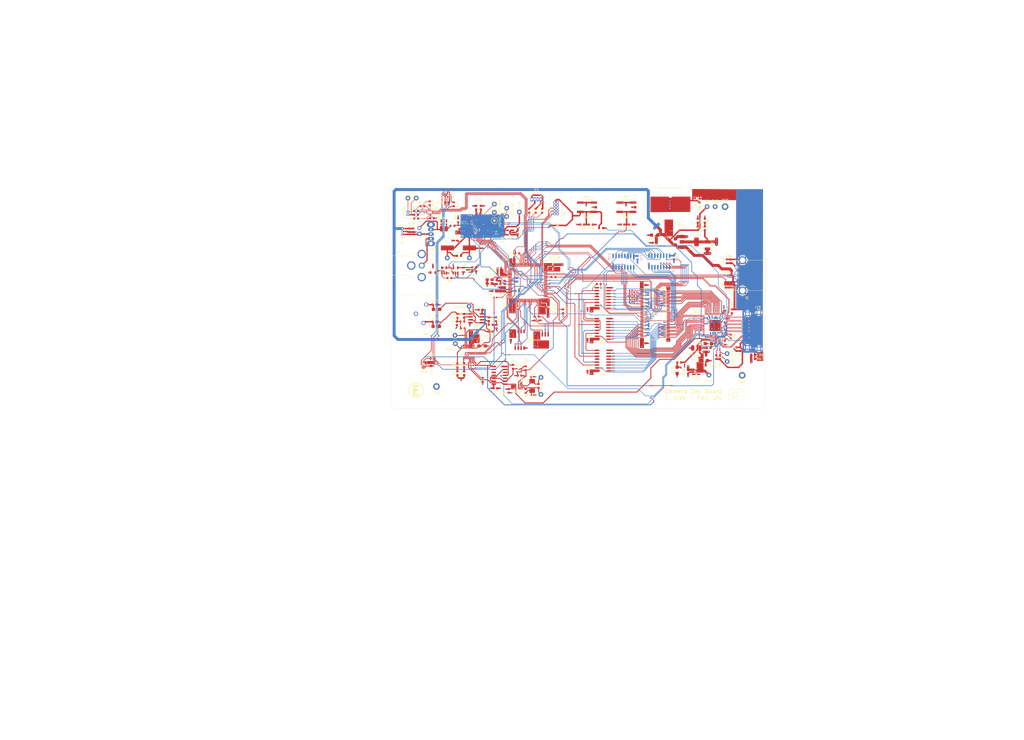
<source format=kicad_pcb>
(kicad_pcb (version 20240108) (generator "pcbnew") (generator_version "8.0")
  (layers (0 "F.Cu" signal) (1 "In1.Cu" signal) (2 "In2.Cu" signal) (31 "B.Cu" signal) (34 "B.Paste" user) (35 "F.Paste" user) (36 "B.SilkS" user "B.Silkscreen") (37 "F.SilkS" user "F.Silkscreen") (38 "B.Mask" user) (39 "F.Mask" user) (44 "Edge.Cuts" user))
  (net 0 "")
  (net 1 "GND")
  (net 2 "Net-(U3-AIP1B)")
  (net 3 "+1V8")
  (net 4 "+5V")
  (net 5 "/Camera Interface/REFP")
  (net 6 "/Camera Interface/REFM")
  (net 7 "+3V3")
  (net 8 "/Microphone Interface/VBIAS")
  (net 9 "/Camera Interface/EXT_nRST")
  (net 10 "/Microcontroller/nREC")
  (net 11 "+1V2")
  (net 12 "/HDMI/CVCC12")
  (net 13 "/HDMI/IOVCC")
  (net 14 "/HDMI/AVCC12")
  (net 15 "Net-(U6-VREF+)")
  (net 16 "/Microphone Interface/Audio Filtering/L_OUT")
  (net 17 "/Microphone Interface/Audio Filtering/R_OUT")
  (net 18 "/Microcontroller/VCAP1")
  (net 19 "/Microcontroller/VDDA")
  (net 20 "Net-(U9A--)")
  (net 21 "Net-(C38-Pad1)")
  (net 22 "/HDMI/TXC-")
  (net 23 "Net-(C40-Pad1)")
  (net 24 "/HDMI/TX2+")
  (net 25 "/HDMI/CEC_HDMI")
  (net 26 "Net-(C41-Pad1)")
  (net 27 "/HDMI/TX0+")
  (net 28 "/HDMI/TXC+")
  (net 29 "Net-(U9B--)")
  (net 30 "Net-(C43-Pad1)")
  (net 31 "Net-(C47-Pad1)")
  (net 32 "Net-(F1-Pad1)")
  (net 33 "/HDMI/DATA_CLK")
  (net 34 "/HDMI/DSCL")
  (net 35 "/HDMI/HPD")
  (net 37 "/HDMI/TX0-")
  (net 39 "/HDMI/TX2-")
  (net 41 "/HDMI/CEC_SYS")
  (net 42 "/HDMI/TX1+")
  (net 44 "/HDMI/TX1-")
  (net 47 "/HDMI/DSDA")
  (net 48 "/HDMI/INT")
  (net 51 "Net-(IC2-D5)")
  (net 52 "Net-(IC2-D4)")
  (net 53 "Net-(IC2-D10)")
  (net 54 "Net-(IC2-D9)")
  (net 55 "Net-(IC2-D22)")
  (net 57 "Net-(IC2-CI2CA)")
  (net 58 "Net-(IC2-D15)")
  (net 59 "Net-(IC2-D21)")
  (net 63 "/HDMI/RST")
  (net 64 "Net-(IC2-D6)")
  (net 65 "Net-(IC2-D13)")
  (net 66 "Net-(IC2-D11)")
  (net 67 "Net-(IC2-D2)")
  (net 68 "Net-(IC2-D23)")
  (net 69 "Net-(IC2-D14)")
  (net 70 "Net-(IC2-D1)")
  (net 71 "Net-(IC2-D7)")
  (net 72 "/Camera Interface/RCA")
  (net 73 "Net-(IC2-EXT_SWING)")
  (net 74 "/Camera Interface/Video_In")
  (net 75 "/Camera Interface/nPD")
  (net 76 "Net-(Q1-G)")
  (net 77 "/Camera Interface/YOUT7")
  (net 78 "Net-(C7-Pad1)")
  (net 79 "Net-(C9-Pad1)")
  (net 80 "/Camera Interface/XTAL1")
  (net 81 "/Camera Interface/XTAL2")
  (net 82 "/Microcontroller/VCAP2")
  (net 83 "Net-(IC2-D18)")
  (net 84 "Net-(IC2-D3)")
  (net 85 "Net-(IC2-D17)")
  (net 87 "Net-(D1-A)")
  (net 88 "Net-(IC2-D0)")
  (net 89 "Net-(IC2-D8)")
  (net 90 "Net-(D2-A)")
  (net 91 "Net-(D3-BA)")
  (net 92 "/User IO/nRST_BT")
  (net 93 "Net-(D3-GA)")
  (net 94 "/Memory/ADDR4")
  (net 95 "Net-(D3-RA)")
  (net 96 "/Memory/RAM.nDQM")
  (net 97 "/Memory/ADDR6")
  (net 98 "/Memory/ADDR7")
  (net 99 "/Memory/ADDR1")
  (net 100 "/Memory/ADDR11")
  (net 101 "/Memory/ADDR8")
  (net 102 "/Memory/ADDR13")
  (net 103 "/Memory/ADDR10")
  (net 104 "/Memory/ADDR2")
  (net 105 "/Memory/ADDR0")
  (net 106 "GNDPWR")
  (net 107 "Net-(IC2-D16)")
  (net 108 "/HDMI/Cr7")
  (net 109 "/HDMI/Cr6")
  (net 110 "/HDMI/Cr5")
  (net 111 "/HDMI/Cr4")
  (net 112 "/HDMI/Cr3")
  (net 113 "/HDMI/Cr2")
  (net 114 "/HDMI/Cr1")
  (net 115 "/HDMI/Cr0")
  (net 116 "/HDMI/Y7")
  (net 117 "/HDMI/Y6")
  (net 118 "/HDMI/Y5")
  (net 119 "/HDMI/Y4")
  (net 120 "/HDMI/Y3")
  (net 121 "/HDMI/Y2")
  (net 122 "/HDMI/Cb7")
  (net 123 "/HDMI/Cb4")
  (net 124 "/HDMI/Cb2")
  (net 125 "/HDMI/Cb0")
  (net 126 "/HDMI/Y1")
  (net 127 "/HDMI/Y0")
  (net 128 "/HDMI/Cb6")
  (net 129 "/HDMI/Cb5")
  (net 130 "/HDMI/Cb3")
  (net 131 "/HDMI/Cb1")
  (net 132 "Net-(D4-K)")
  (net 133 "Net-(D5-K)")
  (net 134 "/Camera Interface/OSD CTRL/OSD_IN")
  (net 135 "/Camera Interface/OSD CTRL/Down_Res")
  (net 136 "/Camera Interface/OSD CTRL/Up_Res")
  (net 137 "/Camera Interface/OSD CTRL/Left_Res")
  (net 138 "/Camera Interface/OSD CTRL/Center_Res")
  (net 139 "/Camera Interface/OSD CTRL/Right_Res")
  (net 140 "Net-(IC2-D20)")
  (net 141 "/Microphone Interface/Audio Filtering/L_IN")
  (net 142 "Net-(IC2-D19)")
  (net 143 "Net-(IC2-D12)")
  (net 144 "/Microphone Interface/Audio Filtering/R_IN")
  (net 145 "/Microphone Interface/Microphone Clocks/XOUT")
  (net 146 "/Microphone Interface/Microphone Clocks/XIN")
  (net 147 "/Microphone Interface/Microphone Clocks/CTRL")
  (net 148 "/Microphone Interface/Microphone Clocks/CLR")
  (net 149 "/Camera Interface/PMIC_nRST")
  (net 150 "/Camera Interface/nRST")
  (net 151 "/Camera Interface/HSYNC")
  (net 152 "/Camera Interface/YOUT5")
  (net 153 "/Camera Interface/FID")
  (net 154 "/Camera Interface/YOUT3")
  (net 155 "/Camera Interface/YOUT1")
  (net 156 "/Camera Interface/VSYNC")
  (net 157 "/Camera Interface/YOUT0")
  (net 158 "/Camera Interface/YOUT4")
  (net 159 "/Camera Interface/YOUT6")
  (net 160 "/Camera Interface/SCLK")
  (net 161 "/Camera Interface/AVID")
  (net 162 "/Camera Interface/YOUT2")
  (net 163 "/Camera Interface/Video")
  (net 164 "/Camera Interface/VBLK")
  (net 165 "/Camera Interface/PD")
  (net 166 "Net-(U6-PA0)")
  (net 167 "Net-(U6-BOOT0)")
  (net 169 "Net-(U6-PA5)")
  (net 170 "Net-(U6-PB4)")
  (net 172 "Net-(U7-BCK)")
  (net 173 "Net-(U7-SCK)")
  (net 174 "Net-(U7-LRCK)")
  (net 175 "Net-(U7-DATA)")
  (net 176 "Net-(U7-ZEROR)")
  (net 177 "Net-(U7-ZEROL)")
  (net 178 "/Memory/ADDR3")
  (net 183 "/Memory/RAM.nPD")
  (net 184 "/Memory/ADDR5")
  (net 185 "/Microcontroller/DIP_10")
  (net 186 "/Memory/RAM.CLK")
  (net 190 "/Memory/RAM.nWE")
  (net 191 "/Microcontroller/DIP_8")
  (net 192 "/Memory/ADDR12")
  (net 197 "/Microcontroller/DIP_5")
  (net 198 "/Memory/RAM.nRAS")
  (net 199 "/Memory/ADDR9")
  (net 201 "/Memory/RAM.nCAS")
  (net 202 "/HDMI/I2C.SCL")
  (net 203 "/HDMI/I2S.WS")
  (net 204 "/HDMI/I2S.SD")
  (net 205 "/Microcontroller/DIP_4")
  (net 207 "/HDMI/I2S.MCLK")
  (net 208 "/HDMI/I2S.SCK")
  (net 210 "/Microcontroller/DIP_2")
  (net 211 "/Microcontroller/DIP_6")
  (net 212 "/HDMI/I2C.SDA")
  (net 213 "/Microcontroller/50MHz_OSC")
  (net 215 "/Memory/EEPROM_nWC")
  (net 216 "/Microcontroller/SWD.O")
  (net 218 "/Microcontroller/DIP_1")
  (net 219 "/Microcontroller/SWD.DIO")
  (net 220 "/Microcontroller/SWD.CLK")
  (net 221 "/Microcontroller/32.768kHz_OSC")
  (net 222 "/Microcontroller/DIP_3")
  (net 224 "/Microcontroller/DIP_7")
  (net 225 "/Microcontroller/DIP_9")
  (net 228 "/Microcontroller/USB.D+")
  (net 229 "/Microcontroller/USB.D-")
  (net 232 "Net-(MK1-SD)")
  (net 233 "Net-(U15-QH')")
  (net 234 "Net-(MK2-SD)")
  (net 235 "/Microcontroller/USB_VBUS")
  (net 236 "/Memory/SR.nCLR")
  (net 237 "Net-(U16-QH')")
  (net 238 "/Microcontroller/LED.B")
  (net 239 "/Microcontroller/LED.G")
  (net 240 "Net-(U17-QH')")
  (net 241 "/Camera Interface/OSD CTRL/OSD_OUT")
  (net 242 "/Microphone Interface/Microphone Clocks/OSCOUT")
  (net 243 "/Microcontroller/LED.R")
  (net 244 "/Microphone Interface/Microphone Clocks/div128")
  (net 245 "/Camera Interface/OSD.A2")
  (net 246 "/Microphone Interface/Microphone Clocks/div64")
  (net 247 "/Microphone Interface/Microphone Clocks/div16")
  (net 248 "/Microphone Interface/Microphone Clocks/div32")
  (net 249 "/Camera Interface/OSD.A1")
  (net 250 "/Microphone Interface/Microphone Clocks/div2")
  (net 251 "/Microphone Interface/Microphone Clocks/div8")
  (net 252 "/Camera Interface/OSD.EN")
  (net 253 "/Camera Interface/OSD.A0")
  (net 254 "/Memory/QSPI.IO1")
  (net 255 "/Memory/D.CLK")
  (net 256 "/Memory/QSPI.IO0")
  (net 257 "/Memory/QSPI.CLK")
  (net 258 "/Memory/A.CLK")
  (net 259 "/Memory/QSPI.IO2")
  (net 260 "/Microcontroller/DAC.CLK")
  (net 269 "/Memory/Frame Buffer/ADDR14")
  (net 270 "/Memory/Frame Buffer/ADDR15")
  (net 271 "/Microcontroller/DAC.MOSI")
  (net 272 "/Memory/D.nOE")
  (net 273 "/Memory/A.IN")
  (net 274 "/Memory/QSPI.nCS")
  (net 275 "/Microcontroller/DAC.nCS")
  (net 276 "/Memory/QSPI.IO3")
  (net 277 "/Memory/A.nOE")
  (net 278 "/Memory/D.IN")
  (net 279 "/Camera Interface/CAM_IN")
  (net 280 "Net-(IC1-DQ6)")
  (net 281 "Net-(IC1-DQ1)")
  (net 282 "Net-(IC1-DQ3)")
  (net 283 "Net-(IC1-DQ4)")
  (net 284 "Net-(IC1-DQ5)")
  (net 285 "Net-(IC1-DQ2)")
  (net 286 "Net-(IC1-DQ7)")
  (net 287 "Net-(IC1-DQ0)")
  (footprint "TestPoint:TestPoint_Pad_1.0x1.0mm" (layer "F.Cu") (at 158.242 56.642)
    (property "Reference" "PAD2" (hide yes))
    (property "Value" "TestPoint_Pad_1.0x1.0mm")
  )
  (footprint "Resistor_SMD:R_0603_1608Metric" (layer "F.Cu") (at 95.792498 107.453999 180)
    (property "Reference" "R36")
    (property "Value" "4.7k")
  )
  (footprint "Capacitor_SMD:C_0402_1005Metric" (layer "F.Cu") (at 90.833 74.3585)
    (property "Reference" "C14")
    (property "Value" "24p")
  )
  (footprint "Resistor_SMD:R_0402_1005Metric" (layer "F.Cu") (at 110.871 78.994 90)
    (property "Reference" "R18")
    (property "Value" "33")
  )
  (footprint "Resistor_SMD:R_0603_1608Metric" (layer "F.Cu") (at 143.51 65.659)
    (property "Reference" "R1")
    (property "Value" "0")
  )
  (footprint "Capacitor_SMD:C_0603_1608Metric" (layer "F.Cu") (at 91.347498 100.976999)
    (property "Reference" "C37")
    (property "Value" "100n")
  )
  (footprint "Resistor_SMD:R_0603_1608Metric" (layer "F.Cu") (at 63.627 59.8805)
    (property "Reference" "R9")
    (property "Value" "1k")
  )
  (footprint "MIC803-29D2VM3TR:SOT95P232X110-3N" (layer "F.Cu") (at 70.866 83.693 90)
    (property "Reference" "U1")
    (property "Value" "MIC803-29D2VM3TR")
  )
  (footprint "Capacitor_Tantalum_SMD:CP_EIA-3216-18_Kemet-A" (layer "F.Cu") (at 92.109498 116.597999)
    (property "Reference" "C34")
    (property "Value" "10u 16V")
  )
  (footprint "TestPoint:TestPoint_Keystone_5010-5014_Multipurpose" (layer "F.Cu") (at 204.47 129.286)
    (property "Reference" "TP20" (hide yes))
    (property "Value" "GND")
  )
  (footprint "Resistor_SMD:R_0201_0603Metric" (layer "F.Cu") (at 189.484 99.568 -90)
    (property "Reference" "R64")
    (property "Value" "33")
  )
  (footprint "Resistor_SMD:R_0603_1608Metric" (layer "F.Cu") (at 89.535 83.439 -90)
    (property "Reference" "R7")
    (property "Value" "10k")
  )
  (footprint "SWD_Connector:CONN_3220-10-0100-00_CNC" (layer "F.Cu") (at 124.714 59.563 90)
    (property "Reference" "J8")
    (property "Value" "3220-10-0100-00")
  )
  (footprint "Resistor_SMD:R_0603_1608Metric" (layer "F.Cu") (at 81.788 62.2935 90)
    (property "Reference" "R5")
    (property "Value" "39")
  )
  (footprint "Capacitor_SMD:C_0603_1608Metric" (layer "F.Cu") (at 87.744 61.2775 180)
    (property "Reference" "C2")
    (property "Value" "100n")
  )
  (footprint "TMUX1208RSVR:RSV16_TEX" (layer "F.Cu") (at 69.469 58.8645 -90)
    (property "Reference" "U5")
    (property "Value" "TMUX1208RSVR")
  )
  (footprint "Resistor_SMD:R_0603_1608Metric" (layer "F.Cu") (at 127.0508 101.6 -90)
    (property "Reference" "R73")
    (property "Value" "2.2k")
  )
  (footprint "Capacitor_SMD:C_0603_1608Metric" (layer "F.Cu") (at 161.811 90.269 180)
    (property "Reference" "C98")
    (property "Value" "1u")
  )
  (footprint "Package_TO_SOT_SMD:SOT-23-5" (layer "F.Cu") (at 80.645 83.947 90)
    (property "Reference" "U4")
    (property "Value" "74LVC1G08")
  )
  (footprint "TestPoint:TestPoint_Keystone_5000-5004_Miniature" (layer "F.Cu") (at 63.627 52.705)
    (property "Reference" "TP8" (hide yes))
    (property "Value" "OSD_IN")
  )
  (footprint "Resistor_SMD:R_0402_1005Metric" (layer "F.Cu") (at 86.267498 124.471999 90)
    (property "Reference" "R25" (hide yes))
    (property "Value" "33")
  )
  (footprint "Button_Switch_SMD:SW_Push_1P1T_NO_CK_KSC7xxJ" (layer "F.Cu") (at 137.414 56.642)
    (property "Reference" "SW3")
    (property "Value" "Push_Button_W12mm")
  )
  (footprint "Capacitor_SMD:C_0603_1608Metric" (layer "F.Cu") (at 103.57 136.017 90)
    (property "Reference" "C44")
    (property "Value" "100n")
  )
  (footprint "Resistor_SMD:R_0201_0603Metric" (layer "F.Cu") (at 194.564 99.502 -90)
    (property "Reference" "R55")
    (property "Value" "33")
  )
  (footprint "LED_THT:LED_D5.0mm-4_RGB" (layer "F.Cu") (at 113.6015 53.2125)
    (property "Reference" "D3")
    (property "Value" "LED_RGBK")
  )
  (footprint "Capacitor_SMD:C_0603_1608Metric" (layer "F.Cu") (at 83.947 66.9925 -90)
    (property "Reference" "C3")
    (property "Value" "100n")
  )
  (footprint "Resistor_SMD:R_0603_1608Metric" (layer "F.Cu") (at 112.4585 58.1655 -90)
    (property "Reference" "R45")
    (property "Value" "330")
  )
  (footprint "Capacitor_SMD:C_0603_1608Metric" (layer "F.Cu") (at 105.029 99.187)
    (property "Reference" "C21")
    (property "Value" "100n")
  )
  (footprint "Resistor_SMD:R_0603_1608Metric" (layer "F.Cu") (at 196.977 115.189 90)
    (property "Reference" "R53")
    (property "Value" "10k")
  )
  (footprint "Capacitor_SMD:C_0603_1608Metric" (layer "F.Cu") (at 89.535 56.8195 -90)
    (property "Reference" "C11")
    (property "Value" "1u")
  )
  (footprint "Resistor_SMD:R_0201_0603Metric" (layer "F.Cu") (at 191.008 101.033741 -90)
    (property "Reference" "R61")
    (property "Value" "33")
  )
  (footprint "Resistor_SMD:R_0603_1608Metric" (layer "F.Cu") (at 194.945 121.412 -90)
    (property "Reference" "R52")
    (property "Value" "2.2k")
  )
  (footprint "Capacitor_SMD:C_0603_1608Metric" (layer "F.Cu") (at 152.781 64.135)
    (property "Reference" "C66")
    (property "Value" "100n")
  )
  (footprint "Resistor_SMD:R_0603_1608Metric" (layer "F.Cu") (at 116.524 133.858 -90)
    (property "Reference" "R38")
    (property "Value" "2.2M")
  )
  (footprint "TestPoint:TestPoint_Keystone_5000-5004_Miniature" (layer "F.Cu") (at 197.993 123.317)
    (property "Reference" "TP16" (hide yes))
    (property "Value" "DSDA")
  )
  (footprint "Capacitor_SMD:C_0603_1608Metric" (layer "F.Cu") (at 98.332498 108.215999 -90)
    (property "Reference" "C43")
    (property "Value" "3.9n")
  )
  (footprint "Resistor_SMD:R_0603_1608Metric" (layer "F.Cu") (at 105.475 125.588 -90)
    (property "Reference" "R41")
    (property "Value" "10k")
  )
  (footprint "Package_SO:SSOP-16_3.9x4.9mm_P0.635mm" (layer "F.Cu") (at 86.394498 119.137999 90)
    (property "Reference" "U7")
    (property "Value" "PCM1780")
  )
  (footprint "Resistor_SMD:R_0402_1005Metric" (layer "F.Cu") (at 156.339 92.583 180)
    (property "Reference" "R90")
    (property "Value" "1k")
  )
  (footprint "TVP5150AM1PBSR:PBS32" (layer "F.Cu") (at 90.297 66.4845)
    (property "Reference" "U3")
    (property "Value" "TVP5150AM1PBSR")
  )
  (footprint "SII9022ACNU:QFN50P1000X1000X90-73N-D" (layer "F.Cu") (at 192.789 107.724 -90)
    (property "Reference" "IC2")
    (property "Value" "SII9022ACNU" (hide yes))
  )
  (footprint "Resistor_SMD:R_0603_1608Metric" (layer "F.Cu") (at 81.441498 124.954499 90)
    (property "Reference" "R28")
    (property "Value" "470")
  )
  (footprint "Resistor_SMD:R_0603_1608Metric" (layer "F.Cu") (at 63.564 58.2295)
    (property "Reference" "R11")
    (property "Value" "27k")
  )
  (footprint "Capacitor_Tantalum_SMD:CP_EIA-3216-18_Kemet-A" (layer "F.Cu") (at 72.263 108.1405 180)
    (property "Reference" "C39")
    (property "Value" "10u 16V")
  )
  (footprint "USBA_RCPT:AMPHENOL_UE27AC5410H" (layer "F.Cu") (at 204.6445 86.106 90)
    (property "Reference" "J9")
    (property "Value" "UE27AC5410H")
  )
  (footprint "Resistor_SMD:R_0603_1608Metric" (layer "F.Cu") (at 115.2525 58.1655 -90)
    (property "Reference" "R44")
    (property "Value" "330")
  )
  (footprint "Resistor_SMD:R_0603_1608Metric" (layer "F.Cu") (at 95.665498 110.374999)
    (property "Reference" "R35")
    (property "Value" "5.1k")
  )
  (footprint "Resistor_SMD:R_0402_1005Metric" (layer "F.Cu") (at 158.498 93.345 180)
    (property "Reference" "R89")
    (property "Value" "1k")
  )
  (footprint "Resistor_SMD:R_0603_1608Metric" (layer "F.Cu") (at 81.441498 103.579999 90)
    (property "Reference" "R30")
    (property "Value" "2.2k")
  )
  (footprint "Capacitor_SMD:C_0402_1005Metric" (layer "F.Cu") (at 76.708 63.4365 90)
    (property "Reference" "C9")
    (property "Value" "180p")
  )
  (footprint "Capacitor_SMD:C_0402_1005Metric" (layer "F.Cu") (at 113.73 129.921)
    (property "Reference" "C46")
    (property "Value" "30p")
  )
  (footprint "Resistor_SMD:R_0201_0603Metric" (layer "F.Cu") (at 192.532 99.502 -90)
    (property "Reference" "R59")
    (property "Value" "33")
  )
  (footprint "Inductor_SMD:L_0603_1608Metric" (layer "F.Cu") (at 177.2665 123.698)
    (property "Reference" "FB3")
    (property "Value" "BLM18KG121TN1D")
  )
  (footprint "Package_TO_SOT_SMD:SOT-23-5" (layer "F.Cu") (at 104.1455 67.564 180)
    (property "Reference" "U22")
    (property "Value" "MIC5504-1.8YM5")
  )
  (footprint "Button_Switch_THT:SW_Slide_SPDT_Straight_CK_OS102011MS2Q" (layer "F.Cu") (at 69.977 70.2625 90)
    (property "Reference" "SW1")
    (property "Value" "SW_SPDT")
  )
  (footprint "TestPoint:TestPoint_Keystone_5000-5004_Miniature" (layer "F.Cu") (at 102.743 60.6425 -90)
    (property "Reference" "TP4" (hide yes))
    (property "Value" "FID")
  )
  (footprint "Crystal:Crystal_SMD_Abracon_ABM3-2Pin_5.0x3.2mm" (layer "F.Cu") (at 113.73 133.858 -90)
    (property "Reference" "Y2")
    (property "Value" "11.2896 MHz")
  )
  (footprint "LED_SMD:LED_0603_1608Metric" (layer "F.Cu") (at 81.441498 128.383499 90)
    (property "Reference" "D1")
    (property "Value" "LED")
  )
  (footprint "Capacitor_Tantalum_SMD:CP_EIA-3528-21_Kemet-B" (layer "F.Cu") (at 184.658 117.475 180)
    (property "Reference" "C84")
    (property "Value" "22u 16V")
  )
  (footprint "Resistor_SMD:R_0603_1608Metric" (layer "F.Cu") (at 200.025 101.6 90)
    (property "Reference" "R50")
    (property "Value" "4.7k")
  )
  (footprint "Connector_BarrelJack:BarrelJack_CUI_PJ-036AH-SMT_Horizontal" (layer "F.Cu") (at 173.507 58.549 180)
    (property "Reference" "J11")
    (property "Value" "Barrel_Jack_MountingPin")
  )
  (footprint "Resistor_SMD:R_0603_1608Metric" (layer "F.Cu") (at 83.727498 108.977999 180)
    (property "Reference" "R31")
    (property "Value" "5.1k")
  )
  (footprint "Inductor_SMD:L_1008_2520Metric" (layer "F.Cu") (at 75.565 65.9765)
    (property "Reference" "L1")
    (property "Value" "2.2u")
  )
  (footprint "Capacitor_SMD:C_0402_1005Metric" (layer "F.Cu") (at 184.15 53.277 90)
    (property "Reference" "C91")
    (property "Value" "100p")
  )
  (footprint "Inductor_SMD:L_0603_1608Metric" (layer "F.Cu") (at 188.087 120.65)
    (property "Reference" "FB2")
    (property "Value" "BLM18KG121TN1D")
  )
  (footprint "Package_SO:SOIC-14_3.9x8.7mm_P1.27mm" (layer "F.Cu") (at 99.633 129.286 180)
    (property "Reference" "U11")
    (property "Value" "74LV393")
  )
  (footprint "Resistor_SMD:R_0402_1005Metric" (layer "F.Cu") (at 156.339 95.758 180)
    (property "Reference" "R86")
    (property "Value" "1k")
  )
  (footprint "Resistor_SMD:R_0201_0603Metric" (layer "F.Cu") (at 186.055 107.442)
    (property "Reference" "R77")
    (property "Value" "33")
  )
  (footprint "Resistor_SMD:R_0402_1005Metric" (layer "F.Cu") (at 97.79 95.631 180)
    (property "Reference" "R14")
    (property "Value" "33")
  )
  (footprint "Package_SO:SOIC-8_5.23x5.23mm_P1.27mm" (layer "F.Cu") (at 108.331 113.919 90)
    (property "Reference" "U13")
    (property "Value" "W25Q16JVSS")
  )
  (footprint "TestPoint:TestPoint_Keystone_5000-5004_Miniature" (layer "F.Cu") (at 77.089 78.5495)
    (property "Reference" "TP6" (hide yes))
    (property "Value" "CAM_X1")
  )
  (footprint "Capacitor_SMD:C_0402_1005Metric" (layer "F.Cu") (at 196.596 100.711 -90)
    (property "Reference" "C81" (hide yes))
    (property "Value" "100n")
  )
  (footprint "Resistor_SMD:R_0603_1608Metric" (layer "F.Cu") (at 69.469 54.9275 -90)
    (property "Reference" "R12")
    (property "Value" "18k")
  )
  (footprint "Capacitor_SMD:C_0603_1608Metric" (layer "F.Cu") (at 87.791498 114.438999)
    (property "Reference" "C36")
    (property "Value" "100n")
  )
  (footprint "Capacitor_SMD:C_0603_1608Metric" (layer "F.Cu") (at 123.571 82.169 -90)
    (property "Reference" "C27")
    (property "Value" "100n")
  )
  (footprint "Resistor_SMD:R_0603_1608Metric" (layer "F.Cu") (at 66.358 56.1975)
    (property "Reference" "R10")
    (property "Value" "15k")
  )
  (footprint "Sensor_Audio:InvenSense_ICS-43434-6_3.5x2.65mm" (layer "F.Cu") (at 76.614 51.181 -90)
    (property "Reference" "MK1")
    (property "Value" "ICS-43434")
  )
  (footprint "Capacitor_SMD:C_0402_1005Metric" (layer "F.Cu") (at 113.857 137.795)
    (property "Reference" "C47")
    (property "Value" "30p")
  )
  (footprint "RCJ-014:CUI_RCJ-014" (layer "F.Cu") (at 60.071 81.8515)
    (property "Reference" "J1")
    (property "Value" "RCJ-014")
  )
  (footprint "Capacitor_Tantalum_SMD:CP_EIA-3216-18_Kemet-A" (layer "F.Cu") (at 175.641 71.628 90)
    (property "Reference" "C92")
    (property "Value" "10u 16V")
  )
  (footprint "Resistor_SMD:R_0402_1005Metric" (layer "F.Cu") (at 158.496 98.298 180)
    (property "Reference" "R83")
    (property "Value" "1k")
  )
  (footprint "Capacitor_Tantalum_SMD:CP_EIA-3216-18_Kemet-A" (layer "F.Cu") (at 189.865 115.57 180)
    (property "Reference" "C85")
    (property "Value" "10u 16V")
  )
  (footprint "Capacitor_SMD:C_0603_1608Metric" (layer "F.Cu") (at 62.357 66.6115 90)
    (property "Reference" "C6")
    (property "Value" "1u")
  )
  (footprint "LED_SMD:LED_0603_1608Metric" (layer "F.Cu") (at 188.341 65.786 -90)
    (property "Reference" "D5")
    (property "Value" "LED")
  )
  (footprint "LED_SMD:LED_0603_1608Metric" (layer "F.Cu") (at 84.362498 128.383499 90)
    (property "Reference" "D2")
    (property "Value" "LED")
  )
  (footprint "Resistor_SMD:R_0603_1608Metric" (layer "F.Cu") (at 197.866 80.01 90)
    (property "Reference" "R48")
    (property "Value" "470k")
  )
  (footprint "Inductor_SMD:L_0603_1608Metric" (layer "F.Cu") (at 97.409 92.837 180)
    (property "Reference" "FB1")
    (property "Value" "BLM18KG121TN1D")
  )
  (footprint "Fuse:Fuse_0603_1608Metric_Pad1.05x0.95mm_HandSolder" (layer "F.Cu") (at 171.817 68.453 180)
    (property "Reference" "F1")
    (property "Value" "2A")
  )
  (footprint "LED_SMD:LED_0603_1608Metric" (layer "F.Cu") (at 185.293 65.786 -90)
    (property "Reference" "D4")
    (property "Value" "LED")
  )
  (footprint "Sensor_Audio:InvenSense_ICS-43434-6_3.5x2.65mm" (layer "F.Cu") (at 66.802 124.981)
    (property "Reference" "MK2")
    (property "Value" "ICS-43434")
  )
  (footprint "TestPoint:TestPoint_Keystone_5010-5014_Multipurpose" (layer "F.Cu") (at 72.39 134.112)
    (property "Reference" "TP22" (hide yes))
    (property "Value" "GND")
  )
  (footprint "Capacitor_SMD:C_0603_1608Metric" (layer "F.Cu") (at 203.708 117.983 90)
    (property "Reference" "C70")
    (property "Value" "100n")
  )
  (footprint "Package_SO:SOIC-8_3.9x4.9mm_P1.27mm" (layer "F.Cu") (at 118.745 114.046 90)
    (property "Reference" "U14")
    (property "Value" "M24C02-WMN")
  )
  (footprint "Capacitor_SMD:C_0603_1608Metric" (layer "F.Cu") (at 138.4442 113.665)
    (property "Reference" "C55")
    (property "Value" "100n")
  )
  (footprint "Resistor_SMD:R_0603_1608Metric" (layer "F.Cu") (at 71.548 98.7425 180)
    (property "Reference" "R37")
    (property "Value" "1k")
  )
  (footprint "Capacitor_SMD:C_0603_1608Metric" (layer "F.Cu") (at 119.888 102.235 180)
    (property "Reference" "C26")
    (property "Value" "2.2u")
  )
  (footprint "TestPoint:TestPoint_Keystone_5000-5004_Miniature" (layer "F.Cu") (at 190.119 129.159)
    (property "Reference" "TP23" (hide yes))
    (property "Value" "1V2")
  )
  (footprint "Connector_Molex:Molex_PicoBlade_53047-0210_1x02_P1.25mm_Vertical" (layer "F.Cu") (at 60.071 59.8805 90)
    (property "Reference" "J2")
    (property "Value" "53047-0210")
  )
  (footprint "Resistor_SMD:R_0603_1608Metric" (layer "F.Cu") (at 209.169 122.174)
    (property "Reference" "R67")
    (property "Value" "470k")
  )
  (footprint "Capacitor_Tantalum_SMD:CP_EIA-3216-18_Kemet-A" (layer "F.Cu") (at 166.624 68.707 180)
    (property "Reference" "C89")
    (property "Value" "10u 16V")
  )
  (footprint "Capacitor_SMD:C_0603_1608Metric" (layer "F.Cu") (at 97.855 134.874 180)
    (property "Reference" "C45")
    (property "Value" "100n")
  )
  (footprint "Capacitor_SMD:C_0603_1608Metric" (layer "F.Cu") (at 99.568 85.725)
    (property "Reference" "C24")
    (property "Value" "100n")
  )
  (footprint "Capacitor_SMD:C_0603_1608Metric" (layer "F.Cu") (at 84.362498 103.516999 -90)
    (property "Reference" "C38")
    (property "Value" "1n")
  )
  (footprint "TestPoint:TestPoint_Keystone_5000-5004_Miniature" (layer "F.Cu") (at 86.614 78.5495)
    (property "Reference" "TP7" (hide yes))
    (property "Value" "CAM_X2")
  )
  (footprint "Resistor_SMD:R_0603_1608Metric" (layer "F.Cu") (at 84.362498 124.890499 90)
    (property "Reference" "R29")
    (property "Value" "470")
  )
  (footprint "Capacitor_SMD:C_0603_1608Metric" (layer "F.Cu") (at 107.4475 67.564 -90)
    (property "Reference" "C94")
    (property "Value" "1u")
  )
  (footprint "Resistor_SMD:R_0603_1608Metric" (layer "F.Cu") (at 139.065 64.135)
    (property "Reference" "R46")
    (property "Value" "10k")
  )
  (footprint "TestPoint:TestPoint_Keystone_5000-5004_Miniature" (layer "F.Cu") (at 189.357 56.388)
    (property "Reference" "TP17" (hide yes))
    (property "Value" "5V")
  )
  (footprint "Capacitor_SMD:C_0603_1608Metric" (layer "F.Cu") (at 91.567 56.8195 -90)
    (property "Reference" "C12")
    (property "Value" "1u")
  )
  (footprint "Resistor_SMD:R_0603_1608Metric" (layer "F.Cu") (at 199.517 112.522 -90)
    (property "Reference" "R49")
    (property "Value" "4.3k 1%")
  )
  (footprint "TestPoint:TestPoint_Keystone_5000-5004_Miniature" (layer "F.Cu") (at 108.204 58.674 180)
    (property "Reference" "TP19" (hide yes))
    (property "Value" "1V8")
  )
  (footprint "Resistor_SMD:R_0201_0603Metric" (layer "F.Cu") (at 194.056 101.026 -90)
    (property "Reference" "R56")
    (property "Value" "33")
  )
  (footprint "Resistor_SMD:R_0603_1608Metric" (layer "F.Cu") (at 98.078498 105.040999 90)
    (property "Reference" "R34")
    (property "Value" "2.2k")
  )
  (footprint "Resistor_SMD:R_0201_0603Metric" (layer "F.Cu") (at 184.531 103.886)
    (property "Reference" "R74")
    (property "Value" "33")
  )
  (footprint "Connector_PinHeader_2.54mm:PinHeader_1x02_P2.54mm_Vertical" (layer "F.Cu") (at 65.024 68.1405 180)
    (property "Reference" "J4")
    (property "Value" "PINHD_1x2_Male")
  )
  (footprint "Resistor_SMD:R_0402_1005Metric" (layer "F.Cu") (at 156.339 94.234 180)
    (property "Reference" "R88")
    (property "Value" "1k")
  )
  (footprint "Capacitor_SMD:C_0603_1608Metric" (layer "F.Cu") (at 138.43 100.33)
    (property "Reference" "C54")
    (property "Value" "100n")
  )
  (footprint "Capacitor_SMD:C_0603_1608Metric" (layer "F.Cu") (at 69.977 124.473 90)
    (property "Reference" "C33")
    (property "Value" "100n")
  )
  (footprint "Resistor_SMD:R_0402_1005Metric" (layer "F.Cu") (at 87.283498 124.471999 90)
    (property "Reference" "R27" (hide yes))
    (property "Value" "33")
  )
  (footprint "Resistor_SMD:R_0201_0603Metric" (layer "F.Cu") (at 184.531 109.982)
    (property "Reference" "R72")
    (property "Value" "33")
  )
  (footprint "Resistor_SMD:R_0603_1608Metric" (layer "F.Cu") (at 185.293 62.484 -90)
    (property "Reference" "R81")
    (property "Value" "470")
  )
  (footprint "Capacitor_Tantalum_SMD:CP_EIA-3216-18_Kemet-A" (layer "F.Cu") (at 88.553498 112.406999 180)
    (property "Reference" "C35")
    (property "Value" "10u 16V")
  )
  (footprint "Resistor_SMD:R_0603_1608Metric" (layer "F.Cu") (at 107.315 76.581 180)
    (property "Reference" "R15")
    (property "Value" "10k")
  )
  (footprint "Button_Switch_SMD:SW_Push_1P1T_NO_CK_KSC7xxJ" (layer "F.Cu") (at 154.432 56.642)
    (property "Reference" "SW4")
    (property "Value" "Push_Button_W12mm")
  )
  (footprint "Capacitor_SMD:C_0603_1608Metric" (layer "F.Cu") (at 209.169 120.396)
    (property "Reference" "C88")
    (property "Value" "4.7n")
  )
  (footprint "Resistor_SMD:R_0201_0603Metric" (layer "F.Cu") (at 188.468 99.568 -90)
    (property "Reference" "R66")
    (property "Value" "33")
  )
  (footprint "Resistor_SMD:R_0603_1608Metric" (layer "F.Cu") (at 83.600498 106.056999)
    (property "Reference" "R32")
    (property "Value" "4.7k")
  )
  (footprint "TestPoint:TestPoint_Keystone_5000-5004_Miniature" (layer "F.Cu") (at 60.071 52.705)
    (property "Reference" "TP9" (hide yes))
    (property "Value" "OSD_OUT")
  )
  (footprint "Inductor_SMD:L_0603_1608Metric" (layer "F.Cu") (at 189.992 117.475)
    (property "Reference" "FB4")
    (property "Value" "BLM18KG121TN1D")
  )
  (footprint "Capacitor_SMD:C_0402_1005Metric" (layer "F.Cu") (at 80.546 71.0565 180)
    (property "Reference" "C13")
    (property "Value" "24p")
  )
  (footprint "TestPoint:TestPoint_Keystone_5000-5004_Miniature" (layer "F.Cu") (at 197.993 119.888)
    (property "Reference" "TP15" (hide yes))
    (property "Value" "DSCL")
  )
  (footprint "Resistor_SMD:R_0201_0603Metric" (layer "F.Cu") (at 195.58 101.092 -90)
    (property "Reference" "R54")
    (property "Value" "33")
  )
  (footprint "Capacitor_SMD:C_0603_1608Metric" (layer "F.Cu") (at 82.296 66.9925 90)
    (property "Reference" "C1")
    (property "Value" "100n")
  )
  (footprint "Capacitor_SMD:C_0603_1608Metric" (layer "F.Cu") (at 60.833 66.6115 90)
    (property "Reference" "C5")
    (property "Value" "100n")
  )
  (footprint "Package_SO:SSOP-8_2.95x2.8mm_P0.65mm" (layer "F.Cu") (at 107.253 134.112 180)
    (property "Reference" "U10")
    (property "Value" "74LVC1404")
  )
  (footprint "Capacitor_SMD:C_0603_1608Metric" (layer "F.Cu") (at 104.521 113.24 90)
    (property "Reference" "C49")
    (property "Value" "100n")
  )
  (footprint "TestPoint:TestPoint_Keystone_5000-5004_Miniature" (layer "F.Cu") (at 97.409 55.3085 -90)
    (property "Reference" "TP5" (hide yes))
    (property "Value" "VBLK")
  )
  (footprint "Resistor_SMD:R_0201_0603Metric" (layer "F.Cu") (at 186.055 103.378)
    (property "Reference" "R68")
    (property "Value" "33")
  )
  (footprint "Resistor_SMD:R_0201_0603Metric" (layer "F.Cu") (at 193.548 99.502 -90)
    (property "Reference" "R57")
    (property "Value" "33")
  )
  (footprint "Resistor_SMD:R_0402_1005Metric" (layer "F.Cu") (at 158.498 96.647 180)
    (property "Reference" "R85")
    (property "Value" "1k")
  )
  (footprint "Resistor_SMD:R_0201_0603Metric" (layer "F.Cu") (at 184.531 107.95)
    (property "Reference" "R70")
    (property "Value" "33")
  )
  (footprint "Capacitor_SMD:C_0603_1608Metric" (layer "F.Cu") (at 202.057 117.983 90)
    (property "Reference" "C71")
    (property "Value" "1u")
  )
  (footprint "Resistor_SMD:R_0603_1608Metric" (layer "F.Cu") (at 63.627 61.5315)
    (property "Reference" "R13")
    (property "Value" "6.8k")
  )
  (footprint "TestPoint:TestPoint_Keystone_5000-5004_Miniature" (layer "F.Cu") (at 102.743 57.0865 -90)
    (property "Reference" "TP2" (hide yes))
    (property "Value" "VSYNC")
  )
  (footprint "Resistor_SMD:R_0402_1005Metric" (layer "F.Cu") (at 158.498 94.996 180)
    (property "Reference" "R87")
    (property "Value" "1k")
  )
  (footprint "Capacitor_SMD:C_0603_1608Metric" (layer "F.Cu") (at 119.875 100.584 180)
    (property "Reference" "C25")
    (property "Value" "100n")
  )
  (footprint "Resistor_SMD:R_0603_1608Metric" (layer "F.Cu") (at 71.501 106.1085 180)
    (property "Reference" "R33")
    (property "Value" "1k")
  )
  (footprint "Resistor_SMD:R_0201_0603Metric" (layer "F.Cu") (at 186.055 108.458)
    (property "Reference" "R78")
    (property "Value" "33")
  )
  (footprint "Capacitor_SMD:C_0603_1608Metric" (layer "F.Cu") (at 181.102 127.762 90)
    (property "Reference" "C96")
    (property "Value" "1u")
  )
  (footprint "Resistor_SMD:R_0201_0603Metric" (layer "F.Cu") (at 186.055 105.918)
    (property "Reference" "R69")
    (property "Value" "33")
  )
  (footprint "Capacitor_SMD:C_0603_1608Metric" (layer "F.Cu") (at 105.029 100.838)
    (property "Reference" "C17")
    (property "Value" "4.7u")
  )
  (footprint "Resistor_SMD:R_0603_1608Metric" (layer "F.Cu") (at 77.978 87.249)
    (property "Reference" "R2")
    (property "Value" "0")
  )
  (footprint "Resistor_SMD:R_0402_1005Metric" (layer "F.Cu") (at 88.299498 124.473999 90)
    (property "Reference" "R24" (hide yes))
    (property "Value" "33")
  )
  (footprint "TestPoint:TestPoint_Keystone_5000-5004_Miniature" (layer "F.Cu") (at 80.425498 112.025999)
    (property "Reference" "TP11" (hide yes))
    (property "Value" "L_IN")
  )
  (footprint "Resistor_SMD:R_0603_1608Metric" (layer "F.Cu") (at 92.329 131.191 90)
    (property "Reference" "R22")
    (property "Value" "10k")
  )
  (footprint "Capacitor_SMD:C_0603_1608Metric" (layer "F.Cu") (at 100.203 92.075 -90)
    (property "Reference" "C29")
    (property "Value" "1u")
  )
  (footprint "Capacitor_SMD:C_0603_1608Metric" (layer "F.Cu") (at 96.774 67.1195 90)
    (property "Reference" "C4")
    (property "Value" "100n")
  )
  (footprint "Resistor_SMD:R_0603_1608Metric" (layer "F.Cu") (at 116.586 104.775 -90)
    (property "Reference" "R20")
    (property "Value" "4.7k")
  )
  (footprint "Capacitor_SMD:C_0603_1608Metric" (layer "F.Cu") (at 81.187498 106.818999 -90)
    (property "Reference" "C40")
    (property "Value" "3.9n")
  )
  (footprint "Capacitor_SMD:C_0603_1608Metric" (layer "F.Cu") (at 115.062 114.046 90)
    (property "Reference" "C50")
    (property "Value" "100n")
  )
  (footprint "TestPoint:TestPoint_Keystone_5000-5004_Miniature" (layer "F.Cu") (at 86.521498 99.452999)
    (property "Reference" "TP10" (hide yes))
    (property "Value" "VBIAS")
  )
  (footprint "Capacitor_SMD:C_0603_1608Metric" (layer "F.Cu") (at 138.43 127.381)
    (property "Reference" "C53")
    (property "Value" "100n")
  )
  (footprint "Capacitor_SMD:C_0603_1608Metric" (layer "F.Cu") (at 98.425 89.027 90)
    (property "Reference" "C31" (hide yes))
    (property "Value" "100n")
  )
  (footprint "Resistor_SMD:R_0603_1608Metric" (layer "F.Cu") (at 142.494 89.789)
    (property "Reference" "R42")
    (property "Value" "10k")
  )
  (footprint "Capacitor_SMD:C_0603_1608Metric" (layer "F.Cu") (at 108.269 129.398 180)
    (property "Reference" "C48")
    (property "Value" "100n")
  )
  (footprint "Resistor_SMD:R_0603_1608Metric" (layer "F.Cu") (at 70.739 122.06)
    (property "Reference" "R23")
    (property "Value" "0")
  )
  (footprint "Resistor_SMD:R_0201_0603Metric" (layer "F.Cu") (at 188.976 101.092 -90)
    (property "Reference" "R65")
    (property "Value" "33")
  )
  (footprint "Package_TO_SOT_SMD:SOT-223-3_TabPin2" (layer "F.Cu") (at 181.61 71.628)
    (property "Reference" "U21")
    (property "Value" "AZ1117-3.3")
  )
  (footprint "TestPoint:TestPoint_Keystone_5000-5004_Miniature" (layer "F.Cu") (at 97.409 62.4205 -90)
    (property "Reference" "TP1" (hide yes))
    (property "Value" "HSYNC")
  )
  (footprint "Capacitor_SMD:C_0603_1608Metric" (layer "F.Cu") (at 199.009 90.551 90)
    (property "Reference" "C67")
    (property "Value" "100n")
  )
  (footprint "Capacitor_SMD:C_0603_1608Metric" (layer "F.Cu") (at 90.551 59.3595 180)
    (property "Reference" "C10")
    (property "Value" "1u")
  )
  (footprint "Capacitor_SMD:C_0603_1608Metric" (layer "F.Cu") (at 100.8435 67.564 -90)
    (property "Reference" "C95")
    (property "Value" "1u")
  )
  (footprint "ABLS2_14_31818MHZ_D4Y_T:XTAL_ABLS2-14.31818MHZ-D4Y-T" (layer "F.Cu") (at 81.864 74.2315)
    (property "Reference" "Y1")
    (property "Value" "14.31818MHz")
  )
  (footprint "TestPoint:TestPoint_Keystone_5010-5014_Multipurpose" (layer "F.Cu") (at 197.104 56.388)
    (property "Reference" "TP21" (hide yes))
    (property "Value" "GND")
  )
  (footprint "Resistor_SMD:R_0402_1005Metric" (layer "F.Cu") (at 107.569 100.076 -90)
    (property "Reference" "R16")
    (property "Value" "33")
  )
  (footprint "Package_SO:SOIC-16_3.9x9.9mm_P1.27mm" (layer "F.Cu") (at 144.272 122.936 180)
    (property "Reference" "U15")
    (property "Value" "74LV595")
  )
  (footprint "Oscillator:Oscillator_SMD_Abracon_ASE-4Pin_3.2x2.5mm" (layer "F.Cu") (at 95.377 88.773)
    (property "Reference" "X2")
    (property "Value" "ASEKDVAIG-32.768KHZ-KC-T3")
  )
  (footprint "Capacitor_SMD:C_0603_1608Metric" (layer "F.Cu") (at 197.358 90.564 90)
    (property "Reference" "C68")
    (property "Value" "1u")
  )
  (footprint "TestPoint:TestPoint_Keystone_5000-5004_Miniature" (layer "F.Cu") (at 192.786 56.388)
    (property "Reference" "TP18" (hide yes))
    (property "Value" "3V3")
  )
  (footprint "Capacitor_SMD:C_0603_1608Metric" (layer "F.Cu") (at 101.854 92.075 -90)
    (property "Reference" "C30")
    (property "Value" "100n")
  )
  (footprint "Resistor_SMD:R_0603_1608Metric" (layer "F.Cu") (at 114.808 104.775 -90)
    (property "Reference" "R19")
    (property "Value" "4.7k")
  )
  (footprint "Resistor_SMD:R_0603_1608Metric" (layer "F.Cu") (at 87.884 83.439 90)
    (property "Reference" "R8")
    (property "Value" "10k")
  )
  (footprint "HDMI_10029449_111RLF:AMPHENOL_10029449-111RLF" (layer "F.Cu") (at 211.709 109.982 90)
    (property "Reference" "J10")
    (property "Value" "HDMI_A_1.4")
  )
  (footprint "Resistor_SMD:R_0603_1608Metric" (layer "F.Cu") (at 79.883 55.372 -90)
    (property "Reference" "R21")
    (property "Value" "0")
  )
  (footprint "Package_QFP:LQFP-100_14x14mm_P0.5mm" (layer "F.Cu") (at 111.887 89.281)
    (property "Reference" "U6")
    (property "Value" "STM32H7B0VBTx")
  )
  (footprint "Resistor_SMD:R_0603_1608Metric" (layer "F.Cu") (at 82.169 77.6605)
    (property "Reference" "R6")
    (property "Value" "100k")
  )
  (footprint "Resistor_SMD:R_0603_1608Metric" (layer "F.Cu") (at 193.294 121.412 -90)
    (property "Reference" "R51")
    (property "Value" "2.2k")
  )
  (footprint "TestPoint:TestPoint_Keystone_5000-5004_Miniature" (layer "F.Cu") (at 97.409 58.8645 -90)
    (property "Reference" "TP3" (hide yes))
    (property "Value" "AVID")
  )
  (footprint "Capacitor_SMD:C_0603_1608Metric" (layer "F.Cu") (at 187.96 124.968 180)
    (property "Reference" "C97")
    (property "Value" "1u")
  )
  (footprint "IS42S32400F-6TL-TR:SOP50P1176X120-86N" (layer "F.Cu") (at 166.878 102.842)
    (property "Reference" "IC1")
    (property "Value" "IS42S32400F-6TL-TR" (hide yes))
  )
  (footprint "Resistor_SMD:R_0201_0603Metric" (layer "F.Cu") (at 189.992 101.092 -90)
    (property "Reference" "R63")
    (property "Value" "33")
  )
  (footprint "Resistor_SMD:R_0603_1608Metric" (layer "F.Cu") (at 122.936 86.868)
    (property "Reference" "R17")
    (property "Value" "0")
  )
  (footprint "Capacitor_SMD:C_0603_1608Metric" (layer "F.Cu") (at 76.962 54.61)
    (property "Reference" "C32")
    (property "Value" "100n")
  )
  (footprint "Package_SO:SOIC-16_3.9x9.9mm_P1.27mm" (layer "F.Cu") (at 144.2212 109.22 180)
    (property "Reference" "U17")
    (property "Value" "74LV595")
  )
  (footprint "Resistor_SMD:R_0603_1608Metric" (layer "F.Cu") (at 79.312 64.7065)
    (property "Reference" "R4")
    (property "Value" "39")
  )
  (footprint "Capacitor_SMD:C_0402_1005Metric" (layer "F.Cu") (at 179.578 124.206 90)
    (property "Reference" "C83" (hide yes))
    (property "Value" "100n")
  )
  (footprint "Package_SO:SOIC-8_3.9x4.9mm_P1.27mm" (layer "F.Cu") (at 89.569498 104.659999)
    (property "Reference" "U9")
    (property "Value" "OPA2356xxD")
  )
  (footprint "Oscillator:Oscillator_SMD_ECS_2520MV-xxx-xx-4Pin_2.5x2.0mm" (layer "F.Cu") (at 100.965 89.154 90)
    (property "Reference" "X1")
    (property "Value" "ECS-TXO-2520MV-500-AN-TR")
  )
  (footprint "Resistor_SMD:R_0603_1608Metric" (layer "F.Cu") (at 110.936 136.017 90)
    (property "Reference" "R39")
    (property "Value" "470")
  )
  (footprint "Resistor_SMD:R_0201_0603Metric" (layer "F.Cu") (at 186.055 109.474)
    (property "Reference" "R79")
    (property "Value" "33")
  )
  (footprint "Capacitor_SMD:C_0603_1608Metric" (layer "F.Cu") (at 119.888 98.933)
    (property "Reference" "C19")
    (property "Value" "100n")
  )
  (footprint "Resistor_SMD:R_0402_1005Metric" (layer "F.Cu") (at 89.315498 124.471999 90)
    (property "Reference" "R26" (hide yes))
    (property "Value" "33")
  )
  (footprint "Resistor_SMD:R_0603_1608Metric" (layer "F.Cu") (at 118.0465 58.1655 -90)
    (property "Reference" "R43")
    (property "Value" "330")
  )
  (footprint "Capacitor_SMD:C_0603_1608Metric" (layer "F.Cu") (at 105.156 79.248 180)
    (property "Reference" "C20")
    (property "Value" "100n")
  )
  (footprint "TestPoint:TestPoint_Keystone_5000-5004_Miniature" (layer "F.Cu") (at 80.552498 115.581999)
    (property "Reference" "TP12" (hide yes))
    (property "Value" "R_IN")
  )
  (footprint "Package_TO_SOT_SMD:SOT-353_SC-70-5" (layer "F.Cu") (at 108.142 127.112 180)
    (property "Reference" "U12")
    (property "Value" "74LVC1G86")
  )
  (footprint "Capacitor_Tantalum_SMD:CP_EIA-3216-18_Kemet-A" (layer "F.Cu") (at 188.087 122.936)
    (property "Reference" "C72")
    (property "Value" "10u 16V")
  )
  (footprint "Capacitor_Tantalum_SMD:CP_EIA-3216-18_Kemet-A" (layer "F.Cu") (at 72.437 100.7745 180)
    (property "Reference" "C42")
    (property "Value" "10u 16V")
  )
  (footprint "Resistor_SMD:R_0603_1608Metric" (layer "F.Cu") (at 156.464 64.135)
    (property "Reference" "R47")
    (property "Value" "10k")
  )
  (footprint "Resistor_SMD:R_0201_0603Metric" (layer "F.Cu") (at 192.024 101.026 -90)
    (property "Reference" "R60")
    (property "Value" "33")
  )
  (footprint "Resistor_SMD:R_0201_0603Metric" (layer "F.Cu") (at 184.531 106.426)
    (property "Reference" "R76")
    (property "Value" "33")
  )
  (footprint "TestPoint:TestPoint_Pad_1.0x1.0mm" (layer "F.Cu") (at 141.224 56.642)
    (property "Reference" "PAD1" (hide yes))
    (property "Value" "TestPoint_Pad_1.0x1.0mm")
  )
  (footprint "TestPoint:TestPoint_Keystone_5000-5004_Miniature" (layer "F.Cu") (at 117.54 130.175 180)
    (property "Reference" "TP13" (hide yes))
    (property "Value" "MK_XIN")
  )
  (footprint "Capacitor_SMD:C_0402_1005Metric" (layer "F.Cu") (at 84.328 64.4525)
    (property "Reference" "C7")
    (property "Value" "180p")
  )
  (footprint "Package_SO:SOIC-16_3.9x9.9mm_P1.27mm" (layer "F.Cu") (at 144.207 95.885 180)
    (property "Reference" "U19")
    (property "Value" "74LV595")
  )
  (footprint "Capacitor_SMD:C_0603_1608Metric" (layer "F.Cu") (at 135.395 64.135)
    (property "Reference" "C65")
    (property "Value" "100n")
  )
  (footprint "Capacitor_SMD:C_0603_1608Metric" (layer "F.Cu") (at 95.030498 105.053999 -90)
    (property "Reference" "C41")
    (property "Value" "1n")
  )
  (footprint "Capacitor_SMD:C_0603_1608Metric" (layer "F.Cu") (at 121.793 82.195 90)
    (property "Reference" "C18")
    (property "Value" "100n")
  )
  (footprint "Capacitor_SMD:C_0402_1005Metric" (layer "F.Cu") (at 74.422 63.4365 90)
    (property "Reference" "C8")
    (property "Value" "180p")
  )
  (footprint "Package_TO_SOT_SMD:SOT-23-5" (layer "F.Cu") (at 75.692 83.947 90)
    (property "Reference" "U2")
    (property "Value" "74LVC1G08")
  )
  (footprint "TestPoint:TestPoint_Keystone_5000-5004_Miniature" (layer "F.Cu") (at 117.54 137.541 180)
    (property "Reference" "TP14" (hide yes))
    (property "Value" "MK_XOUT")
  )
  (footprint "Package_TO_SOT_SMD:SOT-23-5" (layer "F.Cu") (at 184.531 127.889)
    (property "Reference" "U23")
    (property "Value" "MIC5504-1.2YM5")
  )
  (footprint "Capacitor_SMD:C_0603_1608Metric" (layer "F.Cu") (at 99.581 83.947)
    (property "Reference" "C23")
    (property "Value" "1u")
  )
  (footprint "Resistor_SMD:R_0603_1608Metric" (layer "F.Cu") (at 110.936 126.223 -90)
    (property "Reference" "R40")
    (property "Value" "10k")
  )
  (footprint "Capacitor_SMD:C_0402_1005Metric" (layer "F.Cu") (at 193.04 114.427 90)
    (property "Reference" "C80" (hide yes))
    (property "Value" "100n")
  )
  (footprint "Resistor_SMD:R_0201_0603Metric" (layer "F.Cu") (at 184.531 105.41)
    (property "Reference" "R75")
    (property "Value" "33")
  )
  (footprint "TPD4S012DRYR:PSON50P145X100X60-6N" (layer "F.Cu") (at 198.553199 86.368)
    (property "Reference" "U20")
    (property "Value" "TPD4S012DRYR")
  )
  (footprint "Package_TO_SOT_SMD:SOT-23" (layer "F.Cu") (at 84.963 83.693)
    (property "Reference" "Q1")
    (property "Value" "BSS138")
  )
  (footprint "Capacitor_SMD:C_0603_1608Metric" (layer "F.Cu") (at 70.485 61.4045 180)
    (property "Reference" "C15")
    (property "Value" "100n")
  )
  (footprint "Capacitor_SMD:C_0603_1608Metric" (layer "F.Cu") (at 199.517 80.023 90)
    (property "Reference" "C69")
    (property "Value" "4.7n")
  )
  (footprint "Resistor_SMD:R_0201_0603Metric" (layer "F.Cu") (at 190.522697 99.501158 -90)
    (property "Reference" "R62")
    (property "Value" "33")
  )
  (footprint "Dual-RCA:DUALRCA" (layer "F.Cu") (at 66.486 102.6795 90)
    (property "Reference" "U8")
    (property "Value" "RCJ-2223")
  )
  (footprint "3pin-Picoblade:MOLEX_530470310" (layer "F.Cu") (at 57.531 68.3695 -90)
    (property "Reference" "J3")
    (property "Value" "530470310")
  )
  (footprint "Capacitor_Tantalum_SMD:CP_EIA-3216-18_Kemet-A" (layer "F.Cu") (at 176.403 127.127 -90)
    (property "Reference" "C79")
    (property "Value" "10u 16V")
  )
  (footprint "Resistor_SMD:R_0201_0603Metric" (layer "F.Cu") (at 184.531 108.966)
    (property "Reference" "R71")
    (property "Value" "33")
  )
  (footprint "Capacitor_SMD:C_0603_1608Metric" (layer "F.Cu") (at 166.624 72.009)
    (property "Reference" "C90")
    (property "Value" "100n")
  )
  (footprint "Resistor_SMD:R_0201_0603Metric" (layer "F.Cu") (at 193.04 101.026 -90)
    (property "Reference" "R58")
    (property "Value" "33")
  )
  (footprint "Resistor_SMD:R_0402_1005Metric" (layer "F.Cu") (at 156.339 97.409 180)
    (property "Reference" "R84")
    (property "Value" "1k")
  )
  (footprint "Resistor_SMD:R_0603_1608Metric" (layer "F.Cu") (at 186.055 53.785 90)
    (property "Reference" "R80")
    (property "Value" "47")
  )
  (footprint "Resistor_SMD:R_0603_1608Metric" (layer "F.Cu") (at 188.341 62.4585 -90)
    (property "Reference" "R82")
    (property "Value" "330")
  )
  (footprint "Capacitor_SMD:C_0603_1608Metric" (layer "F.Cu") (at 161.912 115.415 180)
    (property "Reference" "C99")
    (property "Value" "1u")
  )
  (footprint "Capacitor_Tantalum_SMD:CP_EIA-3528-21_Kemet-B" (layer "F.Cu") (at 189.484 73.152 -90)
    (property "Reference" "C93")
    (property "Value" "22u 16V")
  )
  (footprint "Capacitor_SMD:C_0603_1608Metric" (layer "F.Cu") (at 125.274489 82.169 -90)
    (property "Reference" "C28")
    (property "Value" "2.2u")
  )
  (footprint "Capacitor_SMD:C_0402_1005Metric" (layer "B.Cu") (at 189.992 104.521 180)
    (property "Reference" "C82" (hide yes))
    (property "Value" "100n")
  )
  (footprint "Capacitor_SMD:C_0402_1005Metric" (layer "B.Cu") (at 164.084 108.684 -90)
    (property "Reference" "C62")
    (property "Value" "100n")
  )
  (footprint "Capacitor_SMD:C_0402_1005Metric" (layer "B.Cu") (at 164.084 106.426 90)
    (property "Reference" "C56")
    (property "Value" "100n")
  )
  (footprint "Capacitor_SMD:C_0402_1005Metric" (layer "B.Cu") (at 169.545 111.478 90)
    (property "Reference" "C59")
    (property "Value" "100n")
  )
  (footprint "Package_SO:SOIC-16_3.9x9.9mm_P1.27mm" (layer "B.Cu") (at 168.656 80.075 90)
    (property "Reference" "U16")
    (property "Value" "74LV595")
  )
  (footprint "Capacitor_SMD:C_0402_1005Metric" (layer "B.Cu") (at 194.31 104.521)
    (property "Reference" "C75")
    (property "Value" "100n")
  )
  (footprint "Capacitor_SMD:C_0603_1608Metric" (layer "B.Cu") (at 107.315 92.837 180)
    (property "Reference" "C16")
    (property "Value" "1u")
  )
  (footprint "Capacitor_SMD:C_0603_1608Metric" (layer "B.Cu") (at 159.258 78.486 90)
    (property "Reference" "C51")
    (property "Value" "100n")
  )
  (footprint "Capacitor_SMD:C_0402_1005Metric" (layer "B.Cu") (at 164.084 99.06 -90)
    (property "Reference" "C61")
    (property "Value" "100n")
  )
  (footprint "Capacitor_SMD:C_0402_1005Metric" (layer "B.Cu") (at 196.215 106.172)
    (property "Reference" "C87" (hide yes))
    (property "Value" "100n")
  )
  (footprint "Capacitor_SMD:C_0402_1005Metric" (layer "B.Cu") (at 164.084 94.107 90)
    (property "Reference" "C57")
    (property "Value" "100n")
  )
  (footprint "Capacitor_SMD:C_0603_1608Metric" (layer "B.Cu") (at 175.006 78.359 90)
    (property "Reference" "C52")
    (property "Value" "100n")
  )
  (footprint "Capacitor_SMD:C_0603_1608Metric" (layer "B.Cu") (at 107.315 88.011 -90)
    (property "Reference" "C22")
    (property "Value" "100n")
  )
  (footprint "Capacitor_SMD:C_0402_1005Metric" (layer "B.Cu") (at 196.215 108.839)
    (property "Reference" "C86" (hide yes))
    (property "Value" "100n")
  )
  (footprint "Package_SO:SOIC-16_3.9x9.9mm_P1.27mm" (layer "B.Cu") (at 153.162 80.137 90)
    (property "Reference" "U18")
    (property "Value" "74LV595")
  )
  (footprint "Capacitor_SMD:C_0402_1005Metric" (layer "B.Cu") (at 191.996 104.521 180)
    (property "Reference" "C74")
    (property "Value" "100n")
  )
  (footprint "Capacitor_SMD:C_0402_1005Metric" (layer "B.Cu") (at 169.418 98.623 90)
    (property "Reference" "C60")
    (property "Value" "100n")
  )
  (footprint "Resistor_SMD:R_0603_1608Metric" (layer "B.Cu") (at 88.9 65.6585 -90)
    (property "Reference" "R3")
    (property "Value" "10k")
  )
  (footprint "Capacitor_SMD:C_0402_1005Metric" (layer "B.Cu") (at 190.091 106.934 180)
    (property "Reference" "C77")
    (property "Value" "100n")
  )
  (footprint "Capacitor_SMD:C_0402_1005Metric" (layer "B.Cu") (at 193.449 110.871 180)
    (property "Reference" "C76" (hide yes))
    (property "Value" "100n")
  )
  (footprint "Capacitor_SMD:C_0402_1005Metric" (layer "B.Cu") (at 191.262 110.871 180)
    (property "Reference" "C78" (hide yes))
    (property "Value" "100n")
  )
  (footprint "Capacitor_SMD:C_0402_1005Metric" (layer "B.Cu") (at 164.084 97.028 90)
    (property "Reference" "C64")
    (property "Value" "100n")
  )
  (footprint "Capacitor_SMD:C_0402_1005Metric" (layer "B.Cu") (at 169.418 93.98 -90)
    (property "Reference" "C63")
    (property "Value" "100n")
  )
  (footprint "Capacitor_SMD:C_0402_1005Metric" (layer "B.Cu") (at 169.545 108.712 90)
    (property "Reference" "C58")
    (property "Value" "100n")
  )
  (footprint "Capacitor_SMD:C_0402_1005Metric" (layer "B.Cu") (at 164.084 111.379 -90)
    (property "Reference" "C100")
    (property "Value" "100n")
  )
  (footprint "Capacitor_SMD:C_0402_1005Metric" (layer "B.Cu") (at 195.961 110.391 -90)
    (property "Reference" "C73" (hide yes))
    (property "Value" "100n")
  )
  (gr_circle (center 204.6732 136.1948) (end 204.6732 135.9662) (stroke (width 0.1)) (fill solid) (layer "F.SilkS"))
  (gr_circle (center 201.420345 137.6172) (end 202.565 136.8044) (stroke (width 0.1)) (fill none) (layer "F.SilkS"))
  (gr_arc (start 198.5264 135.9662) (mid 198.712387 135.517187) (end 199.1614 135.3312) (stroke (width 0.1)) (layer "F.SilkS"))
  (gr_circle (center 201.420345 137.6172) (end 202.461745 137.0838) (stroke (width 0.1)) (fill none) (layer "F.SilkS"))
  (gr_line (start 199.1614 139.7762) (end 205.3844 139.7762) (stroke (width 0.1)) (layer "F.SilkS"))
  (gr_arc (start 199.439534 135.3312) (mid 199.523515 135.141932) (end 199.7202 135.077201) (stroke (width 0.1)) (layer "F.SilkS"))
  (gr_line (start 199.1614 135.3312) (end 205.392587 135.323013) (stroke (width 0.1)) (layer "F.SilkS"))
  (gr_arc (start 206.0194 139.1412) (mid 205.833413 139.590213) (end 205.3844 139.7762) (stroke (width 0.1)) (layer "F.SilkS"))
  (gr_arc (start 205.392587 135.323013) (mid 205.8416 135.509) (end 206.027587 135.958013) (stroke (width 0.1)) (layer "F.SilkS"))
  (gr_arc (start 199.1614 139.7762) (mid 198.712387 139.590213) (end 198.5264 139.1412) (stroke (width 0.1)) (layer "F.SilkS"))
  (gr_circle (center 63.627 135.763) (end 64.008 132.588) (stroke (width 0.254)) (fill none) (layer "F.SilkS"))
  (gr_circle (center 116.078 52.07) (end 116.1034 52.07) (stroke (width 0.1)) (fill none) (layer "F.SilkS"))
  (gr_line (start 202.276994 135.327107) (end 202.276994 135.051666) (stroke (width 0.1)) (layer "F.SilkS"))
  (gr_arc (start 199.7202 135.077202) (mid 199.884067 135.159916) (end 199.950065 135.3312) (stroke (width 0.1)) (layer "F.SilkS"))
  (gr_line (start 198.5264 135.9662) (end 198.5264 139.1412) (stroke (width 0.1)) (layer "F.SilkS"))
  (gr_line (start 203.9112 135.0518) (end 203.9112 135.3058) (stroke (width 0.1)) (layer "F.SilkS"))
  (gr_line (start 206.027587 135.958013) (end 206.0194 139.1412) (stroke (width 0.1)) (layer "F.SilkS"))
  (gr_arc (start 200.66 137.668) (mid 200.864568 137.095839) (end 201.422504 136.855163) (stroke (width 0.1)) (layer "F.SilkS"))
  (gr_line (start 202.2856 135.0518) (end 203.9112 135.0518) (stroke (width 0.1)) (layer "F.SilkS"))
  (gr_line (start 118.294315 52.131673) (end 118.294315 54.293327) (stroke (width 0.1)) (layer "F.SilkS"))
  (gr_arc (start 52.705 50.292) (mid 53.337356 48.765356) (end 54.864 48.133) (stroke (width 0.05)) (layer "Edge.Cuts"))
  (gr_line (start 212.344 48.133) (end 54.864 48.133) (stroke (width 0.05)) (layer "Edge.Cuts"))
  (gr_line (start 54.864 143.637) (end 212.344 143.637) (stroke (width 0.05)) (layer "Edge.Cuts"))
  (gr_line (start 52.705 50.292) (end 52.705 141.478) (stroke (width 0.05)) (layer "Edge.Cuts"))
  (gr_arc (start 54.864 143.637) (mid 53.337356 143.004644) (end 52.705 141.478) (stroke (width 0.05)) (layer "Edge.Cuts"))
  (gr_line (start 214.503 141.478) (end 214.503 50.292) (stroke (width 0.05)) (layer "Edge.Cuts"))
  (gr_arc (start 214.503 141.478) (mid 213.870644 143.004644) (end 212.344 143.637) (stroke (width 0.05)) (layer "Edge.Cuts"))
  (gr_arc (start 212.344 48.133) (mid 213.870644 48.765356) (end 214.503 50.292) (stroke (width 0.05)) (layer "Edge.Cuts"))
  (gr_text "nRST" (at 135.382 52.959 0) (layer "F.SilkS") (effects (font (size 1 1) (thickness 0.1524)) (justify left bottom)))
  (gr_text "1V8" (at 108.712 57.023 90) (layer "F.SilkS") (effects (font (size 1 1) (thickness 0.1524)) (justify left bottom)))
  (gr_text "5V" (at 188.468 54.61 0) (layer "F.SilkS") (effects (font (size 1 1) (thickness 0.1524)) (justify left bottom)))
  (gr_text "R_IN" (at 76.581 118.618 0) (layer "F.SilkS") (effects (font (size 1 1) (thickness 0.1524)) (justify left bottom)))
  (gr_text "VBIAS" (at 80.391 100.457 0) (layer "F.SilkS") (effects (font (size 1 1) (thickness 0.1524)) (justify left bottom)))
  (gr_text "3V3" (at 191.262 54.61 0) (layer "F.SilkS") (effects (font (size 1 1) (thickness 0.1524)) (justify left bottom)))
  (gr_text "DSCL" (at 200.787 121.92 90) (layer "F.SilkS") (effects (font (size 1 1) (thickness 0.1524)) (justify left bottom)))
  (gr_text "FID" (at 105.918 61.976 90) (layer "F.SilkS") (effects (font (size 1 1) (thickness 0.1524)) (justify left bottom)))
  (gr_text "GND" (at 195.453 54.229 0) (layer "F.SilkS") (effects (font (size 1 1) (thickness 0.1524)) (justify left bottom)))
  (gr_text "Camera Dev Board\nE. Eidt - Fall '24" (at 183.388 140.081 0) (layer "F.SilkS") (effects (font (size 1.778 1.778) (thickness 0.254)) (justify bottom)))
  (gr_text "nREC" (at 152.273 52.832 0) (layer "F.SilkS") (effects (font (size 1 1) (thickness 0.1524)) (justify left bottom)))
  (gr_text "OSD" (at 60.198 51.054 0) (layer "F.SilkS") (effects (font (size 1 1) (thickness 0.127)) (justify left bottom)))
  (gr_text "VBLK" (at 100.457 56.896 90) (layer "F.SilkS") (effects (font (size 1 1) (thickness 0.1524)) (justify left bottom)))
  (gr_text "L_IN" (at 75.946 110.871 0) (layer "F.SilkS") (effects (font (size 1 1) (thickness 0.1524)) (justify left bottom)))
  (gr_text "E" (at 61.214 138.176 0) (layer "F.SilkS") (effects (font (size 3.81 3.81) (thickness 0.9525) (bold yes)) (justify left bottom)))
  (gr_text "GND" (at 202.819 132.715 0) (layer "F.SilkS") (effects (font (size 1 1) (thickness 0.1524)) (justify left bottom)))
  (gr_text "GND" (at 70.866 137.541 0) (layer "F.SilkS") (effects (font (size 1 1) (thickness 0.1524)) (justify left bottom)))
  (gr_text "HSYNC" (at 100.457 65.405 90) (layer "F.SilkS") (effects (font (size 1 1) (thickness 0.1524)) (justify left bottom)))
  (gr_text "AVID" (at 100.457 60.325 90) (layer "F.SilkS") (effects (font (size 1 1) (thickness 0.1524)) (justify left bottom)))
  (gr_text "VSYNC" (at 105.918 59.182 90) (layer "F.SilkS") (effects (font (size 1 1) (thickness 0.1524)) (justify left bottom)))
  (gr_text "1V2" (at 188.595 132.207 0) (layer "F.SilkS") (effects (font (size 1 1) (thickness 0.1524)) (justify left bottom)))
  (gr_text "DSDA" (at 200.787 125.857 90) (layer "F.SilkS") (effects (font (size 1 1) (thickness 0.1524)) (justify left bottom)))
  (segment (start 191.643 111.76) (end 191.77 111.76) (width 0.2794) (layer "F.Cu") (net 1))
  (segment (start 202.057 118.758) (end 203.708 118.758) (width 0.635) (layer "F.Cu") (net 1))
  (segment (start 170.79 112.342) (end 170.688 112.24) (width 0.2794) (layer "F.Cu") (net 1))
  (segment (start 90.572498 100.976999) (end 89.061498 100.976999) (width 0.381) (layer "F.Cu") (net 1))
  (segment (start 81.187498 107.593999) (end 81.187498 108.596999) (width 0.381) (layer "F.Cu") (net 1))
  (segment (start 185.293 61.659) (end 185.293 60.452) (width 0.635) (layer "F.Cu") (net 1))
  (segment (start 155.831 93.345) (end 155.829 93.347) (width 0.2794) (layer "F.Cu") (net 1))
  (segment (start 185.202 53.757) (end 186.055 54.61) (width 0.635) (layer "F.Cu") (net 1))
  (segment (start 154.305 54.642) (end 157.332 54.642) (width 0.635) (layer "F.Cu") (net 1))
  (segment (start 181.7325 127.9065) (end 183.376 127.9065) (width 0.635) (layer "F.Cu") (net 1))
  (segment (start 87.094498 106.564999) (end 86.775498 106.883999) (width 0.635) (layer "F.Cu") (net 1))
  (segment (start 82.076498 130.479499) (end 81.441498 129.844499) (width 0.635) (layer "F.Cu") (net 1))
  (segment (start 137.16 54.642) (end 137.16 56.007) (width 0.635) (layer "F.Cu") (net 1))
  (segment (start 156.085 98.298) (end 155.829 98.042) (width 0.2794) (layer "F.Cu") (net 1))
  (segment (start 203.708 118.758) (end 203.721 118.758) (width 0.635) (layer "F.Cu") (net 1))
  (segment (start 88.138 56.0705) (end 89.509 56.0705) (width 0.635) (layer "F.Cu") (net 1))
  (segment (start 172.606 112.342) (end 170.79 112.342) (width 0.2794) (layer "F.Cu") (net 1))
  (segment (start 105.283 67.564) (end 106.6725 67.564) (width 0.635) (layer "F.Cu") (net 1))
  (segment (start 196.7985 110.974) (end 196.7865 110.986) (width 0.2794) (layer "F.Cu") (net 1))
  (segment (start 98.63 134.874) (end 100.014 134.874) (width 0.635) (layer "F.Cu") (net 1))
  (segment (start 111.462 117.519) (end 111.506 117.475) (width 0.635) (layer "F.Cu") (net 1))
  (segment (start 189.437 122.936) (end 191.135 122.936) (width 0.635) (layer "F.Cu") (net 1))
  (segment (start 162.94 110.842) (end 162.941 110.843) (width 0.2794) (layer "F.Cu") (net 1))
  (segment (start 161.15 97.842) (end 162.767 97.842) (width 0.254) (layer "F.Cu") (net 1))
  (segment (start 134.62 64.135) (end 132.969 64.135) (width 0.635) (layer "F.Cu") (net 1))
  (segment (start 165.849 72.009) (end 164.338 72.009) (width 0.635) (layer "F.Cu") (net 1))
  (segment (start 172.606 109.342) (end 170.711 109.342) (width 0.2794) (layer "F.Cu") (net 1))
  (segment (start 81.788 61.4685) (end 81.788 60.452) (width 0.635) (layer "F.Cu") (net 1))
  (segment (start 98.425 89.802) (end 97.536 89.802) (width 0.635) (layer "F.Cu") (net 1))
  (segment (start 155.829 96.649) (end 155.831 96.647) (width 0.2794) (layer "F.Cu") (net 1))
  (segment (start 137.668 101.6) (end 137.668 100.343) (width 0.635) (layer "F.Cu") (net 1))
  (segment (start 161.15 101.842) (end 163.056 101.842) (width 0.2794) (layer "F.Cu") (net 1))
  (segment (start 76.187 51.931) (end 77.156 50.962) (width 0.381) (layer "F.Cu") (net 1))
  (segment (start 198.144 111.974) (end 199.517 113.347) (width 0.2794) (layer "F.Cu") (net 1))
  (segment (start 208.394 120.396) (end 208.407 123.571) (width 1.016) (layer "F.Cu") (net 1))
  (segment (start 76.642 85.0845) (end 77.5915 85.0845) (width 0.381) (layer "F.Cu") (net 1))
  (segment (start 100.8435 66.789) (end 100.838 65.659) (width 0.635) (layer "F.Cu") (net 1))
  (segment (start 155.829 97.409) (end 155.829 96.649) (width 0.2794) (layer "F.Cu") (net 1))
  (segment (start 156.974 93.345) (end 155.831 93.345) (width 0.2794) (layer "F.Cu") (net 1))
  (segment (start 121.793 82.97) (end 121.995 82.97) (width 0.635) (layer "F.Cu") (net 1))
  (segment (start 148.59 91.44) (end 146.682 91.44) (width 0.635) (layer "F.Cu") (net 1))
  (segment (start 76.2 55.753) (end 76.187 55.74) (width 0.381) (layer "F.Cu") (net 1))
  (segment (start 198.057 116.014) (end 198.12 115.951) (width 0.2794) (layer "F.Cu") (net 1))
  (segment (start 72.326 106.1085) (end 73.787 106.1085) (width 0.635) (layer "F.Cu") (net 1))
  (segment (start 196.977 116.014) (end 198.057 116.014) (width 0.2794) (layer "F.Cu") (net 1))
  (segment (start 110.236 117.519) (end 111.462 117.519) (width 0.635) (layer "F.Cu") (net 1))
  (segment (start 88.519 60.1345) (end 88.519 61.2775) (width 0.635) (layer "F.Cu") (net 1))
  (segment (start 93.4466 67.234501) (end 95.111001 67.234501) (width 0.2032) (layer "F.Cu") (net 1))
  (segment (start 181.102 128.537) (end 181.102 129.794) (width 0.635) (layer "F.Cu") (net 1))
  (segment (start 162.6503 107.8317) (end 162.941 107.541) (width 0.2794) (layer "F.Cu") (net 1))
  (segment (start 155.829 92.583) (end 155.829 93.343) (width 0.2794) (layer "F.Cu") (net 1))
  (segment (start 114.337 137.795) (end 115.381 137.795) (width 0.381) (layer "F.Cu") (net 1))
  (segment (start 104.967 136.779) (end 104.954 136.792) (width 0.381) (layer "F.Cu") (net 1))
  (segment (start 97.536 89.802) (end 96.631 89.802) (width 0.635) (layer "F.Cu") (net 1))
  (segment (start 77.156 50.962) (end 77.156 50.281) (width 0.381) (layer "F.Cu") (net 1))
  (segment (start 104.254 99.187) (end 104.14 99.187) (width 0.635) (layer "F.Cu") (net 1))
  (segment (start 84.0255 85.5195) (end 84.0255 84.643) (width 0.381) (layer "F.Cu") (net 1))
  (segment (start 188.515 115.57) (end 189.865 115.57) (width 0.508) (layer "F.Cu") (net 1))
  (segment (start 155.829 94.994) (end 155.831 94.996) (width 0.2794) (layer "F.Cu") (net 1))
  (segment (start 137.6822 114.935) (end 137.6822 113.678) (width 0.635) (layer "F.Cu") (net 1))
  (segment (start 104.212 87.781) (end 105.243327 87.781) (width 0.2794) (layer "F.Cu") (net 1))
  (segment (start 88.773 67.7545) (end 88.753 67.7345) (width 0.2032) (layer "F.Cu") (net 1))
  (segment (start 197.7124 111.9474) (end 197.1644 111.9474) (width 0.2032) (layer "F.Cu") (net 1))
  (segment (start 155.829 93.347) (end 155.829 94.234) (width 0.2794) (layer "F.Cu") (net 1))
  (segment (start 175.641 70.278) (end 176.591 69.328) (width 1.27) (layer "F.Cu") (net 1))
  (segment (start 108.953 133.137) (end 108.953 132.539) (width 0.635) (layer "F.Cu") (net 1))
  (segment (start 100.395 125.476) (end 102.108 125.476) (width 0.635) (layer "F.Cu") (net 1))
  (segment (start 108.538 126.462) (end 108.142 126.858) (width 0.381) (layer "F.Cu") (net 1))
  (segment (start 165.274 68.707) (end 163.576 68.707) (width 0.635) (layer "F.Cu") (net 1))
  (segment (start 71.12 61.4045) (end 70.068999 60.353499) (width 0.2032) (layer "F.Cu") (net 1))
  (segment (start 81.661 85.1505) (end 81.595 85.0845) (width 0.381) (layer "F.Cu") (net 1))
  (segment (start 107.4475 66.1615) (end 107.95 65.659) (width 0.635) (layer "F.Cu") (net 1))
  (segment (start 197.739 110.974) (end 196.7985 110.974) (width 0.2794) (layer "F.Cu") (net 1))
  (segment (start 84.362498 130.098499) (end 83.981498 130.479499) (width 0.635) (layer "F.Cu") (net 1))
  (segment (start 162.586 90.269) (end 163.957 90.269) (width 0.635) (layer "F.Cu") (net 1))
  (segment (start 69.9262 84.8868) (end 69.8754 84.836) (width 0.635) (layer "F.Cu") (net 1))
  (segment (start 103.583 136.779) (end 103.57 136.792) (width 0.381) (layer "F.Cu") (net 1))
  (segment (start 62.357 67.3865) (end 63.5 67.3735) (width 0.635) (layer "F.Cu") (net 1))
  (segment (start 76.187 54.61) (end 76.2 55.753) (width 0.381) (layer "F.Cu") (net 1))
  (segment (start 91.313 74.3585) (end 92.583 74.3585) (width 0.635) (layer "F.Cu") (net 1))
  (segment (start 137.668 100.343) (end 137.655 100.33) (width 0.635) (layer "F.Cu") (net 1))
  (segment (start 205.633256 105.730214) (end 207.403256 105.726214) (width 0.2794) (layer "F.Cu") (net 1))
  (segment (start 110.156 125.398) (end 109.092 126.462) (width 0.381) (layer "F.Cu") (net 1))
  (segment (start 148.59 118.491) (end 146.682 118.491) (width 0.635) (layer "F.Cu") (net 1))
  (segment (start 80.066 71.0565) (end 78.994 71.0565) (width 0.635) (layer "F.Cu") (net 1))
  (segment (start 179.578 124.686) (end 179.578 125.73) (width 0.381) (layer "F.Cu") (net 1))
  (segment (start 197.739 111.974) (end 197.7124 111.9474) (width 0.2032) (layer "F.Cu") (net 1))
  (segment (start 63.5 67.3735) (end 63.487 67.3865) (width 0.635) (layer "F.Cu") (net 1))
  (segment (start 98.806 83.693) (end 98.806 82.931) (width 0.762) (layer "F.Cu") (net 1))
  (segment (start 87.439 84.709) (end 87.884 84.264) (width 0.381) (layer "F.Cu") (net 1))
  (segment (start 76.187 54.61) (end 76.187 51.931) (width 0.381) (layer "F.Cu") (net 1))
  (segment (start 96.631 89.802) (end 96.427 89.598) (width 0.635) (layer "F.Cu") (net 1))
  (segment (start 107.4475 66.789) (end 107.4475 66.1615) (width 0.635) (layer "F.Cu") (net 1))
  (segment (start 172.606 93.342) (end 170.564 93.342) (width 0.2794) (layer "F.Cu") (net 1))
  (segment (start 86.775498 106.883999) (end 86.775498 107.834999) (width 0.635) (layer "F.Cu") (net 1))
  (segment (start 197.739 107.974) (end 196.85 107.95) (width 0.2794) (layer "F.Cu") (net 1))
  (segment (start 104.521 114.015) (end 104.521 115.399) (width 0.635) (layer "F.Cu") (net 1))
  (segment (start 202.057 118.758) (end 201.943 118.758) (width 0.635) (layer "F.Cu") (net 1))
  (segment (start 88.519 62.0395) (end 88.519 61.2775) (width 0.2032) (layer "F.Cu") (net 1))
  (segment (start 154.942 94.996) (end 154.944 94.994) (width 0.2794) (layer "F.Cu") (net 1))
  (segment (start 101.69 89.879) (end 100.965 89.154) (width 0.2794) (layer "F.Cu") (net 1))
  (segment (start 74.422 62.9565) (end 74.422 62.0395) (width 0.508) (layer "F.Cu") (net 1))
  (segment (start 67.9075 125.248) (end 67.4645 125.691) (width 0.381) (layer "F.Cu") (net 1))
  (segment (start 155.829 98.042) (end 155.829 97.409) (width 0.2794) (layer "F.Cu") (net 1))
  (segment (start 98.332498 108.990999) (end 98.332498 109.866999) (width 0.381) (layer "F.Cu") (net 1))
  (segment (start 193.04 114.907) (end 193.04 114.935) (width 0.508) (layer "F.Cu") (net 1))
  (segment (start 198.996 91.339) (end 199.009 91.326) (width 0.762) (layer "F.Cu") (net 1))
  (segment (start 162.767 97.842) (end 162.941 98.016) (width 0.254) (layer "F.Cu") (net 1))
  (segment (start 170.561 96.393) (end 172.555 96.393) (width 0.2794) (layer "F.Cu") (net 1))
  (segment (start 108.953 132.539) (end 109.285 132.207) (width 0.635) (layer "F.Cu") (net 1))
  (segment (start 158.242 56.642) (end 156.718 56.642) (width 0.635) (layer "F.Cu") (net 1))
  (segment (start 188.595 76.581) (end 188.468 76.581) (width 1.27) (layer "F.Cu") (net 1))
  (segment (start 96.774 67.8945) (end 95.771 67.8945) (width 0.635) (layer "F.Cu") (net 1))
  (segment (start 172.606 99.342) (end 170.744 99.342) (width 0.2794) (layer "F.Cu") (net 1))
  (segment (start 119.113 98.933) (end 119.113 99.047) (width 0.635) (layer "F.Cu") (net 1))
  (segment (start 207.143 113.232) (end 205.859 113.232) (width 0.2794) (layer "F.Cu") (net 1))
  (segment (start 105.931 79.248) (end 105.918 78.105) (width 0.762) (layer "F.Cu") (net 1))
  (segment (start 104.078 124.826) (end 105.412 124.826) (width 0.381) (layer "F.Cu") (net 1))
  (segment (start 70.068999 60.353499) (end 70.068999 59.6395) (width 0.2032) (layer "F.Cu") (net 1))
  (segment (start 59.957 67.3865) (end 62.357 67.3865) (width 0.635) (layer "F.Cu") (net 1))
  (segment (start 97.536 89.802) (end 97.536 90.805) (width 0.635) (layer "F.Cu") (net 1))
  (segment (start 191.77 111.633) (end 191.643 111.76) (width 0.2794) (layer "F.Cu") (net 1))
  (segment (start 81.187498 108.596999) (end 80.806498 108.977999) (width 0.381) (layer "F.Cu") (net 1))
  (segment (start 156.974 94.996) (end 155.831 94.996) (width 0.2794) (layer "F.Cu") (net 1))
  (segment (start 156.974 96.647) (end 155.831 96.647) (width 0.2794) (layer "F.Cu") (net 1))
  (segment (start 91.567 56.0445) (end 93.065 56.0445) (width 0.635) (layer "F.Cu") (net 1))
  (segment (start 87.1674 67.7545) (end 87.1474 67.7345) (width 0.2032) (layer "F.Cu") (net 1))
  (segment (start 134.514 54.642) (end 137.16 54.642) (width 0.635) (layer "F.Cu") (net 1))
  (segment (start 71.247 125.235) (end 69.99 125.235) (width 0.381) (layer "F.Cu") (net 1))
  (segment (start 87.947 84.201) (end 87.884 84.264) (width 0.381) (layer "F.Cu") (net 1))
  (segment (start 105.412 124.826) (end 105.475 124.763) (width 0.381) (layer "F.Cu") (net 1))
  (segment (start 121.995 82.97) (end 123.571 81.394) (width 0.635) (layer "F.Cu") (net 1))
  (segment (start 88.138 56.0705) (end 88.164 56.0445) (width 0.635) (layer "F.Cu") (net 1))
  (segment (start 81.661 86.614) (end 81.661 85.1505) (width 0.381) (layer "F.Cu") (net 1))
  (segment (start 89.509 56.0705) (end 89.535 56.0445) (width 0.635) (layer "F.Cu") (net 1))
  (segment (start 83.092498 130.479499) (end 82.076498 130.479499) (width 0.635) (layer "F.Cu") (net 1))
  (segment (start 189.484 74.6895) (end 189.484 76.581) (width 1.27) (layer "F.Cu") (net 1))
  (segment (start 93.459498 116.597999) (end 94.903498 116.597999) (width 0.381) (layer "F.Cu") (net 1))
  (segment (start 76.708 62.9565) (end 76.708 62.0395) (width 0.508) (layer "F.Cu") (net 1))
  (segment (start 152.006 64.135) (end 150.749 64.135) (width 0.635) (layer "F.Cu") (net 1))
  (segment (start 162.687 115.415) (end 164.084 115.415) (width 0.635) (layer "F.Cu") (net 1))
  (segment (start 189.484 76.581) (end 190.246 76.581) (width 1.27) (layer "F.Cu") (net 1))
  (segment (start 181.102 128.537) (end 181.7325 127.9065) (width 0.635) (layer "F.Cu") (net 1))
  (segment (start 201.943 118.758) (end 200.914 117.729) (width 0.635) (layer "F.Cu") (net 1))
  (segment (start 87.055198 65.826701) (end 85.217 65.826701) (width 0.2032) (layer "F.Cu") (net 1))
  (segment (start 161.15 107.842) (end 161.15 107.8317) (width 0.2794) (layer "F.Cu") (net 1))
  (segment (start 157.988 93.345) (end 156.974 93.345) (width 0.2794) (layer "F.Cu") (net 1))
  (segment (start 105.521327 87.503) (end 105.664 87.503) (width 0.2794) (layer "F.Cu") (net 1))
  (segment (start 191.539 112.674) (end 191.539 111.864) (width 0.2794) (layer "F.Cu") (net 1))
  (segment (start 93.065 56.0445) (end 93.091 56.0705) (width 0.635) (layer "F.Cu") (net 1))
  (segment (start 86.487 84.709) (end 87.439 84.709) (width 0.381) (layer "F.Cu") (net 1))
  (segment (start 197.739 111.974) (end 198.144 111.974) (width 0.2794) (layer "F.Cu") (net 1))
  (segment (start 205.621 110.24) (end 207.391 110.236) (width 0.2794) (layer "F.Cu") (net 1))
  (segment (start 184.15 53.757) (end 185.202 53.757) (width 0.635) (layer "F.Cu") (net 1))
  (segment (start 72.373 98.7425) (end 73.914 98.7425) (width 0.635) (layer "F.Cu") (net 1))
  (segment (start 106.426 75.438) (end 106.426 76.517) (width 0.381) (layer "F.Cu") (net 1))
  (segment (start 188.341 61.6335) (end 188.341 60.579) (width 0.635) (layer "F.Cu") (net 1))
  (segment (start 200.1635 80.835) (end 197.866 80.835) (width 0.635) (layer "F.Cu") (net 1))
  (segment (start 98.332498 109.866999) (end 98.586498 110.120999) (width 0.381) (layer "F.Cu") (net 1))
  (segment (start 197.358 91.339) (end 198.996 91.339) (width 0.762) (layer "F.Cu") (net 1))
  (segment (start 176.591 69.328) (end 178.46 69.328) (width 1.27) (layer "F.Cu") (net 1))
  (segment (start 200.279 91.313) (end 200.266 91.326) (width 0.762) (layer "F.Cu") (net 1))
  (segment (start 157.988 96.647) (end 156.974 96.647) (width 0.2794) (layer "F.Cu") (net 1))
  (segment (start 155.829 93.343) (end 155.831 93.345) (width 0.2794) (layer "F.Cu") (net 1))
  (segment (start 99.06 91.313) (end 99.073 91.3) (width 0.635) (layer "F.Cu") (net 1))
  (segment (start 151.532 54.642) (end 154.305 54.642) (width 0.635) (layer "F.Cu") (net 1))
  (segment (start 106.426 76.517) (end 106.49 76.581) (width 0.381) (layer "F.Cu") (net 1))
  (segment (start 88.773 67.7545) (end 87.1674 67.7545) (width 0.2032) (layer "F.Cu") (net 1))
  (segment (start 69.977 125.248) (end 67.9075 125.248) (width 0.381) (layer "F.Cu") (net 1))
  (segment (start 87.1474 65.734499) (end 87.055198 65.826701) (width 0.2032) (layer "F.Cu") (net 1))
  (segment (start 105.918 78.105) (end 105.931 78.118) (width 0.762) (layer "F.Cu") (net 1))
  (segment (start 208.407 123.571) (end 208.394 123.558) (width 1.016) (layer "F.Cu") (net 1))
  (segment (start 96.774 67.8945) (end 96.774 68.8975) (width 0.635) (layer "F.Cu") (net 1))
  (segment (start 155.831 94.996) (end 154.942 94.996) (width 0.2794) (layer "F.Cu") (net 1))
  (segment (start 196.596 99.187) (end 196.596 100.231) (width 0.381) (layer "F.Cu") (net 1))
  (segment (start 105.243327 87.781) (end 105.521327 87.503) (width 0.2794) (layer "F.Cu") (net 1))
  (segment (start 200.1635 80.835) (end 201.9345 82.606) (width 0.635) (layer "F.Cu") (net 1))
  (segment (start 207.391 112.984) (end 207.143 113.232) (width 0.2794) (layer "F.Cu") (net 1))
  (segment (start 172.555 96.393) (end 172.606 96.342) (width 0.2794) (layer "F.Cu") (net 1))
  (segment (start 155.829 96.645) (end 155.831 96.647) (width 0.2794) (layer "F.Cu") (net 1))
  (segment (start 71.26 61.4045) (end 71.12 61.4045) (width 0.2032) (layer "F.Cu") (net 1))
  (segment (start 83.092498 130.479499) (end 83.092498 131.495499) (width 0.635) (layer "F.Cu") (net 1))
  (segment (start 154.305 54.642) (end 154.305 56.007) (width 0.635) (layer "F.Cu") (net 1))
  (segment (start 95.111001 67.234501) (end 95.377 67.5005) (width 0.2032) (layer "F.Cu") (net 1))
  (segment (start 176.403 128.477) (end 176.403 129.794) (width 0.635) (layer "F.Cu") (net 1))
  (segment (start 191.77 111.76) (end 191.77 111.633) (width 0.2794) (layer "F.Cu") (net 1))
  (segment (start 190.246 76.581) (end 190.5 76.581) (width 1.27) (layer "F.Cu") (net 1))
  (segment (start 157.986 98.298) (end 156.085 98.298) (width 0.2794) (layer "F.Cu") (net 1))
  (segment (start 104.967 136.779) (end 103.583 136.779) (width 0.381) (layer "F.Cu") (net 1))
  (segment (start 114.21 129.921) (end 115.254 129.921) (width 0.381) (layer "F.Cu") (net 1))
  (segment (start 161.15 94.842) (end 162.813 94.842) (width 0.254) (layer "F.Cu") (net 1))
  (segment (start 199.009 91.326) (end 200.279 91.313) (width 0.762) (layer "F.Cu") (net 1))
  (segment (start 157.988 94.996) (end 156.974 94.996) (width 0.2794) (layer "F.Cu") (net 1))
  (segment (start 198.848199 86.868) (end 199.644 86.868) (width 0.2794) (layer "F.Cu") (net 1))
  (segment (start 161.15 107.8317) (end 162.6503 107.8317) (width 0.2794) (layer "F.Cu") (net 1))
  (segment (start 196.85 107.95) (end 196.874 107.974) (width 0.2794) (layer "F.Cu") (net 1))
  (segment (start 180.594 69.342) (end 178.474 69.342) (width 1.27) (layer "F.Cu") (net 1))
  (segment (start 100.838 65.659) (end 100.8435 65.6645) (width 0.635) (layer "F.Cu") (net 1))
  (segment (start 81.441498 129.844499) (end 81.441498 129.170999) (width 0.635) (layer "F.Cu") (net 1))
  (segment (start 101.89 89.879) (end 101.69 89.879) (width 0.2794) (layer "F.Cu") (net 1))
  (segment (start 109.044 129.398) (end 110.428 129.398) (width 0.381) (layer "F.Cu") (net 1))
  (segment (start 172.606 106.342) (end 170.7665 106.342) (width 0.2794) (layer "F.Cu") (net 1))
  (segment (start 106.6725 67.564) (end 107.4475 66.789) (width 0.635) (layer "F.Cu") (net 1))
  (segment (start 83.981498 130.479499) (end 83.092498 130.479499) (width 0.635) (layer "F.Cu") (net 1))
  (segment (start 183.1205 117.475) (end 181.737 117.475) (width 0.635) (layer "F.Cu") (net 1))
  (segment (start 181.549 53.757) (end 179.957 55.349) (width 0.635) (layer "F.Cu") (net 1))
  (segment (start 59.69 67.1195) (end 59.957 67.3865) (width 0.635) (layer "F.Cu") (net 1))
  (segment (start 77.5915 85.0845) (end 77.724 85.217) (width 0.381) (layer "F.Cu") (net 1))
  (segment (start 82.296 67.7675) (end 82.397 67.7675) (width 0.635) (layer "F.Cu") (net 1))
  (segment (start 205.621 108.716) (end 207.391 108.712) (width 0.2794) (layer "F.Cu") (net 1))
  (segment (start 196.7865 111.5695) (end 196.7865 110.986) (width 0.2032) (layer "F.Cu") (net 1))
  (segment (start 170.564 93.342) (end 170.561 93.345) (width 0.2794) (layer "F.Cu") (net 1))
  (segment (start 84.362498 129.170999) (end 84.362498 130.098499) (width 0.635) (layer "F.Cu") (net 1))
  (segment (start 191.539 111.864) (end 191.643 111.76) (width 0.2794) (layer "F.Cu") (net 1))
  (segment (start 83.82 85.725) (end 84.0255 85.5195) (width 0.381) (layer "F.Cu") (net 1))
  (segment (start 89.047 63.3349) (end 89.047 62.5675) (width 0.2032) (layer "F.Cu") (net 1))
  (segment (start 190.5 76.581) (end 188.595 76.581) (width 1.27) (layer "F.Cu") (net 1))
  (segment (start 197.1644 111.9474) (end 196.7865 111.5695) (width 0.2032) (layer "F.Cu") (net 1))
  (segment (start 193.04 114.935) (end 193.548 115.443) (width 0.508) (layer "F.Cu") (net 1))
  (segment (start 178.474 69.342) (end 178.46 69.328) (width 1.27) (layer "F.Cu") (net 1))
  (segment (start 95.771 67.8945) (end 95.377 67.5005) (width 0.635) (layer "F.Cu") (net 1))
  (segment (start 184.15 53.757) (end 181.549 53.757) (width 0.635) (layer "F.Cu") (net 1))
  (segment (start 155.829 94.234) (end 155.829 94.994) (width 0.2794) (layer "F.Cu") (net 1))
  (segment (start 57.531 67.1195) (end 59.69 67.1195) (width 0.635) (layer "F.Cu") (net 1))
  (segment (start 137.16 54.642) (end 140.314 54.642) (width 0.635) (layer "F.Cu") (net 1))
  (segment (start 71.247 125.235) (end 71.234 125.248) (width 0.381) (layer "F.Cu") (net 1))
  (segment (start 148.6042 104.775) (end 146.6962 104.775) (width 0.635) (layer "F.Cu") (net 1))
  (segment (start 188.735 124.968) (end 188.735 123.638) (width 0.635) (layer "F.Cu") (net 1))
  (segment (start 69.99 125.235) (end 69.977 125.248) (width 0.381) (layer "F.Cu") (net 1))
  (segment (start 141.224 56.642) (end 139.7 56.642) (width 0.635) (layer "F.Cu") (net 1))
  (segment (start 205.621 107.192) (end 207.391 107.188) (width 0.2794) (layer "F.Cu") (net 1))
  (segment (start 98.806 83.947) (end 98.806 85.712) (width 0.762) (layer "F.Cu") (net 1))
  (segment (start 89.047 62.5675) (end 88.519 62.0395) (width 0.2032) (layer "F.Cu") (net 1))
  (segment (start 98.806 85.712) (end 98.793 85.725) (width 0.762) (layer "F.Cu") (net 1))
  (segment (start 163.056 101.842) (end 163.068 101.854) (width 0.2794) (layer "F.Cu") (net 1))
  (segment (start 71.26 61.4045) (end 72.39 61.4045) (width 0.2032) (layer "F.Cu") (net 1))
  (segment (start 170.744 99.342) (end 170.561 99.159) (width 0.2794) (layer "F.Cu") (net 1))
  (segment (start 109.092 126.462) (end 108.538 126.462) (width 0.381) (layer "F.Cu") (net 1))
  (segment (start 137.668 128.651) (end 137.668 127.394) (width 0.635) (layer "F.Cu") (net 1))
  (segment (start 100.203 91.3) (end 99.06 91.313) (width 0.635) (layer "F.Cu") (net 1))
  (segment (start 170.711 109.342) (end 170.688 109.319) (width 0.2794) (layer "F.Cu") (net 1))
  (segment (start 92.329 132.016) (end 92.329 133.096) (width 0.635) (layer "F.Cu") (net 1))
  (segment (start 69.8754 84.836) (end 69.088 84.836) (width 0.635) (layer "F.Cu") (net 1))
  (segment (start 155.829 95.758) (end 155.829 96.645) (width 0.2794) (layer "F.Cu") (net 1))
  (segment (start 161.15 110.842) (end 162.94 110.842) (width 0.2794) (layer "F.Cu") (net 1))
  (segment (start 188.735 123.638) (end 189.437 122.936) (width 0.635) (layer "F.Cu") (net 1))
  (segment (start 110.936 125.398) (end 110.156 125.398) (width 0.381) (layer "F.Cu") (net 1))
  (segment (start 162.813 94.842) (end 162.941 94.714) (width 0.254) (layer "F.Cu") (net 1))
  (segment (start 155.829 94.994) (end 155.829 95.758) (width 0.2794) (layer "F.Cu") (net 1))
  (segment (start 119.113 99.047) (end 120.65 100.584) (width 0.635) (layer "F.Cu") (net 1))
  (via (at 164.084 115.415) (size 0.6) (drill 0.3) (layers "F.Cu" "B.Cu") (net 1))
  (via (at 196.723 107.95) (size 0.6) (drill 0.3) (layers "F.Cu" "B.Cu") (net 1))
  (via (at 162.941 110.843) (size 0.6) (drill 0.3) (layers "F.Cu" "B.Cu") (net 1))
  (via (at 198.755 104.775) (size 0.6) (drill 0.3) (layers "F.Cu" "B.Cu") (net 1))
  (via (at 104.521 115.399) (size 0.6) (drill 0.3) (layers "F.Cu" "B.Cu") (net 1))
  (via (at 137.16 56.007) (size 0.6) (drill 0.3) (layers "F.Cu" "B.Cu") (net 1))
  (via (at 137.668 101.6) (size 0.6) (drill 0.3) (layers "F.Cu" "B.Cu") (net 1))
  (via (at 189.865 115.57) (size 0.6) (drill 0.3) (layers "F.Cu" "B.Cu") (net 1))
  (via (at 83.82 85.725) (size 0.6) (drill 0.3) (layers "F.Cu" "B.Cu") (net 1))
  (via (at 110.428 129.398) (size 0.6) (drill 0.3) (layers "F.Cu" "B.Cu") (net 1))
  (via (at 132.969 64.135) (size 0.6) (drill 0.3) (layers "F.Cu" "B.Cu") (net 1))
  (via (at 163.576 68.707) (size 0.6) (drill 0.3) (layers "F.Cu" "B.Cu") (net 1))
  (via (at 99.06 91.313) (size 0.6) (drill 0.3) (layers "F.Cu" "B.Cu") (net 1))
  (via (at 188.595 76.581) (size 0.6) (drill 0.3) (layers "F.Cu" "B.Cu") (net 1))
  (via (at 69.088 84.836) (size 0.6) (drill 0.3) (layers "F.Cu" "B.Cu") (net 1))
  (via (at 126.619 81.534) (size 0.6) (drill 0.3) (layers "F.Cu" "B.Cu") (net 1))
  (via (at 74.422 62.0395) (size 0.6) (drill 0.3) (layers "F.Cu" "B.Cu") (net 1))
  (via (at 196.7865 110.986) (size 0.6) (drill 0.3) (layers "F.Cu" "B.Cu") (net 1))
  (via (at 72.39 61.4045) (size 0.6) (drill 0.3) (layers "F.Cu" "B.Cu") (net 1))
  (via (at 108.077 91.948) (size 0.6) (drill 0.3) (layers "F.Cu" "B.Cu") (net 1))
  (via (at 115.254 129.921) (size 0.6) (drill 0.3) (layers "F.Cu" "B.Cu") (net 1))
  (via (at 86.775498 107.834999) (size 0.6) (drill 0.3) (layers "F.Cu" "B.Cu") (net 1))
  (via (at 189.738 106.045) (size 0.6) (drill 0.3) (layers "F.Cu" "B.Cu") (net 1))
  (via (at 194.31 106.426) (size 0.6) (drill 0.3) (layers "F.Cu" "B.Cu") (net 1))
  (via (at 104.967 136.779) (size 0.6) (drill 0.3) (layers "F.Cu" "B.Cu") (net 1))
  (via (at 163.068 101.854) (size 0.6) (drill 0.3) (layers "F.Cu" "B.Cu") (net 1))
  (via (at 80.806498 108.977999) (size 0.6) (drill 0.3) (layers "F.Cu" "B.Cu") (net 1))
  (via (at 188.341 60.579) (size 0.6) (drill 0.3) (layers "F.Cu" "B.Cu") (net 1))
  (via (at 193.04 103.886) (size 0.6) (drill 0.3) (layers "F.Cu" "B.Cu") (net 1))
  (via (at 98.586498 110.120999) (size 0.6) (drill 0.3) (layers "F.Cu" "B.Cu") (net 1))
  (via (at 176.403 129.794) (size 0.6) (drill 0.3) (layers "F.Cu" "B.Cu") (net 1))
  (via (at 170.561 96.393) (size 0.6) (drill 0.3) (layers "F.Cu" "B.Cu") (net 1))
  (via (at 148.59 118.491) (size 0.6) (drill 0.3) (layers "F.Cu" "B.Cu") (net 1))
  (via (at 172.593 114.399) (size 0.6) (drill 0.3) (layers "F.Cu" "B.Cu") (net 1))
  (via (at 191.77 111.76) (size 0.6) (drill 0.3) (layers "F.Cu" "B.Cu") (net 1))
  (via (at 92.329 133.096) (size 0.6) (drill 0.3) (layers "F.Cu" "B.Cu") (net 1))
  (via (at 100.965 89.154) (size 0.6) (drill 0.3) (layers "F.Cu" "B.Cu") (net 1))
  (via (at 189.992 103.632) (size 0.6) (drill 0.3) (layers "F.Cu" "B.Cu") (net 1))
  (via (at 71.247 125.235) (size 0.6) (drill 0.3) (layers "F.Cu" "B.Cu") (net 1))
  (via (at 198.12 115.951) (size 0.6) (drill 0.3) (layers "F.Cu" "B.Cu") (net 1))
  (via (at 88.773 67.7545) (size 0.6) (drill 0.3) (layers "F.Cu" "B.Cu") (net 1))
  (via (at 92.583 74.3585) (size 0.6) (drill 0.3) (layers "F.Cu" "B.Cu") (net 1))
  (via (at 164.338 72.009) (size 0.6) (drill 0.3) (layers "F.Cu" "B.Cu") (net 1))
  (via (at 208.407 123.571) (size 0.6) (drill 0.3) (layers "F.Cu" "B.Cu") (net 1))
  (via (at 139.7 56.642) (size 0.6) (drill 0.3) (layers "F.Cu" "B.Cu") (net 1))
  (via (at 88.519 60.1345) (size 0.6) (drill 0.3) (layers "F.Cu" "B.Cu") (net 1))
  (via (at 170.561 93.345) (size 0.6) (drill 0.3) (layers "F.Cu" "B.Cu") (net 1))
  (via (at 181.737 117.475) (size 0.6) (drill 0.3) (layers "F.Cu" "B.Cu") (net 1))
  (via (at 148.6042 104.775) (size 0.6) (drill 0.3) (layers "F.Cu" "B.Cu") (net 1))
  (via (at 207.391 110.236) (size 0.6) (drill 0.3) (layers "F.Cu" "B.Cu") (net 1))
  (via (at 173.228 57.15) (size 0.6) (drill 0.3) (layers "F.Cu" "B.Cu") (net 1))
  (via (at 137.6822 114.935) (size 0.6) (drill 0.3) (layers "F.Cu" "B.Cu") (net 1))
  (via (at 108.142 126.858) (size 0.6) (drill 0.3) (layers "F.Cu" "B.Cu") (net 1))
  (via (at 76.2 55.753) (size 0.6) (drill 0.3) (layers "F.Cu" "B.Cu") (net 1))
  (via (at 89.061498 100.976999) (size 0.6) (drill 0.3) (layers "F.Cu" "B.Cu") (net 1))
  (via (at 100.014 134.874) (size 0.6) (drill 0.3) (layers "F.Cu" "B.Cu") (net 1))
  (via (at 137.668 128.651) (size 0.6) (drill 0.3) (layers "F.Cu" "B.Cu") (net 1))
  (via (at 172.593 91.412) (size 0.6) (drill 0.3) (layers "F.Cu" "B.Cu") (net 1))
  (via (at 115.381 137.795) (size 0.6) (drill 0.3) (layers "F.Cu" "B.Cu") (net 1))
  (via (at 148.717 80.899) (size 0.6) (drill 0.3) (layers "F.Cu" "B.Cu") (net 1))
  (via (at 196.596 99.187) (size 0.6) (drill 0.3) (layers "F.Cu" "B.Cu") (net 1))
  (via (at 173.228 56.134) (size 0.6) (drill 0.3) (layers "F.Cu" "B.Cu") (net 1))
  (via (at 154.305 56.007) (size 0.6) (drill 0.3) (layers "F.Cu" "B.Cu") (net 1))
  (via (at 170.688 106.375) (size 0.6) (drill 0.3) (layers "F.Cu" "B.Cu") (net 1))
  (via (at 86.487 84.709) (size 0.6) (drill 0.3) (layers "F.Cu" "B.Cu") (net 1))
  (via (at 94.903498 116.597999) (size 0.6) (drill 0.3) (layers "F.Cu" "B.Cu") (net 1))
  (via (at 163.957 90.269) (size 0.6) (drill 0.3) (layers "F.Cu" "B.Cu") (net 1))
  (via (at 193.548 115.443) (size 0.6) (drill 0.3) (layers "F.Cu" "B.Cu") (net 1))
  (via (at 115.062 116.586) (size 0.6) (drill 0.3) (layers "F.Cu" "B.Cu") (net 1))
  (via (at 194.818 110.871) (size 0.6) (drill 0.3) (layers "F.Cu" "B.Cu") (net 1))
  (via (at 106.426 75.438) (size 0.6) (drill 0.3) (layers "F.Cu" "B.Cu") (net 1))
  (via (at 150.749 64.135) (size 0.6) (drill 0.3) (layers "F.Cu" "B.Cu") (net 1))
  (via (at 191.389 106.426) (size 0.6) (drill 0.3) (layers "F.Cu" "B.Cu") (net 1))
  (via (at 207.393721 105.699859) (size 0.6) (drill 0.3) (layers "F.Cu" "B.Cu") (net 1))
  (via (at 164.211 80.899) (size 0.6) (drill 0.3) (layers "F.Cu" "B.Cu") (net 1))
  (via (at 173.228 55.118) (size 0.6) (drill 0.3) (layers "F.Cu" "B.Cu") (net 1))
  (via (at 111.506 117.475) (size 0.6) (drill 0.3) (layers "F.Cu" "B.Cu") (net 1))
  (via (at 104.078 124.826) (size 0.6) (drill 0.3) (layers "F.Cu" "B.Cu") (net 1))
  (via (at 181.102 129.794) (size 0.6) (drill 0.3) (layers "F.Cu" "B.Cu") (net 1))
  (via (at 191.389 109.093) (size 0.6) (drill 0.3) (layers "F.Cu" "B.Cu") (net 1))
  (via (at 207.391 108.712) (size 0.6) (drill 0.3) (layers "F.Cu" "B.Cu") (net 1))
  (via (at 162.941 94.714) (size 0.6) (drill 0.3) (layers "F.Cu" "B.Cu") (net 1))
  (via (at 77.724 85.217) (size 0.6) (drill 0.3) (layers "F.Cu" "B.Cu") (net 1))
  (via (at 100.838 65.659) (size 0.6) (drill 0.3) (layers "F.Cu" "B.Cu") (net 1))
  (via (at 76.708 62.0395) (size 0.6) (drill 0.3) (layers "F.Cu" "B.Cu") (net 1))
  (via (at 88.138 56.0705) (size 0.6) (drill 0.3) (layers "F.Cu" "B.Cu") (net 1))
  (via (at 148.59 91.44) (size 0.6) (drill 0.3) (layers "F.Cu" "B.Cu") (net 1))
  (via (at 199.644 86.868) (size 0.6) (drill 0.3) (layers "F.Cu" "B.Cu") (net 1))
  (via (at 87.283498 110.628999) (size 0.6) (drill 0.3) (layers "F.Cu" "B.Cu") (net 1))
  (via (at 88.9 65.5955) (size 0.6) (drill 0.3) (layers "F.Cu" "B.Cu") (net 1))
  (via (at 170.688 112.24) (size 0.6) (drill 0.3) (layers "F.Cu" "B.Cu") (net 1))
  (via (at 173.228 53.975) (size 0.6) (drill 0.3) (layers "F.Cu" "B.Cu") (net 1))
  (via (at 83.092498 131.495499) (size 0.6) (drill 0.3) (layers "F.Cu" "B.Cu") (net 1))
  (via (at 98.806 82.931) (size 0.6) (drill 0.3) (layers "F.Cu" "B.Cu") (net 1))
  (via (at 120.65 103.759) (size 0.6) (drill 0.3) (layers "F.Cu" "B.Cu") (net 1))
  (via (at 100.395 125.476) (size 0.6) (drill 0.3) (layers "F.Cu" "B.Cu") (net 1))
  (via (at 105.664 87.503) (size 0.6) (drill 0.3) (layers "F.Cu" "B.Cu") (net 1))
  (via (at 200.279 91.313) (size 0.6) (drill 0.3) (layers "F.Cu" "B.Cu") (net 1))
  (via (at 159.258 80.772) (size 0.6) (drill 0.3) (layers "F.Cu" "B.Cu") (net 1))
  (via (at 96.774 68.8975) (size 0.6) (drill 0.3) (layers "F.Cu" "B.Cu") (net 1))
  (via (at 81.661 86.614) (size 0.6) (drill 0.3) (layers "F.Cu" "B.Cu") (net 1))
  (via (at 81.788 60.452) (size 0.6) (drill 0.3) (layers "F.Cu" "B.Cu") (net 1))
  (via (at 191.135 122.936) (size 0.6) (drill 0.3) (layers "F.Cu" "B.Cu") (net 1))
  (via (at 107.95 65.659) (size 0.6) (drill 0.3) (layers "F.Cu" "B.Cu") (net 1))
  (via (at 162.941 107.541) (size 0.6) (drill 0.3) (layers "F.Cu" "B.Cu") (net 1))
  (via (at 185.293 60.452) (size 0.6) (drill 0.3) (layers "F.Cu" "B.Cu") (net 1))
  (via (at 190.246 76.581) (size 0.6) (drill 0.3) (layers "F.Cu" "B.Cu") (net 1))
  (via (at 78.994 71.0565) (size 0.6) (drill 0.3) (layers "F.Cu" "B.Cu") (net 1))
  (via (at 105.918 78.105) (size 0.6) (drill 0.3) (layers "F.Cu" "B.Cu") (net 1))
  (via (at 194.31 109.093) (size 0.6) (drill 0.3) (layers "F.Cu" "B.Cu") (net 1))
  (via (at 73.914 98.7425) (size 0.6) (drill 0.3) (layers "F.Cu" "B.Cu") (net 1))
  (via (at 180.594 69.342) (size 0.6) (drill 0.3) (layers "F.Cu" "B.Cu") (net 1))
  (via (at 162.941 98.016) (size 0.6) (drill 0.3) (layers "F.Cu" "B.Cu") (net 1))
  (via (at 170.561 99.159) (size 0.6) (drill 0.3) (layers "F.Cu" "B.Cu") (net 1))
  (via (at 170.688 109.319) (size 0.6) (drill 0.3) (layers "F.Cu" "B.Cu") (net 1))
  (via (at 109.285 132.207) (size 0.6) (drill 0.3) (layers "F.Cu" "B.Cu") (net 1))
  (via (at 63.5 67.3735) (size 0.6) (drill 0.3) (layers "F.Cu" "B.Cu") (net 1))
  (via (at 93.091 56.0705) (size 0.6) (drill 0.3) (layers "F.Cu" "B.Cu") (net 1))
  (via (at 73.787 106.1085) (size 0.6) (drill 0.3) (layers "F.Cu" "B.Cu") (net 1))
  (via (at 97.536 90.805) (size 0.6) (drill 0.3) (layers "F.Cu" "B.Cu") (net 1))
  (via (at 179.578 125.73) (size 0.6) (drill 0.3) (layers "F.Cu" "B.Cu") (net 1))
  (via (at 207.391 112.984) (size 0.6) (drill 0.3) (layers "F.Cu" "B.Cu") (net 1))
  (via (at 207.391 107.188) (size 0.6) (drill 0.3) (layers "F.Cu" "B.Cu") (net 1))
  (via (at 104.394 101.981) (size 0.6) (drill 0.3) (layers "F.Cu" "B.Cu") (net 1))
  (via (at 175.006 80.518) (size 0.6) (drill 0.3) (layers "F.Cu" "B.Cu") (net 1))
  (via (at 200.914 117.729) (size 0.6) (drill 0.3) (layers "F.Cu" "B.Cu") (net 1))
  (via (at 154.942 94.996) (size 0.6) (drill 0.3) (layers "F.Cu" "B.Cu") (net 1))
  (via (at 81.026 67.6275) (size 0.6) (drill 0.3) (layers "F.Cu" "B.Cu") (net 1))
  (via (at 156.718 56.642) (size 0.6) (drill 0.3) (layers "F.Cu" "B.Cu") (net 1))
  (segment (start 164.084 107.541) (end 164.084 106.906) (width 0.635) (layer "B.Cu") (net 1))
  (segment (start 195.778 109.911) (end 194.818 110.871) (width 0.2794) (layer "B.Cu") (net 1))
  (segment (start 108.077 91.948) (end 108.09 91.961) (width 0.635) (layer "B.Cu") (net 1))
  (segment (start 162.997 110.899) (end 162.941 110.843) (width 0.635) (layer "B.Cu") (net 1))
  (segment (start 191.742 110.998) (end 191.742 111.732) (width 0.2794) (layer "B.Cu") (net 1))
  (segment (start 195.735 106.172) (end 195.481 106.426) (width 0.2032) (layer "B.Cu") (net 1))
  (segment (start 190.571 106.497) (end 190.3583 106.2843) (width 0.2794) (layer "B.Cu") (net 1))
  (segment (start 164.084 107.541) (end 162.941 107.541) (width 0.635) (layer "B.Cu") (net 1))
  (segment (start 190.231299 106.2843) (end 189.738 106.045) (width 0.2794) (layer "B.Cu") (net 1))
  (segment (start 164.084 108.204) (end 164.084 107.541) (width 0.635) (layer "B.Cu") (net 1))
  (segment (start 88.9 64.8335) (end 88.9 65.5955) (width 0.2032) (layer "B.Cu") (net 1))
  (segment (start 192.476 104.521) (end 193.04 104.521) (width 0.635) (layer "B.Cu") (net 1))
  (segment (start 195.735 108.839) (end 196.624 107.95) (width 0.2794) (layer "B.Cu") (net 1))
  (segment (start 169.545 109.192) (end 170.561 109.192) (width 0.635) (layer "B.Cu") (net 1))
  (segment (start 190.3583 106.2843) (end 190.231299 106.2843) (width 0.2794) (layer "B.Cu") (net 1))
  (segment (start 169.545 111.958) (end 170.406 111.958) (width 0.635) (layer "B.Cu") (net 1))
  (segment (start 105.918 87.249) (end 105.664 87.503) (width 0.635) (layer "B.Cu") (net 1))
  (segment (start 107.315 87.236) (end 107.315 87.249) (width 0.635) (layer "B.Cu") (net 1))
  (segment (start 170.406 93.5) (end 170.561 93.345) (width 0.635) (layer "B.Cu") (net 1))
  (segment (start 195.961 109.911) (end 195.778 109.911) (width 0.2794) (layer "B.Cu") (net 1))
  (segment (start 193.04 104.521) (end 193.04 103.886) (width 0.635) (layer "B.Cu") (net 1))
  (segment (start 196.624 107.95) (end 196.723 107.95) (width 0.2794) (layer "B.Cu") (net 1))
  (segment (start 169.418 99.103) (end 170.505 99.103) (width 0.635) (layer "B.Cu") (net 1))
  (segment (start 164.084 97.508) (end 164.084 98.016) (width 0.635) (layer "B.Cu") (net 1))
  (segment (start 193.929 110.871) (end 194.691 110.871) (width 0.2794) (layer "B.Cu") (net 1))
  (segment (start 169.418 93.5) (end 170.406 93.5) (width 0.635) (layer "B.Cu") (net 1))
  (segment (start 164.084 98.016) (end 162.941 98.016) (width 0.635) (layer "B.Cu") (net 1))
  (segment (start 107.315 87.249) (end 105.918 87.249) (width 0.635) (layer "B.Cu") (net 1))
  (segment (start 190.472 104.112) (end 189.992 103.632) (width 0.381) (layer "B.Cu") (net 1))
  (segment (start 190.571 106.934) (end 190.571 106.497) (width 0.2794) (layer "B.Cu") (net 1))
  (segment (start 191.742 111.732) (end 191.77 111.76) (width 0.2794) (layer "B.Cu") (net 1))
  (segment (start 164.211 82.55) (end 164.211 80.899) (width 0.635) (layer "B.Cu") (net 1))
  (segment (start 105.718 87.449) (end 105.664 87.503) (width 0.635) (layer "B.Cu") (net 1))
  (segment (start 164.084 94.587) (end 163.068 94.587) (width 0.635) (layer "B.Cu") (net 1))
  (segment (start 190.472 104.521) (end 190.472 104.112) (width 0.381) (layer "B.Cu") (net 1))
  (segment (start 159.258 79.261) (end 159.258 80.772) (width 0.635) (layer "B.Cu") (net 1))
  (segment (start 193.04 104.521) (end 193.83 104.521) (width 0.635) (layer "B.Cu") (net 1))
  (segment (start 195.481 106.426) (end 194.31 106.426) (width 0.2032) (layer "B.Cu") (net 1))
  (segment (start 170.406 111.958) (end 170.688 112.24) (width 0.635) (layer "B.Cu") (net 1))
  (segment (start 175.006 79.134) (end 175.006 80.01) (width 0.635) (layer "B.Cu") (net 1))
  (segment (start 164.084 98.016) (end 164.084 98.58) (width 0.635) (layer "B.Cu") (net 1))
  (segment (start 164.084 110.899) (end 162.997 110.899) (width 0.635) (layer "B.Cu") (net 1))
  (segment (start 170.505 99.103) (end 170.561 99.159) (width 0.635) (layer "B.Cu") (net 1))
  (segment (start 148.717 82.612) (end 148.717 80.899) (width 0.635) (layer "B.Cu") (net 1))
  (segment (start 163.068 94.587) (end 162.941 94.714) (width 0.635) (layer "B.Cu") (net 1))
  (segment (start 108.09 92.837) (end 108.077 91.948) (width 0.635) (layer "B.Cu") (net 1))
  (segment (start 175.006 80.01) (end 175.006 80.518) (width 0.635) (layer "B.Cu") (net 1))
  (segment (start 170.561 109.192) (end 170.688 109.319) (width 0.635) (layer "B.Cu") (net 1))
  (segment (start 83.232899 65.280601) (end 85.531899 65.280601) (width 0.635) (layer "F.Cu") (net 2))
  (segment (start 87.1474 65.2345) (end 85.578 65.2345) (width 0.2032) (layer "F.Cu") (net 2))
  (segment (start 82.296 66.2175) (end 83.232899 65.280601) (width 0.635) (layer "F.Cu") (net 2))
  (segment (start 98.849 66.3445) (end 99.88175 67.37725) (width 0.635) (layer "F.Cu") (net 3))
  (segment (start 101.854 66.260594) (end 101.854 68.514) (width 0.635) (layer "F.Cu") (net 3))
  (segment (start 83.947 67.7545) (end 84.963 66.7385) (width 0.635) (layer "F.Cu") (net 3))
  (segment (start 95.127 66.7345) (end 95.377 66.4845) (width 0.2032) (layer "F.Cu") (net 3))
  (segment (start 99.441 67.818) (end 99.441 68.453) (width 0.635) (layer "F.Cu") (net 3))
  (segment (start 108.204 63.754) (end 106.934 65.024) (width 0.635) (layer "F.Cu") (net 3))
  (segment (start 99.88175 67.37725) (end 99.441 67.818) (width 0.635) (layer "F.Cu") (net 3))
  (segment (start 85.471 61.341) (end 86.9055 61.341) (width 0.635) (layer "F.Cu") (net 3))
  (segment (start 87.1474 66.2345) (end 85.467 66.2345) (width 0.2032) (layer "F.Cu") (net 3))
  (segment (start 101.0185 68.514) (end 100.8435 68.339) (width 0.635) (layer "F.Cu") (net 3))
  (segment (start 88.1634 63.3349) (end 87.63 62.8015) (width 0.2032) (layer "F.Cu") (net 3))
  (segment (start 103.090594 65.024) (end 101.854 66.260594) (width 0.635) (layer "F.Cu") (net 3))
  (segment (start 83.947 67.7675) (end 83.947 67.7545) (width 0.635) (layer "F.Cu") (net 3))
  (segment (start 96.774 66.3445) (end 95.517 66.3445) (width 0.635) (layer "F.Cu") (net 3))
  (segment (start 88.547001 63.3349) (end 88.1634 63.3349) (width 0.2032) (layer "F.Cu") (net 3))
  (segment (start 85.467 66.2345) (end 84.963 66.7385) (width 0.2032) (layer "F.Cu") (net 3))
  (segment (start 83.947 67.7675) (end 83.947 68.961) (width 0.635) (layer "F.Cu") (net 3))
  (segment (start 95.517 66.3445) (end 95.377 66.4845) (width 0.635) (layer "F.Cu") (net 3))
  (segment (start 103.008 68.514) (end 101.854 68.514) (width 0.635) (layer "F.Cu") (net 3))
  (segment (start 106.934 65.024) (end 103.090594 65.024) (width 0.635) (layer "F.Cu") (net 3))
  (segment (start 96.774 66.3445) (end 98.849 66.3445) (width 0.635) (layer "F.Cu") (net 3))
  (segment (start 99.88175 67.37725) (end 100.8435 68.339) (width 0.635) (layer "F.Cu") (net 3))
  (segment (start 101.854 68.514) (end 101.0185 68.514) (width 0.635) (layer "F.Cu") (net 3))
  (segment (start 93.4466 66.7345) (end 95.127 66.7345) (width 0.2032) (layer "F.Cu") (net 3))
  (segment (start 108.204 58.674) (end 108.204 63.754) (width 0.635) (layer "F.Cu") (net 3))
  (segment (start 86.969 61.2775) (end 86.969 62.1405) (width 0.635) (layer "F.Cu") (net 3))
  (segment (start 86.969 62.1405) (end 87.63 62.8015) (width 0.635) (layer "F.Cu") (net 3))
  (segment (start 86.9055 61.341) (end 86.969 61.2775) (width 0.635) (layer "F.Cu") (net 3))
  (via (at 99.441 68.453) (size 0.6) (drill 0.3) (layers "F.Cu" "B.Cu") (net 3))
  (via (at 83.947 68.961) (size 0.6) (drill 0.3) (layers "F.Cu" "B.Cu") (net 3))
  (via (at 85.471 61.341) (size 0.6) (drill 0.3) (layers "F.Cu" "B.Cu") (net 3))
  (segment (start 167.399 69.282) (end 167.974 68.707) (width 1.27) (layer "F.Cu") (net 4))
  (segment (start 203.708 117.208) (end 202.057 117.208) (width 0.635) (layer "F.Cu") (net 4))
  (segment (start 201.165433 90.375067) (end 201.165433 91.057726) (width 0.762) (layer "F.Cu") (net 4))
  (segment (start 207.137 115.062) (end 208.026 115.062) (width 0.762) (layer "F.Cu") (net 4))
  (segment (start 178.46 73.928) (end 180.227 73.928) (width 1.27) (layer "F.Cu") (net 4))
  (segment (start 207.1487 114.5423) (end 207.137 114.554) (width 0.2794) (layer "F.Cu") (net 4))
  (segment (start 170.942 68.453) (end 169.164 68.453) (width 1.27) (layer "F.Cu") (net 4))
  (segment (start 199.914 85.868) (end 199.914 84.09) (width 0.762) (layer "F.Cu") (net 4))
  (segment (start 201.9345 89.606) (end 201.165433 90.375067) (width 0.762) (layer "F.Cu") (net 4))
  (segment (start 92.122498 100.976999) (end 93.345 100.965) (width 0.635) (layer "F.Cu") (net 4))
  (segment (start 197.358 88.011) (end 197.358 89.789) (width 0.2794) (layer "F.Cu") (net 4))
  (segment (start 186.2125 59.5325) (end 186.2125 65.654) (width 0.635) (layer "F.Cu") (net 4))
  (segment (start 92.122498 102.676999) (end 92.044498 102.754999) (width 0.635) (layer "F.Cu") (net 4))
  (segment (start 202.946 125.857) (end 204.597 124.206) (width 0.635) (layer "F.Cu") (net 4))
  (segment (start 206.5735 115.1175) (end 206.629 115.062) (width 0.635) (layer "F.Cu") (net 4))
  (segment (start 167.513 64.77) (end 168.275 64.008) (width 1.27) (layer "F.Cu") (net 4))
  (segment (start 199.517277 85.868) (end 199.914 85.868) (width 0.762) (layer "F.Cu") (net 4))
  (segment (start 191.699344 81.788) (end 194.183 81.788) (width 1.27) (layer "F.Cu") (net 4))
  (segment (start 200.533 86.487) (end 200.533 89.535) (width 0.762) (layer "F.Cu") (net 4))
  (segment (start 204.1605 115.1175) (end 206.5735 115.1175) (width 0.635) (layer "F.Cu") (net 4))
  (segment (start 180.227 73.928) (end 183.769 77.47) (width 1.27) (layer "F.Cu") (net 4))
  (segment (start 169.164 66.421) (end 167.513 64.77) (width 1.27) (layer "F.Cu") (net 4))
  (segment (start 170.942 68.453) (end 170.942 68.928) (width 1.27) (layer "F.Cu") (net 4))
  (segment (start 173.054 71.04) (end 174.992 72.978) (width 1.27) (layer "F.Cu") (net 4))
  (segment (start 201.295 100.775) (end 207.518 100.775) (width 0.762) (layer "F.Cu") (net 4))
  (segment (start 194.945 122.237) (end 194.945 122.555) (width 0.635) (layer "F.Cu") (net 4))
  (segment (start 168.228 68.453) (end 167.974 68.707) (width 1.27) (layer "F.Cu") (net 4))
  (segment (start 174.992 72.978) (end 175.641 72.978) (width 1.27) (layer "F.Cu") (net 4))
  (segment (start 185.293 66.5735) (end 177.481402 66.5735) (width 0.635) (layer "F.Cu") (net 4))
  (segment (start 205.859 113.732) (end 207.1384 113.732) (width 0.2794) (layer "F.Cu") (net 4))
  (segment (start 194.183 81.788) (end 195.707 83.312) (width 1.27) (layer "F.Cu") (net 4))
  (segment (start 201.171722 100.651722) (end 201.295 100.775) (width 0.762) (layer "F.Cu") (net 4))
  (segment (start 204.597 119.38) (end 204.6275 119.3495) (width 0.635) (layer "F.Cu") (net 4))
  (segment (start 201.171722 91.672117) (end 201.171722 100.651722) (width 0.762) (layer "F.Cu") (net 4))
  (segment (start 207.963 100.775) (end 207.518 100.775) (width 0.762) (layer "F.Cu") (net 4))
  (segment (start 62.324 65.8695) (end 62.357 65.8365) (width 0.635) (layer "F.Cu") (net 4))
  (segment (start 200.025 100.775) (end 201.295 100.775) (width 0.762) (layer "F.Cu") (net 4))
  (segment (start 186.2125 65.654) (end 185.293 66.5735) (width 0.635) (layer "F.Cu") (net 4))
  (segment (start 123.761 86.868) (end 196.215 86.868) (width 0.2794) (layer "F.Cu") (net 4))
  (segment (start 167.513 64.77) (end 166.624 65.659) (width 1.27) (layer "F.Cu") (net 4))
  (segment (start 189.357 56.388) (end 186.2125 59.5325) (width 0.635) (layer "F.Cu") (net 4))
  (segment (start 187.381344 77.47) (end 191.699344 81.788) (width 1.27) (layer "F.Cu") (net 4))
  (segment (start 194.945 122.555) (end 198.247 125.857) (width 0.635) (layer "F.Cu") (net 4))
  (segment (start 207.1384 113.732) (end 207.1487 113.7423) (width 0.2794) (layer "F.Cu") (net 4))
  (segment (start 203.708 117.208) (end 203.708 115.57) (width 0.635) (layer "F.Cu") (net 4))
  (segment (start 195.707 83.312) (end 199.136 83.312) (width 1.27) (layer "F.Cu") (net 4))
  (segment (start 183.769 77.47) (end 187.381344 77.47) (width 1.27) (layer "F.Cu") (net 4))
  (segment (start 177.481402 66.5735) (end 173.054 71.000902) (width 0.635) (layer "F.Cu") (net 4))
  (segment (start 170.942 68.928) (end 173.054 71.04) (width 1.27) (layer "F.Cu") (net 4))
  (segment (start 199.914 84.09) (end 199.898 84.074) (width 0.762) (layer "F.Cu") (net 4))
  (segment (start 175.641 72.978) (end 176.591 73.928) (width 1.27) (layer "F.Cu") (net 4))
  (segment (start 89.903498 112.406999) (end 89.903498 110.629502) (width 0.635) (layer "F.Cu") (net 4))
  (segment (start 169.164 68.453) (end 169.164 66.421) (width 1.27) (layer "F.Cu") (net 4))
  (segment (start 208.026 115.062) (end 208.788 114.3) (width 0.762) (layer "F.Cu") (net 4))
  (segment (start 201.165433 91.057726) (end 201.171722 91.672117) (width 0.762) (layer "F.Cu") (net 4))
  (segment (start 167.399 72.009) (end 167.399 69.282) (width 1.27) (layer "F.Cu") (net 4))
  (segment (start 207.1487 113.7423) (end 207.1487 114.5423) (width 0.2794) (layer "F.Cu") (net 4))
  (segment (start 204.597 124.206) (end 204.597 119.38) (width 0.635) (layer "F.Cu") (net 4))
  (segment (start 207.137 115.062) (end 206.629 115.062) (width 0.762) (layer "F.Cu") (net 4))
  (segment (start 203.708 115.57) (end 204.1605 115.1175) (width 0.635) (layer "F.Cu") (net 4))
  (segment (start 204.6275 118.1275) (end 203.708 117.208) (width 0.635) (layer "F.Cu") (net 4))
  (segment (start 173.054 71.000902) (end 173.054 71.04) (width 0.635) (layer "F.Cu") (net 4))
  (segment (start 169.164 68.453) (end 168.228 68.453) (width 1.27) (layer "F.Cu") (net 4))
  (segment (start 194.945 122.237) (end 193.294 122.237) (width 0.635) (layer "F.Cu") (net 4))
  (segment (start 198.848199 85.868) (end 199.517277 85.868) (width 0.381) (layer "F.Cu") (net 4))
  (segment (start 208.788 101.6) (end 207.963 100.775) (width 0.762) (layer "F.Cu") (net 4))
  (segment (start 196.215 86.868) (end 197.358 88.011) (width 0.2794) (layer "F.Cu") (net 4))
  (segment (start 207.137 114.554) (end 207.137 115.062) (width 0.2794) (layer "F.Cu") (net 4))
  (segment (start 199.136 83.312) (end 199.898 84.074) (width 1.27) (layer "F.Cu") (net 4))
  (segment (start 176.591 73.928) (end 178.46 73.928) (width 1.27) (layer "F.Cu") (net 4))
  (segment (start 198.247 125.857) (end 202.946 125.857) (width 0.635) (layer "F.Cu") (net 4))
  (segment (start 57.531 65.8695) (end 62.324 65.8695) (width 0.635) (layer "F.Cu") (net 4))
  (segment (start 93.345 100.965) (end 93.333001 100.976999) (width 0.635) (layer "F.Cu") (net 4))
  (segment (start 92.122498 100.976999) (end 92.122498 102.676999) (width 0.635) (layer "F.Cu") (net 4))
  (segment (start 89.903498 110.629502) (end 90.17 110.363) (width 0.635) (layer "F.Cu") (net 4))
  (segment (start 208.788 114.3) (end 208.788 101.6) (width 0.762) (layer "F.Cu") (net 4))
  (segment (start 199.914 85.868) (end 200.533 86.487) (width 0.762) (layer "F.Cu") (net 4))
  (segment (start 204.6275 119.3495) (end 204.6275 118.1275) (width 0.635) (layer "F.Cu") (net 4))
  (via (at 93.345 100.965) (size 0.6) (drill 0.3) (layers "F.Cu" "B.Cu") (net 4))
  (via (at 166.624 65.659) (size 0.6) (drill 0.3) (layers "F.Cu" "B.Cu") (net 4))
  (via (at 90.17 110.363) (size 0.6) (drill 0.3) (layers "F.Cu" "B.Cu") (net 4))
  (via (at 168.275 64.008) (size 0.6) (drill 0.3) (layers "F.Cu" "B.Cu") (net 4))
  (segment (start 163.322 49.022) (end 140.97 49.022) (width 1.27) (layer "B.Cu") (net 4))
  (segment (start 93.345 100.965) (end 93.345 107.188) (width 0.635) (layer "B.Cu") (net 4))
  (segment (start 168.275 64.008) (end 167.4495 64.8335) (width 1.27) (layer "B.Cu") (net 4))
  (segment (start 116.586 49.022) (end 98.298 49.022) (width 1.27) (layer "B.Cu") (net 4))
  (segment (start 167.4495 64.8335) (end 165.354 62.738) (width 1.27) (layer "B.Cu") (net 4))
  (segment (start 98.298 49.022) (end 58.42 49.022) (width 1.27) (layer "B.Cu") (net 4))
  (segment (start 140.97 49.022) (end 116.586 49.022) (width 1.27) (layer "B.Cu") (net 4))
  (segment (start 54.102 49.784) (end 54.102 65.659) (width 1.27) (layer "B.Cu") (net 4))
  (segment (start 163.957 61.341) (end 163.957 49.657) (width 1.27) (layer "B.Cu") (net 4))
  (segment (start 163.957 49.657) (end 163.322 49.022) (width 1.27) (layer "B.Cu") (net 4))
  (segment (start 54.864 49.022) (end 54.102 49.784) (width 1.27) (layer "B.Cu") (net 4))
  (segment (start 167.4495 64.8335) (end 166.624 65.659) (width 1.27) (layer "B.Cu") (net 4))
  (segment (start 54.102 65.659) (end 54.102 112.141) (width 1.27) (layer "B.Cu") (net 4))
  (segment (start 55.748999 113.787999) (end 86.745001 113.787999) (width 1.27) (layer "B.Cu") (net 4))
  (segment (start 55.177181 49.022) (end 54.991 49.022) (width 1.27) (layer "B.Cu") (net 4))
  (segment (start 165.354 62.738) (end 163.957 61.341) (width 1.27) (layer "B.Cu") (net 4))
  (segment (start 86.745001 113.787999) (end 90.17 110.363) (width 1.27) (layer "B.Cu") (net 4))
  (segment (start 93.345 107.188) (end 90.17 110.363) (width 0.635) (layer "B.Cu") (net 4))
  (segment (start 54.991 49.022) (end 54.864 49.022) (width 1.27) (layer "B.Cu") (net 4))
  (segment (start 58.42 49.022) (end 55.177181 49.022) (width 1.27) (layer "B.Cu") (net 4))
  (segment (start 54.3125 65.8695) (end 57.531 65.8695) (width 1.27) (layer "B.Cu") (net 4))
  (segment (start 54.102 112.141) (end 55.748999 113.787999) (width 1.27) (layer "B.Cu") (net 4))
  (segment (start 90.17 110.363) (end 90.043 110.49) (width 1.27) (layer "B.Cu") (net 4))
  (segment (start 54.102 65.659) (end 54.3125 65.8695) (width 1.27) (layer "B.Cu") (net 4))
  (segment (start 90.047 63.3349) (end 90.047 60.6385) (width 0.2032) (layer "F.Cu") (net 5))
  (segment (start 91.567 57.5945) (end 91.567 59.1185) (width 0.635) (layer "F.Cu") (net 5))
  (segment (start 90.047 60.6385) (end 91.326 59.3595) (width 0.2032) (layer "F.Cu") (net 5))
  (segment (start 91.567 59.1185) (end 91.326 59.3595) (width 0.635) (layer "F.Cu") (net 5))
  (segment (start 89.535 57.5945) (end 89.535 59.1185) (width 0.635) (layer "F.Cu") (net 6))
  (segment (start 89.546999 63.3349) (end 89.546999 59.588501) (width 0.2032) (layer "F.Cu") (net 6))
  (segment (start 89.535 59.1185) (end 89.776 59.3595) (width 0.635) (layer "F.Cu") (net 6))
  (segment (start 89.546999 59.588501) (end 89.776 59.3595) (width 0.2032) (layer "F.Cu") (net 6))
  (segment (start 77.978 54.369) (end 77.737 54.61) (width 0.508) (layer "F.Cu") (net 7))
  (segment (start 107.494 129.398) (end 106.237 129.398) (width 0.381) (layer "F.Cu") (net 7))
  (segment (start 97.08 134.874) (end 97.08 133.174) (width 0.635) (layer "F.Cu") (net 7))
  (segment (start 127.0508 103.632) (end 127.3048 103.886) (width 0.2794) (layer "F.Cu") (net 7))
  (segment (start 104.14 67.094501) (end 104.14 67.945) (width 0.635) (layer "F.Cu") (net 7))
  (segment (start 74.742 82.8095) (end 75.5595 82.8095) (width 0.635) (layer "F.Cu") (net 7))
  (segment (start 100.33 82.804) (end 100.356 82.83) (width 0.762) (layer "F.Cu") (net 7))
  (segment (start 107.192 127.762) (end 107.192 128.194) (width 0.381) (layer "F.Cu") (net 7))
  (segment (start 67.702 123.617) (end 67.658 123.617) (width 0.127) (layer "F.Cu") (net 7))
  (segment (start 107.507 128.509) (end 107.494 128.522) (width 0.381) (layer "F.Cu") (net 7))
  (segment (start 181.102 126.987) (end 181.208 126.881) (width 1.016) (layer "F.Cu") (net 7))
  (segment (start 162.839 112.342) (end 162.941 112.24) (width 0.2794) (layer "F.Cu") (net 7))
  (segment (start 66.836 124.439) (end 65.902 124.439) (width 0.127) (layer "F.Cu") (net 7))
  (segment (start 102.3 135.255) (end 102.313 135.242) (width 0.381) (layer "F.Cu") (net 7))
  (segment (start 176.403 125.777) (end 176.403 123.774) (width 0.635) (layer "F.Cu") (net 7))
  (segment (start 184.76 71.628) (end 178.46 71.628) (width 1.27) (layer "F.Cu") (net 7))
  (segment (start 177.847 125.777) (end 178.181 126.111) (width 0.635) (layer "F.Cu") (net 7))
  (segment (start 67.658 123.617) (end 66.836 124.439) (width 0.127) (layer "F.Cu") (net 7))
  (segment (start 161.15 109.342) (end 162.791 109.342) (width 0.2794) (layer "F.Cu") (net 7))
  (segment (start 105.283 68.514) (end 107.2725 68.514) (width 0.635) (layer "F.Cu") (net 7))
  (segment (start 100.356 83.947) (end 100.33 82.804) (width 0.762) (layer "F.Cu") (net 7))
  (segment (start 161.15 99.342) (end 162.885 99.342) (width 0.254) (layer "F.Cu") (net 7))
  (segment (start 161.15 112.342) (end 162.839 112.342) (width 0.2794) (layer "F.Cu") (net 7))
  (segment (start 68.961 61.4045) (end 68.58 61.7855) (width 0.2032) (layer "F.Cu") (net 7))
  (segment (start 162.791 109.342) (end 162.941 109.192) (width 0.2794) (layer "F.Cu") (net 7))
  (segment (start 75.5595 82.8095) (end 75.565 82.804) (width 0.635) (layer "F.Cu") (net 7))
  (segment (start 188.087 71.628) (end 193.421 71.628) (width 1.27) (layer "F.Cu") (net 7))
  (segment (start 181.208 126.881) (end 183.3935 126.881) (width 1.016) (layer "F.Cu") (net 7))
  (segment (start 89.047 68.6235) (end 89.408 68.2625) (width 0.2032) (layer "F.Cu") (net 7))
  (segment (start 172.606 94.842) (end 170.562 94.842) (width 0.2794) (layer "F.Cu") (net 7))
  (segment (start 162.87 106.342) (end 162.941 106.271) (width 0.2794) (layer "F.Cu") (net 7))
  (segment (start 188.341 69.342) (end 189.484 70.485) (width 0.635) (layer "F.Cu") (net 7))
  (segment (start 183.4595 126.873) (end 183.3935 126.939) (width 0.2794) (layer "F.Cu") (net 7))
  (segment (start 105.426 88.281) (end 105.537 88.392) (width 0.2794) (layer "F.Cu") (net 7))
  (segment (start 107.192 128.194) (end 107.507 128.509) (width 0.381) (layer "F.Cu") (net 7))
  (segment (start 94.361 90.805) (end 94.361 89.632) (width 0.635) (layer "F.Cu") (net 7))
  (segment (start 189.484 70.485) (end 189.484 71.6145) (width 0.635) (layer "F.Cu") (net 7))
  (segment (start 188.087 71.628) (end 189.4705 71.628) (width 1.27) (layer "F.Cu") (net 7))
  (segment (start 107.4475 68.339) (end 107.442 69.596) (width 0.635) (layer "F.Cu") (net 7))
  (segment (start 172.606 97.842) (end 170.608 97.842) (width 0.2794) (layer "F.Cu") (net 7))
  (segment (start 184.531 127) (end 184.47 126.939) (width 0.2794) (layer "F.Cu") (net 7))
  (segment (start 181.102 125.857) (end 181.102 125.476) (width 1.016) (layer "F.Cu") (net 7))
  (segment (start 107.2725 68.514) (end 107.4475 68.339) (width 0.635) (layer "F.Cu") (net 7))
  (segment (start 69.71 61.4045) (end 68.961 61.4045) (width 0.2032) (layer "F.Cu") (net 7))
  (segment (start 181.102 126.987) (end 181.102 125.857) (width 1.016) (layer "F.Cu") (net 7))
  (segment (start 176.403 125.777) (end 177.847 125.777) (width 0.635) (layer "F.Cu") (net 7))
  (segment (start 114.808 105.6) (end 113.665 105.664) (width 0.508) (layer "F.Cu") (net 7))
  (segment (start 96.6215 92.837) (end 95.25 92.837) (width 0.635) (layer "F.Cu") (net 7))
  (segment (start 97.08 134.874) (end 95.569 134.874) (width 0.635) (layer "F.Cu") (net 7))
  (segment (start 162.885 99.342) (end 162.941 99.286) (width 0.254) (layer "F.Cu") (net 7))
  (segment (start 193.421 71.628) (end 193.421 71.501) (width 1.27) (layer "F.Cu") (net 7))
  (segment (start 98.425 87.63) (end 98.679 87.376) (width 0.635) (layer "F.Cu") (net 7))
  (segment (start 105.553 135.087) (end 103.725 135.087) (width 0.381) (layer "F.Cu") (net 7))
  (segment (start 107.494 128.522) (end 107.494 129.398) (width 0.381) (layer "F.Cu") (net 7))
  (segment (start 161.15 106.342) (end 162.87 106.342) (width 0.2794) (layer "F.Cu") (net 7))
  (segment (start 193.421 70.358) (end 193.421 72.771) (width 1.27) (layer "F.Cu") (net 7))
  (segment (start 89.535 84.264) (end 89.535 85.344) (width 0.381) (layer "F.Cu") (net 7))
  (segment (start 172.606 110.842) (end 170.689 110.842) (width 0.2) (layer "F.Cu") (net 7))
  (segment (start 143.51 91.25) (end 143.319 91.059) (width 0.2032) (layer "F.Cu") (net 7))
  (segment (start 143.319 89.789) (end 143.319 91.059) (width 0.2032) (layer "F.Cu") (net 7))
  (segment (start 183.3935 128.839) (end 184.343 128.839) (width 0.2794) (layer "F.Cu") (net 7))
  (segment (start 162.791 96.342) (end 162.941 96.492) (width 0.254) (layer "F.Cu") (net 7))
  (segment (start 188.341 66.5735) (end 188.341 69.342) (width 0.635) (layer "F.Cu") (net 7))
  (segment (start 104.709 68.514) (end 105.283 68.514) (width 0.635) (layer "F.Cu") (net 7))
  (segment (start 127.0508 102.425) (end 127.0508 103.632) (width 0.2794) (layer "F.Cu") (net 7))
  (segment (start 161.15 96.342) (end 162.791 96.342) (width 0.254) (layer "F.Cu") (net 7))
  (segment (start 100.04 88.429) (end 98.602 88.429) (width 0.635) (layer "F.Cu") (net 7))
  (segment (start 105.283 66.614) (end 104.620501 66.614) (width 0.635) (layer "F.Cu") (net 7))
  (segment (start 77.737 54.61) (end 77.724 55.753) (width 0.508) (layer "F.Cu") (net 7))
  (segment (start 172.606 107.842) (end 170.768 107.842) (width 0.2794) (layer "F.Cu") (net 7))
  (segment (start 104.14 67.945) (end 104.709 68.514) (width 0.635) (layer "F.Cu") (net 7))
  (segment (start 143.51 91.694) (end 143.51 91.25) (width 0.2032) (layer "F.Cu") (net 7))
  (segment (start 109.092 127.762) (end 107.192 127.762) (width 0.381) (layer "F.Cu") (net 7))
  (segment (start 184.343 128.839) (end 184.531 128.651) (width 0.2794) (layer "F.Cu") (net 7))
  (segment (start 170.689 110.842) (end 170.688 110.843) (width 0.2) (layer "F.Cu") (net 7))
  (segment (start 170.768 107.842) (end 170.688 107.922) (width 0.2794) (layer "F.Cu") (net 7))
  (segment (start 176.403 123.774) (end 176.479 123.698) (width 0.635) (layer "F.Cu") (net 7))
  (segment (start 103.725 135.087) (end 103.57 135.242) (width 0.381) (layer "F.Cu") (net 7))
  (segment (start 116.778 105.537) (end 117.857 105.537) (width 0.508) (layer "F.Cu") (net 7))
  (segment (start 98.602 88.429) (end 98.425 88.252) (width 0.635) (layer "F.Cu") (net 7))
  (segment (start 77.978 52.081) (end 77.978 54.369) (width 0.508) (layer "F.Cu") (net 7))
  (segment (start 184.47 126.939) (end 183.3935 126.939) (width 0.2794) (layer "F.Cu") (net 7))
  (segment (start 184.531 128.651) (end 184.531 127) (width 0.2794) (layer "F.Cu") (net 7))
  (segment (start 157.289 64.135) (end 158.623 64.135) (width 0.635) (layer "F.Cu") (net 7))
  (segment (start 77.724 55.753) (end 77.737 55.74) (width 0.508) (layer "F.Cu") (net 7))
  (segment (start 97.08 133.174) (end 97.158 133.096) (width 0.635) (layer "F.Cu") (net 7))
  (segment (start 189.4705 71.628) (end 189.484 71.6145) (width 1.27) (layer "F.Cu") (net 7))
  (segment (start 70.866 82.4992) (end 70.866 81.28) (width 0.635) (layer "F.Cu") (net 7))
  (segment (start 139.89 64.135) (end 141.478 64.135) (width 0.635) (layer "F.Cu") (net 7))
  (segment (start 98.679 87.376) (end 99.441 87.376) (width 0.635) (layer "F.Cu") (net 7))
  (segment (start 184.76 71.628) (end 188.087 71.628) (width 1.27) (layer "F.Cu") (net 7))
  (segment (start 181.102 125.476) (end 181.102 125.603) (width 1.016) (layer "F.Cu") (net 7))
  (segment (start 100.04 89.879) (end 100.04 88.429) (width 0.635) (layer "F.Cu") (net 7))
  (segment (start 69.669 61.3635) (end 69.71 61.4045) (width 0.2032) (layer "F.Cu") (net 7))
  (segment (start 161.15 93.342) (end 162.839 93.342) (width 0.254) (layer "F.Cu") (net 7))
  (segment (start 193.421 71.501) (end 193.421 70.358) (width 1.27) (layer "F.Cu") (net 7))
  (segment (start 98.425 88.252) (end 98.425 87.63) (width 0.635) (layer "F.Cu") (net 7))
  (segment (start 79.695 82.8095) (end 79.695 81.341) (width 0.381) (layer "F.Cu") (net 7))
  (segment (start 170.608 97.842) (end 170.561 97.889) (width 0.2794) (layer "F.Cu") (net 7))
  (segment (start 98.425 88.252) (end 98.565 88.252) (width 0.635) (layer "F.Cu") (net 7))
  (segment (start 170.562 94.842) (end 170.561 94.841) (width 0.2794) (layer "F.Cu") (net 7))
  (segment (start 89.047 69.6341) (end 89.047 68.6235) (width 0.2032) (layer "F.Cu") (net 7))
  (segment (start 162.839 93.342) (end 162.941 93.444) (width 0.254) (layer "F.Cu") (net 7))
  (segment (start 103.57 135.242) (end 102.3 135.255) (width 0.381) (layer "F.Cu") (net 7))
  (segment (start 104.212 88.281) (end 105.426 88.281) (width 0.2794) (layer "F.Cu") (net 7))
  (segment (start 69.669 59.6395) (end 69.669 61.3635) (width 0.2032) (layer "F.Cu") (net 7))
  (segment (start 104.620501 66.614) (end 104.14 67.094501) (width 0.635) (layer "F.Cu") (net 7))
  (segment (start 94.361 89.632) (end 94.327 89.598) (width 0.635) (layer "F.Cu") (net 7))
  (segment (start 94.327 89.598) (end 94.327 87.948) (width 0.635) (layer "F.Cu") (net 7))
  (via (at 105.537 88.392) (size 0.6) (drill 0.3) (layers "F.Cu" "B.Cu") (net 7))
  (via (at 193.421 72.771) (size 0.6) (drill 0.3) (layers "F.Cu" "B.Cu") (net 7))
  (via (at 139.319 101.6) (size 0.6) (drill 0.3) (layers "F.Cu" "B.Cu") (net 7))
  (via (at 162.941 96.492) (size 0.6) (drill 0.3) (layers "F.Cu" "B.Cu") (net 7))
  (via (at 104.648 110.446) (size 0.6) (drill 0.3) (layers "F.Cu" "B.Cu") (net 7))
  (via (at 117.856 105.537) (size 0.6) (drill 0.3) (layers "F.Cu" "B.Cu") (net 7))
  (via (at 107.442 69.596) (size 0.6) (drill 0.3) (layers "F.Cu" "B.Cu") (net 7))
  (via (at 100.33 82.804) (size 0.6) (drill 0.3) (layers "F.Cu" "B.Cu") (net 7))
  (via (at 89.408 68.2625) (size 0.6) (drill 0.3) (layers "F.Cu" "B.Cu") (net 7))
  (via (at 161.036 89.154) (size 0.6) (drill 0.3) (layers "F.Cu" "B.Cu") (net 7))
  (via (at 193.421 71.501) (size 0.6) (drill 0.3) (layers "F.Cu" "B.Cu") (net 7))
  (via (at 120.65 96.901) (size 0.6) (drill 0.3) (layers "F.Cu" "B.Cu") (net 7))
  (via (at 157.607 79.248) (size 0.6) (drill 0.3) (layers "F.Cu" "B.Cu") (net 7))
  (via (at 158.623 64.135) (size 0.6) (drill 0.3) (layers "F.Cu" "B.Cu") (net 7))
  (via (at 162.941 106.271) (size 0.6) (drill 0.3) (layers "F.Cu" "B.Cu") (net 7))
  (via (at 162.941 109.192) (size 0.6) (drill 0.3) (layers "F.Cu" "B.Cu") (net 7))
  (via (at 162.941 112.24) (size 0.6) (drill 0.3) (layers "F.Cu" "B.Cu") (net 7))
  (via (at 79.679752 81.2965) (size 0.6) (drill 0.3) (layers "F.Cu" "B.Cu") (net 7))
  (via (at 170.688 107.922) (size 0.6) (drill 0.3) (layers "F.Cu" "B.Cu") (net 7))
  (via (at 127.3048 103.886) (size 0.6) (drill 0.3) (layers "F.Cu" "B.Cu") (net 7))
  (via (at 139.3332 114.935) (size 0.6) (drill 0.3) (layers "F.Cu" "B.Cu") (net 7))
  (via (at 77.724 55.753) (size 0.6) (drill 0.3) (layers "F.Cu" "B.Cu") (net 7))
  (via (at 102.3 135.255) (size 0.6) (drill 0.3) (layers "F.Cu" "B.Cu") (net 7))
  (via (at 139.319 128.651) (size 0.6) (drill 0.3) (layers "F.Cu" "B.Cu") (net 7))
  (via (at 70.866 81.28) (size 0.6) (drill 0.3) (layers "F.Cu" "B.Cu") (net 7))
  (via (at 104.648 81.407) (size 0.6) (drill 0.3) (layers "F.Cu" "B.Cu") (net 7))
  (via (at 113.665 105.664) (size 0.6) (drill 0.3) (layers "F.Cu" "B.Cu") (net 7))
  (via (at 89.535 85.344) (size 0.6) (drill 0.3) (layers "F.Cu" "B.Cu") (net 7))
  (via (at 115.062 111.506) (size 0.6) (drill 0.3) (layers "F.Cu" "B.Cu") (net 7))
  (via (at 105.918 101.981) (size 0.6) (drill 0.3) (layers "F.Cu" "B.Cu") (net 7))
  (via (at 99.441 87.376) (size 0.6) (drill 0.3) (layers "F.Cu" "B.Cu") (net 7))
  (via (at 95.25 92.837) (size 0.6) (drill 0.3) (layers "F.Cu" "B.Cu") (net 7))
  (via (at 193.421 70.358) (size 0.6) (drill 0.3) (layers "F.Cu" "B.Cu") (net 7))
  (via (at 143.51 91.694) (size 0.6) (drill 0.3) (layers "F.Cu" "B.Cu") (net 7))
  (via (at 162.941 99.286) (size 0.6) (drill 0.3) (layers "F.Cu" "B.Cu") (net 7))
  (via (at 68.58 61.7855) (size 0.6) (drill 0.3) (layers "F.Cu" "B.Cu") (net 7))
  (via (at 75.565 82.804) (size 0.6) (drill 0.3) (layers "F.Cu" "B.Cu") (net 7))
  (via (at 162.941 93.444) (size 0.6) (drill 0.3) (layers "F.Cu" "B.Cu") (net 7))
  (via (at 94.361 90.805) (size 0.6) (drill 0.3) (layers "F.Cu" "B.Cu") (net 7))
  (via (at 71.247 123.584) (size 0.6) (drill 0.3) (layers "F.Cu" "B.Cu") (net 7))
  (via (at 181.102 125.476) (size 0.6) (drill 0.3) (layers "F.Cu" "B.Cu") (net 7))
  (via (at 170.688 110.843) (size 0.6) (drill 0.3) (layers "F.Cu" "B.Cu") (net 7))
  (via (at 161.163 116.84) (size 0.6) (drill 0.3) (layers "F.Cu" "B.Cu") (net 7))
  (via (at 170.561 94.841) (size 0.6) (drill 0.3) (layers "F.Cu" "B.Cu") (net 7))
  (via (at 175.641 76.581) (size 0.6) (drill 0.3) (layers "F.Cu" "B.Cu") (net 7))
  (via (at 170.561 97.889) (size 0.6) (drill 0.3) (layers "F.Cu" "B.Cu") (net 7))
  (via (at 106.237 129.398) (size 0.6) (drill 0.3) (layers "F.Cu" "B.Cu") (net 7))
  (via (at 141.478 64.135) (size 0.6) (drill 0.3) (layers "F.Cu" "B.Cu") (net 7))
  (via (at 95.569 134.874) (size 0.6) (drill 0.3) (layers "F.Cu" "B.Cu") (net 7))
  (via (at 119.507 81.28) (size 0.6) (drill 0.3) (layers "F.Cu" "B.Cu") (net 7))
  (via (at 178.181 126.111) (size 0.6) (drill 0.3) (layers "F.Cu" "B.Cu") (net 7))
  (segment (start 157.656 77.711) (end 157.607 77.662) (width 0.635) (layer "B.Cu") (net 7))
  (segment (start 163.124 93.627) (end 162.941 93.444) (width 0.635) (layer "B.Cu") (net 7))
  (segment (start 163.322 111.859) (end 162.941 112.24) (width 0.635) (layer "B.Cu") (net 7))
  (segment (start 169.545 108.232) (end 170.378 108.232) (width 0.635) (layer "B.Cu") (net 7))
  (segment (start 170.533 110.998) (end 170.688 110.843) (width 0.635) (layer "B.Cu") (net 7))
  (segment (start 157.607 77.662) (end 157.607 79.248) (width 0.635) (layer "B.Cu") (net 7))
  (segment (start 164.084 96.548) (end 162.997 96.548) (width 0.635) (layer "B.Cu") (net 7))
  (segment (start 170.378 108.232) (end 170.688 107.922) (width 0.635) (layer "B.Cu") (net 7))
  (segment (start 169.545 110.998) (end 170.533 110.998) (width 0.635) (layer "B.Cu") (net 7))
  (segment (start 170.18 94.46) (end 170.561 94.841) (width 0.635) (layer "B.Cu") (net 7))
  (segment (start 105.931 88.786) (end 105.537 88.392) (width 0.635) (layer "B.Cu") (net 7))
  (segment (start 107.315 88.786) (end 105.931 88.786) (width 0.635) (layer "B.Cu") (net 7))
  (segment (start 175.006 77.584) (end 175.006 77.216) (width 0.635) (layer "B.Cu") (net 7))
  (segment (start 164.084 105.946) (end 163.266 105.946) (width 0.635) (layer "B.Cu") (net 7))
  (segment (start 159.258 77.711) (end 157.656 77.711) (width 0.635) (layer "B.Cu") (net 7))
  (segment (start 169.418 94.46) (end 170.18 94.46) (width 0.635) (layer "B.Cu") (net 7))
  (segment (start 164.084 111.859) (end 163.322 111.859) (width 0.635) (layer "B.Cu") (net 7))
  (segment (start 163.195 99.54) (end 162.941 99.286) (width 0.635) (layer "B.Cu") (net 7))
  (segment (start 173.101 77.6) (end 174.99 77.6) (width 0.635) (layer "B.Cu") (net 7))
  (segment (start 162.997 96.548) (end 162.941 96.492) (width 0.635) (layer "B.Cu") (net 7))
  (segment (start 164.084 99.54) (end 163.195 99.54) (width 0.635) (layer "B.Cu") (net 7))
  (segment (start 164.084 109.164) (end 162.969 109.164) (width 0.635) (layer "B.Cu") (net 7))
  (segment (start 162.969 109.164) (end 162.941 109.192) (width 0.635) (layer "B.Cu") (net 7))
  (segment (start 164.084 93.627) (end 163.124 93.627) (width 0.635) (layer "B.Cu") (net 7))
  (segment (start 169.418 98.143) (end 170.307 98.143) (width 0.635) (layer "B.Cu") (net 7))
  (segment (start 170.307 98.143) (end 170.561 97.889) (width 0.635) (layer "B.Cu") (net 7))
  (segment (start 163.266 105.946) (end 162.941 106.271) (width 0.635) (layer "B.Cu") (net 7))
  (segment (start 175.006 77.216) (end 175.641 76.581) (width 0.635) (layer "B.Cu") (net 7))
  (segment (start 174.99 77.6) (end 175.006 77.584) (width 0.635) (layer "B.Cu") (net 7))
  (segment (start 94.522498 109.358999) (end 95.036896 109.358999) (width 0.381) (layer "F.Cu") (net 8))
  (segment (start 86.521498 101.253498) (end 86.521498 99.452999) (width 0.381) (layer "F.Cu") (net 8))
  (segment (start 92.044498 106.564999) (end 93.506498 106.564999) (width 0.381) (layer "F.Cu") (net 8))
  (segment (start 87.094498 105.294999) (end 88.069497 105.294999) (width 0.381) (layer "F.Cu") (net 8))
  (segment (start 94.014498 108.850999) (end 94.522498 109.358999) (width 0.381) (layer "F.Cu") (net 8))
  (segment (start 88.519 102.489) (end 88.011 101.981) (width 0.381) (layer "F.Cu") (net 8))
  (segment (start 95.049998 115.073999) (end 95.557998 114.565999) (width 0.381) (layer "F.Cu") (net 8))
  (segment (start 90.759498 116.597999) (end 91.775004 116.597999) (width 0.381) (layer "F.Cu") (net 8))
  (segment (start 89.838498 117.518999) (end 90.759498 116.597999) (width 0.381) (layer "F.Cu") (net 8))
  (segment (start 95.036896 109.358999) (end 95.557998 109.880101) (width 0.381) (layer "F.Cu") (net 8))
  (segment (start 88.755997 105.9815) (end 89.188498 105.548999) (width 0.381) (layer "F.Cu") (net 8))
  (segment (start 87.249 101.981) (end 86.521498 101.253498) (width 0.381) (layer "F.Cu") (net 8))
  (segment (start 86.076998 117.518999) (end 86.076998 116.537999) (width 0.381) (layer "F.Cu") (net 8))
  (segment (start 93.299004 115.073999) (end 95.049998 115.073999) (width 0.381) (layer "F.Cu") (net 8))
  (segment (start 88.069497 105.294999) (end 88.755997 105.9815) (width 0.381) (layer "F.Cu") (net 8))
  (segment (start 94.014498 107.072999) (end 94.014498 108.850999) (width 0.381) (layer "F.Cu") (net 8))
  (segment (start 89.188498 104.047498) (end 88.519 103.378) (width 0.381) (layer "F.Cu") (net 8))
  (segment (start 88.755997 105.9815) (end 89.339497 106.564999) (width 0.381) (layer "F.Cu") (net 8))
  (segment (start 89.339497 106.564999) (end 92.044498 106.564999) (width 0.381) (layer "F.Cu") (net 8))
  (segment (start 95.557998 109.880101) (end 95.557998 114.565999) (width 0.381) (layer "F.Cu") (net 8))
  (segment (start 91.775004 116.597999) (end 93.299004 115.073999) (width 0.381) (layer "F.Cu") (net 8))
  (segment (start 86.076998 117.518999) (end 89.838498 117.518999) (width 0.381) (layer "F.Cu") (net 8))
  (segment (start 88.519 103.378) (end 88.519 102.489) (width 0.381) (layer "F.Cu") (net 8))
  (segment (start 88.011 101.981) (end 87.249 101.981) (width 0.381) (layer "F.Cu") (net 8))
  (segment (start 93.506498 106.564999) (end 94.014498 107.072999) (width 0.381) (layer "F.Cu") (net 8))
  (segment (start 89.188498 105.548999) (end 89.188498 104.047498) (width 0.381) (layer "F.Cu") (net 8))
  (segment (start 77.153 87.249) (end 75.57 87.249) (width 0.2032) (layer "F.Cu") (net 9))
  (segment (start 75.57 87.249) (end 74.742 86.421) (width 0.2032) (layer "F.Cu") (net 9))
  (segment (start 74.742 85.0845) (end 74.742 86.421) (width 0.2794) (layer "F.Cu") (net 9))
  (segment (start 154.432 66.3956) (end 154.432 64.262) (width 0.2794) (layer "F.Cu") (net 10))
  (segment (start 154.559 64.135) (end 155.639 64.135) (width 0.635) (layer "F.Cu") (net 10))
  (segment (start 151.532 58.642) (end 154.559 58.642) (width 0.635) (layer "F.Cu") (net 10))
  (segment (start 133.604 83.058) (end 138.176 78.486) (width 0.2794) (layer "F.Cu") (net 10))
  (segment (start 153.5684 67.2592) (end 154.432 66.3956) (width 0.2794) (layer "F.Cu") (net 10))
  (segment (start 119.562 93.781) (end 124.4558 93.781) (width 0.2794) (layer "F.Cu") (net 10))
  (segment (start 153.556 64.135) (end 154.559 64.135) (width 0.635) (layer "F.Cu") (net 10))
  (segment (start 154.559 58.642) (end 157.332 58.642) (width 0.635) (layer "F.Cu") (net 10))
  (segment (start 154.559 64.135) (end 154.559 58.642) (width 0.635) (layer "F.Cu") (net 10))
  (segment (start 124.4558 93.781) (end 130.556 87.6808) (width 0.2794) (layer "F.Cu") (net 10))
  (segment (start 148.8948 69.342) (end 150.9776 67.2592) (width 0.2794) (layer "F.Cu") (net 10))
  (segment (start 154.432 64.262) (end 154.559 64.135) (width 0.2794) (layer "F.Cu") (net 10))
  (segment (start 138.176 78.486) (end 138.303 78.359) (width 0.2794) (layer "F.Cu") (net 10))
  (segment (start 133.604 84.836) (end 133.604 83.058) (width 0.2794) (layer "F.Cu") (net 10))
  (segment (start 150.9776 67.2592) (end 153.5684 67.2592) (width 0.2794) (layer "F.Cu") (net 10))
  (via (at 138.303 78.359) (size 0.6) (drill 0.3) (layers "F.Cu" "B.Cu") (net 10))
  (via (at 133.604 84.836) (size 0.6) (drill 0.3) (layers "F.Cu" "B.Cu") (net 10))
  (via (at 130.556 87.6808) (size 0.6) (drill 0.3) (layers "F.Cu" "B.Cu") (net 10))
  (via (at 148.8948 69.342) (size 0.6) (drill 0.3) (layers "F.Cu" "B.Cu") (net 10))
  (segment (start 138.303 78.359) (end 139.8778 78.359) (width 0.2794) (layer "B.Cu") (net 10))
  (segment (start 131.2672 87.6808) (end 133.604 85.344) (width 0.2794) (layer "B.Cu") (net 10))
  (segment (start 133.604 85.344) (end 133.604 84.836) (width 0.2794) (layer "B.Cu") (net 10))
  (segment (start 130.556 87.6808) (end 131.2672 87.6808) (width 0.2794) (layer "B.Cu") (net 10))
  (segment (start 139.8778 78.359) (end 148.8948 69.342) (width 0.2794) (layer "B.Cu") (net 10))
  (segment (start 186.1955 119.546) (end 186.1955 117.475) (width 0.635) (layer "F.Cu") (net 11))
  (segment (start 187.2995 120.65) (end 186.1955 119.546) (width 0.635) (layer "F.Cu") (net 11))
  (segment (start 189.103 128.143) (end 188.595 127.635) (width 1.016) (layer "F.Cu") (net 11))
  (segment (start 188.214 127.254) (end 187.198 127.254) (width 1.016) (layer "F.Cu") (net 11))
  (segment (start 190.119 129.159) (end 189.103 128.143) (width 1.016) (layer "F.Cu") (net 11))
  (segment (start 186.1955 117.475) (end 189.2045 117.475) (width 0.635) (layer "F.Cu") (net 11))
  (segment (start 188.595 127.635) (end 188.214 127.254) (width 1.016) (layer "F.Cu") (net 11))
  (segment (start 196.539 112.674) (end 196.539 112.084) (width 0.2794) (layer "F.Cu") (net 12))
  (segment (start 196.539 112.084) (end 196.088 111.633) (width 0.2794) (layer "F.Cu") (net 12))
  (segment (start 189.9665 119.1515) (end 189.992 119.126) (width 1.016) (layer "F.Cu") (net 12))
  (segment (start 195.072 102.807) (end 195.039 102.774) (width 0.2032) (layer "F.Cu") (net 12))
  (segment (start 191.516 103.759) (end 191.516 102.797) (width 0.2032) (layer "F.Cu") (net 12))
  (segment (start 191.539 102.774) (end 191.5224 102.7574) (width 0.2032) (layer "F.Cu") (net 12))
  (segment (start 195.072 103.759) (end 195.072 102.807) (width 0.2032) (layer "F.Cu") (net 12))
  (segment (start 188.722 106.934) (end 188.682 106.974) (width 0.2794) (layer "F.Cu") (net 12))
  (segment (start 191.039 111.918) (end 190.881 111.76) (width 0.2794) (layer "F.Cu") (net 12))
  (segment (start 188.8745 119.1515) (end 187.8585 119.1515) (width 1.016) (layer "F.Cu") (net 12))
  (segment (start 188.8745 120.65) (end 188.8745 119.1515) (width 1.016) (layer "F.Cu") (net 12))
  (segment (start 191.516 103.759) (end 191.539 103.736) (width 0.2032) (layer "F.Cu") (net 12))
  (segment (start 191.039 112.674) (end 191.039 111.918) (width 0.2794) (layer "F.Cu") (net 12))
  (segment (start 187.8585 119.1515) (end 187.833 119.126) (width 1.016) (layer "F.Cu") (net 12))
  (segment (start 187.839 106.974) (end 188.722 106.934) (width 0.2794) (layer "F.Cu") (net 12))
  (segment (start 193.548 112.643) (end 193.548 111.887) (width 0.2794) (layer "F.Cu") (net 12))
  (segment (start 191.516 102.797) (end 191.539 102.774) (width 0.2032) (layer "F.Cu") (net 12))
  (segment (start 188.8745 119.1515) (end 189.9665 119.1515) (width 1.016) (layer "F.Cu") (net 12))
  (segment (start 195.072 103.759) (end 195.039 103.726) (width 0.2032) (layer "F.Cu") (net 12))
  (via (at 189.992 119.126) (size 0.6) (drill 0.3) (layers "F.Cu" "B.Cu") (net 12))
  (via (at 187.833 119.126) (size 0.6) (drill 0.3) (layers "F.Cu" "B.Cu") (net 12))
  (via (at 188.722 106.934) (size 0.6) (drill 0.3) (layers "F.Cu" "B.Cu") (net 12))
  (via (at 193.548 111.729) (size 0.6) (drill 0.3) (layers "F.Cu" "B.Cu") (net 12))
  (via (at 195.072 103.759) (size 0.6) (drill 0.3) (layers "F.Cu" "B.Cu") (net 12))
  (via (at 191.516 103.759) (size 0.6) (drill 0.3) (layers "F.Cu" "B.Cu") (net 12))
  (via (at 196.088 111.633) (size 0.6) (drill 0.3) (layers "F.Cu" "B.Cu") (net 12))
  (via (at 190.881 111.76) (size 0.6) (drill 0.3) (layers "F.Cu" "B.Cu") (net 12))
  (segment (start 188.722 106.934) (end 189.512 106.934) (width 0.2794) (layer "B.Cu") (net 12))
  (segment (start 195.961 111.506) (end 196.088 111.633) (width 0.2794) (layer "B.Cu") (net 12))
  (segment (start 192.969 111.308) (end 193.39 111.729) (width 0.2794) (layer "B.Cu") (net 12))
  (segment (start 191.516 104.521) (end 191.516 103.759) (width 0.2032) (layer "B.Cu") (net 12))
  (segment (start 190.782 111.661) (end 190.881 111.76) (width 0.2794) (layer "B.Cu") (net 12))
  (segment (start 194.79 104.041) (end 195.072 103.759) (width 0.2032) (layer "B.Cu") (net 12))
  (segment (start 194.79 104.041) (end 194.79 104.521) (width 0.2032) (layer "B.Cu") (net 12))
  (segment (start 195.961 110.871) (end 195.961 111.506) (width 0.2794) (layer "B.Cu") (net 12))
  (segment (start 190.782 110.998) (end 190.782 111.661) (width 0.2794) (layer "B.Cu") (net 12))
  (segment (start 192.969 110.871) (end 192.969 111.308) (width 0.2794) (layer "B.Cu") (net 12))
  (segment (start 197.584 101.191) (end 197.612 101.219) (width 0.381) (layer "F.Cu") (net 13))
  (segment (start 179.55 123.698) (end 179.578 123.726) (width 0.635) (layer "F.Cu") (net 13))
  (segment (start 192.532 111.76) (end 192.6907 111.76) (width 0.2794) (layer "F.Cu") (net 13))
  (segment (start 192.279777 114.5365) (end 190.699618 114.5365) (width 0.381) (layer "F.Cu") (net 13))
  (segment (start 196.596 101.470999) (end 196.039 102.027999) (width 0.381) (layer "F.Cu") (net 13))
  (segment (start 187.839 104.474) (end 188.675 104.474) (width 0.381) (layer "F.Cu") (net 13))
  (segment (start 188.675 104.474) (end 188.722 104.521) (width 0.381) (layer "F.Cu") (net 13))
  (segment (start 192.6907 111.76) (end 193.039 112.1083) (width 0.2794) (layer "F.Cu") (net 13))
  (segment (start 193.039 112.1083) (end 193.039 112.674) (width 0.2794) (layer "F.Cu") (net 13))
  (segment (start 193.04 112.675) (end 193.039 112.674) (width 0.381) (layer "F.Cu") (net 13))
  (segment (start 196.039 102.027999) (end 196.039 102.774) (width 0.381) (layer "F.Cu") (net 13))
  (segment (start 190.699618 114.5365) (end 190.2635 114.100382) (width 0.381) (layer "F.Cu") (net 13))
  (segment (start 193.04 113.947) (end 193.04 112.675) (width 0.381) (layer "F.Cu") (net 13))
  (segment (start 193.04 113.947) (end 192.869277 113.947) (width 0.381) (layer "F.Cu") (net 13))
  (segment (start 185.0885 116.255402) (end 187.396902 113.947) (width 0.635) (layer "F.Cu") (net 13))
  (segment (start 190.2635 114.0635) (end 190.2635 114.100382) (width 0.635) (layer "F.Cu") (net 13))
  (segment (start 178.054 123.698) (end 179.55 123.698) (width 0.635) (layer "F.Cu") (net 13))
  (segment (start 185.0885 118.2155) (end 185.0885 116.255402) (width 0.635) (layer "F.Cu") (net 13))
  (segment (start 190.147 113.947) (end 190.2635 114.0635) (width 0.635) (layer "F.Cu") (net 13))
  (segment (start 192.869277 113.947) (end 192.279777 114.5365) (width 0.381) (layer "F.Cu") (net 13))
  (segment (start 196.596 101.191) (end 196.596 101.470999) (width 0.381) (layer "F.Cu") (net 13))
  (segment (start 187.396902 113.947) (end 190.147 113.947) (width 0.635) (layer "F.Cu") (net 13))
  (segment (start 196.596 101.191) (end 197.584 101.191) (width 0.381) (layer "F.Cu") (net 13))
  (segment (start 179.578 123.726) (end 185.0885 118.2155) (width 0.635) (layer "F.Cu") (net 13))
  (via (at 188.722 104.521) (size 0.6) (drill 0.3) (layers "F.Cu" "B.Cu") (net 13))
  (via (at 192.532 111.76) (size 0.6) (drill 0.3) (layers "F.Cu" "B.Cu") (net 13))
  (via (at 197.612 101.219) (size 0.6) (drill 0.3) (layers "F.Cu" "B.Cu") (net 13))
  (segment (start 195.961 104.394) (end 195.961 102.87) (width 0.381) (layer "B.Cu") (net 13))
  (segment (start 194.5465 105.8085) (end 195.961 104.394) (width 0.381) (layer "B.Cu") (net 13))
  (segment (start 189.512 104.830999) (end 189.512 104.521) (width 0.381) (layer "B.Cu") (net 13))
  (segment (start 192.3715 106.535223) (end 191.119277 105.283) (width 0.381) (layer "B.Cu") (net 13))
  (segment (start 193.098223 105.8085) (end 194.5465 105.8085) (width 0.381) (layer "B.Cu") (net 13))
  (segment (start 189.964001 105.283) (end 189.512 104.830999) (width 0.381) (layer "B.Cu") (net 13))
  (segment (start 192.3715 106.535223) (end 193.098223 105.8085) (width 0.381) (layer "B.Cu") (net 13))
  (segment (start 189.512 104.521) (end 188.722 104.521) (width 0.381) (layer "B.Cu") (net 13))
  (segment (start 192.532 111.76) (end 192.3715 111.5995) (width 0.381) (layer "B.Cu") (net 13))
  (segment (start 191.119277 105.283) (end 189.964001 105.283) (width 0.381) (layer "B.Cu") (net 13))
  (segment (start 195.961 102.87) (end 197.612 101.219) (width 0.381) (layer "B.Cu") (net 13))
  (segment (start 192.3715 111.5995) (end 192.3715 106.535223) (width 0.381) (layer "B.Cu") (net 13))
  (segment (start 197.739 106.474) (end 197.054 106.474) (width 0.381) (layer "F.Cu") (net 14))
  (segment (start 191.215 115.57) (end 192.151 115.57) (width 0.635) (layer "F.Cu") (net 14))
  (segment (start 192.151 115.57) (end 192.786 116.205) (width 0.635) (layer "F.Cu") (net 14))
  (segment (start 197.054 106.474) (end 196.85 106.678) (width 0.381) (layer "F.Cu") (net 14))
  (segment (start 196.85 106.678) (end 196.85 107.061) (width 0.381) (layer "F.Cu") (net 14))
  (segment (start 191.215 115.57) (end 191.215 117.0395) (width 0.635) (layer "F.Cu") (net 14))
  (segment (start 196.85 109.728) (end 197.104 109.474) (width 0.2794) (layer "F.Cu") (net 14))
  (segment (start 197.104 109.474) (end 197.739 109.474) (width 0.2794) (layer "F.Cu") (net 14))
  (segment (start 191.215 117.0395) (end 190.7795 117.475) (width 0.635) (layer "F.Cu") (net 14))
  (via (at 196.85 109.728) (size 0.6) (drill 0.3) (layers "F.Cu" "B.Cu") (net 14))
  (via (at 196.85 107.061) (size 0.6) (drill 0.3) (layers "F.Cu" "B.Cu") (net 14))
  (via (at 192.786 116.205) (size 0.6) (drill 0.3) (layers "F.Cu" "B.Cu") (net 14))
  (segment (start 192.786 115.062) (end 192.786 116.180251) (width 0.635) (layer "B.Cu") (net 14))
  (segment (start 193.294 114.554) (end 192.786 115.062) (width 0.635) (layer "B.Cu") (net 14))
  (segment (start 196.85 107.061) (end 197.104 107.061) (width 0.508) (layer "B.Cu") (net 14))
  (segment (start 197.612 109.728) (end 197.231 110.109) (width 0.508) (layer "B.Cu") (net 14))
  (segment (start 196.7715 112.4735) (end 194.3585 112.4735) (width 0.635) (layer "B.Cu") (net 14))
  (segment (start 197.231 110.109) (end 197.531 110.409) (width 0.635) (layer "B.Cu") (net 14))
  (segment (start 192.786 116.180251) (end 192.773625 116.192626) (width 0.635) (layer "B.Cu") (net 14))
  (segment (start 196.695 109.573) (end 196.85 109.728) (width 0.2794) (layer "B.Cu") (net 14))
  (segment (start 196.85 106.327) (end 196.695 106.172) (width 0.508) (layer "B.Cu") (net 14))
  (segment (start 197.231 110.109) (end 196.85 109.728) (width 0.635) (layer "B.Cu") (net 14))
  (segment (start 197.531 110.409) (end 197.531 111.714) (width 0.635) (layer "B.Cu") (net 14))
  (segment (start 196.85 107.061) (end 196.85 106.327) (width 0.508) (layer "B.Cu") (net 14))
  (segment (start 197.531 111.714) (end 196.7715 112.4735) (width 0.635) (layer "B.Cu") (net 14))
  (segment (start 194.3585 112.4735) (end 193.294 113.538) (width 0.635) (layer "B.Cu") (net 14))
  (segment (start 193.294 113.538) (end 193.294 114.554) (width 0.635) (layer "B.Cu") (net 14))
  (segment (start 197.104 107.061) (end 197.612 107.569) (width 0.508) (layer "B.Cu") (net 14))
  (segment (start 196.695 108.839) (end 196.695 109.573) (width 0.2794) (layer "B.Cu") (net 14))
  (segment (start 197.612 107.569) (end 197.612 109.728) (width 0.508) (layer "B.Cu") (net 14))
  (segment (start 104.212 92.781) (end 105.481 92.781) (width 0.2794) (layer "F.Cu") (net 15))
  (segment (start 105.481 92.781) (end 105.537 92.837) (width 0.2794) (layer "F.Cu") (net 15))
  (via (at 105.537 92.837) (size 0.6) (drill 0.3) (layers "F.Cu" "B.Cu") (net 15))
  (segment (start 106.54 92.837) (end 105.537 92.837) (width 0.635) (layer "B.Cu") (net 15))
  (segment (start 67.357 106.1085) (end 66.786 106.6795) (width 0.635) (layer "F.Cu") (net 16))
  (segment (start 70.676 106.1085) (end 67.357 106.1085) (width 0.635) (layer "F.Cu") (net 16))
  (segment (start 70.913 106.3455) (end 70.676 106.1085) (width 0.635) (layer "F.Cu") (net 16))
  (segment (start 70.913 108.1405) (end 70.913 106.3455) (width 0.635) (layer "F.Cu") (net 16))
  (segment (start 68.049 98.7425) (end 67.986 98.6795) (width 0.635) (layer "F.Cu") (net 17))
  (segment (start 70.913 100.6005) (end 71.087 100.7745) (width 0.635) (layer "F.Cu") (net 17))
  (segment (start 71.087 100.7745) (end 71.087 99.1065) (width 0.635) (layer "F.Cu") (net 17))
  (segment (start 71.087 99.1065) (end 70.723 98.7425) (width 0.635) (layer "F.Cu") (net 17))
  (segment (start 68.368 98.2975) (end 67.986 98.6795) (width 0.635) (layer "F.Cu") (net 17))
  (segment (start 70.723 98.7425) (end 68.049 98.7425) (width 0.635) (layer "F.Cu") (net 17))
  (segment (start 84.425498 106.056999) (end 84.425498 104.354999) (width 0.381) (layer "F.Cu") (net 20))
  (segment (start 84.425498 104.354999) (end 84.362498 104.291999) (width 0.381) (layer "F.Cu") (net 20))
  (segment (start 87.094498 104.024999) (end 84.629498 104.024999) (width 0.381) (layer "F.Cu") (net 20))
  (segment (start 84.629498 104.024999) (end 84.362498 104.291999) (width 0.381) (layer "F.Cu") (net 20))
  (segment (start 81.418999 102.754999) (end 81.441498 102.754999) (width 0.381) (layer "F.Cu") (net 21))
  (segment (start 75.946 105.156) (end 79.121 101.981) (width 0.381) (layer "F.Cu") (net 21))
  (segment (start 84.349498 102.754999) (end 84.362498 102.741999) (width 0.381) (layer "F.Cu") (net 21))
  (segment (start 75.692 105.156) (end 75.946 105.156) (width 0.381) (layer "F.Cu") (net 21))
  (segment (start 81.441498 102.754999) (end 84.349498 102.754999) (width 0.381) (layer "F.Cu") (net 21))
  (segment (start 80.645 101.981) (end 81.418999 102.754999) (width 0.381) (layer "F.Cu") (net 21))
  (segment (start 79.121 101.981) (end 80.645 101.981) (width 0.381) (layer "F.Cu") (net 21))
  (segment (start 84.375498 102.754999) (end 84.362498 102.741999) (width 0.381) (layer "F.Cu") (net 21))
  (segment (start 87.094498 102.754999) (end 84.375498 102.754999) (width 0.381) (layer "F.Cu") (net 21))
  (segment (start 73.613 108.1405) (end 73.613 107.235) (width 0.381) (layer "F.Cu") (net 21))
  (segment (start 73.613 107.235) (end 75.692 105.156) (width 0.381) (layer "F.Cu") (net 21))
  (segment (start 204.158999 110.457) (end 204.433999 110.732) (width 0.2) (layer "F.Cu") (net 22))
  (segment (start 197.739 110.474) (end 198.376501 110.474) (width 0.2) (layer "F.Cu") (net 22))
  (segment (start 198.516796 110.457) (end 204.158999 110.457) (width 0.2) (layer "F.Cu") (net 22))
  (segment (start 198.401501 110.449) (end 198.508796 110.449) (width 0.2) (layer "F.Cu") (net 22))
  (segment (start 198.376501 110.474) (end 198.401501 110.449) (width 0.2) (layer "F.Cu") (net 22))
  (segment (start 204.433999 110.732) (end 205.859 110.732) (width 0.2) (layer "F.Cu") (net 22))
  (segment (start 198.508796 110.449) (end 198.516796 110.457) (width 0.2) (layer "F.Cu") (net 22))
  (segment (start 81.187498 106.043999) (end 82.762498 106.043999) (width 0.381) (layer "F.Cu") (net 23))
  (segment (start 82.775498 106.056999) (end 82.775498 108.850999) (width 0.381) (layer "F.Cu") (net 23))
  (segment (start 81.441498 105.789999) (end 81.187498 106.043999) (width 0.381) (layer "F.Cu") (net 23))
  (segment (start 82.775498 108.850999) (end 82.902498 108.977999) (width 0.381) (layer "F.Cu") (net 23))
  (segment (start 81.441498 104.404999) (end 81.441498 105.789999) (width 0.381) (layer "F.Cu") (net 23))
  (segment (start 82.762498 106.043999) (end 82.775498 106.056999) (width 0.381) (layer "F.Cu") (net 23))
  (segment (start 198.380918 105.507) (end 198.372918 105.499) (width 0.2) (layer "F.Cu") (net 24))
  (segment (start 198.064 105.499) (end 198.039 105.474) (width 0.2) (layer "F.Cu") (net 24))
  (segment (start 199.660547 105.507) (end 198.380918 105.507) (width 0.2) (layer "F.Cu") (net 24))
  (segment (start 201.845665 105.507) (end 200.402211 105.507) (width 0.2) (layer "F.Cu") (net 24))
  (segment (start 204.158999 105.507) (end 201.845665 105.507) (width 0.2) (layer "F.Cu") (net 24))
  (segment (start 199.771 105.507) (end 199.660547 105.507) (width 0.2) (layer "F.Cu") (net 24))
  (segment (start 198.039 105.474) (end 197.739 105.474) (width 0.2) (layer "F.Cu") (net 24))
  (segment (start 204.433999 105.232) (end 204.158999 105.507) (width 0.2) (layer "F.Cu") (net 24))
  (segment (start 200.402211 105.507) (end 199.771 105.507) (width 0.2) (layer "F.Cu") (net 24))
  (segment (start 205.859 105.232) (end 204.433999 105.232) (width 0.2) (layer "F.Cu") (net 24))
  (segment (start 198.372918 105.499) (end 198.064 105.499) (width 0.2) (layer "F.Cu") (net 24))
  (segment (start 205.859 111.232) (end 207.281712 111.232) (width 0.254) (layer "F.Cu") (net 25))
  (segment (start 198.609 104.14) (end 198.443 103.974) (width 0.254) (layer "F.Cu") (net 25))
  (segment (start 208.020721 110.492991) (end 208.020721 105.440147) (width 0.254) (layer "F.Cu") (net 25))
  (segment (start 206.720574 104.14) (end 198.609 104.14) (width 0.254) (layer "F.Cu") (net 25))
  (segment (start 208.020721 105.440147) (end 206.720574 104.14) (width 0.254) (layer "F.Cu") (net 25))
  (segment (start 198.443 103.974) (end 197.739 103.974) (width 0.254) (layer "F.Cu") (net 25))
  (segment (start 207.281712 111.232) (end 208.020721 110.492991) (width 0.254) (layer "F.Cu") (net 25))
  (segment (start 94.776498 104.024999) (end 95.030498 104.278999) (width 0.381) (layer "F.Cu") (net 26))
  (segment (start 92.044498 104.024999) (end 90.773419 104.024999) (width 0.381) (layer "F.Cu") (net 26))
  (segment (start 90.773419 104.024999) (end 88.265 101.51658) (width 0.381) (layer "F.Cu") (net 26))
  (segment (start 92.044498 104.024999) (end 94.776498 104.024999) (width 0.381) (layer "F.Cu") (net 26))
  (segment (start 76.426001 98.135499) (end 73.787 100.7745) (width 0.381) (layer "F.Cu") (net 26))
  (segment (start 95.093498 104.215999) (end 95.030498 104.278999) (width 0.381) (layer "F.Cu") (net 26))
  (segment (start 88.265 101.51658) (end 88.265 98.933) (width 0.381) (layer "F.Cu") (net 26))
  (segment (start 98.078498 104.215999) (end 95.093498 104.215999) (width 0.381) (layer "F.Cu") (net 26))
  (segment (start 87.467499 98.135499) (end 76.426001 98.135499) (width 0.381) (layer "F.Cu") (net 26))
  (segment (start 88.265 98.933) (end 87.467499 98.135499) (width 0.381) (layer "F.Cu") (net 26))
  (segment (start 198.039 108.474) (end 198.064 108.499) (width 0.2) (layer "F.Cu") (net 27))
  (segment (start 204.433999 108.232) (end 204.158999 108.507) (width 0.2) (layer "F.Cu") (net 27))
  (segment (start 205.859 108.232) (end 204.433999 108.232) (width 0.2) (layer "F.Cu") (net 27))
  (segment (start 197.739 108.474) (end 198.039 108.474) (width 0.2) (layer "F.Cu") (net 27))
  (segment (start 198.403484 108.499) (end 198.411484 108.507) (width 0.2) (layer "F.Cu") (net 27))
  (segment (start 204.158999 108.507) (end 198.411484 108.507) (width 0.2) (layer "F.Cu") (net 27))
  (segment (start 198.064 108.499) (end 198.403484 108.499) (width 0.2) (layer "F.Cu") (net 27))
  (segment (start 204.158999 110.007) (end 198.689002 110.007) (width 0.2) (layer "F.Cu") (net 28))
  (segment (start 204.433999 109.732) (end 204.158999 110.007) (width 0.2) (layer "F.Cu") (net 28))
  (segment (start 198.401501 109.999) (end 198.681002 109.999) (width 0.2) (layer "F.Cu") (net 28))
  (segment (start 197.739 109.974) (end 198.376501 109.974) (width 0.2) (layer "F.Cu") (net 28))
  (segment (start 198.376501 109.974) (end 198.401501 109.999) (width 0.2) (layer "F.Cu") (net 28))
  (segment (start 198.681002 109.999) (end 198.689002 110.007) (width 0.2) (layer "F.Cu") (net 28))
  (segment (start 205.859 109.732) (end 204.433999 109.732) (width 0.2) (layer "F.Cu") (net 28))
  (segment (start 94.167498 105.828999) (end 93.633498 105.294999) (width 0.381) (layer "F.Cu") (net 29))
  (segment (start 95.030498 105.828999) (end 94.167498 105.828999) (width 0.381) (layer "F.Cu") (net 29))
  (segment (start 95.030498 107.390999) (end 94.967498 107.453999) (width 0.381) (layer "F.Cu") (net 29))
  (segment (start 95.030498 105.828999) (end 95.030498 107.390999) (width 0.381) (layer "F.Cu") (net 29))
  (segment (start 93.633498 105.294999) (end 92.044498 105.294999) (width 0.381) (layer "F.Cu") (net 29))
  (segment (start 97.443498 109.739999) (end 97.443498 107.453999) (width 0.381) (layer "F.Cu") (net 30))
  (segment (start 97.443498 107.453999) (end 98.319498 107.453999) (width 0.381) (layer "F.Cu") (net 30))
  (segment (start 96.490498 110.374999) (end 96.808498 110.374999) (width 0.381) (layer "F.Cu") (net 30))
  (segment (start 98.332498 107.440999) (end 98.332498 106.119999) (width 0.381) (layer "F.Cu") (net 30))
  (segment (start 98.332498 106.119999) (end 98.078498 105.865999) (width 0.381) (layer "F.Cu") (net 30))
  (segment (start 98.319498 107.453999) (end 98.332498 107.440999) (width 0.381) (layer "F.Cu") (net 30))
  (segment (start 96.617498 107.453999) (end 97.443498 107.453999) (width 0.381) (layer "F.Cu") (net 30))
  (segment (start 96.808498 110.374999) (end 97.443498 109.739999) (width 0.381) (layer "F.Cu") (net 30))
  (segment (start 111.87 135.908) (end 110.936 136.842) (width 0.381) (layer "F.Cu") (net 31))
  (segment (start 113.377 136.261) (end 113.73 135.908) (width 0.381) (layer "F.Cu") (net 31))
  (segment (start 113.377 137.795) (end 113.377 136.261) (width 0.381) (layer "F.Cu") (net 31))
  (segment (start 113.73 135.908) (end 111.87 135.908) (width 0.381) (layer "F.Cu") (net 31))
  (segment (start 183.642 104.648) (end 186.055 104.648) (width 0.2032) (layer "F.Cu") (net 33))
  (segment (start 112.3744 101.3254) (end 113.792 102.743) (width 0.2032) (layer "F.Cu") (net 33))
  (segment (start 112.387 96.956) (end 112.3744 96.9686) (width 0.2032) (layer "F.Cu") (net 33))
  (segment (start 186.055 104.648) (end 186.381 104.974) (width 0.2032) (layer "F.Cu") (net 33))
  (segment (start 186.381 104.974) (end 187.839 104.974) (width 0.2032) (layer "F.Cu") (net 33))
  (segment (start 112.3744 96.9686) (end 112.3744 101.3254) (width 0.2032) (layer "F.Cu") (net 33))
  (via (at 183.642 104.648) (size 0.6) (drill 0.3) (layers "F.Cu" "B.Cu") (net 33))
  (via (at 113.792 102.743) (size 0.6) (drill 0.3) (layers "F.Cu" "B.Cu") (net 33))
  (segment (start 170.18 107.315) (end 178.816 107.315) (width 0.2032) (layer "B.Cu") (net 33))
  (segment (start 165.227 108.85616) (end 165.227 108.331) (width 0.2032) (layer "B.Cu") (net 33))
  (segment (start 165.227 108.331) (end 166.7716 106.7864) (width 0.2032) (layer "B.Cu") (net 33))
  (segment (start 164.173509 109.909651) (end 165.227 108.85616) (width 0.2032) (layer "B.Cu") (net 33))
  (segment (start 160.782 106.299) (end 160.782 107.805302) (width 0.2032) (layer "B.Cu") (net 33))
  (segment (start 113.792 102.743) (end 138.557 102.743) (width 0.2032) (layer "B.Cu") (net 33))
  (segment (start 166.7716 106.7864) (end 169.6514 106.7864) (width 0.2032) (layer "B.Cu") (net 33))
  (segment (start 181.483 104.648) (end 183.642 104.648) (width 0.2032) (layer "B.Cu") (net 33))
  (segment (start 157.734 103.251) (end 160.782 106.299) (width 0.2032) (layer "B.Cu") (net 33))
  (segment (start 138.557 102.743) (end 139.065 103.251) (width 0.2032) (layer "B.Cu") (net 33))
  (segment (start 139.065 103.251) (end 157.734 103.251) (width 0.2032) (layer "B.Cu") (net 33))
  (segment (start 160.782 107.805302) (end 162.886349 109.909651) (width 0.2032) (layer "B.Cu") (net 33))
  (segment (start 178.816 107.315) (end 181.483 104.648) (width 0.2032) (layer "B.Cu") (net 33))
  (segment (start 162.886349 109.909651) (end 164.173509 109.909651) (width 0.2032) (layer "B.Cu") (net 33))
  (segment (start 169.6514 106.7864) (end 170.18 107.315) (width 0.2032) (layer "B.Cu") (net 33))
  (segment (start 194.539 112.674) (end 194.539 114.801832) (width 0.254) (layer "F.Cu") (net 34))
  (segment (start 199.616 116.741) (end 204.125 112.232) (width 0.254) (layer "F.Cu") (net 34))
  (segment (start 204.125 112.232) (end 205.859 112.232) (width 0.254) (layer "F.Cu") (net 34))
  (segment (start 194.539 114.801832) (end 195.316584 115.579416) (width 0.254) (layer "F.Cu") (net 34))
  (segment (start 196.478168 116.741) (end 199.616 116.741) (width 0.254) (layer "F.Cu") (net 34))
  (segment (start 194.945 118.364) (end 194.818 118.237) (width 0.254) (layer "F.Cu") (net 34))
  (segment (start 195.511792 115.765208) (end 195.902208 115.374792) (width 0.254) (layer "F.Cu") (net 34))
  (segment (start 196.088 119.888) (end 195.58 119.38) (width 0.254) (layer "F.Cu") (net 34))
  (segment (start 195.316584 115.579416) (end 196.478168 116.741) (width 0.254) (layer "F.Cu") (net 34))
  (segment (start 195.58 119.38) (end 194.945 119.38) (width 0.254) (layer "F.Cu") (net 34))
  (segment (start 194.945 119.38) (end 194.945 118.364) (width 0.254) (layer "F.Cu") (net 34))
  (segment (start 197.993 119.888) (end 196.088 119.888) (width 0.254) (layer "F.Cu") (net 34))
  (segment (start 194.945 120.587) (end 194.945 119.38) (width 0.254) (layer "F.Cu") (net 34))
  (via (at 195.961 115.443) (size 0.6) (drill 0.3) (layers "F.Cu" "B.Cu") (net 34))
  (via (at 194.818 118.237) (size 0.6) (drill 0.3) (layers "F.Cu" "B.Cu") (net 34))
  (segment (start 194.818 116.586) (end 194.818 118.237) (width 0.254) (layer "B.Cu") (net 34))
  (segment (start 195.961 115.443) (end 194.818 116.586) (width 0.254) (layer "B.Cu") (net 34))
  (segment (start 204.411 114.232) (end 204.343 114.3) (width 0.254) (layer "F.Cu") (net 35))
  (segment (start 197.039 114.302) (end 196.977 114.364) (width 0.2794) (layer "F.Cu") (net 35))
  (segment (start 205.859 114.232) (end 204.411 114.232) (width 0.254) (layer "F.Cu") (net 35))
  (segment (start 197.039 113.538) (end 197.039 114.302) (width 0.2794) (layer "F.Cu") (net 35))
  (segment (start 197.039 113.538) (end 197.993 113.538) (width 0.2794) (layer "F.Cu") (net 35))
  (segment (start 197.039 112.674) (end 197.039 113.538) (width 0.2794) (layer "F.Cu") (net 35))
  (via (at 197.993 113.538) (size 0.6) (drill 0.3) (layers "F.Cu" "B.Cu") (net 35))
  (via (at 204.343 114.3) (size 0.6) (drill 0.3) (layers "F.Cu" "B.Cu") (net 35))
  (segment (start 198.755 114.3) (end 197.993 113.538) (width 0.254) (layer "B.Cu") (net 35))
  (segment (start 204.343 114.3) (end 198.755 114.3) (width 0.254) (layer "B.Cu") (net 35))
  (segment (start 198.064 108.949) (end 198.231278 108.949) (width 0.2) (layer "F.Cu") (net 37))
  (segment (start 204.158999 108.957) (end 204.433999 109.232) (width 0.2) (layer "F.Cu") (net 37))
  (segment (start 197.739 108.974) (end 198.039 108.974) (width 0.2) (layer "F.Cu") (net 37))
  (segment (start 198.039 108.974) (end 198.064 108.949) (width 0.2) (layer "F.Cu") (net 37))
  (segment (start 198.231278 108.949) (end 198.239278 108.957) (width 0.2) (layer "F.Cu") (net 37))
  (segment (start 198.239278 108.957) (end 204.158999 108.957) (width 0.2) (layer "F.Cu") (net 37))
  (segment (start 204.433999 109.232) (end 205.859 109.232) (width 0.2) (layer "F.Cu") (net 37))
  (segment (start 199.771 105.957) (end 199.660547 105.957) (width 0.2) (layer "F.Cu") (net 39))
  (segment (start 204.433999 106.232) (end 204.158999 105.957) (width 0.2) (layer "F.Cu") (net 39))
  (segment (start 198.064 105.949) (end 198.039 105.974) (width 0.2) (layer "F.Cu") (net 39))
  (segment (start 198.039 105.974) (end 197.739 105.974) (width 0.2) (layer "F.Cu") (net 39))
  (segment (start 200.402211 105.957) (end 199.771 105.957) (width 0.2) (layer "F.Cu") (net 39))
  (segment (start 199.660547 105.957) (end 198.208712 105.957) (width 0.2) (layer "F.Cu") (net 39))
  (segment (start 198.208712 105.957) (end 198.200712 105.949) (width 0.2) (layer "F.Cu") (net 39))
  (segment (start 198.200712 105.949) (end 198.064 105.949) (width 0.2) (layer "F.Cu") (net 39))
  (segment (start 205.859 106.232) (end 204.433999 106.232) (width 0.2) (layer "F.Cu") (net 39))
  (segment (start 204.158999 105.957) (end 201.845665 105.957) (width 0.2) (layer "F.Cu") (net 39))
  (segment (start 201.845665 105.957) (end 200.402211 105.957) (width 0.2) (layer "F.Cu") (net 39))
  (segment (start 185.928 110.617) (end 185.928 112.776) (width 0.2794) (layer "F.Cu") (net 41))
  (segment (start 127 70.104) (end 126.873 70.231) (width 0.2794) (layer "F.Cu") (net 41))
  (segment (start 195.039 113.759) (end 195.039 112.674) (width 0.2032) (layer "F.Cu") (net 41))
  (segment (start 125.984 70.231) (end 124.079 72.136) (width 0.2794) (layer "F.Cu") (net 41))
  (segment (start 126.873 70.231) (end 125.984 70.231) (width 0.2794) (layer "F.Cu") (net 41))
  (segment (start 117.387 81.606) (end 117.387 79.541) (width 0.2794) (layer "F.Cu") (net 41))
  (segment (start 117.387 79.541) (end 117.2464 79.4004) (width 0.2794) (layer "F.Cu") (net 41))
  (segment (start 195.199 113.919) (end 195.039 113.759) (width 0.2032) (layer "F.Cu") (net 41))
  (via (at 117.2464 79.4004) (size 0.6) (drill 0.3) (layers "F.Cu" "B.Cu") (net 41))
  (via (at 185.928 112.776) (size 0.6) (drill 0.3) (layers "F.Cu" "B.Cu") (net 41))
  (via (at 185.928 110.617) (size 0.6) (drill 0.3) (layers "F.Cu" "B.Cu") (net 41))
  (via (at 124.079 72.136) (size 0.6) (drill 0.3) (layers "F.Cu" "B.Cu") (net 41))
  (via (at 127 70.104) (size 0.6) (drill 0.3) (layers "F.Cu" "B.Cu") (net 41))
  (via (at 195.199 113.919) (size 0.6) (drill 0.3) (layers "F.Cu" "B.Cu") (net 41))
  (segment (start 186.7916 113.6396) (end 185.928 112.776) (width 0.2794) (layer "B.Cu") (net 41))
  (segment (start 156.806746 68.173601) (end 156.806746 68.1736) (width 0.2794) (layer "B.Cu") (net 41))
  (segment (start 186.563 109.982) (end 186.563 109.9566) (width 0.2794) (layer "B.Cu") (net 41))
  (segment (start 185.1152 86.7156) (end 182.6768 84.2772) (width 0.2794) (layer "B.Cu") (net 41))
  (segment (start 162.941 73.533) (end 157.581601 68.173601) (width 0.2794) (layer "B.Cu") (net 41))
  (segment (start 182.6768 80.5688) (end 175.641 73.533) (width 0.2794) (layer "B.Cu") (net 41))
  (segment (start 186.7916 116.0272) (end 186.7916 113.919) (width 0.2794) (layer "B.Cu") (net 41))
  (segment (start 194.8688 114.923635) (end 193.015608 116.776827) (width 0.2794) (layer "B.Cu") (net 41))
  (segment (start 186.7916 92.1512) (end 185.1152 90.4748) (width 0.2794) (layer "B.Cu") (net 41))
  (segment (start 185.1152 90.4748) (end 185.1152 86.7156) (width 0.2794) (layer "B.Cu") (net 41))
  (segment (start 117.8306 79.4004) (end 124.079 73.152) (width 0.2794) (layer "B.Cu") (net 41))
  (segment (start 186.563 109.9566) (end 186.7916 109.728) (width 0.2794) (layer "B.Cu") (net 41))
  (segment (start 175.641 73.533) (end 162.941 73.533) (width 0.2794) (layer "B.Cu") (net 41))
  (segment (start 128.9304 68.1736) (end 127 70.104) (width 0.2794) (layer "B.Cu") (net 41))
  (segment (start 186.563 109.982) (end 185.928 110.617) (width 0.2794) (layer "B.Cu") (net 41))
  (segment (start 193.015608 116.776827) (end 187.541227 116.776827) (width 0.2794) (layer "B.Cu") (net 41))
  (segment (start 187.541227 116.776827) (end 186.7916 116.0272) (width 0.2794) (layer "B.Cu") (net 41))
  (segment (start 195.199 113.919) (end 194.8688 114.2492) (width 0.2794) (layer "B.Cu") (net 41))
  (segment (start 186.7916 113.919) (end 186.7916 113.6396) (width 0.2794) (layer "B.Cu") (net 41))
  (segment (start 117.2464 79.4004) (end 117.8306 79.4004) (width 0.2794) (layer "B.Cu") (net 41))
  (segment (start 194.8688 114.2492) (end 194.8688 114.923635) (width 0.2794) (layer "B.Cu") (net 41))
  (segment (start 157.581601 68.173601) (end 156.806746 68.173601) (width 0.2794) (layer "B.Cu") (net 41))
  (segment (start 182.6768 84.2772) (end 182.6768 80.5688) (width 0.2794) (layer "B.Cu") (net 41))
  (segment (start 186.7916 109.728) (end 186.7916 92.1512) (width 0.2794) (layer "B.Cu") (net 41))
  (segment (start 124.079 73.152) (end 124.079 72.136) (width 0.2794) (layer "B.Cu") (net 41))
  (segment (start 156.806746 68.1736) (end 128.9304 68.1736) (width 0.2794) (layer "B.Cu") (net 41))
  (segment (start 198.726253 106.999) (end 198.734253 107.007) (width 0.2) (layer "F.Cu") (net 42))
  (segment (start 198.734253 107.007) (end 199.185045 107.007) (width 0.2) (layer "F.Cu") (net 42))
  (segment (start 198.401501 106.999) (end 198.726253 106.999) (width 0.2) (layer "F.Cu") (net 42))
  (segment (start 199.339226 107.007) (end 204.158999 107.007) (width 0.2) (layer "F.Cu") (net 42))
  (segment (start 198.376501 106.974) (end 198.401501 106.999) (width 0.2) (layer "F.Cu") (net 42))
  (segment (start 199.185045 107.007) (end 199.339226 107.007) (width 0.2) (layer "F.Cu") (net 42))
  (segment (start 204.158999 107.007) (end 204.433999 106.732) (width 0.2) (layer "F.Cu") (net 42))
  (segment (start 204.433999 106.732) (end 205.859 106.732) (width 0.2) (layer "F.Cu") (net 42))
  (segment (start 197.739 106.974) (end 198.376501 106.974) (width 0.2) (layer "F.Cu") (net 42))
  (segment (start 199.339226 107.457) (end 204.158999 107.457) (width 0.2) (layer "F.Cu") (net 44))
  (segment (start 197.739 107.474) (end 198.376501 107.474) (width 0.2) (layer "F.Cu") (net 44))
  (segment (start 204.158999 107.457) (end 204.433999 107.732) (width 0.2) (layer "F.Cu") (net 44))
  (segment (start 199.185045 107.457) (end 199.339226 107.457) (width 0.2) (layer "F.Cu") (net 44))
  (segment (start 198.376501 107.474) (end 198.401501 107.449) (width 0.2) (layer "F.Cu") (net 44))
  (segment (start 204.433999 107.732) (end 205.859 107.732) (width 0.2) (layer "F.Cu") (net 44))
  (segment (start 198.562047 107.457) (end 199.185045 107.457) (width 0.2) (layer "F.Cu") (net 44))
  (segment (start 198.401501 107.449) (end 198.554047 107.449) (width 0.2) (layer "F.Cu") (net 44))
  (segment (start 198.554047 107.449) (end 198.562047 107.457) (width 0.2) (layer "F.Cu") (net 44))
  (segment (start 204.267052 112.732) (end 199.804052 117.195) (width 0.254) (layer "F.Cu") (net 47))
  (segment (start 205.859 112.732) (end 204.267052 112.732) (width 0.254) (layer "F.Cu") (net 47))
  (segment (start 193.294 120.587) (end 193.294 118.745) (width 0.254) (layer "F.Cu") (net 47))
  (segment (start 193.45 121.314) (end 193.294 121.158) (width 0.254) (layer "F.Cu") (net 47))
  (segment (start 195.99 121.314) (end 193.45 121.314) (width 0.254) (layer "F.Cu") (net 47))
  (segment (start 194.039 114.943885) (end 194.039 112.674) (width 0.254) (layer "F.Cu") (net 47))
  (segment (start 193.294 121.158) (end 193.294 120.587) (width 0.254) (layer "F.Cu") (net 47))
  (segment (start 194.487558 115.392442) (end 194.039 114.943885) (width 0.254) (layer "F.Cu") (net 47))
  (segment (start 193.294 118.745) (end 193.802 118.237) (width 0.254) (layer "F.Cu") (net 47))
  (segment (start 199.804052 117.195) (end 196.290115 117.195) (width 0.254) (layer "F.Cu") (net 47))
  (segment (start 193.802 116.078) (end 193.802 118.237) (width 0.254) (layer "F.Cu") (net 47))
  (segment (start 197.993 123.317) (end 195.99 121.314) (width 0.254) (layer "F.Cu") (net 47))
  (segment (start 194.487558 115.392442) (end 193.802 116.078) (width 0.254) (layer "F.Cu") (net 47))
  (segment (start 196.290115 117.195) (end 194.487558 115.392442) (width 0.254) (layer "F.Cu") (net 47))
  (segment (start 125.4374 100.775) (end 125.4252 100.7872) (width 0.2794) (layer "F.Cu") (net 48))
  (segment (start 195.707 114.808) (end 195.453 114.808) (width 0.2032) (layer "F.Cu") (net 48))
  (segment (start 165.227 133.731) (end 174.117 133.731) (width 0.2794) (layer "F.Cu") (net 48))
  (segment (start 196.039 114.476) (end 195.707 114.808) (width 0.2032) (layer "F.Cu") (net 48))
  (segment (start 127.0508 100.775) (end 125.4374 100.775) (width 0.2794) (layer "F.Cu") (net 48))
  (segment (start 125.4252 97.3328) (end 125.4252 100.7872) (width 0.2794) (layer "F.Cu") (net 48))
  (segment (start 122.3734 94.281) (end 125.4252 97.3328) (width 0.2794) (layer "F.Cu") (net 48))
  (segment (start 196.039 112.674) (end 196.039 114.476) (width 0.2032) (layer "F.Cu") (net 48))
  (segment (start 125.4252 100.7872) (end 125.4252 105.3084) (width 0.2794) (layer "F.Cu") (net 48))
  (segment (start 119.562 94.281) (end 122.3734 94.281) (width 0.2794) (layer "F.Cu") (net 48))
  (via (at 125.4252 105.3084) (size 0.6) (drill 0.3) (layers "F.Cu" "B.Cu") (net 48))
  (via (at 174.117 133.731) (size 0.6) (drill 0.3) (layers "F.Cu" "B.Cu") (net 48))
  (via (at 195.453 114.808) (size 0.6) (drill 0.3) (layers "F.Cu" "B.Cu") (net 48))
  (via (at 165.227 133.731) (size 0.6) (drill 0.3) (layers "F.Cu" "B.Cu") (net 48))
  (segment (start 191.2875 133.7817) (end 192.1256 132.9436) (width 0.2794) (layer "B.Cu") (net 48))
  (segment (start 192.1256 118.241571) (end 195.453 114.914171) (width 0.2794) (layer "B.Cu") (net 48))
  (segment (start 165.1763 133.7817) (end 165.227 133.731) (width 0.2794) (layer "B.Cu") (net 48))
  (segment (start 192.1256 132.9436) (end 192.1256 118.241571) (width 0.2794) (layer "B.Cu") (net 48))
  (segment (start 125.4252 105.3084) (end 128.8287 108.7119) (width 0.2794) (layer "B.Cu") (net 48))
  (segment (start 128.8287 108.7119) (end 128.8287 133.5531) (width 0.2794) (layer "B.Cu") (net 48))
  (segment (start 165.227 133.731) (end 165.2777 133.7817) (width 0.2794) (layer "B.Cu") (net 48))
  (segment (start 195.453 114.914171) (end 195.453 114.808) (width 0.2794) (layer "B.Cu") (net 48))
  (segment (start 174.1677 133.7817) (end 191.2875 133.7817) (width 0.2794) (layer "B.Cu") (net 48))
  (segment (start 174.117 133.731) (end 174.1677 133.7817) (width 0.2794) (layer "B.Cu") (net 48))
  (segment (start 174.0663 133.7817) (end 174.117 133.731) (width 0.2794) (layer "B.Cu") (net 48))
  (segment (start 129.0573 133.7817) (end 165.1763 133.7817) (width 0.2794) (layer "B.Cu") (net 48))
  (segment (start 128.8287 133.5531) (end 129.0573 133.7817) (width 0.2794) (layer "B.Cu") (net 48))
  (segment (start 187.839 107.474) (end 186.407 107.474) (width 0.2032) (layer "F.Cu") (net 51))
  (segment (start 186.407 107.474) (end 186.375 107.442) (width 0.2032) (layer "F.Cu") (net 51))
  (segment (start 187.839 107.974) (end 187.815 107.95) (width 0.2032) (layer "F.Cu") (net 52))
  (segment (start 187.815 107.95) (end 184.851 107.95) (width 0.2032) (layer "F.Cu") (net 52))
  (segment (start 187.839 103.474) (end 186.471 103.474) (width 0.2032) (layer "F.Cu") (net 53))
  (segment (start 186.471 103.474) (end 186.375 103.378) (width 0.2032) (layer "F.Cu") (net 53))
  (segment (start 184.939 103.974) (end 187.839 103.974) (width 0.2032) (layer "F.Cu") (net 54))
  (segment (start 184.851 103.886) (end 184.939 103.974) (width 0.2032) (layer "F.Cu") (net 54))
  (segment (start 194.564 99.822) (end 194.564 102.749) (width 0.2032) (layer "F.Cu") (net 55))
  (segment (start 194.564 102.749) (end 194.539 102.774) (width 0.2032) (layer "F.Cu") (net 55))
  (segment (start 200.025 103.251) (end 200.025 102.425) (width 0.2794) (layer "F.Cu") (net 57))
  (segment (start 197.739 103.474) (end 199.802 103.474) (width 0.2794) (layer "F.Cu") (net 57))
  (segment (start 199.802 103.474) (end 200.025 103.251) (width 0.2794) (layer "F.Cu") (net 57))
  (segment (start 190.5064 101.8604) (end 190.5064 99.837455) (width 0.2032) (layer "F.Cu") (net 58))
  (segment (start 190.539 102.774) (end 190.539 101.893) (width 0.2032) (layer "F.Cu") (net 58))
  (segment (start 190.5064 99.837455) (end 190.522697 99.821158) (width 0.2032) (layer "F.Cu") (net 58))
  (segment (start 190.539 101.893) (end 190.5064 101.8604) (width 0.2032) (layer "F.Cu") (net 58))
  (segment (start 194.056 102.757) (end 194.039 102.774) (width 0.2032) (layer "F.Cu") (net 59))
  (segment (start 194.039 101.363) (end 194.056 101.346) (width 0.2032) (layer "F.Cu") (net 59))
  (segment (start 194.039 102.774) (end 194.039 101.363) (width 0.2032) (layer "F.Cu") (net 59))
  (segment (start 195.539 105.959) (end 195.539 112.674) (width 0.2032) (layer "F.Cu") (net 63))
  (segment (start 145.669 65.659) (end 144.335 65.659) (width 0.635) (layer "F.Cu") (net 63))
  (segment (start 196.723 104.775) (end 195.539 105.959) (width 0.2032) (layer "F.Cu") (net 63))
  (via (at 145.669 65.659) (size 0.6) (drill 0.3) (layers "F.Cu" "B.Cu") (net 63))
  (via (at 196.723 104.775) (size 0.6) (drill 0.3) (layers "F.Cu" "B.Cu") (net 63))
  (segment (start 156.476854 66.548) (end 163.093554 73.1647) (width 0.2032) (layer "B.Cu") (net 63))
  (segment (start 197.739 94.488) (end 197.739 99.582446) (width 0.2032) (layer "B.Cu") (net 63))
  (segment (start 197.866 103.505) (end 197.104 103.505) (width 0.2032) (layer "B.Cu") (net 63))
  (segment (start 145.669 65.659) (end 146.558 66.548) (width 0.2032) (layer "B.Cu") (net 63))
  (segment (start 198.374 102.997) (end 197.866 103.505) (width 0.2032) (layer "B.Cu") (net 63))
  (segment (start 197.739 99.582446) (end 198.374 100.217446) (width 0.2032) (layer "B.Cu") (net 63))
  (segment (start 197.104 103.505) (end 196.85 103.759) (width 0.2032) (layer "B.Cu") (net 63))
  (segment (start 196.85 103.759) (end 196.85 104.648) (width 0.2032) (layer "B.Cu") (net 63))
  (segment (start 194.183 84.963) (end 194.183 90.932) (width 0.2032) (layer "B.Cu") (net 63))
  (segment (start 194.183 90.932) (end 197.739 94.488) (width 0.2032) (layer "B.Cu") (net 63))
  (segment (start 182.3847 73.1647) (end 194.183 84.963) (width 0.2032) (layer "B.Cu") (net 63))
  (segment (start 196.85 104.648) (end 196.723 104.775) (width 0.2032) (layer "B.Cu") (net 63))
  (segment (start 198.374 100.217446) (end 198.374 102.997) (width 0.2032) (layer "B.Cu") (net 63))
  (segment (start 163.093554 73.1647) (end 182.3847 73.1647) (width 0.2032) (layer "B.Cu") (net 63))
  (segment (start 146.558 66.548) (end 156.476854 66.548) (width 0.2032) (layer "B.Cu") (net 63))
  (segment (start 187.839 106.474) (end 184.899 106.474) (width 0.2032) (layer "F.Cu") (net 64))
  (segment (start 184.899 106.474) (end 184.851 106.426) (width 0.2032) (layer "F.Cu") (net 64))
  (segment (start 189.484 102.719) (end 189.484 99.888) (width 0.2032) (layer "F.Cu") (net 65))
  (segment (start 189.539 102.774) (end 189.484 102.719) (width 0.2032) (layer "F.Cu") (net 65))
  (segment (start 188.468 101.981) (end 188.539 102.052) (width 0.2032) (layer "F.Cu") (net 66))
  (segment (start 188.539 102.052) (end 188.539 102.774) (width 0.2032) (layer "F.Cu") (net 66))
  (segment (start 188.468 99.888) (end 188.468 101.981) (width 0.2032) (layer "F.Cu") (net 66))
  (segment (start 187.839 108.974) (end 187.831 108.966) (width 0.2032) (layer "F.Cu") (net 67))
  (segment (start 187.831 108.966) (end 184.851 108.966) (width 0.2032) (layer "F.Cu") (net 67))
  (segment (start 195.539 102.774) (end 195.539 101.453) (width 0.2032) (layer "F.Cu") (net 68))
  (segment (start 195.539 101.453) (end 195.58 101.412) (width 0.2032) (layer "F.Cu") (net 68))
  (segment (start 190.039 101.459) (end 189.992 101.412) (width 0.2032) (layer "F.Cu") (net 69))
  (segment (start 190.039 102.774) (end 190.039 101.459) (width 0.2032) (layer "F.Cu") (net 69))
  (segment (start 187.839 109.474) (end 186.375 109.474) (width 0.2032) (layer "F.Cu") (net 70))
  (segment (start 187.839 105.974) (end 186.431 105.974) (width 0.2032) (layer "F.Cu") (net 71))
  (segment (start 186.431 105.974) (end 186.375 105.918) (width 0.2032) (layer "F.Cu") (net 71))
  (segment (start 68.219 70.2625) (end 69.977 70.2625) (width 0.508) (layer "F.Cu") (net 72))
  (segment (start 66.021 81.8515) (end 68.326 79.5465) (width 0.508) (layer "F.Cu") (net 72))
  (segment (start 68.326 79.5465) (end 68.326 73.45595) (width 0.508) (layer "F.Cu") (net 72))
  (segment (start 67.846 72.97595) (end 67.846 70.6355) (width 0.508) (layer "F.Cu") (net 72))
  (segment (start 67.846 70.6355) (end 68.219 70.2625) (width 0.508) (layer "F.Cu") (net 72))
  (segment (start 68.326 73.45595) (end 67.846 72.97595) (width 0.508) (layer "F.Cu") (net 72))
  (segment (start 199.294 111.474) (end 199.517 111.697) (width 0.2794) (layer "F.Cu") (net 73))
  (segment (start 197.739 111.474) (end 199.294 111.474) (width 0.2794) (layer "F.Cu") (net 73))
  (segment (start 74.422 65.9085) (end 74.49 65.9765) (width 0.381) (layer "F.Cu") (net 74))
  (segment (start 67.943 62.6815) (end 65.024 65.6005) (width 0.508) (layer "F.Cu") (net 74))
  (segment (start 72.771 66.2625) (end 72.771 63.1825) (width 0.508) (layer "F.Cu") (net 74))
  (segment (start 72.771 66.2625) (end 74.204 66.2625) (width 0.508) (layer "F.Cu") (net 74))
  (segment (start 72.27 62.6815) (end 67.943 62.6815) (width 0.508) (layer "F.Cu") (net 74))
  (segment (start 72.771 63.1825) (end 72.27 62.6815) (width 0.508) (layer "F.Cu") (net 74))
  (segment (start 74.422 63.9165) (end 74.422 65.9085) (width 0.381) (layer "F.Cu") (net 74))
  (segment (start 74.204 66.2625) (end 74.49 65.9765) (width 0.508) (layer "F.Cu") (net 74))
  (segment (start 69.977 66.2625) (end 72.771 66.2625) (width 0.508) (layer "F.Cu") (net 74))
  (segment (start 92.072399 68.323399) (end 90.551 66.802) (width 0.2032) (layer "F.Cu") (net 75))
  (segment (start 87.122 83.693) (end 87.2685 83.5465) (width 0.381) (layer "F.Cu") (net 75))
  (segment (start 92.072399 68.326) (end 92.072399 68.323399) (width 0.2032) (layer "F.Cu") (net 75))
  (segment (start 88.6025 83.5465) (end 89.535 82.614) (width 0.381) (layer "F.Cu") (net 75))
  (segment (start 90.551 64.8335) (end 90.551 66.802) (width 0.2032) (layer "F.Cu") (net 75))
  (segment (start 92.072399 68.326) (end 93.218 69.471601) (width 0.2032) (layer "F.Cu") (net 75))
  (segment (start 85.9005 83.693) (end 87.122 83.693) (width 0.381) (layer "F.Cu") (net 75))
  (segment (start 89.535 82.423) (end 90.424 81.534) (width 0.381) (layer "F.Cu") (net 75))
  (segment (start 90.547 63.3349) (end 90.551 64.8335) (width 0.2032) (layer "F.Cu") (net 75))
  (segment (start 93.218 69.471601) (end 93.218 70.231) (width 0.2032) (layer "F.Cu") (net 75))
  (segment (start 87.2685 83.5465) (end 88.6025 83.5465) (width 0.381) (layer "F.Cu") (net 75))
  (segment (start 89.535 82.614) (end 89.535 82.423) (width 0.381) (layer "F.Cu") (net 75))
  (via (at 90.424 81.534) (size 0.6) (drill 0.3) (layers "F.Cu" "B.Cu") (net 75))
  (via (at 93.218 70.231) (size 0.6) (drill 0.3) (layers "F.Cu" "B.Cu") (net 75))
  (segment (start 91.1352 72.3138) (end 91.1352 80.8228) (width 0.2032) (layer "B.Cu") (net 75))
  (segment (start 91.1352 80.8228) (end 90.424 81.534) (width 0.2032) (layer "B.Cu") (net 75))
  (segment (start 93.218 70.231) (end 91.1352 72.3138) (width 0.2032) (layer "B.Cu") (net 75))
  (segment (start 84.0255 82.743) (end 87.755 82.743) (width 0.381) (layer "F.Cu") (net 76))
  (segment (start 87.755 82.743) (end 87.884 82.614) (width 0.381) (layer "F.Cu") (net 76))
  (segment (start 81.6615 82.743) (end 81.595 82.8095) (width 0.381) (layer "F.Cu") (net 76))
  (segment (start 84.0255 82.743) (end 81.6615 82.743) (width 0.381) (layer "F.Cu") (net 76))
  (segment (start 94.648182 73.144156) (end 101.854 80.349974) (width 0.2032) (layer "F.Cu") (net 77))
  (segment (start 91.500279 72.4535) (end 94.330682 72.4535) (width 0.2032) (layer "F.Cu") (net 77))
  (segment (start 89.9366 68.481454) (end 89.9366 68.0291) (width 0.2032) (layer "F.Cu") (net 77))
  (segment (start 101.854 80.349974) (end 101.854 84.836) (width 0.2032) (layer "F.Cu") (net 77))
  (segment (start 102.299 85.281) (end 104.212 85.281) (width 0.2032) (layer "F.Cu") (net 77))
  (segment (start 89.546999 69.6341) (end 89.546999 70.500219) (width 0.2032) (layer "F.Cu") (net 77))
  (segment (start 89.9366 68.0291) (end 89.789 67.8815) (width 0.2032) (layer "F.Cu") (net 77))
  (segment (start 101.854 84.836) (end 102.299 85.281) (width 0.2032) (layer "F.Cu") (net 77))
  (segment (start 94.648182 72.771) (end 94.648182 73.144156) (width 0.2032) (layer "F.Cu") (net 77))
  (segment (start 89.546999 69.6341) (end 89.546999 68.871055) (width 0.2032) (layer "F.Cu") (net 77))
  (segment (start 94.330682 72.4535) (end 94.648182 72.771) (width 0.2032) (layer "F.Cu") (net 77))
  (segment (start 89.546999 68.871055) (end 89.9366 68.481454) (width 0.2032) (layer "F.Cu") (net 77))
  (segment (start 89.546999 70.500219) (end 90.056401 71.009622) (width 0.2032) (layer "F.Cu") (net 77))
  (segment (start 90.056401 71.009622) (end 91.500279 72.4535) (width 0.2032) (layer "F.Cu") (net 77))
  (segment (start 89.789 67.8815) (end 89.789 67.5005) (width 0.2032) (layer "F.Cu") (net 77))
  (via (at 89.789 67.5005) (size 0.6) (drill 0.3) (layers "F.Cu" "B.Cu") (net 77))
  (segment (start 88.9 67.1195) (end 89.281 67.5005) (width 0.2032) (layer "B.Cu") (net 77))
  (segment (start 88.9 66.4835) (end 88.9 67.1195) (width 0.2032) (layer "B.Cu") (net 77))
  (segment (start 89.281 67.5005) (end 89.789 67.5005) (width 0.2032) (layer "B.Cu") (net 77))
  (segment (start 80.264 64.7065) (end 80.518 64.4525) (width 0.381) (layer "F.Cu") (net 78))
  (segment (start 80.137 64.7065) (end 80.264 64.7065) (width 0.381) (layer "F.Cu") (net 78))
  (segment (start 80.518 64.4525) (end 81.788 64.4525) (width 0.381) (layer "F.Cu") (net 78))
  (segment (start 81.788 63.1185) (end 81.788 64.4525) (width 0.381) (layer "F.Cu") (net 78))
  (segment (start 81.788 64.4525) (end 83.848 64.4525) (width 0.381) (layer "F.Cu") (net 78))
  (segment (start 76.708 63.9165) (end 76.708 65.9085) (width 0.381) (layer "F.Cu") (net 79))
  (segment (start 76.708 65.9085) (end 76.64 65.9765) (width 0.381) (layer "F.Cu") (net 79))
  (segment (start 76.64 65.9765) (end 77.217 65.9765) (width 0.381) (layer "F.Cu") (net 79))
  (segment (start 77.217 65.9765) (end 78.487 64.7065) (width 0.381) (layer "F.Cu") (net 79))
  (segment (start 77.089 74.2565) (end 77.114 74.2315) (width 0.635) (layer "F.Cu") (net 80))
  (segment (start 78.359 76.2635) (end 77.089 76.2635) (width 0.635) (layer "F.Cu") (net 80))
  (segment (start 81.026 71.0565) (end 81.534 71.0565) (width 0.635) (layer "F.Cu") (net 80))
  (segment (start 81.534 71.0565) (end 82.423 71.9455) (width 0.635) (layer "F.Cu") (net 80))
  (segment (start 79.756 77.6605) (end 78.359 76.2635) (width 0.635) (layer "F.Cu") (net 80))
  (segment (start 84.709 68.0085) (end 84.709 69.6595) (width 0.2032) (layer "F.Cu") (net 80))
  (segment (start 87.1474 66.7345) (end 85.983 66.7345) (width 0.2032) (layer "F.Cu") (net 80))
  (segment (start 77.089 76.2635) (end 77.089 74.2565) (width 0.635) (layer "F.Cu") (net 80))
  (segment (start 77.089 78.5495) (end 77.089 76.2635) (width 0.635) (layer "F.Cu") (net 80))
  (segment (start 82.423 71.9455) (end 84.709 69.6595) (width 0.635) (layer "F.Cu") (net 80))
  (segment (start 80.137 74.2315) (end 82.423 71.9455) (width 0.635) (layer "F.Cu") (net 80))
  (segment (start 81.344 77.6605) (end 79.756 77.6605) (width 0.635) (layer "F.Cu") (net 80))
  (segment (start 85.983 66.7345) (end 84.709 68.0085) (width 0.2032) (layer "F.Cu") (net 80))
  (segment (start 77.114 74.2315) (end 80.137 74.2315) (width 0.635) (layer "F.Cu") (net 80))
  (segment (start 86.614 78.5495) (end 86.614 76.2635) (width 0.635) (layer "F.Cu") (net 81))
  (segment (start 83.947 76.2635) (end 86.614 76.2635) (width 0.635) (layer "F.Cu") (net 81))
  (segment (start 82.994 77.2165) (end 83.947 76.2635) (width 0.635) (layer "F.Cu") (net 81))
  (segment (start 87.1474 67.234501) (end 85.949973 67.234501) (width 0.2032) (layer "F.Cu") (net 81))
  (segment (start 86.614 70.0405) (end 85.344 68.7705) (width 0.635) (layer "F.Cu") (net 81))
  (segment (start 85.949973 67.234501) (end 85.0392 68.145274) (width 0.2032) (layer "F.Cu") (net 81))
  (segment (start 85.0392 68.4657) (end 85.344 68.7705) (width 0.2032) (layer "F.Cu") (net 81))
  (segment (start 86.741 74.3585) (end 86.614 74.2315) (width 0.635) (layer "F.Cu") (net 81))
  (segment (start 86.614 74.2315) (end 86.614 70.0405) (width 0.635) (layer "F.Cu") (net 81))
  (segment (start 82.994 77.6605) (end 82.994 77.2165) (width 0.635) (layer "F.Cu") (net 81))
  (segment (start 90.353 74.3585) (end 86.741 74.3585) (width 0.635) (layer "F.Cu") (net 81))
  (segment (start 85.0392 68.145274) (end 85.0392 68.4657) (width 0.2032) (layer "F.Cu") (net 81))
  (segment (start 86.614 76.2635) (end 86.614 74.2315) (width 0.635) (layer "F.Cu") (net 81))
  (segment (start 192.532 102.767) (end 192.539 102.774) (width 0.2032) (layer "F.Cu") (net 83))
  (segment (start 192.532 99.822) (end 192.532 102.767) (width 0.2032) (layer "F.Cu") (net 83))
  (segment (start 186.391 108.474) (end 186.375 108.458) (width 0.2032) (layer "F.Cu") (net 84))
  (segment (start 187.839 108.474) (end 186.391 108.474) (width 0.2032) (layer "F.Cu") (net 84))
  (segment (start 192.024 102.759) (end 192.039 102.774) (width 0.2032) (layer "F.Cu") (net 85))
  (segment (start 192.024 101.346) (end 192.024 102.759) (width 0.2032) (layer "F.Cu") (net 85))
  (segment (start 81.441498 125.779499) (end 81.441498 127.595999) (width 0.635) (layer "F.Cu") (net 87))
  (segment (start 187.831 109.982) (end 184.851 109.982) (width 0.2032) (layer "F.Cu") (net 88))
  (segment (start 187.839 109.974) (end 187.831 109.982) (width 0.2032) (layer "F.Cu") (net 88))
  (segment (start 187.775 105.41) (end 184.851 105.41) (width 0.2032) (layer "F.Cu") (net 89))
  (segment (start 187.839 105.474) (end 187.775 105.41) (width 0.2032) (layer "F.Cu") (net 89))
  (segment (start 84.362498 127.595999) (end 84.362498 125.715499) (width 0.635) (layer "F.Cu") (net 90))
  (segment (start 117.729 51.435) (end 114.046 51.435) (width 0.635) (layer "F.Cu") (net 91))
  (segment (start 113.6015 51.8795) (end 113.6015 53.2125) (width 0.635) (layer "F.Cu") (net 91))
  (segment (start 118.0465 57.3405) (end 118.32115 57.06585) (width 0.635) (layer "F.Cu") (net 91))
  (segment (start 114.046 51.435) (end 113.6015 51.8795) (width 0.635) (layer "F.Cu") (net 91))
  (segment (start 118.32115 52.02715) (end 117.729 51.435) (width 0.635) (layer "F.Cu") (net 91))
  (segment (start 118.32115 57.06585) (end 118.32115 52.02715) (width 0.635) (layer "F.Cu") (net 91))
  (segment (start 143.664 59.142) (end 143.664 63.6) (width 0.635) (layer "F.Cu") (net 92))
  (segment (start 137.033 58.642) (end 140.314 58.642) (width 0.635) (layer "F.Cu") (net 92))
  (segment (start 123.444 54.298198) (end 124.402198 53.34) (width 0.635) (layer "F.Cu") (net 92))
  (segment (start 121.666 64.516) (end 120.777 65.405) (width 0.635) (layer "F.Cu") (net 92))
  (segment (start 134.514 58.642) (end 137.033 58.642) (width 0.635) (layer "F.Cu") (net 92))
  (segment (start 78.803 87.249) (end 80.137 87.249) (width 0.2032) (layer "F.Cu") (net 92))
  (segment (start 142.685 64.579) (end 142.685 65.659) (width 0.635) (layer "F.Cu") (net 92))
  (segment (start 124.402198 53.34) (end 125.362 53.34) (width 0.635) (layer "F.Cu") (net 92))
  (segment (start 143.664 59.142) (end 143.164 58.642) (width 0.635) (layer "F.Cu") (net 92))
  (segment (start 137.16 58.769) (end 137.033 58.642) (width 0.635) (layer "F.Cu") (net 92))
  (segment (start 128.524 64.516) (end 131.164 61.876) (width 0.635) (layer "F.Cu") (net 92))
  (segment (start 104.212 89.781) (end 105.529 89.781) (width 0.2032) (layer "F.Cu") (net 92))
  (segment (start 131.164 61.876) (end 131.164 60.325) (width 0.635) (layer "F.Cu") (net 92))
  (segment (start 133.985 60.325) (end 134.514 59.796) (width 0.635) (layer "F.Cu") (net 92))
  (segment (start 105.529 89.781) (end 105.664 89.916) (width 0.2032) (layer "F.Cu") (net 92))
  (segment (start 137.16 64.135) (end 137.16 58.769) (width 0.635) (layer "F.Cu") (net 92))
  (segment (start 131.164 60.325) (end 131.164 59.142) (width 0.635) (layer "F.Cu") (net 92))
  (segment (start 134.514 59.796) (end 134.514 58.642) (width 0.635) (layer "F.Cu") (net 92))
  (segment (start 143.164 58.642) (end 140.314 58.642) (width 0.635) (layer "F.Cu") (net 92))
  (segment (start 131.164 60.325) (end 133.985 60.325) (width 0.635) (layer "F.Cu") (net 92))
  (segment (start 123.444 54.483) (end 123.444 54.298198) (width 0.635) (layer "F.Cu") (net 92))
  (segment (start 137.16 64.135) (end 138.24 64.135) (width 0.635) (layer "F.Cu") (net 92))
  (segment (start 136.17 64.135) (end 137.16 64.135) (width 0.635) (layer "F.Cu") (net 92))
  (segment (start 143.664 63.6) (end 142.685 64.579) (width 0.635) (layer "F.Cu") (net 92))
  (segment (start 125.362 53.34) (end 131.164 59.142) (width 0.635) (layer "F.Cu") (net 92))
  (segment (start 128.524 64.516) (end 121.666 64.516) (width 0.635) (layer "F.Cu") (net 92))
  (via (at 120.777 65.405) (size 0.6) (drill 0.3) (layers "F.Cu" "B.Cu") (net 92))
  (via (at 80.137 87.249) (size 0.6) (drill 0.3) (layers "F.Cu" "B.Cu") (net 92))
  (via (at 105.664 89.916) (size 0.6) (drill 0.3) (layers "F.Cu" "B.Cu") (net 92))
  (segment (start 91.948 82.423) (end 95.289435 82.423) (width 0.2794) (layer "B.Cu") (net 92))
  (segment (start 91.142217 81.617217) (end 91.948 82.423) (width 0.2794) (layer "B.Cu") (net 92))
  (segment (start 95.289435 82.423) (end 102.782435 89.916) (width 0.2794) (layer "B.Cu") (net 92))
  (segment (start 80.2053 87.1807) (end 80.137 87.249) (width 0.2794) (layer "B.Cu") (net 92))
  (segment (start 91.5035 76.239435) (end 91.5035 81.255935) (width 0.2794) (layer "B.Cu") (net 92))
  (segment (start 93.1497 74.593235) (end 91.5035 76.239435) (width 0.2794) (layer "B.Cu") (net 92))
  (segment (start 107.569 70.358) (end 97.155 70.358) (width 0.2794) (layer "B.Cu") (net 92))
  (segment (start 91.5035 81.255935) (end 91.142217 81.617217) (width 0.2794) (layer "B.Cu") (net 92))
  (segment (start 111.252 65.405) (end 120.777 65.405) (width 0.2794) (layer "B.Cu") (net 92))
  (segment (start 109.728 68.199) (end 107.569 70.358) (width 0.2794) (layer "B.Cu") (net 92))
  (segment (start 93.1497 74.3633) (end 93.1497 74.593235) (width 0.2794) (layer "B.Cu") (net 92))
  (segment (start 85.681217 87.078217) (end 85.578734 87.1807) (width 0.2794) (layer "B.Cu") (net 92))
  (segment (start 109.728 66.929) (end 109.728 68.199) (width 0.2794) (layer "B.Cu") (net 92))
  (segment (start 97.155 70.358) (end 93.1497 74.3633) (width 0.2794) (layer "B.Cu") (net 92))
  (segment (start 91.142217 81.617217) (end 85.681217 87.078217) (width 0.2794) (layer "B.Cu") (net 92))
  (segment (start 111.252 65.405) (end 109.728 66.929) (width 0.2794) (layer "B.Cu") (net 92))
  (segment (start 102.782435 89.916) (end 105.664 89.916) (width 0.2794) (layer "B.Cu") (net 92))
  (segment (start 85.578734 87.1807) (end 80.2053 87.1807) (width 0.2794) (layer "B.Cu") (net 92))
  (segment (start 85.681217 87.078217) (end 85.578735 87.1807) (width 0.2794) (layer "B.Cu") (net 92))
  (segment (start 117.4115 55.1815) (end 117.4115 53.2125) (width 0.635) (layer "F.Cu") (net 93))
  (segment (start 115.2525 57.3405) (end 117.4115 55.1815) (width 0.635) (layer "F.Cu") (net 93))
  (segment (start 164.0634 105.1766) (end 164.338 104.902) (width 0.2032) (layer "F.Cu") (net 94))
  (segment (start 179.705 90.678) (end 181.102 89.281) (width 0.2032) (layer "F.Cu") (net 94))
  (segment (start 179.5828 83.0532) (end 181.102 81.534) (width 0.2032) (layer "F.Cu") (net 94))
  (segment (start 169.545 100.584) (end 169.545 99.695) (width 0.2032) (layer "F.Cu") (net 94))
  (segment (start 169.672 90.678) (end 179.705 90.678) (width 0.2032) (layer "F.Cu") (net 94))
  (segment (start 168.0004 92.3496) (end 169.672 90.678) (width 0.2032) (layer "F.Cu") (net 94))
  (segment (start 181.102 89.281) (end 181.102 88.773) (width 0.2032) (layer "F.Cu") (net 94))
  (segment (start 162.0007 105.342) (end 162.1661 105.1766) (width 0.2032) (layer "F.Cu") (net 94))
  (segment (start 161.15 105.342) (end 162.0007 105.342) (width 0.2032) (layer "F.Cu") (net 94))
  (segment (start 171.5722 83.0532) (end 179.5828 83.0532) (width 0.2032) (layer "F.Cu") (net 94))
  (segment (start 168.0004 98.643954) (end 168.0004 92.3496) (width 0.2032) (layer "F.Cu") (net 94))
  (segment (start 169.291 80.772) (end 171.5722 83.0532) (width 0.2032) (layer "F.Cu") (net 94))
  (segment (start 168.310046 98.9536) (end 168.0004 98.643954) (width 0.2032) (layer "F.Cu") (net 94))
  (segment (start 169.545 99.695) (end 168.8036 98.9536) (width 0.2032) (layer "F.Cu") (net 94))
  (segment (start 168.8036 98.9536) (end 168.310046 98.9536) (width 0.2032) (layer "F.Cu") (net 94))
  (segment (start 162.1661 105.1766) (end 164.0634 105.1766) (width 0.2032) (layer "F.Cu") (net 94))
  (via (at 169.291 80.772) (size 0.6) (drill 0.3) (layers "F.Cu" "B.Cu") (net 94))
  (via (at 169.545 100.584) (size 0.6) (drill 0.3) (layers "F.Cu" "B.Cu") (net 94))
  (via (at 181.102 88.773) (size 0.6) (drill 0.3) (layers "F.Cu" "B.Cu") (net 94))
  (via (at 181.102 81.534) (size 0.6) (drill 0.3) (layers "F.Cu" "B.Cu") (net 94))
  (via (at 164.338 104.902) (size 0.6) (drill 0.3) (layers "F.Cu" "B.Cu") (net 94))
  (segment (start 169.545 100.584) (end 165.227 104.902) (width 0.2032) (layer "B.Cu") (net 94))
  (segment (start 165.227 104.902) (end 164.338 104.902) (width 0.2032) (layer "B.Cu") (net 94))
  (segment (start 181.102 81.534) (end 181.102 88.773) (width 0.2032) (layer "B.Cu") (net 94))
  (segment (start 169.291 82.55) (end 169.291 80.772) (width 0.2032) (layer "B.Cu") (net 94))
  (segment (start 112.4585 57.3405) (end 114.8715 54.9275) (width 0.635) (layer "F.Cu") (net 95))
  (segment (start 114.8715 54.9275) (end 114.8715 53.2125) (width 0.635) (layer "F.Cu") (net 95))
  (segment (start 115.316 72.771) (end 115.316 76.454) (width 0.2032) (layer "F.Cu") (net 96))
  (segment (start 172.606 105.842) (end 171.7553 105.842) (width 0.2032) (layer "F.Cu") (net 96))
  (segment (start 162.179 105.664) (end 162.001 105.842) (width 0.2032) (layer "F.Cu") (net 96))
  (segment (start 171.5773 105.664) (end 164.973 105.664) (width 0.2032) (layer "F.Cu") (net 96))
  (segment (start 151.763039 82.294039) (end 148.464961 82.294039) (width 0.2032) (layer "F.Cu") (net 96))
  (segment (start 161.8793 99.7206) (end 155.8546 99.7206) (width 0.2032) (layer "F.Cu") (net 96))
  (segment (start 172.606 105.842) (end 173.420446 105.842) (width 0.2032) (layer "F.Cu") (net 96))
  (segment (start 164.973 105.664) (end 162.179 105.664) (width 0.2032) (layer "F.Cu") (net 96))
  (segment (start 154.686 89.662) (end 154.686 89.154) (width 0.2032) (layer "F.Cu") (net 96))
  (segment (start 174.899 99.842) (end 172.606 99.842) (width 0.2032) (layer "F.Cu") (net 96))
  (segment (start 113.387 78.383) (end 113.387 81.606) (width 0.2032) (layer "F.Cu") (net 96))
  (segment (start 173.771046 106.1926) (end 174.6044 106.1926) (width 0.2032) (layer "F.Cu") (net 96))
  (segment (start 119.888 71.628) (end 120.523 71.628) (width 0.2032) (layer "F.Cu") (net 96))
  (segment (start 173.420446 105.842) (end 173.771046 106.1926) (width 0.2032) (layer "F.Cu") (net 96))
  (segment (start 171.7553 105.842) (end 171.5773 105.664) (width 0.2032) (layer "F.Cu") (net 96))
  (segment (start 164.973 102.8143) (end 161.8793 99.7206) (width 0.2032) (layer "F.Cu") (net 96))
  (segment (start 154.305 90.043) (end 154.686 89.662) (width 0.2032) (layer "F.Cu") (net 96))
  (segment (start 154.686 85.217) (end 151.763039 82.294039) (width 0.2032) (layer "F.Cu") (net 96))
  (segment (start 139.094322 72.9234) (end 121.8184 72.9234) (width 0.2032) (layer "F.Cu") (net 96))
  (segment (start 120.523 71.628) (end 121.8184 72.9234) (width 0.2032) (layer "F.Cu") (net 96))
  (segment (start 115.316 76.454) (end 113.387 78.383) (width 0.2032) (layer "F.Cu") (net 96))
  (segment (start 175.133 105.664) (end 175.133 100.076) (width 0.2032) (layer "F.Cu") (net 96))
  (segment (start 155.8546 99.7206) (end 154.305 98.171) (width 0.2032) (layer "F.Cu") (net 96))
  (segment (start 154.305 98.171) (end 154.305 90.043) (width 0.2032) (layer "F.Cu") (net 96))
  (segment (start 162.001 105.842) (end 161.15 105.842) (width 0.2032) (layer "F.Cu") (net 96))
  (segment (start 164.973 105.664) (end 164.973 102.8143) (width 0.2032) (layer "F.Cu") (net 96))
  (segment (start 174.6044 106.1926) (end 175.133 105.664) (width 0.2032) (layer "F.Cu") (net 96))
  (segment (start 175.133 100.076) (end 174.899 99.842) (width 0.2032) (layer "F.Cu") (net 96))
  (segment (start 148.464961 82.294039) (end 139.094322 72.9234) (width 0.2032) (layer "F.Cu") (net 96))
  (via (at 119.888 71.628) (size 0.6) (drill 0.3) (layers "F.Cu" "B.Cu") (net 96))
  (via (at 115.316 72.771) (size 0.6) (drill 0.3) (layers "F.Cu" "B.Cu") (net 96))
  (via (at 154.686 85.217) (size 0.6) (drill 0.3) (layers "F.Cu" "B.Cu") (net 96))
  (via (at 154.686 89.154) (size 0.6) (drill 0.3) (layers "F.Cu" "B.Cu") (net 96))
  (segment (start 119.888 71.628) (end 116.459 71.628) (width 0.2032) (layer "B.Cu") (net 96))
  (segment (start 154.686 89.154) (end 154.686 85.217) (width 0.2032) (layer "B.Cu") (net 96))
  (segment (start 116.459 71.628) (end 115.316 72.771) (width 0.2032) (layer "B.Cu") (net 96))
  (segment (start 173.4648 105.0118) (end 173.295 104.842) (width 0.2032) (layer "F.Cu") (net 97))
  (segment (start 173.295 104.842) (end 172.606 104.842) (width 0.2032) (layer "F.Cu") (net 97))
  (segment (start 174.498 105.029) (end 174.4808 105.0118) (width 0.2032) (layer "F.Cu") (net 97))
  (segment (start 174.4808 105.0118) (end 173.4648 105.0118) (width 0.2032) (layer "F.Cu") (net 97))
  (via (at 174.498 105.029) (size 0.6) (drill 0.3) (layers "F.Cu" "B.Cu") (net 97))
  (segment (start 166.751 84.201) (end 166.751 82.55) (width 0.2032) (layer "B.Cu") (net 97))
  (segment (start 175.514 100.544904) (end 175.514 86.782026) (width 0.2032) (layer "B.Cu") (net 97))
  (segment (start 173.313974 84.582) (end 167.132 84.582) (width 0.2032) (layer "B.Cu") (net 97))
  (segment (start 176.0172 103.5098) (end 176.0172 101.048104) (width 0.2032) (layer "B.Cu") (net 97))
  (segment (start 167.132 84.582) (end 166.751 84.201) (width 0.2032) (layer "B.Cu") (net 97))
  (segment (start 174.498 105.029) (end 176.0172 103.5098) (width 0.2032) (layer "B.Cu") (net 97))
  (segment (start 175.514 86.782026) (end 173.313974 84.582) (width 0.2032) (layer "B.Cu") (net 97))
  (segment (start 176.0172 101.048104) (end 175.514 100.544904) (width 0.2032) (layer "B.Cu") (net 97))
  (segment (start 172.658 104.394) (end 172.606 104.342) (width 0.2032) (layer "F.Cu") (net 98))
  (segment (start 173.863 104.394) (end 172.658 104.394) (width 0.2032) (layer "F.Cu") (net 98))
  (via (at 173.863 104.394) (size 0.6) (drill 0.3) (layers "F.Cu" "B.Cu") (net 98))
  (segment (start 175.1838 100.681678) (end 175.687 101.184878) (width 0.2032) (layer "B.Cu") (net 98))
  (segment (start 165.481 82.55) (end 165.481 83.947) (width 0.2032) (layer "B.Cu") (net 98))
  (segment (start 174.610554 104.394) (end 173.863 104.394) (width 0.2032) (layer "B.Cu") (net 98))
  (segment (start 173.228 84.963) (end 175.1838 86.9188) (width 0.2032) (layer "B.Cu") (net 98))
  (segment (start 175.687 101.184878) (end 175.687 103.317554) (width 0.2032) (layer "B.Cu") (net 98))
  (segment (start 175.1838 86.9188) (end 175.1838 100.681678) (width 0.2032) (layer "B.Cu") (net 98))
  (segment (start 175.687 103.317554) (end 174.610554 104.394) (width 0.2032) (layer "B.Cu") (net 98))
  (segment (start 165.481 83.947) (end 166.497 84.963) (width 0.2032) (layer "B.Cu") (net 98))
  (segment (start 166.497 84.963) (end 173.228 84.963) (width 0.2032) (layer "B.Cu") (net 98))
  (segment (start 177.9016 89.6874) (end 178.816 88.773) (width 0.2032) (layer "F.Cu") (net 99))
  (segment (start 162.977 103.342) (end 163.322 102.997) (width 0.2032) (layer "F.Cu") (net 99))
  (segment (start 167.0098 100.3348) (end 167.0098 91.939278) (width 0.2032) (layer "F.Cu") (net 99))
  (segment (start 161.15 103.342) (end 162.977 103.342) (width 0.2032) (layer "F.Cu") (net 99))
  (segment (start 174.3916 82.0626) (end 173.101 80.772) (width 0.2032) (layer "F.Cu") (net 99))
  (segment (start 167.0098 91.939278) (end 169.261678 89.6874) (width 0.2032) (layer "F.Cu") (net 99))
  (segment (start 167.259 100.584) (end 167.0098 100.3348) (width 0.2032) (layer "F.Cu") (net 99))
  (segment (start 178.816 81.534) (end 178.2874 82.0626) (width 0.2032) (layer "F.Cu") (net 99))
  (segment (start 178.2874 82.0626) (end 174.3916 82.0626) (width 0.2032) (layer "F.Cu") (net 99))
  (segment (start 169.261678 89.6874) (end 177.9016 89.6874) (width 0.2032) (layer "F.Cu") (net 99))
  (via (at 178.816 88.773) (size 0.6) (drill 0.3) (layers "F.Cu" "B.Cu") (net 99))
  (via (at 178.816 81.534) (size 0.6) (drill 0.3) (layers "F.Cu" "B.Cu") (net 99))
  (via (at 163.322 102.997) (size 0.6) (drill 0.3) (layers "F.Cu" "B.Cu") (net 99))
  (via (at 173.101 80.772) (size 0.6) (drill 0.3) (layers "F.Cu" "B.Cu") (net 99))
  (via (at 167.259 100.584) (size 0.6) (drill 0.3) (layers "F.Cu" "B.Cu") (net 99))
  (segment (start 178.816 81.534) (end 178.816 88.773) (width 0.2032) (layer "B.Cu") (net 99))
  (segment (start 167.259 100.584) (end 164.846 102.997) (width 0.2032) (layer "B.Cu") (net 99))
  (segment (start 173.101 82.55) (end 173.101 80.772) (width 0.2032) (layer "B.Cu") (net 99))
  (segment (start 164.846 102.997) (end 163.322 102.997) (width 0.2032) (layer "B.Cu") (net 99))
  (segment (start 173.863 101.981) (end 173.502 102.342) (width 0.2032) (layer "F.Cu") (net 100))
  (segment (start 173.863 101.6) (end 173.863 101.981) (width 0.2032) (layer "F.Cu") (net 100))
  (segment (start 172.606 102.342) (end 173.502 102.342) (width 0.2032) (layer "F.Cu") (net 100))
  (via (at 173.863 101.6) (size 0.6) (drill 0.3) (layers "F.Cu" "B.Cu") (net 100))
  (segment (start 155.067 83.82) (end 158.2674 87.0204) (width 0.2032) (layer "B.Cu") (net 100))
  (segment (start 158.2674 87.0204) (end 171.9834 87.0204) (width 0.2032) (layer "B.Cu") (net 100))
  (segment (start 173.863 88.9) (end 173.863 101.6) (width 0.2032) (layer "B.Cu") (net 100))
  (segment (start 171.9834 87.0204) (end 173.863 88.9) (width 0.2032) (layer "B.Cu") (net 100))
  (segment (start 155.067 82.612) (end 155.067 83.82) (width 0.2032) (layer "B.Cu") (net 100))
  (segment (start 172.689 103.759) (end 172.606 103.842) (width 0.2032) (layer "F.Cu") (net 101))
  (segment (start 174.498 103.759) (end 172.689 103.759) (width 0.2032) (layer "F.Cu") (net 101))
  (via (at 174.498 103.759) (size 0.6) (drill 0.3) (layers "F.Cu" "B.Cu") (net 101))
  (segment (start 156.337 79.375) (end 156.337 77.662) (width 0.2032) (layer "B.Cu") (net 101))
  (segment (start 174.8536 87.9856) (end 172.593 85.725) (width 0.2032) (layer "B.Cu") (net 101))
  (segment (start 162.687 85.725) (end 156.337 79.375) (width 0.2032) (layer "B.Cu") (net 101))
  (segment (start 175.3568 101.321652) (end 174.8536 100.818452) (width 0.2032) (layer "B.Cu") (net 101))
  (segment (start 175.3568 102.9002) (end 175.3568 101.321652) (width 0.2032) (layer "B.Cu") (net 101))
  (segment (start 174.498 103.759) (end 175.3568 102.9002) (width 0.2032) (layer "B.Cu") (net 101))
  (segment (start 172.593 85.725) (end 162.687 85.725) (width 0.2032) (layer "B.Cu") (net 101))
  (segment (start 174.8536 100.818452) (end 174.8536 87.9856) (width 0.2032) (layer "B.Cu") (net 101))
  (segment (start 147.179422 102.342) (end 161.15 102.342) (width 0.2032) (layer "F.Cu") (net 102))
  (segment (start 145.288 100.450578) (end 147.179422 102.342) (width 0.2032) (layer "F.Cu") (net 102))
  (segment (start 145.796 90.17) (end 145.288 90.678) (width 0.2032) (layer "F.Cu") (net 102))
  (segment (start 145.288 90.678) (end 145.288 100.450578) (width 0.2032) (layer "F.Cu") (net 102))
  (via (at 145.796 90.17) (size 0.6) (drill 0.3) (layers "F.Cu" "B.Cu") (net 102))
  (segment (start 145.796 85.217) (end 146.6088 84.4042) (width 0.2032) (layer "B.Cu") (net 102))
  (segment (start 152.527 82.612) (end 152.527 84.201) (width 0.2032) (layer "B.Cu") (net 102))
  (segment (start 146.6088 84.4042) (end 152.3238 84.4042) (width 0.2032) (layer "B.Cu") (net 102))
  (segment (start 152.3238 84.4042) (end 152.527 84.201) (width 0.2032) (layer "B.Cu") (net 102))
  (segment (start 145.796 90.17) (end 145.796 85.217) (width 0.2032) (layer "B.Cu") (net 102))
  (segment (start 172.606 102.842) (end 173.524446 102.842) (width 0.2032) (layer "F.Cu") (net 103))
  (segment (start 174.131446 102.235) (end 174.498 102.235) (width 0.2032) (layer "F.Cu") (net 103))
  (segment (start 173.524446 102.842) (end 174.131446 102.235) (width 0.2032) (layer "F.Cu") (net 103))
  (via (at 174.498 102.235) (size 0.6) (drill 0.3) (layers "F.Cu" "B.Cu") (net 103))
  (segment (start 158.6992 86.6902) (end 156.337 84.328) (width 0.2032) (layer "B.Cu") (net 103))
  (segment (start 172.202226 86.6902) (end 158.6992 86.6902) (width 0.2032) (layer "B.Cu") (net 103))
  (segment (start 174.498 102.235) (end 174.498 101.3968) (width 0.2032) (layer "B.Cu") (net 103))
  (segment (start 174.498 101.3968) (end 174.1932 101.092) (width 0.2032) (layer "B.Cu") (net 103))
  (segment (start 174.1932 101.092) (end 174.1932 88.681174) (width 0.2032) (layer "B.Cu") (net 103))
  (segment (start 156.337 84.328) (end 156.337 82.612) (width 0.2032) (layer "B.Cu") (net 103))
  (segment (start 174.1932 88.681174) (end 172.202226 86.6902) (width 0.2032) (layer "B.Cu") (net 103))
  (segment (start 173.4518 82.3928) (end 178.7192 82.3928) (width 0.2032) (layer "F.Cu") (net 104))
  (segment (start 168.021 100.584) (end 168.021 99.598502) (width 0.2032) (layer "F.Cu") (net 104))
  (segment (start 162.993 104.342) (end 163.449 103.886) (width 0.2032) (layer "F.Cu") (net 104))
  (segment (start 171.831 80.772) (end 173.4518 82.3928) (width 0.2032) (layer "F.Cu") (net 104))
  (segment (start 161.15 104.342) (end 162.993 104.342) (width 0.2032) (layer "F.Cu") (net 104))
  (segment (start 167.34 98.917502) (end 167.34 92.076052) (width 0.2032) (layer "F.Cu") (net 104))
  (segment (start 178.3334 90.0176) (end 179.578 88.773) (width 0.2032) (layer "F.Cu") (net 104))
  (segment (start 169.398452 90.0176) (end 178.3334 90.0176) (width 0.2032) (layer "F.Cu") (net 104))
  (segment (start 168.021 99.598502) (end 167.34 98.917502) (width 0.2032) (layer "F.Cu") (net 104))
  (segment (start 167.34 92.076052) (end 169.398452 90.0176) (width 0.2032) (layer "F.Cu") (net 104))
  (segment (start 178.7192 82.3928) (end 179.578 81.534) (width 0.2032) (layer "F.Cu") (net 104))
  (via (at 171.831 80.772) (size 0.6) (drill 0.3) (layers "F.Cu" "B.Cu") (net 104))
  (via (at 179.578 88.773) (size 0.6) (drill 0.3) (layers "F.Cu" "B.Cu") (net 104))
  (via (at 168.021 100.584) (size 0.6) (drill 0.3) (layers "F.Cu" "B.Cu") (net 104))
  (via (at 163.449 103.886) (size 0.6) (drill 0.3) (layers "F.Cu" "B.Cu") (net 104))
  (via (at 179.578 81.534) (size 0.6) (drill 0.3) (layers "F.Cu" "B.Cu") (net 104))
  (segment (start 163.449 103.886) (end 164.719 103.886) (width 0.2032) (layer "B.Cu") (net 104))
  (segment (start 171.831 82.55) (end 171.831 80.772) (width 0.2032) (layer "B.Cu") (net 104))
  (segment (start 164.719 103.886) (end 168.021 100.584) (width 0.2032) (layer "B.Cu") (net 104))
  (segment (start 179.578 81.534) (end 179.578 88.773) (width 0.2032) (layer "B.Cu") (net 104))
  (segment (start 178.054 80.264) (end 177.038 79.248) (width 0.2032) (layer "F.Cu") (net 105))
  (segment (start 166.497 91.985104) (end 169.124904 89.3572) (width 0.2032) (layer "F.Cu") (net 105))
  (segment (start 176.7078 89.3572) (end 177.292 88.773) (width 0.2032) (layer "F.Cu") (net 105))
  (segment (start 177.038 79.248) (end 171.831 79.248) (width 0.2032) (layer "F.Cu") (net 105))
  (segment (start 178.054 81.534) (end 178.054 80.264) (width 0.2032) (layer "F.Cu") (net 105))
  (segment (start 169.124904 89.3572) (end 176.7078 89.3572) (width 0.2032) (layer "F.Cu") (net 105))
  (segment (start 166.497 100.584) (end 166.497 91.985104) (width 0.2032) (layer "F.Cu") (net 105))
  (segment (start 177.292 88.773) (end 178.054 88.773) (width 0.2032) (layer "F.Cu") (net 105))
  (segment (start 161.15 102.842) (end 162.461 102.842) (width 0.2032) (layer "F.Cu") (net 105))
  (segment (start 162.461 102.842) (end 162.56 102.743) (width 0.2032) (layer "F.Cu") (net 105))
  (via (at 171.831 79.248) (size 0.6) (drill 0.3) (layers "F.Cu" "B.Cu") (net 105))
  (via (at 178.054 88.773) (size 0.6) (drill 0.3) (layers "F.Cu" "B.Cu") (net 105))
  (via (at 178.054 81.534) (size 0.6) (drill 0.3) (layers "F.Cu" "B.Cu") (net 105))
  (via (at 162.56 102.743) (size 0.6) (drill 0.3) (layers "F.Cu" "B.Cu") (net 105))
  (via (at 166.497 100.584) (size 0.6) (drill 0.3) (layers "F.Cu" "B.Cu") (net 105))
  (segment (start 164.323554 101.346) (end 165.735 101.346) (width 0.2032) (layer "B.Cu") (net 105))
  (segment (start 163.201154 102.4684) (end 164.323554 101.346) (width 0.2032) (layer "B.Cu") (net 105))
  (segment (start 165.735 101.346) (end 166.497 100.584) (width 0.2032) (layer "B.Cu") (net 105))
  (segment (start 162.8346 102.4684) (end 163.201154 102.4684) (width 0.2032) (layer "B.Cu") (net 105))
  (segment (start 162.56 102.743) (end 162.8346 102.4684) (width 0.2032) (layer "B.Cu") (net 105))
  (segment (start 178.054 81.534) (end 178.054 88.773) (width 0.2032) (layer "B.Cu") (net 105))
  (segment (start 171.831 77.6) (end 171.831 79.248) (width 0.2032) (layer "B.Cu") (net 105))
  (segment (start 204.2935 79.185) (end 204.6445 79.536) (width 0.635) (layer "F.Cu") (net 106))
  (segment (start 197.866 79.185) (end 204.2935 79.185) (width 0.635) (layer "F.Cu") (net 106))
  (segment (start 191.039 102.774) (end 191.039 101.354269) (width 0.2032) (layer "F.Cu") (net 107))
  (segment (start 191.039 101.354269) (end 191.038472 101.353741) (width 0.2032) (layer "F.Cu") (net 107))
  (segment (start 172.5804 92.8164) (end 172.606 92.842) (width 0.2032) (layer "F.Cu") (net 108))
  (segment (start 168.529 92.837) (end 168.5496 92.8164) (width 0.2032) (layer "F.Cu") (net 108))
  (segment (start 190.932818 92.842) (end 172.606 92.842) (width 0.2794) (layer "F.Cu") (net 108))
  (segment (start 168.5496 92.8164) (end 172.5804 92.8164) (width 0.2032) (layer "F.Cu") (net 108))
  (segment (start 146.682 92.71) (end 149.352 92.71) (width 0.2032) (layer "F.Cu") (net 108))
  (segment (start 190.932818 92.842) (end 195.58 97.489182) (width 0.2794) (layer "F.Cu") (net 108))
  (segment (start 195.58 97.489182) (end 195.58 100.772) (width 0.2794) (layer "F.Cu") (net 108))
  (via (at 168.529 92.837) (size 0.6) (drill 0.3) (layers "F.Cu" "B.Cu") (net 108))
  (via (at 149.352 92.71) (size 0.6) (drill 0.3) (layers "F.Cu" "B.Cu") (net 108))
  (segment (start 168.529 92.837) (end 167.5993 91.9073) (width 0.2032) (layer "B.Cu") (net 108))
  (segment (start 167.5993 91.9073) (end 150.4087 91.9073) (width 0.2032) (layer "B.Cu") (net 108))
  (segment (start 150.4087 91.9073) (end 149.606 92.71) (width 0.2032) (layer "B.Cu") (net 108))
  (segment (start 149.606 92.71) (end 149.352 92.71) (width 0.2032) (layer "B.Cu") (net 108))
  (segment (start 168.656 93.726) (end 168.8036 93.8736) (width 0.2032) (layer "F.Cu") (net 109))
  (segment (start 194.564 99.182) (end 194.564 97.151156) (width 0.2794) (layer "F.Cu") (net 109))
  (segment (start 146.682 93.98) (end 149.352 93.98) (width 0.2032) (layer "F.Cu") (net 109))
  (segment (start 168.8036 93.8736) (end 172.5744 93.8736) (width 0.2032) (layer "F.Cu") (net 109))
  (segment (start 175.1106 93.504) (end 174.7726 93.842) (width 0.2794) (layer "F.Cu") (net 109))
  (segment (start 194.564 97.151156) (end 190.916844 93.504) (width 0.2794) (layer "F.Cu") (net 109))
  (segment (start 190.916844 93.504) (end 175.1106 93.504) (width 0.2794) (layer "F.Cu") (net 109))
  (segment (start 174.7726 93.842) (end 172.606 93.842) (width 0.2794) (layer "F.Cu") (net 109))
  (segment (start 172.5744 93.8736) (end 172.606 93.842) (width 0.2032) (layer "F.Cu") (net 109))
  (segment (start 168.529 93.726) (end 168.656 93.726) (width 0.2032) (layer "F.Cu") (net 109))
  (via (at 149.352 93.98) (size 0.6) (drill 0.3) (layers "F.Cu" "B.Cu") (net 109))
  (via (at 168.529 93.726) (size 0.6) (drill 0.3) (layers "F.Cu" "B.Cu") (net 109))
  (segment (start 161.844552 92.2375) (end 160.102052 93.98) (width 0.2032) (layer "B.Cu") (net 109))
  (segment (start 166.450448 92.2375) (end 161.844552 92.2375) (width 0.2032) (layer "B.Cu") (net 109))
  (segment (start 168.529 93.726) (end 167.938948 93.726) (width 0.2032) (layer "B.Cu") (net 109))
  (segment (start 167.938948 93.726) (end 166.450448 92.2375) (width 0.2032) (layer "B.Cu") (net 109))
  (segment (start 160.102052 93.98) (end 149.352 93.98) (width 0.2032) (layer "B.Cu") (net 109))
  (segment (start 146.682 95.25) (end 149.352 95.25) (width 0.2032) (layer "F.Cu") (net 110))
  (segment (start 168.529 94.488) (end 168.7046 94.3124) (width 0.2032) (layer "F.Cu") (net 110))
  (segment (start 194.056 97.32113) (end 190.71827 93.9834) (width 0.2794) (layer "F.Cu") (net 110))
  (segment (start 168.7046 94.3124) (end 172.5764 94.3124) (width 0.2032) (layer "F.Cu") (net 110))
  (segment (start 172.5764 94.3124) (end 172.606 94.342) (width 0.2032) (layer "F.Cu") (net 110))
  (segment (start 176.1456 93.9834) (end 175.787 94.342) (width 0.2794) (layer "F.Cu") (net 110))
  (segment (start 194.056 100.706) (end 194.056 98.552) (width 0.2032) (layer "F.Cu") (net 110))
  (segment (start 190.71827 93.9834) (end 176.1456 93.9834) (width 0.2794) (layer "F.Cu") (net 110))
  (segment (start 194.056 98.552) (end 194.056 97.32113) (width 0.2794) (layer "F.Cu") (net 110))
  (segment (start 175.787 94.342) (end 172.606 94.342) (width 0.2794) (layer "F.Cu") (net 110))
  (via (at 168.529 94.488) (size 0.6) (drill 0.3) (layers "F.Cu" "B.Cu") (net 110))
  (via (at 149.352 95.25) (size 0.6) (drill 0.3) (layers "F.Cu" "B.Cu") (net 110))
  (segment (start 166.313674 92.5677) (end 161.981326 92.5677) (width 0.2032) (layer "B.Cu") (net 110))
  (segment (start 168.233974 94.488) (end 166.313674 92.5677) (width 0.2032) (layer "B.Cu") (net 110))
  (segment (start 161.981326 92.5677) (end 159.024426 95.5246) (width 0.2032) (layer "B.Cu") (net 110))
  (segment (start 159.024426 95.5246) (end 149.6266 95.5246) (width 0.2032) (layer "B.Cu") (net 110))
  (segment (start 149.6266 95.5246) (end 149.352 95.25) (width 0.2032) (layer "B.Cu") (net 110))
  (segment (start 168.529 94.488) (end 168.233974 94.488) (width 0.2032) (layer "B.Cu") (net 110))
  (segment (start 172.606 95.342) (end 178.0746 95.342) (width 0.2794) (layer "F.Cu") (net 111))
  (segment (start 168.529 95.25) (end 168.6486 95.3696) (width 0.2032) (layer "F.Cu") (net 111))
  (segment (start 168.6486 95.3696) (end 172.5784 95.3696) (width 0.2032) (layer "F.Cu") (net 111))
  (segment (start 146.682 96.52) (end 149.352 96.52) (width 0.2032) (layer "F.Cu") (net 111))
  (segment (start 190.519696 94.4628) (end 193.548 97.491104) (width 0.2794) (layer "F.Cu") (net 111))
  (segment (start 178.9538 94.4628) (end 190.519696 94.4628) (width 0.2794) (layer "F.Cu") (net 111))
  (segment (start 193.548 97.491104) (end 193.548 99.182) (width 0.2794) (layer "F.Cu") (net 111))
  (segment (start 172.5784 95.3696) (end 172.606 95.342) (width 0.2032) (layer "F.Cu") (net 111))
  (segment (start 178.0746 95.342) (end 178.9538 94.4628) (width 0.2794) (layer "F.Cu") (net 111))
  (via (at 149.352 96.52) (size 0.6) (drill 0.3) (layers "F.Cu" "B.Cu") (net 111))
  (via (at 168.529 95.25) (size 0.6) (drill 0.3) (layers "F.Cu" "B.Cu") (net 111))
  (segment (start 162.1181 92.8979) (end 158.496 96.52) (width 0.2032) (layer "B.Cu") (net 111))
  (segment (start 168.529 95.25) (end 166.1769 92.8979) (width 0.2032) (layer "B.Cu") (net 111))
  (segment (start 158.496 96.52) (end 149.352 96.52) (width 0.2032) (layer "B.Cu") (net 111))
  (segment (start 166.1769 92.8979) (end 162.1181 92.8979) (width 0.2032) (layer "B.Cu") (net 111))
  (segment (start 191.095722 95.7168) (end 193.04 97.661078) (width 0.2794) (layer "F.Cu") (net 112))
  (segment (start 170.223 95.842) (end 172.606 95.842) (width 0.2032) (layer "F.Cu") (net 112))
  (segment (start 170.053 96.012) (end 170.223 95.842) (width 0.2032) (layer "F.Cu") (net 112))
  (segment (start 179.291852 94.9422) (end 190.321122 94.9422) (width 0.2794) (layer "F.Cu") (net 112))
  (segment (start 172.606 95.842) (end 178.392052 95.842) (width 0.2794) (layer "F.Cu") (net 112))
  (segment (start 146.682 97.79) (end 149.352 97.79) (width 0.2032) (layer "F.Cu") (net 112))
  (segment (start 168.529 96.012) (end 170.053 96.012) (width 0.2032) (layer "F.Cu") (net 112))
  (segment (start 178.392052 95.842) (end 179.291852 94.9422) (width 0.2794) (layer "F.Cu") (net 112))
  (segment (start 193.04 97.661078) (end 193.04 98.552) (width 0.2794) (layer "F.Cu") (net 112))
  (segment (start 193.04 100.706) (end 193.04 98.552) (width 0.2032) (layer "F.Cu") (net 112))
  (segment (start 190.321122 94.9422) (end 191.326461 95.947539) (width 0.2794) (layer "F.Cu") (net 112))
  (via (at 168.529 96.012) (size 0.6) (drill 0.3) (layers "F.Cu" "B.Cu") (net 112))
  (via (at 149.352 97.79) (size 0.6) (drill 0.3) (layers "F.Cu" "B.Cu") (net 112))
  (segment (start 168.529 96.012) (end 168.4629 95.9459) (width 0.2032) (layer "B.Cu") (net 112))
  (segment (start 168.4629 95.9459) (end 159.5781 95.9459) (width 0.2032) (layer "B.Cu") (net 112))
  (segment (start 157.734 97.79) (end 149.352 97.79) (width 0.2032) (layer "B.Cu") (net 112))
  (segment (start 159.5781 95.9459) (end 157.734 97.79) (width 0.2032) (layer "B.Cu") (net 112))
  (segment (start 178.070026 96.842) (end 172.606 96.842) (width 0.2794) (layer "F.Cu") (net 113))
  (segment (start 192.532 99.182) (end 192.532 97.831052) (width 0.2794) (layer "F.Cu") (net 113))
  (segment (start 179.490426 95.4216) (end 178.070026 96.842) (width 0.2794) (layer "F.Cu") (net 113))
  (segment (start 190.122548 95.4216) (end 179.490426 95.4216) (width 0.2794) (layer "F.Cu") (net 113))
  (segment (start 146.682 99.06) (end 149.352 99.06) (width 0.2032) (layer "F.Cu") (net 113))
  (segment (start 168.529 96.774) (end 168.6766 96.9216) (width 0.2032) (layer "F.Cu") (net 113))
  (segment (start 168.6766 96.9216) (end 172.5264 96.9216) (width 0.2032) (layer "F.Cu") (net 113))
  (segment (start 192.532 97.831052) (end 190.122548 95.4216) (width 0.2794) (layer "F.Cu") (net 113))
  (segment (start 172.5264 96.9216) (end 172.606 96.842) (width 0.2032) (layer "F.Cu") (net 113))
  (via (at 168.529 96.774) (size 0.6) (drill 0.3) (layers "F.Cu" "B.Cu") (net 113))
  (via (at 149.352 99.06) (size 0.6) (drill 0.3) (layers "F.Cu" "B.Cu") (net 113))
  (segment (start 156.845 100.203) (end 155.702 99.06) (width 0.2032) (layer "B.Cu") (net 113))
  (segment (start 164.25616 100.203) (end 156.845 100.203) (width 0.2032) (layer "B.Cu") (net 113))
  (segment (start 165.862 96.774) (end 164.846 97.79) (width 0.2032) (layer "B.Cu") (net 113))
  (segment (start 164.846 99.61316) (end 164.25616 100.203) (width 0.2032) (layer "B.Cu") (net 113))
  (segment (start 168.529 96.774) (end 165.862 96.774) (width 0.2032) (layer "B.Cu") (net 113))
  (segment (start 155.702 99.06) (end 149.352 99.06) (width 0.2032) (layer "B.Cu") (net 113))
  (segment (start 164.846 97.79) (end 164.846 99.61316) (width 0.2032) (layer "B.Cu") (net 113))
  (segment (start 146.682 100.33) (end 149.352 100.33) (width 0.2032) (layer "F.Cu") (net 114))
  (segment (start 191.9923 100.6743) (end 192.024 100.706) (width 0.2794) (layer "F.Cu") (net 114))
  (segment (start 172.606 97.342) (end 178.248 97.342) (width 0.2794) (layer "F.Cu") (net 114))
  (segment (start 168.529 97.536) (end 168.723 97.342) (width 0.2032) (layer "F.Cu") (net 114))
  (segment (start 191.9923 97.969326) (end 191.9923 100.6743) (width 0.2794) (layer "F.Cu") (net 114))
  (segment (start 189.923974 95.901) (end 191.9923 97.969326) (width 0.2794) (layer "F.Cu") (net 114))
  (segment (start 179.689 95.901) (end 189.923974 95.901) (width 0.2794) (layer "F.Cu") (net 114))
  (segment (start 178.248 97.342) (end 179.689 95.901) (width 0.2794) (layer "F.Cu") (net 114))
  (segment (start 168.723 97.342) (end 172.606 97.342) (width 0.2032) (layer "F.Cu") (net 114))
  (via (at 168.529 97.536) (size 0.6) (drill 0.3) (layers "F.Cu" "B.Cu") (net 114))
  (via (at 149.352 100.33) (size 0.6) (drill 0.3) (layers "F.Cu" "B.Cu") (net 114))
  (segment (start 165.1762 99.749934) (end 164.392934 100.5332) (width 0.2032) (layer "B.Cu") (net 114))
  (segment (start 165.1762 97.926774) (end 165.1762 99.749934) (width 0.2032) (layer "B.Cu") (net 114))
  (segment (start 164.392934 100.5332) (end 149.5552 100.5332) (width 0.2032) (layer "B.Cu") (net 114))
  (segment (start 165.566974 97.536) (end 165.1762 97.926774) (width 0.2032) (layer "B.Cu") (net 114))
  (segment (start 168.529 97.536) (end 165.566974 97.536) (width 0.2032) (layer "B.Cu") (net 114))
  (segment (start 149.5552 100.5332) (end 149.352 100.33) (width 0.2032) (layer "B.Cu") (net 114))
  (segment (start 141.732 99.06) (end 143.51 99.06) (width 0.2032) (layer "F.Cu") (net 115))
  (segment (start 191.062397 97.717397) (end 189.7254 96.3804) (width 0.2794) (layer "F.Cu") (net 115))
  (segment (start 171.533 98.342) (end 172.606 98.342) (width 0.2032) (layer "F.Cu") (net 115))
  (segment (start 180.0986 96.3804) (end 178.137 98.342) (width 0.2794) (layer "F.Cu") (net 115))
  (segment (start 168.529 98.425) (end 171.45 98.425) (width 0.2032) (layer "F.Cu") (net 115))
  (segment (start 178.137 98.342) (end 172.606 98.342) (width 0.2794) (layer "F.Cu") (net 115))
  (segment (start 171.45 98.425) (end 171.533 98.342) (width 0.2032) (layer "F.Cu") (net 115))
  (segment (start 191.008 100.713741) (end 191.062397 100.659344) (width 0.2794) (layer "F.Cu") (net 115))
  (segment (start 189.7254 96.3804) (end 180.0986 96.3804) (width 0.2794) (layer "F.Cu") (net 115))
  (segment (start 191.062397 100.659344) (end 191.062397 97.717397) (width 0.2794) (layer "F.Cu") (net 115))
  (via (at 143.51 99.06) (size 0.6) (drill 0.3) (layers "F.Cu" "B.Cu") (net 115))
  (via (at 168.529 98.425) (size 0.6) (drill 0.3) (layers "F.Cu" "B.Cu") (net 115))
  (segment (start 145.415 100.965) (end 144.526 100.076) (width 0.2032) (layer "B.Cu") (net 115))
  (segment (start 165.862 98.425) (end 165.5064 98.7806) (width 0.2032) (layer "B.Cu") (net 115))
  (segment (start 165.5064 98.7806) (end 165.5064 99.886708) (width 0.2032) (layer "B.Cu") (net 115))
  (segment (start 144.5361 100.0861) (end 143.51 99.06) (width 0.2032) (layer "B.Cu") (net 115))
  (segment (start 168.529 98.425) (end 165.862 98.425) (width 0.2032) (layer "B.Cu") (net 115))
  (segment (start 164.428108 100.965) (end 145.415 100.965) (width 0.2032) (layer "B.Cu") (net 115))
  (segment (start 165.5064 99.886708) (end 164.428108 100.965) (width 0.2032) (layer "B.Cu") (net 115))
  (segment (start 190.522697 98.064775) (end 189.317722 96.8598) (width 0.2794) (layer "F.Cu") (net 116))
  (segment (start 146.747 119.761) (end 148.971 119.761) (width 0.2794) (layer "F.Cu") (net 116))
  (segment (start 189.317722 96.8598) (end 187.646878 96.8598) (width 0.2794) (layer "F.Cu") (net 116))
  (segment (start 168.556 107.342) (end 172.606 107.342) (width 0.2032) (layer "F.Cu") (net 116))
  (segment (start 190.522697 99.181158) (end 190.522697 98.064775) (width 0.2794) (layer "F.Cu") (net 116))
  (segment (start 174.979 107.342) (end 172.606 107.342) (width 0.2794) (layer "F.Cu") (net 116))
  (segment (start 187.646878 96.8598) (end 186.815078 97.6916) (width 0.2794) (layer "F.Cu") (net 116))
  (segment (start 175.514 103.404678) (end 175.514 106.807) (width 0.2794) (layer "F.Cu") (net 116))
  (segment (start 175.514 106.807) (end 174.979 107.342) (width 0.2794) (layer "F.Cu") (net 116))
  (segment (start 186.815078 97.6916) (end 181.227078 97.6916) (width 0.2794) (layer "F.Cu") (net 116))
  (segment (start 181.227078 97.6916) (end 175.514 103.404678) (width 0.2794) (layer "F.Cu") (net 116))
  (segment (start 168.529 107.315) (end 168.556 107.342) (width 0.2032) (layer "F.Cu") (net 116))
  (via (at 168.529 107.315) (size 0.6) (drill 0.3) (layers "F.Cu" "B.Cu") (net 116))
  (via (at 148.971 119.761) (size 0.6) (drill 0.3) (layers "F.Cu" "B.Cu") (net 116))
  (segment (start 164.211 119.761) (end 164.8206 119.1514) (width 0.2032) (layer "B.Cu") (net 116))
  (segment (start 148.971 119.761) (end 164.211 119.761) (width 0.2032) (layer "B.Cu") (net 116))
  (segment (start 164.8206 111.0234) (end 168.529 107.315) (width 0.2032) (layer "B.Cu") (net 116))
  (segment (start 164.8206 119.1514) (end 164.8206 111.0234) (width 0.2032) (layer "B.Cu") (net 116))
  (segment (start 176.1078 103.488852) (end 181.425652 98.171) (width 0.2794) (layer "F.Cu") (net 117))
  (segment (start 168.529 108.204) (end 168.7756 108.4506) (width 0.2032) (layer "F.Cu") (net 117))
  (segment (start 176.1078 107.8642) (end 176.1078 103.488852) (width 0.2794) (layer "F.Cu") (net 117))
  (segment (start 172.4974 108.4506) (end 172.606 108.342) (width 0.2032) (layer "F.Cu") (net 117))
  (segment (start 189.992 98.212052) (end 189.992 98.552) (width 0.2794) (layer "F.Cu") (net 117))
  (segment (start 189.992 100.772) (end 189.992 98.552) (width 0.2032) (layer "F.Cu") (net 117))
  (segment (start 181.425652 98.171) (end 187.013652 98.171) (width 0.2794) (layer "F.Cu") (net 117))
  (segment (start 189.119148 97.3392) (end 189.992 98.212052) (width 0.2794) (layer "F.Cu") (net 117))
  (segment (start 187.013652 98.171) (end 187.845452 97.3392) (width 0.2794) (layer "F.Cu") (net 117))
  (segment (start 175.63 108.342) (end 176.1078 107.8642) (width 0.2794) (layer "F.Cu") (net 117))
  (segment (start 146.747 121.031) (end 148.9784 121.031) (width 0.2794) (layer "F.Cu") (net 117))
  (segment (start 168.7756 108.4506) (end 172.4974 108.4506) (width 0.2032) (layer "F.Cu") (net 117))
  (segment (start 187.845452 97.3392) (end 189.119148 97.3392) (width 0.2794) (layer "F.Cu") (net 117))
  (segment (start 172.606 108.342) (end 175.63 108.342) (width 0.2794) (layer "F.Cu") (net 117))
  (via (at 148.9784 121.031) (size 0.6) (drill 0.3) (layers "F.Cu" "B.Cu") (net 117))
  (via (at 168.529 108.204) (size 0.6) (drill 0.3) (layers "F.Cu" "B.Cu") (net 117))
  (segment (start 165.1508 111.5822) (end 165.1508 120.9802) (width 0.2032) (layer "B.Cu") (net 117))
  (segment (start 149.0292 120.9802) (end 148.9784 121.031) (width 0.2032) (layer "B.Cu") (net 117))
  (segment (start 165.1508 120.9802) (end 149.0292 120.9802) (width 0.2032) (layer "B.Cu") (net 117))
  (segment (start 168.529 108.204) (end 165.1508 111.5822) (width 0.2032) (layer "B.Cu") (net 117))
  (segment (start 146.747 122.301) (end 148.9784 122.301) (width 0.2794) (layer "F.Cu") (net 118))
  (segment (start 188.920574 97.8186) (end 188.044026 97.8186) (width 0.2794) (layer "F.Cu") (net 118))
  (segment (start 176.5872 103.687426) (end 176.5872 108.513426) (width 0.2794) (layer "F.Cu") (net 118))
  (segment (start 176.258626 108.842) (end 172.606 108.842) (width 0.2794) (layer "F.Cu") (net 118))
  (segment (start 189.484 99.248) (end 189.484 98.382026) (width 0.2794) (layer "F.Cu") (net 118))
  (segment (start 181.538426 98.7362) (end 176.5872 103.687426) (width 0.2794) (layer "F.Cu") (net 118))
  (segment (start 188.044026 97.8186) (end 187.126426 98.7362) (width 0.2794) (layer "F.Cu") (net 118))
  (segment (start 189.484 98.382026) (end 188.920574 97.8186) (width 0.2794) (layer "F.Cu") (net 118))
  (segment (start 172.5544 108.7904) (end 172.606 108.842) (width 0.2032) (layer "F.Cu") (net 118))
  (segment (start 187.126426 98.7362) (end 181.538426 98.7362) (width 0.2794) (layer "F.Cu") (net 118))
  (segment (start 168.7046 108.7904) (end 172.5544 108.7904) (width 0.2032) (layer "F.Cu") (net 118))
  (segment (start 168.529 108.966) (end 168.7046 108.7904) (width 0.2032) (layer "F.Cu") (net 118))
  (segment (start 176.5872 108.513426) (end 176.258626 108.842) (width 0.2794) (layer "F.Cu") (net 118))
  (via (at 148.9784 122.301) (size 0.6) (drill 0.3) (layers "F.Cu" "B.Cu") (net 118))
  (via (at 168.529 108.966) (size 0.6) (drill 0.3) (layers "F.Cu" "B.Cu") (net 118))
  (segment (start 164.592 122.301) (end 148.9784 122.301) (width 0.2032) (layer "B.Cu") (net 118))
  (segment (start 165.481 112.014) (end 165.481 121.412) (width 0.2032) (layer "B.Cu") (net 118))
  (segment (start 165.481 121.412) (end 164.592 122.301) (width 0.2032) (layer "B.Cu") (net 118))
  (segment (start 168.529 108.966) (end 165.481 112.014) (width 0.2032) (layer "B.Cu") (net 118))
  (segment (start 146.747 123.571) (end 148.971 123.571) (width 0.2794) (layer "F.Cu") (net 119))
  (segment (start 181.792426 99.2156) (end 187.325 99.2156) (width 0.2794) (layer "F.Cu") (net 119))
  (segment (start 168.529 109.728) (end 168.6486 109.8476) (width 0.2032) (layer "F.Cu") (net 119))
  (segment (start 177.0666 104.267) (end 177.0666 103.886) (width 0.2794) (layer "F.Cu") (net 119))
  (segment (start 168.6486 109.8476) (end 172.6004 109.8476) (width 0.2032) (layer "F.Cu") (net 119))
  (segment (start 175.9366 109.842) (end 177.0666 108.712) (width 0.2794) (layer "F.Cu") (net 119))
  (segment (start 188.722 98.298) (end 188.976 98.552) (width 0.2794) (layer "F.Cu") (net 119))
  (segment (start 172.606 109.842) (end 175.9366 109.842) (width 0.2794) (layer "F.Cu") (net 119))
  (segment (start 177.0666 104.267) (end 177.0666 103.941426) (width 0.2794) (layer "F.Cu") (net 119))
  (segment (start 172.6004 109.8476) (end 172.606 109.842) (width 0.2032) (layer "F.Cu") (net 119))
  (segment (start 177.0666 103.941426) (end 181.792426 99.2156) (width 0.2794) (layer "F.Cu") (net 119))
  (segment (start 188.2426 98.298) (end 188.722 98.298) (width 0.2794) (layer "F.Cu") (net 119))
  (segment (start 187.325 99.2156) (end 188.2426 98.298) (width 0.2794) (layer "F.Cu") (net 119))
  (segment (start 177.0666 108.712) (end 177.0666 104.267) (width 0.2794) (layer "F.Cu") (net 119))
  (segment (start 188.976 100.772) (end 188.976 98.552) (width 0.2032) (layer "F.Cu") (net 119))
  (via (at 148.971 123.571) (size 0.6) (drill 0.3) (layers "F.Cu" "B.Cu") (net 119))
  (via (at 168.529 109.728) (size 0.6) (drill 0.3) (layers "F.Cu" "B.Cu") (net 119))
  (segment (start 164.048826 123.571) (end 148.971 123.571) (width 0.2032) (layer "B.Cu") (net 119))
  (segment (start 165.8366 112.4204) (end 165.8366 121.783226) (width 0.2032) (layer "B.Cu") (net 119))
  (segment (start 165.8366 121.783226) (end 164.048826 123.571) (width 0.2032) (layer "B.Cu") (net 119))
  (segment (start 168.529 109.728) (end 165.8366 112.4204) (width 0.2032) (layer "B.Cu") (net 119))
  (segment (start 168.7046 110.3144) (end 172.5784 110.3144) (width 0.2032) (layer "F.Cu") (net 120))
  (segment (start 188.253398 99.248) (end 187.806398 99.695) (width 0.2794) (layer "F.Cu") (net 120))
  (segment (start 177.546 104.14) (end 177.546 109.093) (width 0.2794) (layer "F.Cu") (net 120))
  (segment (start 181.991 99.695) (end 177.546 104.14) (width 0.2794) (layer "F.Cu") (net 120))
  (segment (start 187.806398 99.695) (end 181.991 99.695) (width 0.2794) (layer "F.Cu") (net 120))
  (segment (start 188.468 99.248) (end 188.253398 99.248) (width 0.2794) (layer "F.Cu") (net 120))
  (segment (start 148.9784 124.841) (end 146.747 124.841) (width 0.2794) (layer "F.Cu") (net 120))
  (segment (start 168.529 110.49) (end 168.7046 110.3144) (width 0.2032) (layer "F.Cu") (net 120))
  (segment (start 176.297 110.342) (end 172.606 110.342) (width 0.2794) (layer "F.Cu") (net 120))
  (segment (start 172.5784 110.3144) (end 172.606 110.342) (width 0.2032) (layer "F.Cu") (net 120))
  (segment (start 177.546 109.093) (end 176.297 110.342) (width 0.2794) (layer "F.Cu") (net 120))
  (via (at 148.9784 124.841) (size 0.6) (drill 0.3) (layers "F.Cu" "B.Cu") (net 120))
  (via (at 168.529 110.49) (size 0.6) (drill 0.3) (layers "F.Cu" "B.Cu") (net 120))
  (segment (start 168.529 110.49) (end 168.7221 110.2969) (width 0.2032) (layer "B.Cu") (net 120))
  (segment (start 163.2458 124.841) (end 148.9784 124.841) (width 0.2032) (layer "B.Cu") (net 120))
  (segment (start 166.1668 121.92) (end 163.2458 124.841) (width 0.2032) (layer "B.Cu") (net 120))
  (segment (start 168.736546 110.2969) (end 166.1668 112.866646) (width 0.2032) (layer "B.Cu") (net 120))
  (segment (start 166.1668 112.866646) (end 166.1668 121.92) (width 0.2032) (layer "B.Cu") (net 120))
  (segment (start 168.7221 110.2969) (end 168.736546 110.2969) (width 0.2032) (layer "B.Cu") (net 120))
  (segment (start 168.6486 111.3716) (end 172.5764 111.3716) (width 0.2032) (layer "F.Cu") (net 121))
  (segment (start 175.974974 111.342) (end 172.606 111.342) (width 0.2794) (layer "F.Cu") (net 121))
  (segment (start 168.529 111.252) (end 168.6486 111.3716) (width 0.2032) (layer "F.Cu") (net 121))
  (segment (start 178.054 104.394) (end 178.054 109.262974) (width 0.2794) (layer "F.Cu") (net 121))
  (segment (start 185.735 103.378) (end 185.7033 103.3463) (width 0.2794) (layer "F.Cu") (net 121))
  (segment (start 185.7033 103.3463) (end 179.1017 103.3463) (width 0.2794) (layer "F.Cu") (net 121))
  (segment (start 172.5764 111.3716) (end 172.606 111.342) (width 0.2032) (layer "F.Cu") (net 121))
  (segment (start 179.1017 103.3463) (end 178.054 104.394) (width 0.2794) (layer "F.Cu") (net 121))
  (segment (start 178.054 109.262974) (end 175.974974 111.342) (width 0.2794) (layer "F.Cu") (net 121))
  (segment (start 146.747 126.111) (end 148.971 126.111) (width 0.2794) (layer "F.Cu") (net 121))
  (via (at 148.971 126.111) (size 0.6) (drill 0.3) (layers "F.Cu" "B.Cu") (net 121))
  (via (at 168.529 111.252) (size 0.6) (drill 0.3) (layers "F.Cu" "B.Cu") (net 121))
  (segment (start 168.529 111.252) (end 166.497 113.284) (width 0.2032) (layer "B.Cu") (net 121))
  (segment (start 166.497 113.284) (end 166.497 122.129052) (width 0.2032) (layer "B.Cu") (net 121))
  (segment (start 162.515052 126.111) (end 148.971 126.111) (width 0.2032) (layer "B.Cu") (net 121))
  (segment (start 166.497 122.129052) (end 162.515052 126.111) (width 0.2032) (layer "B.Cu") (net 121))
  (segment (start 159.512 117.729) (end 159.512 113.284) (width 0.2794) (layer "F.Cu") (net 122))
  (segment (start 166.116 117.475) (end 174.371 117.475) (width 0.2794) (layer "F.Cu") (net 122))
  (segment (start 180.086 110.49) (end 180.086 106.299) (width 0.2794) (layer "F.Cu") (net 122))
  (segment (start 146.6962 106.045) (end 148.59 106.045) (width 0.2032) (layer "F.Cu") (net 122))
  (segment (start 159.512 113.284) (end 159.385 113.157) (width 0.2794) (layer "F.Cu") (net 122))
  (segment (start 185.735 105.918) (end 183.515 105.918) (width 0.2032) (layer "F.Cu") (net 122))
  (segment (start 176.149 114.427) (end 180.086 110.49) (width 0.2794) (layer "F.Cu") (net 122))
  (segment (start 180.086 106.299) (end 180.467 105.918) (width 0.2794) (layer "F.Cu") (net 122))
  (segment (start 161.15 112.842) (end 159.7 112.842) (width 0.2032) (layer "F.Cu") (net 122))
  (segment (start 174.371 117.475) (end 176.149 115.697) (width 0.2794) (layer "F.Cu") (net 122))
  (segment (start 176.149 115.697) (end 176.149 114.427) (width 0.2794) (layer "F.Cu") (net 122))
  (segment (start 165.481 118.11) (end 166.116 117.475) (width 0.2794) (layer "F.Cu") (net 122))
  (segment (start 159.7 112.842) (end 159.385 113.157) (width 0.2032) (layer "F.Cu") (net 122))
  (segment (start 159.512 117.729) (end 159.893 118.11) (width 0.2794) (layer "F.Cu") (net 122))
  (segment (start 180.467 105.918) (end 183.515 105.918) (width 0.2794) (layer "F.Cu") (net 122))
  (segment (start 159.893 118.11) (end 165.481 118.11) (width 0.2794) (layer "F.Cu") (net 122))
  (via (at 148.59 106.045) (size 0.6) (drill 0.3) (layers "F.Cu" "B.Cu") (net 122))
  (via (at 159.385 113.157) (size 0.6) (drill 0.3) (layers "F.Cu" "B.Cu") (net 122))
  (segment (start 159.385 113.157) (end 159.385 106.426) (width 0.2032) (layer "B.Cu") (net 122))
  (segment (start 159.385 106.426) (end 159.004 106.045) (width 0.2032) (layer "B.Cu") (net 122))
  (segment (start 159.004 106.045) (end 148.59 106.045) (width 0.2032) (layer "B.Cu") (net 122))
  (segment (start 157.099 113.101493) (end 157.099 113.157) (width 0.2794) (layer "F.Cu") (net 123))
  (segment (start 177.5872 115.022722) (end 177.5872 116.292722) (width 0.2794) (layer "F.Cu") (net 123))
  (segment (start 157.099 117.349922) (end 157.099 113.157) (width 0.2794) (layer "F.Cu") (net 123))
  (segment (start 174.966722 118.9132) (end 166.711722 118.9132) (width 0.2794) (layer "F.Cu") (net 123))
  (segment (start 182.033974 107.95) (end 181.5242 108.459774) (width 0.2794) (layer "F.Cu") (net 123))
  (segment (start 146.6962 109.855) (end 148.59 109.855) (width 0.2032) (layer "F.Cu") (net 123))
  (segment (start 166.711722 118.9132) (end 166.076722 119.5482) (width 0.2794) (layer "F.Cu") (net 123))
  (segment (start 166.076722 119.5482) (end 159.297278 119.5482) (width 0.2794) (layer "F.Cu") (net 123))
  (segment (start 181.5242 111.085722) (end 177.5872 115.022722) (width 0.2794) (layer "F.Cu") (net 123))
  (segment (start 159.858493 110.342) (end 157.099 113.101493) (width 0.2794) (layer "F.Cu") (net 123))
  (segment (start 177.5872 116.292722) (end 174.966722 118.9132) (width 0.2794) (layer "F.Cu") (net 123))
  (segment (start 161.15 110.342) (end 159.858493 110.342) (width 0.2794) (layer "F.Cu") (net 123))
  (segment (start 184.211 107.95) (end 182.033974 107.95) (width 0.2794) (layer "F.Cu") (net 123))
  (segment (start 159.297278 119.5482) (end 157.099 117.349922) (width 0.2794) (layer "F.Cu") (net 123))
  (segment (start 181.5242 108.459774) (end 181.5242 111.085722) (width 0.2794) (layer "F.Cu") (net 123))
  (via (at 148.59 109.855) (size 0.6) (drill 0.3) (layers "F.Cu" "B.Cu") (net 123))
  (via (at 157.099 113.157) (size 0.6) (drill 0.3) (layers "F.Cu" "B.Cu") (net 123))
  (segment (start 157.099 110.236) (end 156.718 109.855) (width 0.2032) (layer "B.Cu") (net 123))
  (segment (start 156.718 109.855) (end 148.59 109.855) (width 0.2032) (layer "B.Cu") (net 123))
  (segment (start 157.099 113.157) (end 157.099 110.236) (width 0.2032) (layer "B.Cu") (net 123))
  (segment (start 182.483 109.109) (end 182.483 111.564974) (width 0.2794) (layer "F.Cu") (net 124))
  (segment (start 180.869487 114.366383) (end 174.72887 120.507) (width 0.2794) (layer "F.Cu") (net 124))
  (segment (start 158.90013 120.507) (end 155.575 117.18187) (width 0.2794) (layer "F.Cu") (net 124))
  (segment (start 146.6962 112.395) (end 148.59 112.395) (width 0.2032) (layer "F.Cu") (net 124))
  (segment (start 184.211 108.966) (end 182.626 108.966) (width 0.2794) (layer "F.Cu") (net 124))
  (segment (start 180.869487 113.178487) (end 180.869487 114.366383) (width 0.2794) (layer "F.Cu") (net 124))
  (segment (start 155.575 117.18187) (end 155.575 113.157) (width 0.2794) (layer "F.Cu") (net 124))
  (segment (start 182.626 108.966) (end 182.483 109.109) (width 0.2794) (layer "F.Cu") (net 124))
  (segment (start 161.15 108.842) (end 159.850565 108.842) (width 0.2794) (layer "F.Cu") (net 124))
  (segment (start 182.483 111.564974) (end 180.869487 113.178487) (width 0.2794) (layer "F.Cu") (net 124))
  (segment (start 174.72887 120.507) (end 158.90013 120.507) (width 0.2794) (layer "F.Cu") (net 124))
  (segment (start 155.575 113.117565) (end 155.575 113.157) (width 0.2794) (layer "F.Cu") (net 124))
  (segment (start 159.850565 108.842) (end 155.575 113.117565) (width 0.2794) (layer "F.Cu") (net 124))
  (via (at 148.59 112.395) (size 0.6) (drill 0.3) (layers "F.Cu" "B.Cu") (net 124))
  (via (at 155.575 113.157) (size 0.6) (drill 0.3) (layers "F.Cu" "B.Cu") (net 124))
  (segment (start 155.067 112.395) (end 155.575 112.903) (width 0.2032) (layer "B.Cu") (net 124))
  (segment (start 155.575 112.903) (end 155.575 113.157) (width 0.2032) (layer "B.Cu") (net 124))
  (segment (start 148.59 112.395) (end 155.067 112.395) (width 0.2032) (layer "B.Cu") (net 124))
  (segment (start 146.304 114.935) (end 154.2463 114.935) (width 0.2794) (layer "F.Cu") (net 125))
  (segment (start 182.182461 113.221461) (end 182.182461 114.409357) (width 0.2794) (layer "F.Cu") (net 125))
  (segment (start 146.304 114.935) (end 143.764 112.395) (width 0.2794) (layer "F.Cu") (net 125))
  (segment (start 182.182461 114.409357) (end 175.126018 121.4658) (width 0.2794) (layer "F.Cu") (net 125))
  (segment (start 154.2463 114.935) (end 154.2463 112.7077) (width 0.2794) (layer "F.Cu") (net 125))
  (segment (start 175.126018 121.4658) (end 158.502982 121.4658) (width 0.2794) (layer "F.Cu") (net 125))
  (segment (start 143.764 112.395) (end 141.7462 112.395) (width 0.2794) (layer "F.Cu") (net 125))
  (segment (start 184.211 109.982) (end 184.211 111.192922) (width 0.2794) (layer "F.Cu") (net 125))
  (segment (start 184.211 111.192922) (end 182.182461 113.221461) (width 0.2794) (layer "F.Cu") (net 125))
  (segment (start 154.2463 117.209118) (end 154.2463 114.935) (width 0.2794) (layer "F.Cu") (net 125))
  (segment (start 159.612 107.342) (end 161.15 107.342) (width 0.2794) (layer "F.Cu") (net 125))
  (segment (start 154.2463 112.7077) (end 159.612 107.342) (width 0.2794) (layer "F.Cu") (net 125))
  (segment (start 158.502982 121.4658) (end 154.2463 117.209118) (width 0.2794) (layer "F.Cu") (net 125))
  (segment (start 146.747 127.381) (end 148.971 127.381) (width 0.2794) (layer "F.Cu") (net 126))
  (segment (start 176.152948 111.842) (end 172.606 111.842) (width 0.2794) (layer "F.Cu") (net 126))
  (segment (start 168.529 112.014) (end 168.8316 111.7114) (width 0.2032) (layer "F.Cu") (net 126))
  (segment (start 178.583487 104.542487) (end 178.583487 109.411461) (width 0.2794) (layer "F.Cu") (net 126))
  (segment (start 168.8316 111.7114) (end 171.6247 111.7114) (width 0.2032) (layer "F.Cu") (net 126))
  (segment (start 178.477974 109.516974) (end 176.152948 111.842) (width 0.2794) (layer "F.Cu") (net 126))
  (segment (start 178.583487 109.411461) (end 178.477974 109.516974) (width 0.2794) (layer "F.Cu") (net 126))
  (segment (start 171.6247 111.7114) (end 171.7553 111.842) (width 0.2032) (layer "F.Cu") (net 126))
  (segment (start 179.239974 103.886) (end 178.583487 104.542487) (width 0.2794) (layer "F.Cu") (net 126))
  (segment (start 184.211 103.886) (end 179.239974 103.886) (width 0.2794) (layer "F.Cu") (net 126))
  (segment (start 171.7553 111.842) (end 172.606 111.842) (width 0.2032) (layer "F.Cu") (net 126))
  (via (at 168.529 112.014) (size 0.6) (drill 0.3) (layers "F.Cu" "B.Cu") (net 126))
  (via (at 148.971 127.381) (size 0.6) (drill 0.3) (layers "F.Cu" "B.Cu") (net 126))
  (segment (start 161.712026 127.381) (end 148.971 127.381) (width 0.2032) (layer "B.Cu") (net 126))
  (segment (start 166.878 122.215026) (end 161.712026 127.381) (width 0.2032) (layer "B.Cu") (net 126))
  (segment (start 166.878 113.665) (end 166.878 122.215026) (width 0.2032) (layer "B.Cu") (net 126))
  (segment (start 168.529 112.014) (end 166.878 113.665) (width 0.2032) (layer "B.Cu") (net 126))
  (segment (start 184.211 105.41) (end 179.705 105.41) (width 0.2794) (layer "F.Cu") (net 127))
  (segment (start 175.830922 112.842) (end 172.606 112.842) (width 0.2794) (layer "F.Cu") (net 127))
  (segment (start 179.705 105.41) (end 179.062887 106.052113) (width 0.2794) (layer "F.Cu") (net 127))
  (segment (start 179.062887 109.610035) (end 175.830922 112.842) (width 0.2794) (layer "F.Cu") (net 127))
  (segment (start 168.529 112.903) (end 168.59 112.842) (width 0.2032) (layer "F.Cu") (net 127))
  (segment (start 141.797 126.111) (end 143.891 126.111) (width 0.2794) (layer "F.Cu") (net 127))
  (segment (start 168.59 112.842) (end 172.606 112.842) (width 0.2032) (layer "F.Cu") (net 127))
  (segment (start 179.062887 106.052113) (end 179.062887 109.610035) (width 0.2794) (layer "F.Cu") (net 127))
  (via (at 143.891 126.111) (size 0.6) (drill 0.3) (layers "F.Cu" "B.Cu") (net 127))
  (via (at 168.529 112.903) (size 0.6) (drill 0.3) (layers "F.Cu" "B.Cu") (net 127))
  (segment (start 168.529 112.903) (end 167.259 114.173) (width 0.2032) (layer "B.Cu") (net 127))
  (segment (start 167.259 114.173) (end 167.259 122.301) (width 0.2032) (layer "B.Cu") (net 127))
  (segment (start 145.796 128.016) (end 143.891 126.111) (width 0.2032) (layer "B.Cu") (net 127))
  (segment (start 167.259 122.301) (end 161.544 128.016) (width 0.2032) (layer "B.Cu") (net 127))
  (segment (start 161.544 128.016) (end 145.796 128.016) (width 0.2032) (layer "B.Cu") (net 127))
  (segment (start 176.6284 114.625574) (end 176.6284 115.895574) (width 0.2794) (layer "F.Cu") (net 128))
  (segment (start 158.623 117.517974) (end 158.623 113.157) (width 0.2794) (layer "F.Cu") (net 128))
  (segment (start 161.15 111.842) (end 159.507965 111.842) (width 0.2794) (layer "F.Cu") (net 128))
  (segment (start 158.623 112.726965) (end 158.623 113.157) (width 0.2794) (layer "F.Cu") (net 128))
  (segment (start 184.211 106.426) (end 180.636974 106.426) (width 0.2794) (layer "F.Cu") (net 128))
  (segment (start 180.5654 106.497574) (end 180.5654 110.688574) (width 0.2794) (layer "F.Cu") (net 128))
  (segment (start 174.569574 117.9544) (end 166.314574 117.9544) (width 0.2794) (layer "F.Cu") (net 128))
  (segment (start 159.507965 111.842) (end 158.623 112.726965) (width 0.2794) (layer "F.Cu") (net 128))
  (segment (start 146.6962 107.315) (end 148.59 107.315) (width 0.2032) (layer "F.Cu") (net 128))
  (segment (start 176.6284 115.895574) (end 174.569574 117.9544) (width 0.2794) (layer "F.Cu") (net 128))
  (segment (start 159.694426 118.5894) (end 158.623 117.517974) (width 0.2794) (layer "F.Cu") (net 128))
  (segment (start 180.5654 110.688574) (end 176.6284 114.625574) (width 0.2794) (layer "F.Cu") (net 128))
  (segment (start 165.679574 118.5894) (end 159.694426 118.5894) (width 0.2794) (layer "F.Cu") (net 128))
  (segment (start 166.314574 117.9544) (end 165.679574 118.5894) (width 0.2794) (layer "F.Cu") (net 128))
  (segment (start 180.636974 106.426) (end 180.5654 106.497574) (width 0.2794) (layer "F.Cu") (net 128))
  (via (at 148.59 107.315) (size 0.6) (drill 0.3) (layers "F.Cu" "B.Cu") (net 128))
  (via (at 158.623 113.157) (size 0.6) (drill 0.3) (layers "F.Cu" "B.Cu") (net 128))
  (segment (start 158.623 113.157) (end 158.623 107.696) (width 0.2032) (layer "B.Cu") (net 128))
  (segment (start 148.59 107.315) (end 158.242 107.315) (width 0.2032) (layer "B.Cu") (net 128))
  (segment (start 158.623 107.696) (end 158.242 107.315) (width 0.2032) (layer "B.Cu") (net 128))
  (segment (start 157.861 112.914229) (end 157.861 113.157) (width 0.2794) (layer "F.Cu") (net 129))
  (segment (start 177.1078 114.824148) (end 177.1078 116.094148) (width 0.2794) (layer "F.Cu") (net 129))
  (segment (start 174.768148 118.4338) (end 166.513148 118.4338) (width 0.2794) (layer "F.Cu") (net 129))
  (segment (start 181.0448 108.2612) (end 181.0448 110.887148) (width 0.2794) (layer "F.Cu") (net 129))
  (segment (start 166.513148 118.4338) (end 165.878148 119.0688) (width 0.2794) (layer "F.Cu") (net 129))
  (segment (start 181.8957 107.4103) (end 181.0448 108.2612) (width 0.2794) (layer "F.Cu") (net 129))
  (segment (start 161.15 111.342) (end 159.433229 111.342) (width 0.2794) (layer "F.Cu") (net 129))
  (segment (start 177.1078 116.094148) (end 174.768148 118.4338) (width 0.2794) (layer "F.Cu") (net 129))
  (segment (start 185.7033 107.4103) (end 181.8957 107.4103) (width 0.2794) (layer "F.Cu") (net 129))
  (segment (start 146.6962 108.585) (end 148.59 108.585) (width 0.2032) (layer "F.Cu") (net 129))
  (segment (start 181.0448 110.887148) (end 177.1078 114.824148) (width 0.2794) (layer "F.Cu") (net 129))
  (segment (start 165.878148 119.0688) (end 159.495852 119.0688) (width 0.2794) (layer "F.Cu") (net 129))
  (segment (start 157.861 117.433948) (end 157.861 113.157) (width 0.2794) (layer "F.Cu") (net 129))
  (segment (start 185.735 107.442) (end 185.7033 107.4103) (width 0.2794) (layer "F.Cu") (net 129))
  (segment (start 159.495852 119.0688) (end 157.861 117.433948) (width 0.2794) (layer "F.Cu") (net 129))
  (segment (start 159.433229 111.342) (end 157.861 112.914229) (width 0.2794) (layer "F.Cu") (net 129))
  (via (at 157.861 113.157) (size 0.6) (drill 0.3) (layers "F.Cu" "B.Cu") (net 129))
  (via (at 148.59 108.585) (size 0.6) (drill 0.3) (layers "F.Cu" "B.Cu") (net 129))
  (segment (start 157.861 108.839) (end 157.861 113.157) (width 0.2032) (layer "B.Cu") (net 129))
  (segment (start 148.59 108.585) (end 157.607 108.585) (width 0.2032) (layer "B.Cu") (net 129))
  (segment (start 157.607 108.585) (end 157.861 108.839) (width 0.2032) (layer "B.Cu") (net 129))
  (segment (start 182.0036 108.658348) (end 182.0036 111.3664) (width 0.2794) (layer "F.Cu") (net 130))
  (segment (start 183.515 108.458) (end 185.735 108.458) (width 0.2032) (layer "F.Cu") (net 130))
  (segment (start 178.0666 115.3034) (end 178.0666 116.491296) (width 0.2794) (layer "F.Cu") (net 130))
  (segment (start 159.098704 120.0276) (end 156.337 117.265896) (width 0.2794) (layer "F.Cu") (net 130))
  (segment (start 178.0666 116.491296) (end 174.530296 120.0276) (width 0.2794) (layer "F.Cu") (net 130))
  (segment (start 182.232548 108.4294) (end 182.0036 108.658348) (width 0.2794) (layer "F.Cu") (net 130))
  (segment (start 159.612565 109.842) (end 156.337 113.117565) (width 0.2794) (layer "F.Cu") (net 130))
  (segment (start 183.6134 108.4294) (end 182.232548 108.4294) (width 0.2794) (layer "F.Cu") (net 130))
  (segment (start 174.530296 120.0276) (end 159.098704 120.0276) (width 0.2794) (layer "F.Cu") (net 130))
  (segment (start 182.0036 111.3664) (end 178.0666 115.3034) (width 0.2794) (layer "F.Cu") (net 130))
  (segment (start 161.15 109.842) (end 159.612565 109.842) (width 0.2794) (layer "F.Cu") (net 130))
  (segment (start 156.337 113.117565) (end 156.337 113.157) (width 0.2794) (layer "F.Cu") (net 130))
  (segment (start 156.337 117.265896) (end 156.337 113.157) (width 0.2794) (layer "F.Cu") (net 130))
  (segment (start 146.6962 111.125) (end 148.59 111.125) (width 0.2032) (layer "F.Cu") (net 130))
  (via (at 156.337 113.157) (size 0.6) (drill 0.3) (layers "F.Cu" "B.Cu") (net 130))
  (via (at 148.59 111.125) (size 0.6) (drill 0.3) (layers "F.Cu" "B.Cu") (net 130))
  (segment (start 148.59 111.125) (end 155.956 111.125) (width 0.2032) (layer "B.Cu") (net 130))
  (segment (start 156.337 111.506) (end 156.337 113.157) (width 0.2032) (layer "B.Cu") (net 130))
  (segment (start 155.956 111.125) (end 156.337 111.506) (width 0.2032) (layer "B.Cu") (net 130))
  (segment (start 183.261 109.474) (end 183.007 109.728) (width 0.2794) (layer "F.Cu") (net 131))
  (segment (start 146.6962 113.665) (end 148.59 113.665) (width 0.2032) (layer "F.Cu") (net 131))
  (segment (start 185.735 109.474) (end 183.261 109.474) (width 0.2032) (layer "F.Cu") (net 131))
  (segment (start 159.588565 108.342) (end 154.813 113.117565) (width 0.2794) (layer "F.Cu") (net 131))
  (segment (start 183.007 109.728) (end 183.007 111.718948) (width 0.2794) (layer "F.Cu") (net 131))
  (segment (start 154.813 113.117565) (end 154.813 113.157) (width 0.2794) (layer "F.Cu") (net 131))
  (segment (start 181.589474 114.32437) (end 174.927444 120.9864) (width 0.2794) (layer "F.Cu") (net 131))
  (segment (start 154.813 117.097844) (end 154.813 113.157) (width 0.2794) (layer "F.Cu") (net 131))
  (segment (start 158.701556 120.9864) (end 154.813 117.097844) (width 0.2794) (layer "F.Cu") (net 131))
  (segment (start 183.007 111.718948) (end 181.589474 113.136474) (width 0.2794) (layer "F.Cu") (net 131))
  (segment (start 161.15 108.342) (end 159.588565 108.342) (width 0.2794) (layer "F.Cu") (net 131))
  (segment (start 174.927444 120.9864) (end 158.701556 120.9864) (width 0.2794) (layer "F.Cu") (net 131))
  (segment (start 181.589474 113.136474) (end 181.589474 114.32437) (width 0.2794) (layer "F.Cu") (net 131))
  (via (at 154.813 113.157) (size 0.6) (drill 0.3) (layers "F.Cu" "B.Cu") (net 131))
  (via (at 148.59 113.665) (size 0.6) (drill 0.3) (layers "F.Cu" "B.Cu") (net 131))
  (segment (start 154.813 113.157) (end 149.098 113.157) (width 0.2032) (layer "B.Cu") (net 131))
  (segment (start 149.098 113.157) (end 148.59 113.665) (width 0.2032) (layer "B.Cu") (net 131))
  (segment (start 185.293 63.309) (end 185.293 64.9985) (width 0.635) (layer "F.Cu") (net 132))
  (segment (start 188.341 63.2835) (end 188.341 64.9985) (width 0.635) (layer "F.Cu") (net 133))
  (segment (start 60.071 59.8805) (end 61.468 59.8805) (width 0.635) (layer "F.Cu") (net 134))
  (segment (start 61.468 59.8805) (end 62.802 59.8805) (width 0.635) (layer "F.Cu") (net 134))
  (segment (start 63.627 52.705) (end 61.468 54.864) (width 0.2032) (layer "F.Cu") (net 134))
  (segment (start 61.468 54.864) (end 61.468 59.8805) (width 0.2032) (layer "F.Cu") (net 134))
  (segment (start 62.802 61.5305) (end 64.452 59.8805) (width 0.2032) (layer "F.Cu") (net 135))
  (segment (start 62.802 61.5315) (end 62.802 61.5305) (width 0.2032) (layer "F.Cu") (net 135))
  (segment (start 64.452 59.8805) (end 66.067999 58.264501) (width 0.2032) (layer "F.Cu") (net 135))
  (segment (start 64.452 59.8805) (end 64.39 59.8805) (width 0.2032) (layer "F.Cu") (net 135))
  (segment (start 64.39 59.8805) (end 62.739 58.2295) (width 0.2032) (layer "F.Cu") (net 135))
  (segment (start 62.865 58.2295) (end 64.897 56.1975) (width 0.2032) (layer "F.Cu") (net 135))
  (segment (start 66.067999 58.264501) (end 68.294001 58.264501) (width 0.2032) (layer "F.Cu") (net 135))
  (segment (start 62.739 58.2295) (end 62.865 58.2295) (width 0.2032) (layer "F.Cu") (net 135))
  (segment (start 64.897 56.1975) (end 65.533 56.1975) (width 0.2032) (layer "F.Cu") (net 135))
  (segment (start 69.269 57.4645) (end 69.269 58.0895) (width 0.2032) (layer "F.Cu") (net 136))
  (segment (start 67.183 56.1975) (end 68.002 56.1975) (width 0.2032) (layer "F.Cu") (net 136))
  (segment (start 68.002 56.1975) (end 69.269 57.4645) (width 0.2032) (layer "F.Cu") (net 136))
  (segment (start 68.834 57.5945) (end 66.421 57.5945) (width 0.2032) (layer "F.Cu") (net 137))
  (segment (start 65.786 57.5945) (end 65.151 58.2295) (width 0.2032) (layer "F.Cu") (net 137))
  (segment (start 68.869001 58.0895) (end 68.869001 57.629501) (width 0.2032) (layer "F.Cu") (net 137))
  (segment (start 68.135 54.1025) (end 69.469 54.1025) (width 0.2032) (layer "F.Cu") (net 137))
  (segment (start 68.135 54.1025) (end 66.421 55.8165) (width 0.2032) (layer "F.Cu") (net 137))
  (segment (start 66.421 55.8165) (end 66.421 57.5945) (width 0.2032) (layer "F.Cu") (net 137))
  (segment (start 65.151 58.2295) (end 64.389 58.2295) (width 0.2032) (layer "F.Cu") (net 137))
  (segment (start 66.421 57.5945) (end 65.786 57.5945) (width 0.2032) (layer "F.Cu") (net 137))
  (segment (start 68.869001 57.629501) (end 68.834 57.5945) (width 0.2032) (layer "F.Cu") (net 137))
  (segment (start 69.469 55.7525) (end 69.669 55.9525) (width 0.2032) (layer "F.Cu") (net 138))
  (segment (start 69.669 55.9525) (end 69.669 58.0895) (width 0.2032) (layer "F.Cu") (net 138))
  (segment (start 69.269 60.1677) (end 69.269 59.6395) (width 0.2032) (layer "F.Cu") (net 139))
  (segment (start 64.452 61.5315) (end 67.9052 61.5315) (width 0.2032) (layer "F.Cu") (net 139))
  (segment (start 67.9052 61.5315) (end 69.269 60.1677) (width 0.2032) (layer "F.Cu") (net 139))
  (segment (start 193.548 102.765) (end 193.539 102.774) (width 0.2032) (layer "F.Cu") (net 140))
  (segment (start 193.548 99.822) (end 193.548 102.765) (width 0.2032) (layer "F.Cu") (net 140))
  (segment (start 84.806998 116.537999) (end 84.806998 112.025999) (width 0.381) (layer "F.Cu") (net 141))
  (segment (start 84.806998 109.232499) (end 84.552498 108.977999) (width 0.381) (layer "F.Cu") (net 141))
  (segment (start 84.806998 112.025999) (end 84.806998 109.232499) (width 0.381) (layer "F.Cu") (net 141))
  (segment (start 80.425498 112.025999) (end 84.806998 112.025999) (width 0.381) (layer "F.Cu") (net 141))
  (segment (start 193.04 101.346) (end 193.04 102.773) (width 0.2032) (layer "F.Cu") (net 142))
  (segment (start 193.04 102.773) (end 193.039 102.774) (width 0.2032) (layer "F.Cu") (net 142))
  (segment (start 189.039 102.774) (end 189.039 101.475) (width 0.2032) (layer "F.Cu") (net 143))
  (segment (start 189.039 101.475) (end 188.976 101.412) (width 0.2032) (layer "F.Cu") (net 143))
  (segment (start 92.998498 109.612999) (end 93.760498 110.374999) (width 0.381) (layer "F.Cu") (net 144))
  (segment (start 85.292998 117.486999) (end 82.457498 117.486999) (width 0.381) (layer "F.Cu") (net 144))
  (segment (start 85.441998 117.337999) (end 85.292998 117.486999) (width 0.381) (layer "F.Cu") (net 144))
  (segment (start 85.441998 116.537999) (end 85.441998 110.692499) (width 0.381) (layer "F.Cu") (net 144))
  (segment (start 93.760498 110.374999) (end 94.840498 110.374999) (width 0.381) (layer "F.Cu") (net 144))
  (segment (start 85.441998 110.692499) (end 86.521498 109.612999) (width 0.381) (layer "F.Cu") (net 144))
  (segment (start 86.521498 109.612999) (end 92.998498 109.612999) (width 0.381) (layer "F.Cu") (net 144))
  (segment (start 82.457498 117.486999) (end 80.552498 115.581999) (width 0.381) (layer "F.Cu") (net 144))
  (segment (start 85.441998 116.537999) (end 85.441998 117.337999) (width 0.381) (layer "F.Cu") (net 144))
  (segment (start 116.524 136.525) (end 117.54 137.541) (width 0.381) (layer "F.Cu") (net 145))
  (segment (start 116.4815 134.6405) (end 111.4875 134.6405) (width 0.381) (layer "F.Cu") (net 145))
  (segment (start 111.4875 134.6405) (end 110.936 135.192) (width 0.381) (layer "F.Cu") (net 145))
  (segment (start 110.181 134.437) (end 108.953 134.437) (width 0.381) (layer "F.Cu") (net 145))
  (segment (start 116.524 134.683) (end 116.4815 134.6405) (width 0.381) (layer "F.Cu") (net 145))
  (segment (start 116.524 134.683) (end 116.524 136.525) (width 0.381) (layer "F.Cu") (net 145))
  (segment (start 110.936 135.192) (end 110.181 134.437) (width 0.381) (layer "F.Cu") (net 145))
  (segment (start 116.524 131.191) (end 117.54 130.175) (width 0.381) (layer "F.Cu") (net 146))
  (segment (start 113.25 129.921) (end 113.25 131.328) (width 0.381) (layer "F.Cu") (net 146))
  (segment (start 116.524 133.033) (end 116.524 131.191) (width 0.381) (layer "F.Cu") (net 146))
  (segment (start 108.953 133.787) (end 111.751 133.787) (width 0.381) (layer "F.Cu") (net 146))
  (segment (start 116.524 133.033) (end 114.955 133.033) (width 0.381) (layer "F.Cu") (net 146))
  (segment (start 111.751 133.787) (end 113.73 131.808) (width 0.381) (layer "F.Cu") (net 146))
  (segment (start 113.25 131.328) (end 113.73 131.808) (width 0.381) (layer "F.Cu") (net 146))
  (segment (start 114.955 133.033) (end 113.73 131.808) (width 0.381) (layer "F.Cu") (net 146))
  (segment (start 107.8355 134.9045) (end 107.8355 132.2595) (width 0.381) (layer "F.Cu") (net 147))
  (segment (start 107.8355 132.2595) (end 110.0795 130.0155) (width 0.381) (layer "F.Cu") (net 147))
  (segment (start 124.7648 103.7336) (end 122.8852 105.6132) (width 0.2794) (layer "F.Cu") (net 147))
  (segment (start 124.7648 98.1456) (end 124.7648 103.7336) (width 0.2794) (layer "F.Cu") (net 147))
  (segment (start 120.584999 95.504) (end 122.1232 95.504) (width 0.2794) (layer "F.Cu") (net 147))
  (segment (start 110.683777 130.0155) (end 111.0455 129.653777) (width 0.381) (layer "F.Cu") (net 147))
  (segment (start 122.1232 95.504) (end 124.7648 98.1456) (width 0.2794) (layer "F.Cu") (net 147))
  (segment (start 108.953 135.087) (end 108.018 135.087) (width 0.381) (layer "F.Cu") (net 147))
  (segment (start 112.7252 126.7968) (end 118.745 120.777) (width 0.2794) (layer "F.Cu") (net 147))
  (segment (start 109.092 127.112) (end 110.872 127.112) (width 0.381) (layer "F.Cu") (net 147))
  (segment (start 111.0856 126.8984) (end 110.936 127.048) (width 0.2794) (layer "F.Cu") (net 147))
  (segment (start 108.018 135.087) (end 107.8355 134.9045) (width 0.381) (layer "F.Cu") (net 147))
  (segment (start 112.7252 126.8984) (end 112.7252 126.7968) (width 0.2794) (layer "F.Cu") (net 147))
  (segment (start 120.361999 95.281) (end 120.584999 95.504) (width 0.2794) (layer "F.Cu") (net 147))
  (segment (start 110.872 127.112) (end 110.936 127.048) (width 0.381) (layer "F.Cu") (net 147))
  (segment (start 110.0795 130.0155) (end 110.683777 130.0155) (width 0.381) (layer "F.Cu") (net 147))
  (segment (start 111.0455 127.1575) (end 110.936 127.048) (width 0.381) (layer "F.Cu") (net 147))
  (segment (start 112.7252 126.8984) (end 111.0856 126.8984) (width 0.2794) (layer "F.Cu") (net 147))
  (segment (start 111.0455 129.653777) (end 111.0455 127.1575) (width 0.381) (layer "F.Cu") (net 147))
  (segment (start 119.562 95.281) (end 120.361999 95.281) (width 0.2794) (layer "F.Cu") (net 147))
  (via (at 118.745 120.777) (size 0.6) (drill 0.3) (layers "F.Cu" "B.Cu") (net 147))
  (via (at 122.8852 105.6132) (size 0.6) (drill 0.3) (layers "F.Cu" "B.Cu") (net 147))
  (segment (start 122.8852 117.2972) (end 121.7168 118.4656) (width 0.2794) (layer "B.Cu") (net 147))
  (segment (start 122.8852 105.6132) (end 122.8852 117.2972) (width 0.2794) (layer "B.Cu") (net 147))
  (segment (start 121.0564 118.4656) (end 118.745 120.777) (width 0.2794) (layer "B.Cu") (net 147))
  (segment (start 121.7168 118.4656) (end 121.0564 118.4656) (width 0.2794) (layer "B.Cu") (net 147))
  (segment (start 101.133001 131.826) (end 99.863001 130.556) (width 0.381) (layer "F.Cu") (net 148))
  (segment (start 99.863001 130.556) (end 97.158 130.556) (width 0.381) (layer "F.Cu") (net 148))
  (segment (start 105.524 126.462) (end 105.475 126.413) (width 0.381) (layer "F.Cu") (net 148))
  (segment (start 107.192 126.462) (end 105.524 126.462) (width 0.381) (layer "F.Cu") (net 148))
  (segment (start 102.4783 131.826) (end 102.108 131.826) (width 0.381) (layer "F.Cu") (net 148))
  (segment (start 105.475 126.413) (end 105.475 128.8293) (width 0.381) (layer "F.Cu") (net 148))
  (segment (start 105.475 128.8293) (end 102.4783 131.826) (width 0.381) (layer "F.Cu") (net 148))
  (segment (start 102.108 131.826) (end 101.133001 131.826) (width 0.381) (layer "F.Cu") (net 148))
  (segment (start 71.8058 84.8868) (end 72.4662 84.8868) (width 0.381) (layer "F.Cu") (net 149))
  (segment (start 73.2485 84.1045) (end 73.279 84.1045) (width 0.381) (layer "F.Cu") (net 149))
  (segment (start 75.692 84.422001) (end 75.692 85.0845) (width 0.381) (layer "F.Cu") (net 149))
  (segment (start 75.374499 84.1045) (end 75.692 84.422001) (width 0.381) (layer "F.Cu") (net 149))
  (segment (start 72.4662 84.8868) (end 73.2485 84.1045) (width 0.381) (layer "F.Cu") (net 149))
  (segment (start 73.279 84.1045) (end 75.374499 84.1045) (width 0.381) (layer "F.Cu") (net 149))
  (segment (start 77.851 82.8095) (end 76.642 82.8095) (width 0.381) (layer "F.Cu") (net 150))
  (segment (start 77.851 82.042) (end 77.851 82.8095) (width 0.2032) (layer "F.Cu") (net 150))
  (segment (start 78.3535 82.8095) (end 77.851 82.8095) (width 0.381) (layer "F.Cu") (net 150))
  (segment (start 78.994 84.3835) (end 78.994 83.058) (width 0.381) (layer "F.Cu") (net 150))
  (segment (start 79.695 85.0845) (end 78.994 84.3835) (width 0.381) (layer "F.Cu") (net 150))
  (segment (start 87.376 70.104) (end 87.63 70.358) (width 0.2032) (layer "F.Cu") (net 150))
  (segment (start 78.994 83.058) (end 78.74 82.804) (width 0.381) (layer "F.Cu") (net 150))
  (segment (start 78.74 82.804) (end 78.359 82.804) (width 0.381) (layer "F.Cu") (net 150))
  (segment (start 87.1474 68.234499) (end 87.1474 68.9229) (width 0.2032) (layer "F.Cu") (net 150))
  (segment (start 87.1474 68.9229) (end 87.376 69.1515) (width 0.2032) (layer "F.Cu") (net 150))
  (segment (start 87.376 69.1515) (end 87.376 70.104) (width 0.2032) (layer "F.Cu") (net 150))
  (segment (start 78.359 82.804) (end 78.3535 82.8095) (width 0.381) (layer "F.Cu") (net 150))
  (via (at 77.851 82.042) (size 0.6) (drill 0.3) (layers "F.Cu" "B.Cu") (net 150))
  (via (at 87.63 70.358) (size 0.6) (drill 0.3) (layers "F.Cu" "B.Cu") (net 150))
  (segment (start 90.805 78.486) (end 89.027 80.264) (width 0.2032) (layer "B.Cu") (net 150))
  (segment (start 89.027 80.264) (end 78.994 80.264) (width 0.2032) (layer "B.Cu") (net 150))
  (segment (start 77.851 81.407) (end 77.851 82.042) (width 0.2032) (layer "B.Cu") (net 150))
  (segment (start 90.805 73.533) (end 90.805 78.486) (width 0.2032) (layer "B.Cu") (net 150))
  (segment (start 90.805 73.533) (end 87.63 70.358) (width 0.2032) (layer "B.Cu") (net 150))
  (segment (start 78.994 80.264) (end 77.851 81.407) (width 0.2032) (layer "B.Cu") (net 150))
  (segment (start 96.4946 63.3349) (end 97.409 62.4205) (width 0.2032) (layer "F.Cu") (net 151))
  (segment (start 92.046999 63.3349) (end 96.4946 63.3349) (width 0.2032) (layer "F.Cu") (net 151))
  (segment (start 90.547 69.6341) (end 90.547 70.566272) (width 0.2032) (layer "F.Cu") (net 152))
  (segment (start 95.970974 72.842344) (end 95.970974 73.237974) (width 0.2032) (layer "F.Cu") (net 152))
  (segment (start 109.22 85.598) (end 110.695 85.598) (width 0.2032) (layer "F.Cu") (net 152))
  (segment (start 90.716801 70.736074) (end 91.773827 71.7931) (width 0.2032) (layer "F.Cu") (net 152))
  (segment (start 91.773827 71.7931) (end 94.92173 71.7931) (width 0.2032) (layer "F.Cu") (net 152))
  (segment (start 110.695 85.598) (end 110.783 85.51) (width 0.2032) (layer "F.Cu") (net 152))
  (segment (start 90.547 70.566272) (end 90.716801 70.736074) (width 0.2032) (layer "F.Cu") (net 152))
  (segment (start 113.887 82.405999) (end 110.783 85.51) (width 0.2032) (layer "F.Cu") (net 152))
  (segment (start 94.92173 71.7931) (end 95.970974 72.842344) (width 0.2032) (layer "F.Cu") (net 152))
  (segment (start 113.887 81.606) (end 113.887 82.405999) (width 0.2032) (layer "F.Cu") (net 152))
  (segment (start 95.970974 73.237974) (end 96.774 74.041) (width 0.2032) (layer "F.Cu") (net 152))
  (via (at 96.774 74.041) (size 0.6) (drill 0.3) (layers "F.Cu" "B.Cu") (net 152))
  (via (at 109.22 85.598) (size 0.6) (drill 0.3) (layers "F.Cu" "B.Cu") (net 152))
  (segment (start 96.774 74.747528) (end 96.774 74.041) (width 0.2032) (layer "B.Cu") (net 152))
  (segment (start 104.652672 82.6262) (end 96.774 74.747528) (width 0.2032) (layer "B.Cu") (net 152))
  (segment (start 109.22 85.598) (end 107.624473 85.598) (width 0.2032) (layer "B.Cu") (net 152))
  (segment (start 104.652673 82.6262) (end 104.652672 82.6262) (width 0.2032) (layer "B.Cu") (net 152))
  (segment (start 107.624473 85.598) (end 104.652673 82.6262) (width 0.2032) (layer "B.Cu") (net 152))
  (segment (start 99.06 64.3255) (end 95.123 64.3255) (width 0.2032) (layer "F.Cu") (net 153))
  (segment (start 94.214 65.2345) (end 94.615 64.8335) (width 0.2032) (layer "F.Cu") (net 153))
  (segment (start 102.743 60.6425) (end 99.06 64.3255) (width 0.2032) (layer "F.Cu") (net 153))
  (segment (start 93.4466 65.2345) (end 94.214 65.2345) (width 0.2032) (layer "F.Cu") (net 153))
  (segment (start 95.123 64.3255) (end 94.615 64.8335) (width 0.2032) (layer "F.Cu") (net 153))
  (segment (start 92.065226 71.1327) (end 95.195278 71.1327) (width 0.2032) (layer "F.Cu") (net 154))
  (segment (start 102.8446 79.939652) (end 102.8446 82.6516) (width 0.2032) (layer "F.Cu") (net 154))
  (segment (start 102.8446 82.6516) (end 102.997 82.804) (width 0.2032) (layer "F.Cu") (net 154))
  (segment (start 91.547 69.6341) (end 91.547 70.614474) (width 0.2032) (layer "F.Cu") (net 154))
  (segment (start 110.133 87.781) (end 119.562 87.781) (width 0.2032) (layer "F.Cu") (net 154))
  (segment (start 102.997 82.804) (end 105.156 82.804) (width 0.2032) (layer "F.Cu") (net 154))
  (segment (start 95.195278 71.1327) (end 97.917 73.854422) (width 0.2032) (layer "F.Cu") (net 154))
  (segment (start 91.547 70.614474) (end 92.065226 71.1327) (width 0.2032) (layer "F.Cu") (net 154))
  (segment (start 97.917 73.854422) (end 97.917 75.012052) (width 0.2032) (layer "F.Cu") (net 154))
  (segment (start 97.917 75.012052) (end 102.8446 79.939652) (width 0.2032) (layer "F.Cu") (net 154))
  (segment (start 105.156 82.804) (end 110.133 87.781) (width 0.2032) (layer "F.Cu") (net 154))
  (segment (start 103.1748 82.2198) (end 103.251 82.296) (width 0.2032) (layer "F.Cu") (net 155))
  (segment (start 103.251 82.296) (end 105.114974 82.296) (width 0.2032) (layer "F.Cu") (net 155))
  (segment (start 95.6818 69.471474) (end 95.6818 70.685274) (width 0.2032) (layer "F.Cu") (net 155))
  (segment (start 98.933 74.403448) (end 102.645789 78.116237) (width 0.2032) (layer "F.Cu") (net 155))
  (segment (start 102.678037 78.116237) (end 103.1748 78.613) (width 0.2032) (layer "F.Cu") (net 155))
  (segment (start 98.933 73.936474) (end 98.933 74.403448) (width 0.2032) (layer "F.Cu") (net 155))
  (segment (start 103.1748 78.613) (end 103.1748 82.2198) (width 0.2032) (layer "F.Cu") (net 155))
  (segment (start 93.4466 68.234499) (end 94.444825 68.234499) (width 0.2032) (layer "F.Cu") (net 155))
  (segment (start 94.444825 68.234499) (end 95.6818 69.471474) (width 0.2032) (layer "F.Cu") (net 155))
  (segment (start 109.099974 86.281) (end 119.562 86.281) (width 0.2032) (layer "F.Cu") (net 155))
  (segment (start 95.6818 70.685274) (end 98.933 73.936474) (width 0.2032) (layer "F.Cu") (net 155))
  (segment (start 105.114974 82.296) (end 109.099974 86.281) (width 0.2032) (layer "F.Cu") (net 155))
  (segment (start 102.645789 78.116237) (end 102.678037 78.116237) (width 0.2032) (layer "F.Cu") (net 155))
  (segment (start 93.4466 64.4779) (end 93.726 64.1985) (width 0.2032) (layer "F.Cu") (net 156))
  (segment (start 98.6282 63.9953) (end 100.203 62.4205) (width 0.2032) (layer "F.Cu") (net 156))
  (segment (start 100.203 59.7535) (end 100.584 59.3725) (width 0.2032) (layer "F.Cu") (net 156))
  (segment (start 102.275497 59.3725) (end 102.743 58.904997) (width 0.2032) (layer "F.Cu") (net 156))
  (segment (start 102.743 58.904997) (end 102.743 57.0865) (width 0.2032) (layer "F.Cu") (net 156))
  (segment (start 93.726 64.1985) (end 94.5896 64.1985) (width 0.2032) (layer "F.Cu") (net 156))
  (segment (start 94.5896 64.1985) (end 94.7928 63.9953) (width 0.2032) (layer "F.Cu") (net 156))
  (segment (start 94.7928 63.9953) (end 98.6282 63.9953) (width 0.2032) (layer "F.Cu") (net 156))
  (segment (start 93.4466 64.734501) (end 93.4466 64.4779) (width 0.2032) (layer "F.Cu") (net 156))
  (segment (start 100.584 59.3725) (end 102.275497 59.3725) (width 0.2032) (layer "F.Cu") (net 156))
  (segment (start 100.203 62.4205) (end 100.203 59.7535) (width 0.2032) (layer "F.Cu") (net 156))
  (segment (start 112.649 88.9) (end 112.649 88.519) (width 0.2032) (layer "F.Cu") (net 157))
  (segment (start 96.012 69.3347) (end 96.012 70.5485) (width 0.2032) (layer "F.Cu") (net 157))
  (segment (start 119.562 89.281) (end 113.03 89.281) (width 0.2032) (layer "F.Cu") (net 157))
  (segment (start 96.012 70.5485) (end 97.028 71.5645) (width 0.2032) (layer "F.Cu") (net 157))
  (segment (start 93.4466 67.7345) (end 94.4118 67.7345) (width 0.2032) (layer "F.Cu") (net 157))
  (segment (start 97.3455 71.5645) (end 97.79 72.009) (width 0.2032) (layer "F.Cu") (net 157))
  (segment (start 113.03 89.281) (end 112.649 88.9) (width 0.2032) (layer "F.Cu") (net 157))
  (segment (start 97.028 71.5645) (end 97.3455 71.5645) (width 0.2032) (layer "F.Cu") (net 157))
  (segment (start 94.4118 67.7345) (end 96.012 69.3347) (width 0.2032) (layer "F.Cu") (net 157))
  (via (at 97.79 72.009) (size 0.6) (drill 0.3) (layers "F.Cu" "B.Cu") (net 157))
  (via (at 112.649 88.519) (size 0.6) (drill 0.3) (layers "F.Cu" "B.Cu") (net 157))
  (segment (start 107.061 83.480026) (end 107.832774 84.2518) (width 0.2032) (layer "B.Cu") (net 157))
  (segment (start 112.649 87.812472) (end 109.088328 84.2518) (width 0.2032) (layer "B.Cu") (net 157))
  (segment (start 103.632 77.851) (end 97.79 72.009) (width 0.2032) (layer "B.Cu") (net 157))
  (segment (start 107.061 82.931) (end 103.632 79.502) (width 0.2032) (layer "B.Cu") (net 157))
  (segment (start 107.061 82.931) (end 107.061 83.480026) (width 0.2032) (layer "B.Cu") (net 157))
  (segment (start 103.632 79.502) (end 103.632 77.851) (width 0.2032) (layer "B.Cu") (net 157))
  (segment (start 109.088328 84.2518) (end 107.832774 84.2518) (width 0.2032) (layer "B.Cu") (net 157))
  (segment (start 112.649 88.519) (end 112.649 87.812472) (width 0.2032) (layer "B.Cu") (net 157))
  (segment (start 95.058504 71.4629) (end 97.522802 73.927198) (width 0.2032) (layer "F.Cu") (net 158))
  (segment (start 91.910601 71.4629) (end 95.058504 71.4629) (width 0.2032) (layer "F.Cu") (net 158))
  (segment (start 102.5144 84.0994) (end 102.696 84.281) (width 0.2032) (layer "F.Cu") (net 158))
  (segment (start 97.522802 73.927198) (end 97.522802 75.084828) (width 0.2032) (layer "F.Cu") (net 158))
  (segment (start 102.696 84.281) (end 104.212 84.281) (width 0.2032) (layer "F.Cu") (net 158))
  (segment (start 91.047001 70.5993) (end 91.910601 71.4629) (width 0.2032) (layer "F.Cu") (net 158))
  (segment (start 102.5144 80.076426) (end 102.5144 84.0994) (width 0.2032) (layer "F.Cu") (net 158))
  (segment (start 97.522802 75.084828) (end 102.5144 80.076426) (width 0.2032) (layer "F.Cu") (net 158))
  (segment (start 91.047001 69.6341) (end 91.047001 70.5993) (width 0.2032) (layer "F.Cu") (net 158))
  (segment (start 102.1842 80.2132) (end 102.1842 84.4042) (width 0.2032) (layer "F.Cu") (net 159))
  (segment (start 94.978382 72.316726) (end 94.978382 73.007382) (width 0.2032) (layer "F.Cu") (net 159))
  (segment (start 90.047 69.6341) (end 90.047 70.533245) (width 0.2032) (layer "F.Cu") (net 159))
  (segment (start 91.637053 72.1233) (end 94.784956 72.1233) (width 0.2032) (layer "F.Cu") (net 159))
  (segment (start 90.386601 70.872846) (end 90.386601 70.872848) (width 0.2032) (layer "F.Cu") (net 159))
  (segment (start 102.561 84.781) (end 104.212 84.781) (width 0.2032) (layer "F.Cu") (net 159))
  (segment (start 102.1842 84.4042) (end 102.561 84.781) (width 0.2032) (layer "F.Cu") (net 159))
  (segment (start 94.784956 72.1233) (end 94.978382 72.316726) (width 0.2032) (layer "F.Cu") (net 159))
  (segment (start 94.978382 73.007382) (end 102.1842 80.2132) (width 0.2032) (layer "F.Cu") (net 159))
  (segment (start 90.386601 70.872848) (end 91.637053 72.1233) (width 0.2032) (layer "F.Cu") (net 159))
  (segment (start 90.047 70.533245) (end 90.386601 70.872846) (width 0.2032) (layer "F.Cu") (net 159))
  (segment (start 107.887 96.956) (end 107.887 92.885554) (width 0.2032) (layer "F.Cu") (net 160))
  (segment (start 88.773 71.0565) (end 89.636306 71.0565) (width 0.2032) (layer "F.Cu") (net 160))
  (segment (start 89.726201 71.146395) (end 89.726201 71.146396) (width 0.2032) (layer "F.Cu") (net 160))
  (segment (start 89.726201 71.146396) (end 91.363505 72.7837) (width 0.2032) (layer "F.Cu") (net 160))
  (segment (start 108.6056 87.3966) (end 108.585 87.376) (width 0.2032) (layer "F.Cu") (net 160))
  (segment (start 88.547001 69.6341) (end 88.547001 70.830501) (width 0.2032) (layer "F.Cu") (net 160))
  (segment (start 88.547001 70.830501) (end 88.773 71.0565) (width 0.2032) (layer "F.Cu") (net 160))
  (segment (start 94.615 73.787) (end 94.615 74.168) (width 0.2032) (layer "F.Cu") (net 160))
  (segment (start 108.6056 92.166954) (end 108.6056 87.3966) (width 0.2032) (layer "F.Cu") (net 160))
  (segment (start 107.887 92.885554) (end 108.6056 92.166954) (width 0.2032) (layer "F.Cu") (net 160))
  (segment (start 93.6117 72.7837) (end 94.615 73.787) (width 0.2032) (layer "F.Cu") (net 160))
  (segment (start 91.363505 72.7837) (end 93.6117 72.7837) (width 0.2032) (layer "F.Cu") (net 160))
  (segment (start 89.636306 71.0565) (end 89.726201 71.146395) (width 0.2032) (layer "F.Cu") (net 160))
  (via (at 108.585 87.376) (size 0.6) (drill 0.3) (layers "F.Cu" "B.Cu") (net 160))
  (via (at 94.615 74.168) (size 0.6) (drill 0.3) (layers "F.Cu" "B.Cu") (net 160))
  (segment (start 95.377 74.168) (end 94.615 74.168) (width 0.2032) (layer "B.Cu") (net 160))
  (segment (start 108.585 87.376) (end 95.377 74.168) (width 0.2032) (layer "B.Cu") (net 160))
  (segment (start 91.547 63.3349) (end 91.547 62.3135) (width 0.2032) (layer "F.Cu") (net 161))
  (segment (start 94.107 62.1665) (end 97.409 58.8645) (width 0.2032) (layer "F.Cu") (net 161))
  (segment (start 91.694 62.1665) (end 94.107 62.1665) (width 0.2032) (layer "F.Cu") (net 161))
  (segment (start 91.547 62.3135) (end 91.694 62.1665) (width 0.2032) (layer "F.Cu") (net 161))
  (segment (start 118.491 94.742) (end 116.459 94.742) (width 0.2032) (layer "F.Cu") (net 162))
  (segment (start 92.202 70.8025) (end 95.332052 70.8025) (width 0.2032) (layer "F.Cu") (net 162))
  (segment (start 111.633 89.916) (end 111.633 88.519) (width 0.2032) (layer "F.Cu") (net 162))
  (segment (start 98.552 74.676) (end 98.425 74.549) (width 0.2032) (layer "F.Cu") (net 162))
  (segment (start 118.491 94.742) (end 118.53 94.781) (width 0.2032) (layer "F.Cu") (net 162))
  (segment (start 92.046999 69.6341) (end 92.046999 70.647499) (width 0.2032) (layer "F.Cu") (net 162))
  (segment (start 118.53 94.781) (end 119.562 94.781) (width 0.2032) (layer "F.Cu") (net 162))
  (segment (start 92.046999 70.647499) (end 92.202 70.8025) (width 0.2032) (layer "F.Cu") (net 162))
  (segment (start 116.459 94.742) (end 111.633 89.916) (width 0.2032) (layer "F.Cu") (net 162))
  (segment (start 95.332052 70.8025) (end 98.425 73.895448) (width 0.2032) (layer "F.Cu") (net 162))
  (segment (start 98.425 73.895448) (end 98.425 74.549) (width 0.2032) (layer "F.Cu") (net 162))
  (via (at 111.633 88.519) (size 0.6) (drill 0.3) (layers "F.Cu" "B.Cu") (net 162))
  (via (at 98.552 74.676) (size 0.6) (drill 0.3) (layers "F.Cu" "B.Cu") (net 162))
  (segment (start 103.3018 79.375) (end 103.3018 79.883) (width 0.2032) (layer "B.Cu") (net 162))
  (segment (start 104.1194 81.625954) (end 104.789446 82.296) (width 0.2032) (layer "B.Cu") (net 162))
  (segment (start 104.1194 81.625954) (end 104.1194 80.7006) (width 0.2032) (layer "B.Cu") (net 162))
  (segment (start 104.1194 80.7006) (end 103.3018 79.883) (width 0.2032) (layer "B.Cu") (net 162))
  (segment (start 98.8314 74.9046) (end 98.7806 74.9046) (width 0.2032) (layer "B.Cu") (net 162))
  (segment (start 111.633 87.263446) (end 108.951554 84.582) (width 0.2032) (layer "B.Cu") (net 162))
  (segment (start 111.633 88.519) (end 111.633 87.263446) (width 0.2032) (layer "B.Cu") (net 162))
  (segment (start 107.696 84.582) (end 105.41 82.296) (width 0.2032) (layer "B.Cu") (net 162))
  (segment (start 98.7806 74.9046) (end 98.552 74.676) (width 0.2032) (layer "B.Cu") (net 162))
  (segment (start 104.789446 82.296) (end 105.41 82.296) (width 0.2032) (layer "B.Cu") (net 162))
  (segment (start 103.3018 79.375) (end 98.8314 74.9046) (width 0.2032) (layer "B.Cu") (net 162))
  (segment (start 108.951554 84.582) (end 107.696 84.582) (width 0.2032) (layer "B.Cu") (net 162))
  (segment (start 85.626001 64.734501) (end 85.344 64.4525) (width 0.2032) (layer "F.Cu") (net 163))
  (segment (start 87.1474 64.734501) (end 85.626001 64.734501) (width 0.2032) (layer "F.Cu") (net 163))
  (segment (start 85.344 64.4525) (end 84.808 64.4525) (width 0.2032) (layer "F.Cu") (net 163))
  (segment (start 91.047001 63.3349) (end 91.047001 61.670499) (width 0.2032) (layer "F.Cu") (net 164))
  (segment (start 91.047001 61.670499) (end 97.409 55.3085) (width 0.2032) (layer "F.Cu") (net 164))
  (segment (start 81.469165 87.2236) (end 80.645 86.399435) (width 0.2794) (layer "F.Cu") (net 165))
  (segment (start 88.4428 87.7824) (end 87.884 87.2236) (width 0.2794) (layer "F.Cu") (net 165))
  (segment (start 80.645 86.399435) (end 80.645 85.0845) (width 0.2794) (layer "F.Cu") (net 165))
  (segment (start 87.884 87.2236) (end 81.469165 87.2236) (width 0.2794) (layer "F.Cu") (net 165))
  (segment (start 88.6968 87.7824) (end 88.4428 87.7824) (width 0.2794) (layer "F.Cu") (net 165))
  (segment (start 114.9096 85.598) (end 114.887 85.5698) (width 0.2794) (layer "F.Cu") (net 165))
  (segment (start 110.6424 91.4908) (end 109.982 90.8304) (width 0.2794) (layer "F.Cu") (net 165))
  (segment (start 111.6076 91.4908) (end 110.6424 91.4908) (width 0.2794) (layer "F.Cu") (net 165))
  (segment (start 114.887 81.606) (end 114.9096 85.598) (width 0.2794) (layer "F.Cu") (net 165))
  (via (at 111.6076 91.4908) (size 0.6) (drill 0.3) (layers "F.Cu" "B.Cu") (net 165))
  (via (at 88.6968 87.7824) (size 0.6) (drill 0.3) (layers "F.Cu" "B.Cu") (net 165))
  (via (at 109.982 90.8304) (size 0.6) (drill 0.3) (layers "F.Cu" "B.Cu") (net 165))
  (via (at 114.9096 85.598) (size 0.6) (drill 0.3) (layers "F.Cu" "B.Cu") (net 165))
  (segment (start 114.9096 88.1888) (end 111.6076 91.4908) (width 0.2794) (layer "B.Cu") (net 165))
  (segment (start 106.0704 90.8304) (end 104.8512 92.0496) (width 0.2794) (layer "B.Cu") (net 165))
  (segment (start 104.8512 92.0496) (end 92.5576 92.0496) (width 0.2794) (layer "B.Cu") (net 165))
  (segment (start 114.9096 85.598) (end 114.9096 88.1888) (width 0.2794) (layer "B.Cu") (net 165))
  (segment (start 88.6968 88.1888) (end 88.6968 87.7824) (width 0.2794) (layer "B.Cu") (net 165))
  (segment (start 92.5576 92.0496) (end 88.6968 88.1888) (width 0.2794) (layer "B.Cu") (net 165))
  (segment (start 109.982 90.8304) (end 106.0704 90.8304) (width 0.2794) (layer "B.Cu") (net 165))
  (segment (start 100.838 95.631) (end 98.3 95.631) (width 0.2794) (layer "F.Cu") (net 166))
  (segment (start 102.688 93.781) (end 104.212 93.781) (width 0.2794) (layer "F.Cu") (net 166))
  (segment (start 102.688 93.781) (end 100.838 95.631) (width 0.2794) (layer "F.Cu") (net 166))
  (segment (start 108.887 81.606) (end 108.887 77.328) (width 0.2794) (layer "F.Cu") (net 167))
  (segment (start 108.887 77.328) (end 108.14 76.581) (width 0.2794) (layer "F.Cu") (net 167))
  (segment (start 107.387 98.751) (end 107.569 98.933) (width 0.2794) (layer "F.Cu") (net 169))
  (segment (start 107.569 98.933) (end 107.569 99.566) (width 0.2794) (layer "F.Cu") (net 169))
  (segment (start 107.387 96.956) (end 107.387 98.751) (width 0.2794) (layer "F.Cu") (net 169))
  (segment (start 110.887 79.52) (end 110.871 79.504) (width 0.2794) (layer "F.Cu") (net 170))
  (segment (start 110.887 81.606) (end 110.887 79.52) (width 0.2794) (layer "F.Cu") (net 170))
  (segment (start 87.981998 123.646499) (end 87.981998 121.737999) (width 0.381) (layer "F.Cu") (net 172))
  (segment (start 88.299498 123.963999) (end 87.981998 123.646499) (width 0.381) (layer "F.Cu") (net 172))
  (segment (start 86.267498 123.961999) (end 86.711998 123.517499) (width 0.381) (layer "F.Cu") (net 173))
  (segment (start 86.711998 123.517499) (end 86.711998 121.737999) (width 0.381) (layer "F.Cu") (net 173))
  (segment (start 88.616998 121.737999) (end 88.616998 123.263499) (width 0.381) (layer "F.Cu") (net 174))
  (segment (start 88.616998 123.263499) (end 89.315498 123.961999) (width 0.381) (layer "F.Cu") (net 174))
  (segment (start 87.283498 123.961999) (end 87.283498 121.801499) (width 0.381) (layer "F.Cu") (net 175))
  (segment (start 87.283498 121.801499) (end 87.346998 121.737999) (width 0.381) (layer "F.Cu") (net 175))
  (segment (start 81.441498 124.129499) (end 81.441498 119.391999) (width 0.381) (layer "F.Cu") (net 176))
  (segment (start 84.104998 116.470999) (end 84.171998 116.537999) (width 0.381) (layer "F.Cu") (net 176))
  (segment (start 81.441498 119.391999) (end 82.330498 118.502999) (width 0.381) (layer "F.Cu") (net 176))
  (segment (start 83.600498 116.470999) (end 84.104998 116.470999) (width 0.381) (layer "F.Cu") (net 176))
  (via (at 83.600498 116.470999) (size 0.6) (drill 0.3) (layers "F.Cu" "B.Cu") (net 176))
  (via (at 82.330498 118.502999) (size 0.6) (drill 0.3) (layers "F.Cu" "B.Cu") (net 176))
  (segment (start 83.600498 116.470999) (end 83.092498 116.978999) (width 0.381) (layer "B.Cu") (net 176))
  (segment (start 83.092498 117.740999) (end 82.330498 118.502999) (width 0.381) (layer "B.Cu") (net 176))
  (segment (start 83.092498 116.978999) (end 83.092498 117.740999) (width 0.381) (layer "B.Cu") (net 176))
  (segment (start 84.171998 123.874999) (end 84.362498 124.065499) (width 0.381) (layer "F.Cu") (net 177))
  (segment (start 84.171998 121.737999) (end 84.171998 123.874999) (width 0.381) (layer "F.Cu") (net 177))
  (segment (start 163.382 104.842) (end 163.576 104.648) (width 0.2032) (layer "F.Cu") (net 178))
  (segment (start 178.7652 90.3478) (end 180.34 88.773) (width 0.2032) (layer "F.Cu") (net 178))
  (segment (start 179.151 82.723) (end 172.512 82.723) (width 0.2032) (layer "F.Cu") (net 178))
  (segment (start 168.529 99.314) (end 168.203472 99.314) (width 0.2032) (layer "F.Cu") (net 178))
  (segment (start 167.6702 98.780728) (end 167.6702 92.212826) (width 0.2032) (layer "F.Cu") (net 178))
  (segment (start 172.512 82.723) (end 170.561 80.772) (width 0.2032) (layer "F.Cu") (net 178))
  (segment (start 168.783 99.568) (end 168.529 99.314) (width 0.2032) (layer "F.Cu") (net 178))
  (segment (start 180.34 81.534) (end 179.151 82.723) (width 0.2032) (layer "F.Cu") (net 178))
  (segment (start 168.203472 99.314) (end 167.6702 98.780728) (width 0.2032) (layer "F.Cu") (net 178))
  (segment (start 168.783 100.584) (end 168.783 99.568) (width 0.2032) (layer "F.Cu") (net 178))
  (segment (start 167.6702 92.212826) (end 169.535226 90.3478) (width 0.2032) (layer "F.Cu") (net 178))
  (segment (start 169.535226 90.3478) (end 178.7652 90.3478) (width 0.2032) (layer "F.Cu") (net 178))
  (segment (start 161.15 104.842) (end 163.382 104.842) (width 0.2032) (layer "F.Cu") (net 178))
  (via (at 180.34 88.773) (size 0.6) (drill 0.3) (layers "F.Cu" "B.Cu") (net 178))
  (via (at 170.561 80.772) (size 0.6) (drill 0.3) (layers "F.Cu" "B.Cu") (net 178))
  (via (at 180.34 81.534) (size 0.6) (drill 0.3) (layers "F.Cu" "B.Cu") (net 178))
  (via (at 163.576 104.648) (size 0.6) (drill 0.3) (layers "F.Cu" "B.Cu") (net 178))
  (via (at 168.783 100.584) (size 0.6) (drill 0.3) (layers "F.Cu" "B.Cu") (net 178))
  (segment (start 163.8506 104.3734) (end 164.9936 104.3734) (width 0.2032) (layer "B.Cu") (net 178))
  (segment (start 180.34 81.534) (end 180.34 88.773) (width 0.2032) (layer "B.Cu") (net 178))
  (segment (start 163.576 104.648) (end 163.8506 104.3734) (width 0.2032) (layer "B.Cu") (net 178))
  (segment (start 164.9936 104.3734) (end 168.783 100.584) (width 0.2032) (layer "B.Cu") (net 178))
  (segment (start 170.561 82.55) (end 170.561 80.772) (width 0.2032) (layer "B.Cu") (net 178))
  (segment (start 135.255 84.709) (end 135.255 82.804) (width 0.2032) (layer "F.Cu") (net 183))
  (segment (start 166.540472 101.842) (end 164.973 100.274528) (width 0.2032) (layer "F.Cu") (net 183))
  (segment (start 115.387 81.606) (end 115.387 79.939) (width 0.2032) (layer "F.Cu") (net 183))
  (segment (start 138.938 79.121) (end 138.938 78.246446) (width 0.2032) (layer "F.Cu") (net 183))
  (segment (start 119.634 76.835) (end 119.253 76.835) (width 0.2032) (layer "F.Cu") (net 183))
  (segment (start 135.6566 88.6254) (end 135.636 88.646) (width 0.2032) (layer "F.Cu") (net 183))
  (segment (start 172.606 101.842) (end 166.540472 101.842) (width 0.2032) (layer "F.Cu") (net 183))
  (segment (start 164.973 100.274528) (end 164.973 89.154) (width 0.2032) (layer "F.Cu") (net 183))
  (segment (start 115.387 79.939) (end 117.094 78.232) (width 0.2032) (layer "F.Cu") (net 183))
  (segment (start 164.973 89.154) (end 164.4444 88.6254) (width 0.2032) (layer "F.Cu") (net 183))
  (segment (start 138.938 78.246446) (end 137.526554 76.835) (width 0.2032) (layer "F.Cu") (net 183))
  (segment (start 164.4444 88.6254) (end 135.6566 88.6254) (width 0.2032) (layer "F.Cu") (net 183))
  (segment (start 135.636 88.646) (end 135.6154 88.6254) (width 0.2032) (layer "F.Cu") (net 183))
  (segment (start 137.526554 76.835) (end 119.634 76.835) (width 0.2032) (layer "F.Cu") (net 183))
  (segment (start 135.255 82.804) (end 138.938 79.121) (width 0.2032) (layer "F.Cu") (net 183))
  (via (at 135.255 84.709) (size 0.6) (drill 0.3) (layers "F.Cu" "B.Cu") (net 183))
  (via (at 117.094 78.232) (size 0.6) (drill 0.3) (layers "F.Cu" "B.Cu") (net 183))
  (via (at 135.636 88.646) (size 0.6) (drill 0.3) (layers "F.Cu" "B.Cu") (net 183))
  (via (at 119.253 76.835) (size 0.6) (drill 0.3) (layers "F.Cu" "B.Cu") (net 183))
  (segment (start 117.475 78.232) (end 117.856 78.232) (width 0.2032) (layer "B.Cu") (net 183))
  (segment (start 117.094 78.232) (end 117.475 78.232) (width 0.2032) (layer "B.Cu") (net 183))
  (segment (start 117.856 78.232) (end 119.253 76.835) (width 0.2032) (layer "B.Cu") (net 183))
  (segment (start 135.636 88.646) (end 135.636 85.09) (width 0.2032) (layer "B.Cu") (net 183))
  (segment (start 135.636 85.09) (end 135.255 84.709) (width 0.2032) (layer "B.Cu") (net 183))
  (segment (start 173.677 105.351) (end 173.99 105.664) (width 0.2032) (layer "F.Cu") (net 184))
  (segment (start 173.677 105.342) (end 173.677 105.351) (width 0.2032) (layer "F.Cu") (net 184))
  (segment (start 172.606 105.342) (end 173.677 105.342) (width 0.2032) (layer "F.Cu") (net 184))
  (via (at 173.99 105.664) (size 0.6) (drill 0.3) (layers "F.Cu" "B.Cu") (net 184))
  (segment (start 175.8442 100.40813) (end 175.8442 86.645252) (width 0.2032) (layer "B.Cu") (net 184))
  (segment (start 173.99 105.664) (end 174.610554 105.664) (width 0.2032) (layer "B.Cu") (net 184))
  (segment (start 173.272948 84.074) (end 168.148 84.074) (width 0.2032) (layer "B.Cu") (net 184))
  (segment (start 168.021 83.947) (end 168.021 82.55) (width 0.2032) (layer "B.Cu") (net 184))
  (segment (start 176.3474 103.927154) (end 176.3474 100.91133) (width 0.2032) (layer "B.Cu") (net 184))
  (segment (start 168.148 84.074) (end 168.021 83.947) (width 0.2032) (layer "B.Cu") (net 184))
  (segment (start 175.8442 86.645252) (end 173.272948 84.074) (width 0.2032) (layer "B.Cu") (net 184))
  (segment (start 174.610554 105.664) (end 176.3474 103.927154) (width 0.2032) (layer "B.Cu") (net 184))
  (segment (start 176.3474 100.91133) (end 175.8442 100.40813) (width 0.2032) (layer "B.Cu") (net 184))
  (segment (start 165.354 100.188554) (end 165.354 88.9) (width 0.2032) (layer "F.Cu") (net 186))
  (segment (start 129.667 107.95) (end 129.921 107.696) (width 0.2794) (layer "F.Cu") (net 186))
  (segment (start 112.776 107.95) (end 129.667 107.95) (width 0.2794) (layer "F.Cu") (net 186))
  (segment (start 164.3634 87.9094) (end 132.5626 87.9094) (width 0.2032) (layer "F.Cu") (net 186))
  (segment (start 172.606 101.342) (end 166.507446 101.342) (width 0.2032) (layer "F.Cu") (net 186))
  (segment (start 108.387 101.187435) (end 108.712 101.512435) (width 0.2794) (layer "F.Cu") (net 186))
  (segment (start 130.302 90.17) (end 130.302 107.315) (width 0.2032) (layer "F.Cu") (net 186))
  (segment (start 108.712 101.512435) (end 108.712 103.886) (width 0.2794) (layer "F.Cu") (net 186))
  (segment (start 130.302 107.315) (end 129.921 107.696) (width 0.2032) (layer "F.Cu") (net 186))
  (segment (start 108.387 96.956) (end 108.387 101.187435) (width 0.2794) (layer "F.Cu") (net 186))
  (segment (start 108.712 103.886) (end 112.776 107.95) (width 0.2794) (layer "F.Cu") (net 186))
  (segment (start 166.507446 101.342) (end 165.354 100.188554) (width 0.2032) (layer "F.Cu") (net 186))
  (segment (start 132.5626 87.9094) (end 130.302 90.17) (width 0.2032) (layer "F.Cu") (net 186))
  (segment (start 165.354 88.9) (end 164.3634 87.9094) (width 0.2032) (layer "F.Cu") (net 186))
  (segment (start 112.887 81.606) (end 112.887 76.978) (width 0.2032) (layer "F.Cu") (net 190))
  (segment (start 153.924 85.217) (end 151.742526 83.035526) (width 0.2032) (layer "F.Cu") (net 190))
  (segment (start 138.957548 73.2536) (end 120.7516 73.2536) (width 0.2032) (layer "F.Cu") (net 190))
  (segment (start 161.15 100.342) (end 155.968 100.342) (width 0.2032) (layer "F.Cu") (net 190))
  (segment (start 151.742526 83.035526) (end 148.739474 83.035526) (width 0.2032) (layer "F.Cu") (net 190))
  (segment (start 148.739474 83.035526) (end 138.957548 73.2536) (width 0.2032) (layer "F.Cu") (net 190))
  (segment (start 120.7516 73.2536) (end 119.888 72.39) (width 0.2032) (layer "F.Cu") (net 190))
  (segment (start 153.924 89.154) (end 153.9748 89.2302) (width 0.2032) (layer "F.Cu") (net 190))
  (segment (start 155.968 100.342) (end 153.9748 98.3488) (width 0.2032) (layer "F.Cu") (net 190))
  (segment (start 112.887 76.978) (end 114.427 75.438) (width 0.2032) (layer "F.Cu") (net 190))
  (segment (start 153.9748 89.2048) (end 153.924 89.154) (width 0.2032) (layer "F.Cu") (net 190))
  (segment (start 153.9748 98.3488) (end 153.9748 89.2048) (width 0.2032) (layer "F.Cu") (net 190))
  (segment (start 114.427 75.438) (end 114.427 73.533) (width 0.2032) (layer "F.Cu") (net 190))
  (via (at 153.924 85.217) (size 0.6) (drill 0.3) (layers "F.Cu" "B.Cu") (net 190))
  (via (at 114.427 73.533) (size 0.6) (drill 0.3) (layers "F.Cu" "B.Cu") (net 190))
  (via (at 119.888 72.39) (size 0.6) (drill 0.3) (layers "F.Cu" "B.Cu") (net 190))
  (via (at 153.924 89.154) (size 0.6) (drill 0.3) (layers "F.Cu" "B.Cu") (net 190))
  (segment (start 117.094 73.533) (end 118.237 72.39) (width 0.2032) (layer "B.Cu") (net 190))
  (segment (start 153.924 85.217) (end 153.924 89.154) (width 0.2032) (layer "B.Cu") (net 190))
  (segment (start 114.427 73.533) (end 117.094 73.533) (width 0.2032) (layer "B.Cu") (net 190))
  (segment (start 118.237 72.39) (end 119.888 72.39) (width 0.2032) (layer "B.Cu") (net 190))
  (segment (start 147.042648 102.6722) (end 144.78 100.409552) (width 0.2032) (layer "F.Cu") (net 192))
  (segment (start 158.6792 102.6722) (end 147.042648 102.6722) (width 0.2032) (layer "F.Cu") (net 192))
  (segment (start 144.78 89.789) (end 144.78 100.409552) (width 0.2032) (layer "F.Cu") (net 192))
  (segment (start 159.849 103.842) (end 158.6792 102.6722) (width 0.2032) (layer "F.Cu") (net 192))
  (segment (start 161.15 103.842) (end 159.849 103.842) (width 0.2032) (layer "F.Cu") (net 192))
  (via (at 144.78 89.789) (size 0.6) (drill 0.3) (layers "F.Cu" "B.Cu") (net 192))
  (segment (start 149.3564 83.8156) (end 149.3564 81.728022) (width 0.2032) (layer "B.Cu") (net 192))
  (segment (start 149.098 84.074) (end 149.3564 83.8156) (width 0.2032) (layer "B.Cu") (net 192))
  (segment (start 153.797 81.407) (end 153.797 82.612) (width 0.2032) (layer "B.Cu") (net 192))
  (segment (start 153.67 81.28) (end 153.797 81.407) (width 0.2032) (layer "B.Cu") (net 192))
  (segment (start 144.78 89.789) (end 144.78 85.09) (width 0.2032) (layer "B.Cu") (net 192))
  (segment (start 149.804422 81.28) (end 153.67 81.28) (width 0.2032) (layer "B.Cu") (net 192))
  (segment (start 144.78 85.09) (end 145.796 84.074) (width 0.2032) (layer "B.Cu") (net 192))
  (segment (start 149.3564 81.728022) (end 149.804422 81.28) (width 0.2032) (layer "B.Cu") (net 192))
  (segment (start 145.796 84.074) (end 149.098 84.074) (width 0.2032) (layer "B.Cu") (net 192))
  (segment (start 161.15 101.342) (end 155.993026 101.342) (width 0.2032) (layer "F.Cu") (net 198))
  (segment (start 149.987 85.217) (end 138.684 73.914) (width 0.2032) (layer "F.Cu") (net 198))
  (segment (start 152.527 89.662) (end 152.4 89.535) (width 0.2032) (layer "F.Cu") (net 198))
  (segment (start 153.289 90.424) (end 152.527 89.662) (width 0.2032) (layer "F.Cu") (net 198))
  (segment (start 112.649 75.057) (end 112.0084 75.6976) (width 0.2032) (layer "F.Cu") (net 198))
  (segment (start 155.993026 101.342) (end 153.3144 98.663374) (width 0.2032) (layer "F.Cu") (net 198))
  (segment (start 138.684 73.914) (end 128.016 73.914) (width 0.2032) (layer "F.Cu") (net 198))
  (segment (start 152.4 89.535) (end 152.4 89.154) (width 0.2032) (layer "F.Cu") (net 198))
  (segment (start 153.3144 90.424) (end 153.289 90.424) (width 0.2032) (layer "F.Cu") (net 198))
  (segment (start 152.4 85.217) (end 149.987 85.217) (width 0.2032) (layer "F.Cu") (net 198))
  (segment (start 128.016 73.914) (end 120.015 73.914) (width 0.2032) (layer "F.Cu") (net 198))
  (segment (start 112.0084 81.4846) (end 111.887 81.606) (width 0.2032) (layer "F.Cu") (net 198))
  (segment (start 153.3144 98.663374) (end 153.3144 90.424) (width 0.2032) (layer "F.Cu") (net 198))
  (segment (start 112.0084 75.6976) (end 112.0084 81.4846) (width 0.2032) (layer "F.Cu") (net 198))
  (via (at 112.649 75.057) (size 0.6) (drill 0.3) (layers "F.Cu" "B.Cu") (net 198))
  (via (at 119.888 73.914) (size 0.6) (drill 0.3) (layers "F.Cu" "B.Cu") (net 198))
  (via (at 152.4 89.154) (size 0.6) (drill 0.3) (layers "F.Cu" "B.Cu") (net 198))
  (via (at 152.4 85.217) (size 0.6) (drill 0.3) (layers "F.Cu" "B.Cu") (net 198))
  (segment (start 118.745 75.057) (end 112.649 75.057) (width 0.2032) (layer "B.Cu") (net 198))
  (segment (start 152.4 85.217) (end 152.4 89.154) (width 0.2032) (layer "B.Cu") (net 198))
  (segment (start 119.888 73.914) (end 118.745 75.057) (width 0.2032) (layer "B.Cu") (net 198))
  (segment (start 173.772 103.342) (end 172.606 103.342) (width 0.2032) (layer "F.Cu") (net 199))
  (segment (start 173.99 103.124) (end 173.772 103.342) (width 0.2032) (layer "F.Cu") (net 199))
  (via (at 173.99 103.124) (size 0.6) (drill 0.3) (layers "F.Cu" "B.Cu") (net 199))
  (segment (start 173.99 103.124) (end 174.356554 103.124) (width 0.2032) (layer "B.Cu") (net 199))
  (segment (start 174.5234 100.955227) (end 174.5234 88.5444) (width 0.2032) (layer "B.Cu") (net 199))
  (segment (start 174.8282 101.260026) (end 174.634773 101.0666) (width 0.2032) (layer "B.Cu") (net 199))
  (segment (start 174.356554 103.124) (end 175.0266 102.453954) (width 0.2032) (layer "B.Cu") (net 199))
  (segment (start 159.385 86.36) (end 157.607 84.582) (width 0.2032) (layer "B.Cu") (net 199))
  (segment (start 174.634773 101.0666) (end 174.5234 100.955227) (width 0.2032) (layer "B.Cu") (net 199))
  (segment (start 174.5234 88.5444) (end 172.339 86.36) (width 0.2032) (layer "B.Cu") (net 199))
  (segment (start 175.0266 101.458426) (end 174.8282 101.260026) (width 0.2032) (layer "B.Cu") (net 199))
  (segment (start 175.0266 102.453954) (end 175.0266 101.458426) (width 0.2032) (layer "B.Cu") (net 199))
  (segment (start 157.607 84.582) (end 157.607 82.612) (width 0.2032) (layer "B.Cu") (net 199))
  (segment (start 172.339 86.36) (end 159.385 86.36) (width 0.2032) (layer "B.Cu") (net 199))
  (segment (start 153.162 85.217) (end 151.765 83.82) (width 0.2032) (layer "F.Cu") (net 201))
  (segment (start 155.96 100.842) (end 153.6446 98.5266) (width 0.2032) (layer "F.Cu") (net 201))
  (segment (start 161.15 100.842) (end 155.96 100.842) (width 0.2032) (layer "F.Cu") (net 201))
  (segment (start 153.162 89.535) (end 153.162 89.154) (width 0.2032) (layer "F.Cu") (net 201))
  (segment (start 113.538 75.438) (end 113.538 74.295) (width 0.2032) (layer "F.Cu") (net 201))
  (segment (start 153.162 89.154) (end 153.162 89.281) (width 0.2032) (layer "F.Cu") (net 201))
  (segment (start 120.142 73.152) (end 119.888 73.152) (width 0.2032) (layer "F.Cu") (net 201))
  (segment (start 120.5738 73.5838) (end 120.142 73.152) (width 0.2032) (layer "F.Cu") (net 201))
  (segment (start 153.6446 98.5266) (end 153.6446 90.0176) (width 0.2032) (layer "F.Cu") (net 201))
  (segment (start 151.765 83.82) (end 149.056974 83.82) (width 0.2032) (layer "F.Cu") (net 201))
  (segment (start 138.820774 73.5838) (end 120.5738 73.5838) (width 0.2032) (layer "F.Cu") (net 201))
  (segment (start 112.387 76.589) (end 113.538 75.438) (width 0.2032) (layer "F.Cu") (net 201))
  (segment (start 112.387 81.606) (end 112.387 76.589) (width 0.2032) (layer "F.Cu") (net 201))
  (segment (start 153.6446 90.0176) (end 153.162 89.535) (width 0.2032) (layer "F.Cu") (net 201))
  (segment (start 149.056974 83.82) (end 138.820774 73.5838) (width 0.2032) (layer "F.Cu") (net 201))
  (via (at 113.538 74.295) (size 0.6) (drill 0.3) (layers "F.Cu" "B.Cu") (net 201))
  (via (at 153.162 89.154) (size 0.6) (drill 0.3) (layers "F.Cu" "B.Cu") (net 201))
  (via (at 119.888 73.152) (size 0.6) (drill 0.3) (layers "F.Cu" "B.Cu") (net 201))
  (via (at 153.162 85.217) (size 0.6) (drill 0.3) (layers "F.Cu" "B.Cu") (net 201))
  (segment (start 119.126 73.152) (end 117.983 74.295) (width 0.2032) (layer "B.Cu") (net 201))
  (segment (start 153.162 89.154) (end 153.162 85.217) (width 0.2032) (layer "B.Cu") (net 201))
  (segment (start 119.888 73.152) (end 119.126 73.152) (width 0.2032) (layer "B.Cu") (net 201))
  (segment (start 117.983 74.295) (end 113.538 74.295) (width 0.2032) (layer "B.Cu") (net 201))
  (segment (start 187.6806 87.249) (end 131.735354 87.249) (width 0.2032) (layer "F.Cu") (net 202))
  (segment (start 125.9586 107.061) (end 126.492 106.5276) (width 0.2794) (layer "F.Cu") (net 202))
  (segment (start 197.039 102.774) (end 198.089 102.774) (width 0.2032) (layer "F.Cu") (net 202))
  (segment (start 101.716698 64.008) (end 103.505 64.008) (width 0.2032) (layer "F.Cu") (net 202))
  (segment (start 119.38 111.571) (end 119.38 109.601) (width 0.2794) (layer "F.Cu") (net 202))
  (segment (start 95.747698 65.3415) (end 100.383198 65.3415) (width 0.2032) (layer "F.Cu") (net 202))
  (segment (start 187.6933 87.2363) (end 187.6806 87.249) (width 0.2032) (layer "F.Cu") (net 202))
  (segment (start 198.882 101.981) (end 198.882 96.393) (width 0.2032) (layer "F.Cu") (net 202))
  (segment (start 130.937 84.963) (end 129.286 83.312) (width 0.2032) (layer "F.Cu") (net 202))
  (segment (start 131.572 84.963) (end 130.937 84.963) (width 0.2032) (layer "F.Cu") (net 202))
  (segment (start 119.38 107.061) (end 125.9586 107.061) (width 0.2794) (layer "F.Cu") (net 202))
  (segment (start 192.913 90.424) (end 190.881 90.424) (width 0.2032) (layer "F.Cu") (net 202))
  (segment (start 131.735354 87.249) (end 127.889 91.095354) (width 0.2032) (layer "F.Cu") (net 202))
  (segment (start 115.887 96.956) (end 115.887 98.997) (width 0.2794) (layer "F.Cu") (net 202))
  (segment (start 100.383198 65.3415) (end 101.716698 64.008) (width 0.2032) (layer "F.Cu") (net 202))
  (segment (start 198.882 96.393) (end 192.913 90.424) (width 0.2032) (layer "F.Cu") (net 202))
  (segment (start 190.881 90.424) (end 187.6933 87.2363) (width 0.2032) (layer "F.Cu") (net 202))
  (segment (start 114.808 100.076) (end 114.808 103.95) (width 0.2794) (layer "F.Cu") (net 202))
  (segment (start 116.84 107.061) (end 119.38 107.061) (width 0.2794) (layer "F.Cu") (net 202))
  (segment (start 115.5497 105.7707) (end 115.5497 104.6917) (width 0.2794) (layer "F.Cu") (net 202))
  (segment (start 129.032 103.9876) (end 129.032 93.345) (width 0.2032) (layer "F.Cu") (net 202))
  (segment (start 115.5497 105.7707) (end 116.84 107.061) (width 0.2794) (layer "F.Cu") (net 202))
  (segment (start 126.492 106.5276) (end 129.032 103.9876) (width 0.2032) (layer "F.Cu") (net 202))
  (segment (start 115.5497 104.6917) (end 114.808 103.95) (width 0.2794) (layer "F.Cu") (net 202))
  (segment (start 115.887 98.997) (end 114.808 100.076) (width 0.2794) (layer "F.Cu") (net 202))
  (segment (start 93.4466 66.2345) (end 94.854698 66.2345) (width 0.2032) (layer "F.Cu") (net 202))
  (segment (start 127.889 91.095354) (end 127.889 91.821) (width 0.2032) (layer "F.Cu") (net 202))
  (segment (start 198.089 102.774) (end 198.882 101.981) (width 0.2032) (layer "F.Cu") (net 202))
  (segment (start 94.854698 66.2345) (end 95.747698 65.3415) (width 0.2032) (layer "F.Cu") (net 202))
  (segment (start 129.032 93.345) (end 129.413 92.964) (width 0.2032) (layer "F.Cu") (net 202))
  (via (at 103.505 64.008) (size 0.6) (drill 0.3) (layers "F.Cu" "B.Cu") (net 202))
  (via (at 131.572 84.963) (size 0.6) (drill 0.3) (layers "F.Cu" "B.Cu") (net 202))
  (via (at 127.889 91.821) (size 0.6) (drill 0.3) (layers "F.Cu" "B.Cu") (net 202))
  (via (at 129.413 92.964) (size 0.6) (drill 0.3) (layers "F.Cu" "B.Cu") (net 202))
  (via (at 119.38 107.061) (size 0.6) (drill 0.3) (layers "F.Cu" "B.Cu") (net 202))
  (via (at 129.286 83.312) (size 0.6) (drill 0.3) (layers "F.Cu" "B.Cu") (net 202))
  (via (at 119.38 109.601) (size 0.6) (drill 0.3) (layers "F.Cu" "B.Cu") (net 202))
  (segment (start 127.889 91.821) (end 127.889 88.646) (width 0.2032) (layer "B.Cu") (net 202))
  (segment (start 103.505 64.008) (end 121.031 64.008) (width 0.2032) (layer "B.Cu") (net 202))
  (segment (start 125.095 74.93) (end 129.286 79.121) (width 0.2032) (layer "B.Cu") (net 202))
  (segment (start 119.38 107.061) (end 119.38 109.601) (width 0.2794) (layer "B.Cu") (net 202))
  (segment (start 121.031 64.008) (end 125.095 68.072) (width 0.2032) (layer "B.Cu") (net 202))
  (segment (start 125.095 68.072) (end 125.095 74.93) (width 0.2032) (layer "B.Cu") (net 202))
  (segment (start 129.413 92.964) (end 128.27 91.821) (width 0.2032) (layer "B.Cu") (net 202))
  (segment (start 129.286 79.121) (end 129.286 83.312) (width 0.2032) (layer "B.Cu") (net 202))
  (segment (start 127.889 88.646) (end 131.572 84.963) (width 0.2032) (layer "B.Cu") (net 202))
  (segment (start 128.27 91.821) (end 127.889 91.821) (width 0.2032) (layer "B.Cu") (net 202))
  (segment (start 67.437 121.298) (end 67.437 121.285) (width 0.2794) (layer "F.Cu") (net 203))
  (segment (start 74.7776 50.6984) (end 75.7617 49.7143) (width 0.2794) (layer "F.Cu") (net 203))
  (segment (start 70.2056 112.2172) (end 70.2056 118.5164) (width 0.2794) (layer "F.Cu") (net 203))
  (segment (start 74.7776 56.6928) (end 74.803 56.642) (width 0.2794) (layer "F.Cu") (net 203))
  (segment (start 70.2056 118.5164) (end 67.437 121.285) (width 0.2794) (layer "F.Cu") (net 203))
  (segment (start 192.039 113.3022) (end 192.0136 113.3276) (width 0.2032) (layer "F.Cu") (net 203))
  (segment (start 95.582999 124.981999) (end 94.488 124.981999) (width 0.381) (layer "F.Cu") (net 203))
  (segment (start 77.6837 49.7143) (end 77.978 50.0086) (width 0.2794) (layer "F.Cu") (net 203))
  (segment (start 75.7617 49.7143) (end 77.6837 49.7143) (width 0.2794) (layer "F.Cu") (net 203))
  (segment (start 192.039 112.674) (end 192.039 113.3022) (width 0.2032) (layer "F.Cu") (net 203))
  (segment (start 94.488 124.981999) (end 94.488 130.048) (width 0.381) (layer "F.Cu") (net 203))
  (segment (start 77.978 50.0086) (end 77.978 50.281) (width 0.2794) (layer "F.Cu") (net 203))
  (segment (start 67.437 121.285) (end 67.45 121.285) (width 0.2794) (layer "F.Cu") (net 203))
  (segment (start 94.488 124.981999) (end 89.315498 124.981999) (width 0.381) (layer "F.Cu") (net 203))
  (segment (start 74.7776 56.6928) (end 74.7776 50.6984) (width 0.2794) (layer "F.Cu") (net 203))
  (segment (start 164.719 139.065) (end 165.1 139.065) (width 0.2032) (layer "F.Cu") (net 203))
  (segment (start 65.902 122.833) (end 67.437 121.298) (width 0.2794) (layer "F.Cu") (net 203))
  (segment (start 95.582999 124.981999) (end 95.582999 124.381001) (width 0.381) (layer "F.Cu") (net 203))
  (segment (start 95.582999 124.381001) (end 95.758 124.206) (width 0.381) (layer "F.Cu") (net 203))
  (segment (start 96.077 125.476) (end 95.582999 124.981999) (width 0.381) (layer "F.Cu") (net 203))
  (segment (start 97.282 102.362) (end 97.28 102.36) (width 0.2794) (layer "F.Cu") (net 203))
  (segment (start 192.0136 113.3276) (end 191.4724 113.3276) (width 0.2032) (layer "F.Cu") (net 203))
  (segment (start 97.158 125.476) (end 96.077 125.476) (width 0.381) (layer "F.Cu") (net 203))
  (segment (start 65.902 123.617) (end 65.902 122.833) (width 0.2794) (layer "F.Cu") (net 203))
  (segment (start 94.488 130.048) (end 94.488 129.921) (width 0.381) (layer "F.Cu") (net 203))
  (segment (start 67.45 121.285) (end 67.437 121.298) (width 0.2794) (layer "F.Cu") (net 203))
  (segment (start 166.37 140.335) (end 166.37 140.589) (width 0.2032) (layer "F.Cu") (net 203))
  (segment (start 191.4724 113.3276) (end 191.008 113.792) (width 0.2032) (layer "F.Cu") (net 203))
  (segment (start 97.28 95.631) (end 97.282 102.362) (width 0.2794) (layer "F.Cu") (net 203))
  (segment (start 165.1 139.065) (end 166.37 140.335) (width 0.2032) (layer "F.Cu") (net 203))
  (via (at 94.488 130.048) (size 0.6) (drill 0.3) (layers "F.Cu" "B.Cu") (net 203))
  (via (at 74.7776 56.6928) (size 0.6) (drill 0.3) (layers "F.Cu" "B.Cu") (net 203))
  (via (at 166.37 140.589) (size 0.6) (drill 0.3) (layers "F.Cu" "B.Cu") (net 203))
  (via (at 70.2056 112.2172) (size 0.6) (drill 0.3) (layers "F.Cu" "B.Cu") (net 203))
  (via (at 97.282 102.362) (size 0.6) (drill 0.3) (layers "F.Cu" "B.Cu") (net 203))
  (via (at 191.008 113.792) (size 0.6) (drill 0.3) (layers "F.Cu" "B.Cu") (net 203))
  (via (at 95.758 124.206) (size 0.6) (drill 0.3) (layers "F.Cu" "B.Cu") (net 203))
  (via (at 164.719 139.065) (size 0.6) (drill 0.3) (layers "F.Cu" "B.Cu") (net 203))
  (via (at 67.437 121.285) (size 0.6) (drill 0.3) (layers "F.Cu" "B.Cu") (net 203))
  (segment (start 187.071 112.141) (end 186.563 111.633) (width 0.2032) (layer "B.Cu") (net 203))
  (segment (start 184.826026 111.633) (end 171.6278 124.831226) (width 0.2032) (layer "B.Cu") (net 203))
  (segment (start 97.282 102.362) (end 97.282 122.682) (width 0.2794) (layer "B.Cu") (net 203))
  (segment (start 70.2564 112.2172) (end 70.2056 112.2172) (width 0.2794) (layer "B.Cu") (net 203))
  (segment (start 97.282 122.682) (end 95.758 124.206) (width 0.2794) (layer "B.Cu") (net 203))
  (segment (start 164.9349 142.0241) (end 166.37 140.589) (width 0.381) (layer "B.Cu") (net 203))
  (segment (start 74.9887 69.1309) (end 74.5744 69.5452) (width 0.2794) (layer "B.Cu") (net 203))
  (segment (start 74.7776 56.6928) (end 74.9887 56.9039) (width 0.2794) (layer "B.Cu") (net 203))
  (segment (start 74.558464 69.5452) (end 72.2376 71.866064) (width 0.2794) (layer "B.Cu") (net 203))
  (segment (start 72.2376 110.236) (end 70.2564 112.2172) (width 0.2794) (layer "B.Cu") (net 203))
  (segment (start 171.6278 129.022226) (end 170.3578 130.292226) (width 0.2032) (layer "B.Cu") (net 203))
  (segment (start 170.3578 134.483226) (end 166.263513 138.577513) (width 0.2032) (layer "B.Cu") (net 203))
  (segment (start 94.488 134.747) (end 101.7651 142.0241) (width 0.381) (layer "B.Cu") (net 203))
  (segment (start 72.2376 71.866064) (end 72.2376 110.236) (width 0.2794) (layer "B.Cu") (net 203))
  (segment (start 186.563 111.633) (end 184.826026 111.633) (width 0.2032) (layer "B.Cu") (net 203))
  (segment (start 191.008 113.792) (end 189.357 112.141) (width 0.2032) (layer "B.Cu") (net 203))
  (segment (start 92.837 121.285) (end 95.758 124.206) (width 0.2794) (layer "B.Cu") (net 203))
  (segment (start 171.6278 124.831226) (end 171.6278 129.022226) (width 0.2032) (layer "B.Cu") (net 203))
  (segment (start 94.488 130.048) (end 94.488 134.747) (width 0.381) (layer "B.Cu") (net 203))
  (segment (start 189.357 112.141) (end 187.071 112.141) (width 0.2032) (layer "B.Cu") (net 203))
  (segment (start 67.437 121.285) (end 92.837 121.285) (width 0.2794) (layer "B.Cu") (net 203))
  (segment (start 166.263513 138.577513) (end 165.206487 138.577513) (width 0.2032) (layer "B.Cu") (net 203))
  (segment (start 74.5744 69.5452) (end 74.558464 69.5452) (width 0.2794) (layer "B.Cu") (net 203))
  (segment (start 165.206487 138.577513) (end 164.719 139.065) (width 0.2032) (layer "B.Cu") (net 203))
  (segment (start 170.3578 130.292226) (end 170.3578 134.483226) (width 0.2032) (layer "B.Cu") (net 203))
  (segment (start 101.7651 142.0241) (end 164.9349 142.0241) (width 0.381) (layer "B.Cu") (net 203))
  (segment (start 74.9887 56.9039) (end 74.9887 69.1309) (width 0.2794) (layer "B.Cu") (net 203))
  (segment (start 79.883 56.197) (end 78.931 56.197) (width 0.2794) (layer "F.Cu") (net 204))
  (segment (start 101.727 120.396) (end 101.092 119.761) (width 0.2032) (layer "F.Cu") (net 204))
  (segment (start 91.631 130.366) (end 92.329 130.366) (width 0.2794) (layer "F.Cu") (net 204))
  (segment (start 87.6935 126.4285) (end 87.884 126.238) (width 0.2794) (layer "F.Cu") (net 204))
  (segment (start 85.656697 124.483399) (end 86.784898 124.483399) (width 0.2032) (layer "F.Cu") (net 204))
  (segment (start 86.784898 124.483399) (end 87.283498 124.981999) (width 0.2032) (layer "F.Cu") (net 204))
  (segment (start 89.154 126.238) (end 89.281 126.111) (width 0.2794) (layer "F.Cu") (net 204))
  (segment (start 103.759 120.396) (end 101.727 120.396) (width 0.2032) (layer "F.Cu") (net 204))
  (segment (start 74.262099 124.758099) (end 85.381997 124.758099) (width 0.2032) (layer "F.Cu") (net 204))
  (segment (start 190.1322 111.76) (end 189.738 111.76) (width 0.2032) (layer "F.Cu") (net 204))
  (segment (start 190.539 112.1668) (end 190.1322 111.76) (width 0.2032) (layer "F.Cu") (net 204))
  (segment (start 85.381997 124.758099) (end 85.656697 124.483399) (width 0.2032) (layer "F.Cu") (net 204))
  (segment (start 190.539 112.674) (end 190.539 112.1668) (width 0.2032) (layer "F.Cu") (net 204))
  (segment (start 87.283498 126.018498) (end 87.6935 126.4285) (width 0.2794) (layer "F.Cu") (net 204))
  (segment (start 77.8002 56.5658) (end 77.5716 56.7944) (width 0.2794) (layer "F.Cu") (net 204))
  (segment (start 87.283498 124.981999) (end 87.283498 126.018498) (width 0.2794) (layer "F.Cu") (net 204))
  (segment (start 71.564 122.06) (end 71.564 114.196434) (width 0.2032) (layer "F.Cu") (net 204))
  (segment (start 110.871 78.484) (end 110.871 77.597) (width 0.2794) (layer "F.Cu") (net 204))
  (segment (start 71.564 114.196434) (end 73.499795 112.260639) (width 0.2032) (layer "F.Cu") (net 204))
  (segment (start 78.931 56.197) (end 78.5622 56.5658) (width 0.2794) (layer "F.Cu") (net 204))
  (segment (start 87.884 126.238) (end 89.154 126.238) (width 0.2794) (layer "F.Cu") (net 204))
  (segment (start 71.564 122.06) (end 74.262099 124.758099) (width 0.2032) (layer "F.Cu") (net 204))
  (segment (start 78.5622 56.5658) (end 77.8002 56.5658) (width 0.2794) (layer "F.Cu") (net 204))
  (segment (start 87.6935 126.4285) (end 91.631 130.366) (width 0.2794) (layer "F.Cu") (net 204))
  (via (at 101.092 119.761) (size 0.6) (drill 0.3) (layers "F.Cu" "B.Cu") (net 204))
  (via (at 103.759 120.396) (size 0.6) (drill 0.3) (layers "F.Cu" "B.Cu") (net 204))
  (via (at 77.5716 56.7944) (size 0.6) (drill 0.3) (layers "F.Cu" "B.Cu") (net 204))
  (via (at 73.499795 112.260639) (size 0.6) (drill 0.3) (layers "F.Cu" "B.Cu") (net 204))
  (via (at 110.871 77.597) (size 0.6) (drill 0.3) (layers "F.Cu" "B.Cu") (net 204))
  (via (at 89.281 126.111) (size 0.6) (drill 0.3) (layers "F.Cu" "B.Cu") (net 204))
  (via (at 189.738 111.76) (size 0.6) (drill 0.3) (layers "F.Cu" "B.Cu") (net 204))
  (segment (start 73.0504 72.2376) (end 73.0504 111.76) (width 0.2794) (layer "B.Cu") (net 204))
  (segment (start 162.664526 138.153526) (end 159.512 135.001) (width 0.2032) (layer "B.Cu") (net 204))
  (segment (start 171.2976 128.885452) (end 170.0276 130.155452) (width 0.2032) (layer "B.Cu") (net 204))
  (segment (start 100.457 119.761) (end 101.092 119.761) (width 0.2794) (layer "B.Cu") (net 204))
  (segment (start 189.738 111.76) (end 187.198 111.76) (width 0.2032) (layer "B.Cu") (net 204))
  (segment (start 95.123 126.111) (end 100.457 120.777) (width 0.2794) (layer "B.Cu") (net 204))
  (segment (start 158.496 135.001) (end 129.159 135.001) (width 0.2032) (layer "B.Cu") (net 204))
  (segment (start 184.689252 111.3028) (end 171.2976 124.694452) (width 0.2032) (layer "B.Cu") (net 204))
  (segment (start 166.220526 138.153526) (end 162.664526 138.153526) (width 0.2032) (layer "B.Cu") (net 204))
  (segment (start 117.602 123.444) (end 114.554 120.396) (width 0.2032) (layer "B.Cu") (net 204))
  (segment (start 100.457 101.727) (end 113.2157 88.9683) (width 0.2794) (layer "B.Cu") (net 204))
  (segment (start 73.0504 111.76) (end 73.4568 112.1664) (width 0.2794) (layer "B.Cu") (net 204))
  (segment (start 170.0276 134.346452) (end 166.220526 138.153526) (width 0.2032) (layer "B.Cu") (net 204))
  (segment (start 187.198 111.76) (end 186.69 111.252) (width 0.2032) (layer "B.Cu") (net 204))
  (segment (start 129.159 135.001) (end 117.602 123.444) (width 0.2032) (layer "B.Cu") (net 204))
  (segment (start 100.457 119.761) (end 100.457 101.727) (width 0.2794) (layer "B.Cu") (net 204))
  (segment (start 75.106304 70.181696) (end 73.0504 72.2376) (width 0.2794) (layer "B.Cu") (net 204))
  (segment (start 89.281 126.111) (end 95.123 126.111) (width 0.2794) (layer "B.Cu") (net 204))
  (segment (start 100.457 120.777) (end 100.457 119.761) (width 0.2794) (layer "B.Cu") (net 204))
  (segment (start 75.8015 58.5645) (end 75.8015 69.467572) (width 0.2794) (layer "B.Cu") (net 204))
  (segment (start 75.106304 70.162768) (end 75.106304 70.181696) (width 0.2794) (layer "B.Cu") (net 204))
  (segment (start 186.69 111.252) (end 184.740053 111.252) (width 0.2032) (layer "B.Cu") (net 204))
  (segment (start 159.512 135.001) (end 158.496 135.001) (width 0.2032) (layer "B.Cu") (net 204))
  (segment (start 184.740053 111.252) (end 184.689252 111.3028) (width 0.2032) (layer "B.Cu") (net 204))
  (segment (start 77.5716 56.7944) (end 75.8015 58.5645) (width 0.2794) (layer "B.Cu") (net 204))
  (segment (start 113.2157 79.9417) (end 110.871 77.597) (width 0.2794) (layer "B.Cu") (net 204))
  (segment (start 75.8015 69.467572) (end 75.106304 70.162768) (width 0.2794) (layer "B.Cu") (net 204))
  (segment (start 171.2976 124.694452) (end 171.2976 128.885452) (width 0.2032) (layer "B.Cu") (net 204))
  (segment (start 114.554 120.396) (end 103.759 120.396) (width 0.2032) (layer "B.Cu") (net 204))
  (segment (start 113.2157 88.9683) (end 113.2157 79.9417) (width 0.2794) (layer "B.Cu") (net 204))
  (segment (start 170.0276 130.155452) (end 170.0276 134.346452) (width 0.2032) (layer "B.Cu") (net 204))
  (segment (start 175.0568 122.3772) (end 184.0331 113.4009) (width 0.381) (layer "F.Cu") (net 207))
  (segment (start 102.108 133.096) (end 101.284 133.096) (width 0.381) (layer "F.Cu") (net 207))
  (segment (start 184.0331 113.4009) (end 186.9795 113.4009) (width 0.381) (layer "F.Cu") (net 207))
  (segment (start 106.488 133.137) (end 106.6705 133.3195) (width 0.381) (layer "F.Cu") (net 207))
  (segment (start 188.9403 113.4009) (end 189.039 113.3022) (width 0.2032) (layer "F.Cu") (net 207))
  (segment (start 101.284 133.096) (end 100.649 132.461) (width 0.381) (layer "F.Cu") (net 207))
  (segment (start 106.6705 137.2013) (end 110.6424 141.1732) (width 0.381) (layer "F.Cu") (net 207))
  (segment (start 158.9532 136.5504) (end 165.0238 130.4798) (width 0.381) (layer "F.Cu") (net 207))
  (segment (start 105.553 133.137) (end 106.488 133.137) (width 0.381) (layer "F.Cu") (net 207))
  (segment (start 123.19 136.5504) (end 158.9532 136.5504) (width 0.381) (layer "F.Cu") (net 207))
  (segment (start 100.649 132.461) (end 95.823 132.461) (width 0.381) (layer "F.Cu") (net 207))
  (segment (start 168.8084 122.3772) (end 175.0568 122.3772) (width 0.381) (layer "F.Cu") (net 207))
  (segment (start 186.9795 113.4009) (end 188.9403 113.4009) (width 0.2032) (layer "F.Cu") (net 207))
  (segment (start 189.039 113.3022) (end 189.039 112.674) (width 0.2032) (layer "F.Cu") (net 207))
  (segment (start 165.0238 130.4798) (end 165.0238 126.1618) (width 0.381) (layer "F.Cu") (net 207))
  (segment (start 110.6424 141.1732) (end 118.5672 141.1732) (width 0.381) (layer "F.Cu") (net 207))
  (segment (start 102.149 133.137) (end 102.108 133.096) (width 0.381) (layer "F.Cu") (net 207))
  (segment (start 118.5672 141.1732) (end 123.19 136.5504) (width 0.381) (layer "F.Cu") (net 207))
  (segment (start 165.0238 126.1618) (end 168.8084 122.3772) (width 0.381) (layer "F.Cu") (net 207))
  (segment (start 105.553 133.137) (end 102.149 133.137) (width 0.381) (layer "F.Cu") (net 207))
  (segment (start 94.553 131.191) (end 91.567 131.191) (width 0.381) (layer "F.Cu") (net 207))
  (segment (start 86.267498 125.891498) (end 86.267498 124.981999) (width 0.381) (layer "F.Cu") (net 207))
  (segment (start 91.567 131.191) (end 86.267498 125.891498) (width 0.381) (layer "F.Cu") (net 207))
  (segment (start 95.823 132.461) (end 94.553 131.191) (width 0.381) (layer "F.Cu") (net 207))
  (segment (start 106.6705 133.3195) (end 106.6705 137.2013) (width 0.381) (layer "F.Cu") (net 207))
  (segment (start 103.4005 128.968499) (end 103.4005 124.0365) (width 0.381) (layer "F.Cu") (net 208))
  (segment (start 76.962 56.1848) (end 76.3016 56.8452) (width 0.2794) (layer "F.Cu") (net 208))
  (segment (start 192.539 113.404) (end 192.024 113.919) (width 0.2032) (layer "F.Cu") (net 208))
  (segment (start 72.898 123.914854) (end 71.784846 122.8017) (width 0.2794) (layer "F.Cu") (net 208))
  (segment (start 107.569 105.664) (end 106.807 106.426) (width 0.2794) (layer "F.Cu") (net 208))
  (segment (start 103.082999 129.286) (end 103.4005 128.968499) (width 0.381) (layer "F.Cu") (net 208))
  (segment (start 71.165144 122.8017) (end 70.8973 122.533856) (width 0.2794) (layer "F.Cu") (net 208))
  (segment (start 102.681001 123.317001) (end 102.235 123.317001) (width 0.381) (layer "F.Cu") (net 208))
  (segment (start 72.805 124.439) (end 72.898 124.46) (width 0.2794) (layer "F.Cu") (net 208))
  (segment (start 90.273601 124.483399) (end 90.424 124.333) (width 0.2032) (layer "F.Cu") (net 208))
  (segment (start 102.108 129.286) (end 103.082999 129.286) (width 0.381) (layer "F.Cu") (net 208))
  (segment (start 103.4005 124.0365) (end 102.681001 123.317001) (width 0.381) (layer "F.Cu") (net 208))
  (segment (start 102.235 123.317001) (end 91.439999 123.317001) (width 0.381) (layer "F.Cu") (net 208))
  (segment (start 102.235 122.301) (end 102.235 123.317001) (width 0.2794) (layer "F.Cu") (net 208))
  (segment (start 76.962 52.275) (end 76.962 56.1848) (width 0.2794) (layer "F.Cu") (net 208))
  (segment (start 70.8973 113.2019) (end 71.8312 112.268) (width 0.2794) (layer "F.Cu") (net 208))
  (segment (start 88.299498 124.983999) (end 88.800098 124.483399) (width 0.2032) (layer "F.Cu") (net 208))
  (segment (start 77.156 52.081) (end 76.962 52.275) (width 0.2794) (layer "F.Cu") (net 208))
  (segment (start 67.702 124.439) (end 71.467 124.439) (width 0.2794) (layer "F.Cu") (net 208))
  (segment (start 107.569 100.586) (end 107.569 105.664) (width 0.2794) (layer "F.Cu") (net 208))
  (segment (start 88.800098 124.483399) (end 90.273601 124.483399) (width 0.2032) (layer "F.Cu") (net 208))
  (segment (start 72.898 124.46) (end 72.898 123.914854) (width 0.2794) (layer "F.Cu") (net 208))
  (segment (start 72.898 124.46) (end 72.877 124.439) (width 0.2794) (layer "F.Cu") (net 208))
  (segment (start 91.439999 123.317001) (end 90.424 124.333) (width 0.381) (layer "F.Cu") (net 208))
  (segment (start 70.8973 122.533856) (end 70.8973 113.2019) (width 0.2794) (layer "F.Cu") (net 208))
  (segment (start 71.784846 122.8017) (end 71.165144 122.8017) (width 0.2794) (layer "F.Cu") (net 208))
  (segment (start 100.076 129.54) (end 100.33 129.286) (width 0.2032) (layer "F.Cu") (net 208))
  (segment (start 71.467 124.439) (end 72.805 124.439) (width 0.2794) (layer "F.Cu") (net 208))
  (segment (start 192.539 112.674) (end 192.539 113.404) (width 0.2032) (layer "F.Cu") (net 208))
  (segment (start 100.33 129.286) (end 102.108 129.286) (width 0.2032) (layer "F.Cu") (net 208))
  (via (at 192.024 113.919) (size 0.6) (drill 0.3) (layers "F.Cu" "B.Cu") (net 208))
  (via (at 71.8312 112.268) (size 0.6) (drill 0.3) (layers "F.Cu" "B.Cu") (net 208))
  (via (at 102.235 122.301) (size 0.6) (drill 0.3) (layers "F.Cu" "B.Cu") (net 208))
  (via (at 106.807 106.426) (size 0.6) (drill 0.3) (layers "F.Cu" "B.Cu") (net 208))
  (via (at 76.3016 56.8452) (size 0.6) (drill 0.3) (layers "F.Cu" "B.Cu") (net 208))
  (via (at 100.076 129.54) (size 0.6) (drill 0.3) (layers "F.Cu" "B.Cu") (net 208))
  (via (at 72.898 124.46) (size 0.6) (drill 0.3) (layers "F.Cu" "B.Cu") (net 208))
  (segment (start 106.807 106.426) (end 102.235 110.998) (width 0.2794) (layer "B.Cu") (net 208))
  (segment (start 72.644 72.39) (end 72.644 111.4044) (width 0.2794) (layer "B.Cu") (net 208))
  (segment (start 184.9628 111.9632) (end 171.958 124.968) (width 0.2032) (layer "B.Cu") (net 208))
  (segment (start 171.958 124.968) (end 171.958 129.159) (width 0.2032) (layer "B.Cu") (net 208))
  (segment (start 171.958 129.159) (end 170.688 130.429) (width 0.2032) (layer "B.Cu") (net 208))
  (segment (start 71.8312 112.2172) (end 71.8312 112.268) (width 0.2794) (layer "B.Cu") (net 208))
  (segment (start 166.37 138.938) (end 163.703 141.605) (width 0.2032) (layer "B.Cu") (net 208))
  (segment (start 71.7804 112.268) (end 71.8312 112.2172) (width 0.2794) (layer "B.Cu") (net 208))
  (segment (start 101.473 137.922) (end 101.473 130.937) (width 0.2032) (layer "B.Cu") (net 208))
  (segment (start 101.473 130.937) (end 100.076 129.54) (width 0.2032) (layer "B.Cu") (net 208))
  (segment (start 72.644 72.0344) (end 72.644 72.39) (width 0.2794) (layer "B.Cu") (net 208))
  (segment (start 186.426227 111.9632) (end 184.9628 111.9632) (width 0.2032) (layer "B.Cu") (net 208))
  (segment (start 75.1157 126.6777) (end 72.898 124.46) (width 0.2794) (layer "B.Cu") (net 208))
  (segment (start 102.235 122.301) (end 97.8583 126.6777) (width 0.2794) (layer "B.Cu") (net 208))
  (segment (start 75.3951 57.7517) (end 75.3951 69.299236) (width 0.2794) (layer "B.Cu") (net 208))
  (segment (start 97.8583 126.6777) (end 75.1157 126.6777) (width 0.2794) (layer "B.Cu") (net 208))
  (segment (start 170.688 130.429) (end 170.688 134.62) (width 0.2032) (layer "B.Cu") (net 208))
  (segment (start 192.024 113.919) (end 191.6224 114.3206) (width 0.2032) (layer "B.Cu") (net 208))
  (segment (start 105.156 141.605) (end 101.473 137.922) (width 0.2032) (layer "B.Cu") (net 208))
  (segment (start 163.703 141.605) (end 105.156 141.605) (width 0.2032) (layer "B.Cu") (net 208))
  (segment (start 188.849 112.522) (end 186.985027 112.522) (width 0.2032) (layer "B.Cu") (net 208))
  (segment (start 75.3951 69.299236) (end 72.644 72.050336) (width 0.2794) (layer "B.Cu") (net 208))
  (segment (start 191.6224 114.3206) (end 190.6476 114.3206) (width 0.2032) (layer "B.Cu") (net 208))
  (segment (start 170.688 134.62) (end 166.37 138.938) (width 0.2032) (layer "B.Cu") (net 208))
  (segment (start 76.3016 56.8452) (end 75.3951 57.7517) (width 0.2794) (layer "B.Cu") (net 208))
  (segment (start 102.235 110.998) (end 102.235 122.301) (width 0.2794) (layer "B.Cu") (net 208))
  (segment (start 72.644 111.4044) (end 71.8312 112.2172) (width 0.2794) (layer "B.Cu") (net 208))
  (segment (start 190.6476 114.3206) (end 188.849 112.522) (width 0.2032) (layer "B.Cu") (net 208))
  (segment (start 186.985027 112.522) (end 186.426227 111.9632) (width 0.2032) (layer "B.Cu") (net 208))
  (segment (start 71.8312 112.268) (end 71.7804 112.268) (width 0.2794) (layer "B.Cu") (net 208))
  (segment (start 72.644 72.050336) (end 72.644 72.39) (width 0.2794) (layer "B.Cu") (net 208))
  (segment (start 190.5762 90.7542) (end 187.4012 87.5792) (width 0.2032) (layer "F.Cu") (net 212))
  (segment (start 187.4012 87.5792) (end 132.425826 87.5792) (width 0.2032) (layer "F.Cu") (net 212))
  (segment (start 93.4466 65.734499) (end 94.887725 65.734499) (width 0.2032) (layer "F.Cu") (net 212))
  (segment (start 129.052513 90.952513) (end 129.54 91.44) (width 0.2032) (layer "F.Cu") (net 212))
  (segment (start 131.318 82.804) (end 130.048 82.804) (width 0.2032) (layer "F.Cu") (net 212))
  (segment (start 116.387 96.956) (end 116.387 103.751) (width 0.2794) (layer "F.Cu") (net 212))
  (segment (start 132.425826 87.5792) (end 129.052513 90.952513) (width 0.2032) (layer "F.Cu") (net 212))
  (segment (start 120.65 106.4768) (end 118.1232 103.95) (width 0.2794) (layer "F.Cu") (net 212))
  (segment (start 198.5518 96.529774) (end 192.776226 90.7542) (width 0.2032) (layer "F.Cu") (net 212))
  (segment (start 128.524 92.456) (end 128.524 93.726) (width 0.2032) (layer "F.Cu") (net 212))
  (segment (start 101.6 63.373) (end 104.013 63.373) (width 0.2032) (layer "F.Cu") (net 212))
  (segment (start 198.5518 101.844226) (end 198.5518 96.529774) (width 0.2032) (layer "F.Cu") (net 212))
  (segment (start 128.778 91.227026) (end 128.778 92.202) (width 0.2032) (layer "F.Cu") (net 212))
  (segment (start 116.387 103.751) (end 116.586 103.95) (width 0.2794) (layer "F.Cu") (net 212))
  (segment (start 132.588 84.074) (end 131.318 82.804) (width 0.2032) (layer "F.Cu") (net 212))
  (segment (start 120.65 106.4768) (end 125.6284 106.4768) (width 0.2794) (layer "F.Cu") (net 212))
  (segment (start 99.9617 65.0113) (end 101.6 63.373) (width 0.2032) (layer "F.Cu") (net 212))
  (segment (start 129.052513 90.952513) (end 128.778 91.227026) (width 0.2032) (layer "F.Cu") (net 212))
  (segment (start 196.539 102.1458) (end 196.7038 101.981) (width 0.2032) (layer "F.Cu") (net 212))
  (segment (start 196.7038 101.981) (end 198.415026 101.981) (width 0.2032) (layer "F.Cu") (net 212))
  (segment (start 95.610924 65.0113) (end 99.9617 65.0113) (width 0.2032) (layer "F.Cu") (net 212))
  (segment (start 128.524 103.5812) (end 128.524 93.726) (width 0.2794) (layer "F.Cu") (net 212))
  (segment (start 132.588 84.836) (end 132.588 84.074) (width 0.2032) (layer "F.Cu") (net 212))
  (segment (start 120.65 111.571) (end 120.65 109.601) (width 0.2794) (layer "F.Cu") (net 212))
  (segment (start 128.778 92.202) (end 128.524 92.456) (width 0.2032) (layer "F.Cu") (net 212))
  (segment (start 198.415026 101.981) (end 198.5518 101.844226) (width 0.2032) (layer "F.Cu") (net 212))
  (segment (start 125.6284 106.4768) (end 128.524 103.5812) (width 0.2794) (layer "F.Cu") (net 212))
  (segment (start 118.1232 103.95) (end 116.586 103.95) (width 0.2794) (layer "F.Cu") (net 212))
  (segment (start 196.539 102.774) (end 196.539 102.1458) (width 0.2032) (layer "F.Cu") (net 212))
  (segment (start 94.887725 65.734499) (end 95.610924 65.0113) (width 0.2032) (layer "F.Cu") (net 212))
  (segment (start 192.776226 90.7542) (end 190.5762 90.7542) (width 0.2032) (layer "F.Cu") (net 212))
  (via (at 120.65 109.601) (size 0.6) (drill 0.3) (layers "F.Cu" "B.Cu") (net 212))
  (via (at 120.65 106.4768) (size 0.6) (drill 0.3) (layers "F.Cu" "B.Cu") (net 212))
  (via (at 130.048 82.804) (size 0.6) (drill 0.3) (layers "F.Cu" "B.Cu") (net 212))
  (via (at 104.013 63.373) (size 0.6) (drill 0.3) (layers "F.Cu" "B.Cu") (net 212))
  (via (at 132.588 84.836) (size 0.6) (drill 0.3) (layers "F.Cu" "B.Cu") (net 212))
  (via (at 129.54 91.44) (size 0.6) (drill 0.3) (layers "F.Cu" "B.Cu") (net 212))
  (segment (start 121.158 63.373) (end 125.603 67.818) (width 0.2032) (layer "B.Cu") (net 212))
  (segment (start 104.013 63.373) (end 121.158 63.373) (width 0.2032) (layer "B.Cu") (net 212))
  (segment (start 132.588 84.836) (end 132.653246 84.836) (width 0.2032) (layer "B.Cu") (net 212))
  (segment (start 129.54 87.949246) (end 132.588 84.901246) (width 0.2032) (layer "B.Cu") (net 212))
  (segment (start 129.54 89.027) (end 129.54 87.949246) (width 0.2032) (layer "B.Cu") (net 212))
  (segment (start 125.603 74.676) (end 130.048 79.121) (width 0.2032) (layer "B.Cu") (net 212))
  (segment (start 125.603 67.818) (end 125.603 74.676) (width 0.2032) (layer "B.Cu") (net 212))
  (segment (start 132.588 84.901246) (end 132.588 84.836) (width 0.2032) (layer "B.Cu") (net 212))
  (segment (start 132.653246 84.836) (end 132.588 84.901246) (width 0.2032) (layer "B.Cu") (net 212))
  (segment (start 130.048 79.121) (end 130.048 82.804) (width 0.2032) (layer "B.Cu") (net 212))
  (segment (start 120.65 109.601) (end 120.65 106.4768) (width 0.2794) (layer "B.Cu") (net 212))
  (segment (start 129.54 91.44) (end 129.54 89.027) (width 0.2032) (layer "B.Cu") (net 212))
  (segment (start 102.242 88.781) (end 104.212 88.781) (width 0.2794) (layer "F.Cu") (net 213))
  (segment (start 101.89 88.429) (end 102.242 88.781) (width 0.2794) (layer "F.Cu") (net 213))
  (segment (start 112.8443 100.1443) (end 112.903 100.203) (width 0.2794) (layer "F.Cu") (net 215))
  (segment (start 112.887 97.806) (end 112.8443 97.8487) (width 0.2794) (layer "F.Cu") (net 215))
  (segment (start 117.856 109.728) (end 113.665 109.728) (width 0.2794) (layer "F.Cu") (net 215))
  (segment (start 112.8443 97.8487) (end 112.8443 100.1443) (width 0.2794) (layer "F.Cu") (net 215))
  (segment (start 112.887 97.806) (end 112.887 96.956) (width 0.2794) (layer "F.Cu") (net 215))
  (segment (start 118.11 109.982) (end 117.856 109.728) (width 0.2794) (layer "F.Cu") (net 215))
  (segment (start 113.665 109.728) (end 113.411 109.474) (width 0.2794) (layer "F.Cu") (net 215))
  (segment (start 118.11 111.571) (end 118.11 109.982) (width 0.2794) (layer "F.Cu") (net 215))
  (via (at 112.903 100.203) (size 0.6) (drill 0.3) (layers "F.Cu" "B.Cu") (net 215))
  (via (at 113.411 109.474) (size 0.6) (drill 0.3) (layers "F.Cu" "B.Cu") (net 215))
  (segment (start 113.411 109.474) (end 112.903 108.966) (width 0.2794) (layer "B.Cu") (net 215))
  (segment (start 112.903 108.966) (end 112.903 100.203) (width 0.2794) (layer "B.Cu") (net 215))
  (segment (start 112.395 61.849) (end 119.126 61.849) (width 0.2794) (layer "F.Cu") (net 216))
  (segment (start 120.777 60.198) (end 120.777 58.039) (width 0.2794) (layer "F.Cu") (net 216))
  (segment (start 111.633 62.611) (end 112.395 61.849) (width 0.2794) (layer "F.Cu") (net 216))
  (segment (start 119.126 61.849) (end 120.777 60.198) (width 0.2794) (layer "F.Cu") (net 216))
  (segment (start 120.777 58.039) (end 121.793 57.023) (width 0.2794) (layer "F.Cu") (net 216))
  (segment (start 121.793 57.023) (end 123.444 57.023) (width 0.2794) (layer "F.Cu") (net 216))
  (segment (start 111.633 80.560001) (end 111.633 62.611) (width 0.2794) (layer "F.Cu") (net 216))
  (segment (start 111.387 80.806001) (end 111.633 80.560001) (width 0.2794) (layer "F.Cu") (net 216))
  (segment (start 111.387 81.606) (end 111.387 80.806001) (width 0.2794) (layer "F.Cu") (net 216))
  (segment (start 118.2934 64.008) (end 121.9708 60.3306) (width 0.2794) (layer "F.Cu") (net 219))
  (segment (start 122.301 59.563) (end 123.444 59.563) (width 0.2794) (layer "F.Cu") (net 219))
  (segment (start 118.3037 64.0183) (end 118.2934 64.008) (width 0.2794) (layer "F.Cu") (net 219))
  (segment (start 119.562 84.781) (end 118.6964 84.781) (width 0.2794) (layer "F.Cu") (net 219))
  (segment (start 121.9708 59.8932) (end 122.301 59.563) (width 0.2794) (layer "F.Cu") (net 219))
  (segment (start 121.9708 60.3306) (end 121.9708 59.8932) (width 0.2794) (layer "F.Cu") (net 219))
  (segment (start 118.6964 84.781) (end 118.3037 84.3883) (width 0.2794) (layer "F.Cu") (net 219))
  (segment (start 118.3037 84.3883) (end 118.3037 64.0183) (width 0.2794) (layer "F.Cu") (net 219))
  (segment (start 121.1834 60.4266) (end 121.1834 59.4106) (width 0.2794) (layer "F.Cu") (net 220))
  (segment (start 117.887 63.723) (end 121.1834 60.4266) (width 0.2794) (layer "F.Cu") (net 220))
  (segment (start 117.887 81.606) (end 117.887 63.723) (width 0.2794) (layer "F.Cu") (net 220))
  (segment (start 122.301 58.293) (end 123.444 58.293) (width 0.2794) (layer "F.Cu") (net 220))
  (segment (start 121.1834 59.4106) (end 122.301 58.293) (width 0.2794) (layer "F.Cu") (net 220))
  (segment (start 97.594 86.781) (end 96.427 87.948) (width 0.2794) (layer "F.Cu") (net 221))
  (segment (start 104.212 86.781) (end 97.594 86.781) (width 0.2794) (layer "F.Cu") (net 221))
  (segment (start 196.948 85.881) (end 145.199408 85.881) (width 0.2) (layer "F.Cu") (net 228))
  (segment (start 128.60972 85.87352) (end 128.0422 85.306) (width 0.2) (layer "F.Cu") (net 228))
  (segment (start 128.0422 85.306) (end 120.787001 85.306) (width 0.2) (layer "F.Cu") (net 228))
  (segment (start 196.977 85.852) (end 196.948 85.881) (width 0.2) (layer "F.Cu") (net 228))
  (segment (start 198.263199 85.868) (end 198.2357 85.895499) (width 0.2) (layer "F.Cu") (net 228))
  (segment (start 120.762001 85.281) (end 119.562 85.281) (width 0.2) (layer "F.Cu") (net 228))
  (segment (start 145.199408 85.881) (end 145.191928 85.87352) (width 0.2) (layer "F.Cu") (net 228))
  (segment (start 198.2357 85.895499) (end 198.200706 85.895499) (width 0.2) (layer "F.Cu") (net 228))
  (segment (start 145.191928 85.87352) (end 128.60972 85.87352) (width 0.2) (layer "F.Cu") (net 228))
  (segment (start 120.787001 85.306) (end 120.762001 85.281) (width 0.2) (layer "F.Cu") (net 228))
  (segment (start 198.263199 85.868) (end 196.993 85.868) (width 0.2) (layer "F.Cu") (net 228))
  (segment (start 196.993 85.868) (end 196.977 85.852) (width 0.2) (layer "F.Cu") (net 228))
  (via (at 196.977 85.852) (size 0.45085) (drill 0.2032) (layers "F.Cu" "B.Cu") (net 228))
  (segment (start 197.005999 85.880999) (end 196.977 85.852) (width 0.2) (layer "B.Cu") (net 228))
  (segment (start 201.159499 85.880999) (end 197.005999 85.880999) (width 0.2) (layer "B.Cu") (net 228))
  (segment (start 201.9345 85.106) (end 201.1595 85.881) (width 0.2) (layer "B.Cu") (net 228))
  (segment (start 196.977 85.852) (end 196.977 85.881) (width 0.2) (layer "B.Cu") (net 228))
  (segment (start 201.1595 85.881) (end 201.159499 85.880999) (width 0.2) (layer "B.Cu") (net 228))
  (segment (start 198.250199 86.36) (end 198.258199 86.368) (width 0.2) (layer "F.Cu") (net 229))
  (segment (start 120.762001 85.781) (end 119.562 85.781) (width 0.2) (layer "F.Cu") (net 229))
  (segment (start 196.977 86.36) (end 196.948 86.331) (width 0.2) (layer "F.Cu") (net 229))
  (segment (start 196.948 86.331) (end 145.01304 86.331) (width 0.2) (layer "F.Cu") (net 229))
  (segment (start 198.258199 86.368) (end 198.2357 86.345501) (width 0.2) (layer "F.Cu") (net 229))
  (segment (start 120.787001 85.756) (end 120.762001 85.781) (width 0.2) (layer "F.Cu") (net 229))
  (segment (start 127.8558 85.756) (end 120.787001 85.756) (width 0.2) (layer "F.Cu") (net 229))
  (segment (start 196.977 86.36) (end 198.250199 86.36) (width 0.2) (layer "F.Cu") (net 229))
  (segment (start 145.01304 86.331) (end 145.00554 86.3235) (width 0.2) (layer "F.Cu") (net 229))
  (segment (start 145.00554 86.3235) (end 128.4233 86.3235) (width 0.2) (layer "F.Cu") (net 229))
  (segment (start 128.4233 86.3235) (end 127.8558 85.756) (width 0.2) (layer "F.Cu") (net 229))
  (via (at 196.977 86.36) (size 0.45085) (drill 0.2032) (layers "F.Cu" "B.Cu") (net 229))
  (segment (start 201.9345 87.106) (end 201.1595 86.331) (width 0.2) (layer "B.Cu") (net 229))
  (segment (start 201.1595 86.331) (end 201.159499 86.331001) (width 0.2) (layer "B.Cu") (net 229))
  (segment (start 196.977 86.36) (end 196.977 86.331) (width 0.2) (layer "B.Cu") (net 229))
  (segment (start 201.159499 86.331001) (end 197.005999 86.331001) (width 0.2) (layer "B.Cu") (net 229))
  (segment (start 197.005999 86.331001) (end 196.977 86.36) (width 0.2) (layer "B.Cu") (net 229))
  (segment (start 79.312 54.547) (end 79.883 54.547) (width 0.2794) (layer "F.Cu") (net 232))
  (segment (start 78.74 51.7486) (end 78.74 53.975) (width 0.2794) (layer "F.Cu") (net 232))
  (segment (start 78.74 53.975) (end 79.312 54.547) (width 0.2794) (layer "F.Cu") (net 232))
  (segment (start 77.978 51.181) (end 78.1724 51.181) (width 0.2794) (layer "F.Cu") (net 232))
  (segment (start 78.1724 51.181) (end 78.74 51.7486) (width 0.2794) (layer "F.Cu") (net 232))
  (segment (start 137.2362 118.491) (end 136.9525 118.2073) (width 0.2794) (layer "F.Cu") (net 233))
  (segment (start 136.9525 111.5017) (end 137.3292 111.125) (width 0.2794) (layer "F.Cu") (net 233))
  (segment (start 141.797 118.491) (end 137.2362 118.491) (width 0.2794) (layer "F.Cu") (net 233))
  (segment (start 136.9525 118.2073) (end 136.9525 111.5017) (width 0.2794) (layer "F.Cu") (net 233))
  (segment (start 137.3292 111.125) (end 141.7462 111.125) (width 0.2794) (layer "F.Cu") (net 233))
  (segment (start 69.914 122.06) (end 67.8186 122.06) (width 0.2794) (layer "F.Cu") (net 234))
  (segment (start 66.802 123.0766) (end 66.802 123.617) (width 0.2794) (layer "F.Cu") (net 234))
  (segment (start 67.8186 122.06) (end 66.802 123.0766) (width 0.2794) (layer "F.Cu") (net 234))
  (segment (start 119.562 86.781) (end 122.024 86.781) (width 0.2794) (layer "F.Cu") (net 235))
  (segment (start 122.024 86.781) (end 122.111 86.868) (width 0.2) (layer "F.Cu") (net 235))
  (segment (start 114.387 81.606) (end 114.387 79.796) (width 0.2032) (layer "F.Cu") (net 236))
  (segment (start 139.827 92.71) (end 135.89 92.71) (width 0.2794) (layer "F.Cu") (net 236))
  (segment (start 141.669 89.789) (end 139.827 91.631) (width 0.2032) (layer "F.Cu") (net 236))
  (segment (start 139.827 91.631) (end 139.827 92.71) (width 0.2032) (layer "F.Cu") (net 236))
  (segment (start 114.387 79.796) (end 116.967 77.216) (width 0.2032) (layer "F.Cu") (net 236))
  (segment (start 120.523 76.2) (end 137.922 76.2) (width 0.2032) (layer "F.Cu") (net 236))
  (segment (start 120.523 76.2) (end 120.142 75.819) (width 0.2032) (layer "F.Cu") (net 236))
  (segment (start 134.874 105.664) (end 135.255 106.045) (width 0.2032) (layer "F.Cu") (net 236))
  (segment (start 134.874 101.6) (end 134.874 105.664) (width 0.2032) (layer "F.Cu") (net 236))
  (segment (start 141.797 119.761) (end 135.255 119.761) (width 0.2794) (layer "F.Cu") (net 236))
  (segment (start 137.922 76.2) (end 145.161 83.439) (width 0.2032) (layer "F.Cu") (net 236))
  (segment (start 120.142 75.819) (end 119.253 75.819) (width 0.2032) (layer "F.Cu") (net 236))
  (segment (start 141.7462 106.045) (end 135.255 106.045) (width 0.2032) (layer "F.Cu") (net 236))
  (segment (start 135.89 92.71) (end 135.255 93.345) (width 0.2794) (layer "F.Cu") (net 236))
  (segment (start 141.732 92.71) (end 139.827 92.71) (width 0.2794) (layer "F.Cu") (net 236))
  (via (at 116.967 77.216) (size 0.6) (drill 0.3) (layers "F.Cu" "B.Cu") (net 236))
  (via (at 135.255 119.761) (size 0.6) (drill 0.3) (layers "F.Cu" "B.Cu") (net 236))
  (via (at 145.161 83.439) (size 0.6) (drill 0.3) (layers "F.Cu" "B.Cu") (net 236))
  (via (at 119.253 75.819) (size 0.6) (drill 0.3) (layers "F.Cu" "B.Cu") (net 236))
  (via (at 135.255 93.345) (size 0.6) (drill 0.3) (layers "F.Cu" "B.Cu") (net 236))
  (via (at 134.874 101.6) (size 0.6) (drill 0.3) (layers "F.Cu" "B.Cu") (net 236))
  (via (at 135.255 106.045) (size 0.6) (drill 0.3) (layers "F.Cu" "B.Cu") (net 236))
  (segment (start 119.253 75.819) (end 118.364 75.819) (width 0.2032) (layer "B.Cu") (net 236))
  (segment (start 150.9776 75.4888) (end 151.13 75.3364) (width 0.2032) (layer "B.Cu") (net 236))
  (segment (start 150.9522 75.4888) (end 150.9776 75.4888) (width 0.2032) (layer "B.Cu") (net 236))
  (segment (start 149.987 78.636999) (end 137.056999 91.567) (width 0.2032) (layer "B.Cu") (net 236))
  (segment (start 149.987 77.662) (end 149.987 76.454) (width 0.2032) (layer "B.Cu") (net 236))
  (segment (start 135.255 92.329) (end 135.255 93.345) (width 0.2032) (layer "B.Cu") (net 236))
  (segment (start 151.13 75.3364) (end 164.338 75.3364) (width 0.2032) (layer "B.Cu") (net 236))
  (segment (start 135.255 101.219) (end 134.874 101.6) (width 0.2032) (layer "B.Cu") (net 236))
  (segment (start 164.338 75.3364) (end 164.3634 75.3364) (width 0.2032) (layer "B.Cu") (net 236))
  (segment (start 135.255 93.345) (end 135.255 101.219) (width 0.2032) (layer "B.Cu") (net 236))
  (segment (start 149.987 77.662) (end 149.987 78.636999) (width 0.2032) (layer "B.Cu") (net 236))
  (segment (start 165.481 76.454) (end 165.481 77.6) (width 0.2032) (layer "B.Cu") (net 236))
  (segment (start 164.3634 75.3364) (end 165.481 76.454) (width 0.2032) (layer "B.Cu") (net 236))
  (segment (start 149.987 76.454) (end 150.9522 75.4888) (width 0.2032) (layer "B.Cu") (net 236))
  (segment (start 136.017 91.567) (end 135.255 92.329) (width 0.2032) (layer "B.Cu") (net 236))
  (segment (start 135.255 106.045) (end 135.255 119.761) (width 0.2794) (layer "B.Cu") (net 236))
  (segment (start 118.364 75.819) (end 116.967 77.216) (width 0.2032) (layer "B.Cu") (net 236))
  (segment (start 137.056999 91.567) (end 136.017 91.567) (width 0.2032) (layer "B.Cu") (net 236))
  (segment (start 164.211 77.6) (end 163.325 77.6) (width 0.2032) (layer "B.Cu") (net 237))
  (segment (start 162.814 76.454) (end 162.433 76.073) (width 0.2032) (layer "B.Cu") (net 237))
  (segment (start 163.325 77.6) (end 162.814 77.089) (width 0.2032) (layer "B.Cu") (net 237))
  (segment (start 155.321 76.073) (end 155.067 76.327) (width 0.2032) (layer "B.Cu") (net 237))
  (segment (start 162.814 77.089) (end 162.814 76.454) (width 0.2032) (layer "B.Cu") (net 237))
  (segment (start 155.067 76.327) (end 155.067 77.662) (width 0.2032) (layer "B.Cu") (net 237))
  (segment (start 162.433 76.073) (end 155.321 76.073) (width 0.2032) (layer "B.Cu") (net 237))
  (segment (start 114.3 60.96) (end 116.077 60.96) (width 0.2032) (layer "F.Cu") (net 238))
  (segment (start 119.562 92.281) (end 118.762001 92.281) (width 0.2032) (layer "F.Cu") (net 238))
  (segment (start 118.762001 92.281) (end 117.094 90.612999) (width 0.2032) (layer "F.Cu") (net 238))
  (segment (start 116.077 60.96) (end 118.0465 58.9905) (width 0.2032) (layer "F.Cu") (net 238))
  (segment (start 114.3 66.04) (end 114.3 62.738) (width 0.2032) (layer "F.Cu") (net 238))
  (segment (start 117.094 90.612999) (end 117.094 90.17) (width 0.2032) (layer "F.Cu") (net 238))
  (via (at 117.094 90.17) (size 0.6) (drill 0.3) (layers "F.Cu" "B.Cu") (net 238))
  (via (at 114.3 62.738) (size 0.6) (drill 0.3) (layers "F.Cu" "B.Cu") (net 238))
  (via (at 114.3 60.96) (size 0.6) (drill 0.3) (layers "F.Cu" "B.Cu") (net 238))
  (via (at 114.3 66.04) (size 0.6) (drill 0.3) (layers "F.Cu" "B.Cu") (net 238))
  (segment (start 114.3 60.96) (end 114.3 62.738) (width 0.2032) (layer "B.Cu") (net 238))
  (segment (start 112.1664 67.056) (end 114.046 67.056) (width 0.2032) (layer "B.Cu") (net 238))
  (segment (start 111.4044 67.818) (end 112.1664 67.056) (width 0.2032) (layer "B.Cu") (net 238))
  (segment (start 118.0798 88.340148) (end 118.0798 82.982852) (width 0.2032) (layer "B.Cu") (net 238))
  (segment (start 118.0798 82.982852) (end 111.4044 76.307452) (width 0.2032) (layer "B.Cu") (net 238))
  (segment (start 114.046 67.056) (end 114.3 66.802) (width 0.2032) (layer "B.Cu") (net 238))
  (segment (start 117.094 89.325948) (end 118.0798 88.340148) (width 0.2032) (layer "B.Cu") (net 238))
  (segment (start 111.4044 76.307452) (end 111.4044 67.818) (width 0.2032) (layer "B.Cu") (net 238))
  (segment (start 114.3 66.802) (end 114.3 66.04) (width 0.2032) (layer "B.Cu") (net 238))
  (segment (start 117.094 90.17) (end 117.094 89.325948) (width 0.2032) (layer "B.Cu") (net 238))
  (segment (start 118.054 92.781) (end 116.205 90.932) (width 0.2032) (layer "F.Cu") (net 239))
  (segment (start 113.284 60.96) (end 113.284 60.959) (width 0.2032) (layer "F.Cu") (net 239))
  (segment (start 119.562 92.781) (end 118.054 92.781) (width 0.2032) (layer "F.Cu") (net 239))
  (segment (start 113.284 60.959) (end 115.2525 58.9905) (width 0.2032) (layer "F.Cu") (net 239))
  (segment (start 113.284 62.738) (end 113.284 66.04) (width 0.2032) (layer "F.Cu") (net 239))
  (segment (start 116.205 90.932) (end 116.205 90.17) (width 0.2032) (layer "F.Cu") (net 239))
  (via (at 113.284 66.04) (size 0.6) (drill 0.3) (layers "F.Cu" "B.Cu") (net 239))
  (via (at 113.284 62.738) (size 0.6) (drill 0.3) (layers "F.Cu" "B.Cu") (net 239))
  (via (at 116.205 90.17) (size 0.6) (drill 0.3) (layers "F.Cu" "B.Cu") (net 239))
  (via (at 113.284 60.96) (size 0.6) (drill 0.3) (layers "F.Cu" "B.Cu") (net 239))
  (segment (start 111.0742 76.444226) (end 111.0742 67.446774) (width 0.2032) (layer "B.Cu") (net 239))
  (segment (start 117.7496 83.119626) (end 111.0742 76.444226) (width 0.2032) (layer "B.Cu") (net 239))
  (segment (start 113.284 60.96) (end 113.284 62.738) (width 0.2032) (layer "B.Cu") (net 239))
  (segment (start 111.0742 67.446774) (end 111.896774 66.6242) (width 0.2032) (layer "B.Cu") (net 239))
  (segment (start 117.7496 88.203374) (end 117.7496 83.119626) (width 0.2032) (layer "B.Cu") (net 239))
  (segment (start 113.284 66.421) (end 113.284 66.04) (width 0.2032) (layer "B.Cu") (net 239))
  (segment (start 116.205 89.747974) (end 117.7496 88.203374) (width 0.2032) (layer "B.Cu") (net 239))
  (segment (start 116.205 90.17) (end 116.205 89.747974) (width 0.2032) (layer "B.Cu") (net 239))
  (segment (start 113.0808 66.6242) (end 113.284 66.421) (width 0.2032) (layer "B.Cu") (net 239))
  (segment (start 111.896774 66.6242) (end 113.0808 66.6242) (width 0.2032) (layer "B.Cu") (net 239))
  (segment (start 136.779 97.79) (end 136.525 98.044) (width 0.2794) (layer "F.Cu") (net 240))
  (segment (start 141.732 97.79) (end 136.779 97.79) (width 0.2794) (layer "F.Cu") (net 240))
  (segment (start 136.525 98.044) (end 136.525 104.14) (width 0.2794) (layer "F.Cu") (net 240))
  (segment (start 136.525 104.14) (end 137.16 104.775) (width 0.2794) (layer "F.Cu") (net 240))
  (segment (start 137.16 104.775) (end 141.7462 104.775) (width 0.2794) (layer "F.Cu") (net 240))
  (segment (start 67.51 58.6645) (end 67.183 58.9915) (width 0.2032) (layer "F.Cu") (net 241))
  (segment (start 60.071 52.705) (end 60.071 58.6305) (width 0.2032) (layer "F.Cu") (net 241))
  (segment (start 68.294001 58.6645) (end 67.51 58.6645) (width 0.2032) (layer "F.Cu") (net 241))
  (segment (start 59.817 52.959) (end 60.071 52.705) (width 0.2032) (layer "F.Cu") (net 241))
  (via (at 67.183 58.9915) (size 0.6) (drill 0.3) (layers "F.Cu" "B.Cu") (net 241))
  (segment (start 67.183 58.9915) (end 66.822 58.6305) (width 0.2032) (layer "B.Cu") (net 241))
  (segment (start 66.822 58.6305) (end 60.071 58.6305) (width 0.2032) (layer "B.Cu") (net 241))
  (segment (start 112.395 62.738) (end 112.395 66.04) (width 0.2032) (layer "F.Cu") (net 243))
  (segment (start 115.316 90.17) (end 115.316 90.678) (width 0.2032) (layer "F.Cu") (net 243))
  (segment (start 115.316 90.678) (end 117.919 93.281) (width 0.2032) (layer "F.Cu") (net 243))
  (segment (start 112.395 60.96) (end 112.395 59.054) (width 0.2032) (layer "F.Cu") (net 243))
  (segment (start 117.919 93.281) (end 119.562 93.281) (width 0.2032) (layer "F.Cu") (net 243))
  (segment (start 112.395 59.054) (end 112.4585 58.9905) (width 0.2032) (layer "F.Cu") (net 243))
  (via (at 112.395 62.738) (size 0.6) (drill 0.3) (layers "F.Cu" "B.Cu") (net 243))
  (via (at 112.395 60.96) (size 0.6) (drill 0.3) (layers "F.Cu" "B.Cu") (net 243))
  (via (at 115.316 90.17) (size 0.6) (drill 0.3) (layers "F.Cu" "B.Cu") (net 243))
  (via (at 112.395 66.04) (size 0.6) (drill 0.3) (layers "F.Cu" "B.Cu") (net 243))
  (segment (start 117.4194 88.0666) (end 117.4194 83.2564) (width 0.2032) (layer "B.Cu") (net 243))
  (segment (start 110.744 67.31) (end 112.014 66.04) (width 0.2032) (layer "B.Cu") (net 243))
  (segment (start 115.316 90.17) (end 117.4194 88.0666) (width 0.2032) (layer "B.Cu") (net 243))
  (segment (start 112.014 66.04) (end 112.395 66.04) (width 0.2032) (layer "B.Cu") (net 243))
  (segment (start 117.4194 83.2564) (end 110.744 76.581) (width 0.2032) (layer "B.Cu") (net 243))
  (segment (start 112.395 66.167) (end 112.395 66.04) (width 0.2032) (layer "B.Cu") (net 243))
  (segment (start 110.744 76.581) (end 110.744 67.31) (width 0.2032) (layer "B.Cu") (net 243))
  (segment (start 112.395 62.738) (end 112.395 60.96) (width 0.2032) (layer "B.Cu") (net 243))
  (segment (start 110.6424 59.781826) (end 110.2614 60.162826) (width 0.2032) (layer "F.Cu") (net 245))
  (segment (start 85.8266 51.3334) (end 85.8774 51.2826) (width 0.2032) (layer "F.Cu") (net 245))
  (segment (start 74.7649 58.3946) (end 82.960322 58.3946) (width 0.2032) (layer "F.Cu") (net 245))
  (segment (start 85.8266 57.052322) (end 85.8266 51.3334) (width 0.2032) (layer "F.Cu") (net 245))
  (segment (start 85.119322 57.7596) (end 85.8266 57.052322) (width 0.2032) (layer "F.Cu") (net 245))
  (segment (start 70.643999 59.464499) (end 73.695001 59.464499) (width 0.2032) (layer "F.Cu") (net 245))
  (segment (start 107.442 73.66) (end 105.791 75.311) (width 0.2032) (layer "F.Cu") (net 245))
  (segment (start 105.791 75.311) (end 105.791 76.968674) (width 0.2032) (layer "F.Cu") (net 245))
  (segment (start 105.791 76.968674) (end 108.387 79.564674) (width 0.2032) (layer "F.Cu") (net 245))
  (segment (start 110.2614 73.66) (end 107.442 73.66) (width 0.2032) (layer "F.Cu") (net 245))
  (segment (start 73.695001 59.464499) (end 74.7649 58.3946) (width 0.2032) (layer "F.Cu") (net 245))
  (segment (start 83.595322 57.7596) (end 85.119322 57.7596) (width 0.2032) (layer "F.Cu") (net 245))
  (segment (start 108.387 79.564674) (end 108.387 81.606) (width 0.2032) (layer "F.Cu") (net 245))
  (segment (start 108.555678 51.2826) (end 110.6424 53.369322) (width 0.2032) (layer "F.Cu") (net 245))
  (segment (start 82.960322 58.3946) (end 83.595322 57.7596) (width 0.2032) (layer "F.Cu") (net 245))
  (segment (start 110.6424 53.369322) (end 110.6424 59.781826) (width 0.2032) (layer "F.Cu") (net 245))
  (segment (start 110.2614 60.162826) (end 110.2614 73.66) (width 0.2032) (layer "F.Cu") (net 245))
  (segment (start 85.8774 51.2826) (end 108.555678 51.2826) (width 0.2032) (layer "F.Cu") (net 245))
  (segment (start 101.133001 126.746) (end 98.49 129.389001) (width 0.381) (layer "F.Cu") (net 247))
  (segment (start 98.1808 129.9385) (end 96.1352 129.9385) (width 0.381) (layer "F.Cu") (net 247))
  (segment (start 95.696 131.338999) (end 96.183001 131.826) (width 0.381) (layer "F.Cu") (net 247))
  (segment (start 98.49 129.6293) (end 98.1808 129.9385) (width 0.381) (layer "F.Cu") (net 247))
  (segment (start 102.108 126.746) (end 101.133001 126.746) (width 0.381) (layer "F.Cu") (net 247))
  (segment (start 96.1352 129.9385) (end 95.696 130.3777) (width 0.381) (layer "F.Cu") (net 247))
  (segment (start 96.183001 131.826) (end 97.158 131.826) (width 0.381) (layer "F.Cu") (net 247))
  (segment (start 98.49 129.389001) (end 98.49 129.6293) (width 0.381) (layer "F.Cu") (net 247))
  (segment (start 95.696 130.3777) (end 95.696 131.338999) (width 0.381) (layer "F.Cu") (net 247))
  (segment (start 73.418974 59.0645) (end 70.643999 59.0645) (width 0.2032) (layer "F.Cu") (net 249))
  (segment (start 74.419074 58.0644) (end 73.418974 59.0645) (width 0.2032) (layer "F.Cu") (net 249))
  (segment (start 85.4964 51.073548) (end 85.4964 56.915548) (width 0.2032) (layer "F.Cu") (net 249))
  (segment (start 110.9726 53.232548) (end 108.692452 50.9524) (width 0.2032) (layer "F.Cu") (net 249))
  (segment (start 108.692452 50.9524) (end 85.617548 50.9524) (width 0.2032) (layer "F.Cu") (net 249))
  (segment (start 84.982548 57.4294) (end 83.458548 57.4294) (width 0.2032) (layer "F.Cu") (net 249))
  (segment (start 109.387 81.606) (end 109.387 77.131052) (width 0.2032) (layer "F.Cu") (net 249))
  (segment (start 83.458548 57.4294) (end 82.823548 58.0644) (width 0.2032) (layer "F.Cu") (net 249))
  (segment (start 110.5916 60.2996) (end 110.9726 59.9186) (width 0.2032) (layer "F.Cu") (net 249))
  (segment (start 109.387 77.131052) (end 110.5916 75.926452) (width 0.2032) (layer "F.Cu") (net 249))
  (segment (start 110.5916 75.926452) (end 110.5916 60.2996) (width 0.2032) (layer "F.Cu") (net 249))
  (segment (start 85.4964 56.915548) (end 84.982548 57.4294) (width 0.2032) (layer "F.Cu") (net 249))
  (segment (start 110.9726 59.9186) (end 110.9726 53.232548) (width 0.2032) (layer "F.Cu") (net 249))
  (segment (start 82.823548 58.0644) (end 74.419074 58.0644) (width 0.2032) (layer "F.Cu") (net 249))
  (segment (start 85.617548 50.9524) (end 85.4964 51.073548) (width 0.2032) (layer "F.Cu") (net 249))
  (segment (start 74.1045 57.404) (end 73.243999 58.264501) (width 0.2032) (layer "F.Cu") (net 252))
  (segment (start 84.836 50.8) (end 84.836 56.642) (width 0.2032) (layer "F.Cu") (net 252))
  (segment (start 110.387 80.806001) (end 110.236 80.655001) (width 0.2032) (layer "F.Cu") (net 252))
  (segment (start 111.2647 76.1873) (end 111.252 76.1746) (width 0.2032) (layer "F.Cu") (net 252))
  (segment (start 83.185 56.769) (end 82.55 57.404) (width 0.2032) (layer "F.Cu") (net 252))
  (segment (start 84.709 56.769) (end 83.185 56.769) (width 0.2032) (layer "F.Cu") (net 252))
  (segment (start 108.966 50.292) (end 85.344 50.292) (width 0.2032) (layer "F.Cu") (net 252))
  (segment (start 82.55 57.404) (end 74.1045 57.404) (width 0.2032) (layer "F.Cu") (net 252))
  (segment (start 110.236 80.655001) (end 110.236 77.216) (width 0.2032) (layer "F.Cu") (net 252))
  (segment (start 111.633 60.452) (end 111.633 52.959) (width 0.2032) (layer "F.Cu") (net 252))
  (segment (start 84.836 56.642) (end 84.709 56.769) (width 0.2032) (layer "F.Cu") (net 252))
  (segment (start 110.387 81.606) (end 110.387 80.806001) (width 0.2032) (layer "F.Cu") (net 252))
  (segment (start 110.236 77.216) (end 111.2647 76.1873) (width 0.2032) (layer "F.Cu") (net 252))
  (segment (start 85.344 50.292) (end 84.836 50.8) (width 0.2032) (layer "F.Cu") (net 252))
  (segment (start 111.252 60.833) (end 111.633 60.452) (width 0.2032) (layer "F.Cu") (net 252))
  (segment (start 111.252 76.1746) (end 111.252 60.833) (width 0.2032) (layer "F.Cu") (net 252))
  (segment (start 111.633 52.959) (end 108.966 50.292) (width 0.2032) (layer "F.Cu") (net 252))
  (segment (start 73.243999 58.264501) (end 70.643999 58.264501) (width 0.2032) (layer "F.Cu") (net 252))
  (segment (start 110.9218 76.063226) (end 109.887 77.098026) (width 0.2032) (layer "F.Cu") (net 253))
  (segment (start 85.480774 50.6222) (end 108.829226 50.6222) (width 0.2032) (layer "F.Cu") (net 253))
  (segment (start 74.2823 57.7342) (end 82.686774 57.7342) (width 0.2032) (layer "F.Cu") (net 253))
  (segment (start 73.352 58.6645) (end 74.2823 57.7342) (width 0.2032) (layer "F.Cu") (net 253))
  (segment (start 111.3028 60.315226) (end 110.9218 60.696226) (width 0.2032) (layer "F.Cu") (net 253))
  (segment (start 110.9218 60.696226) (end 110.9218 76.063226) (width 0.2032) (layer "F.Cu") (net 253))
  (segment (start 85.1662 56.778774) (end 85.1662 50.936774) (width 0.2032) (layer "F.Cu") (net 253))
  (segment (start 82.686774 57.7342) (end 83.321774 57.0992) (width 0.2032) (layer "F.Cu") (net 253))
  (segment (start 70.643999 58.6645) (end 73.352 58.6645) (width 0.2032) (layer "F.Cu") (net 253))
  (segment (start 109.887 77.098026) (end 109.887 81.606) (width 0.2032) (layer "F.Cu") (net 253))
  (segment (start 108.829226 50.6222) (end 111.3028 53.095774) (width 0.2032) (layer "F.Cu") (net 253))
  (segment (start 84.845774 57.0992) (end 85.1662 56.778774) (width 0.2032) (layer "F.Cu") (net 253))
  (segment (start 85.1662 50.936774) (end 85.480774 50.6222) (width 0.2032) (layer "F.Cu") (net 253))
  (segment (start 83.321774 57.0992) (end 84.845774 57.0992) (width 0.2032) (layer "F.Cu") (net 253))
  (segment (start 111.3028 53.095774) (end 111.3028 60.315226) (width 0.2032) (layer "F.Cu") (net 253))
  (segment (start 107.696 117.519) (end 107.696 114.808) (width 0.2794) (layer "F.Cu") (net 254))
  (segment (start 109.887 96.956) (end 109.887 98.52) (width 0.2794) (layer "F.Cu") (net 254))
  (segment (start 107.696 114.808) (end 107.823 114.681) (width 0.2794) (layer "F.Cu") (net 254))
  (segment (start 109.887 98.52) (end 109.855 98.552) (width 0.2794) (layer "F.Cu") (net 254))
  (via (at 109.855 98.552) (size 0.6) (drill 0.3) (layers "F.Cu" "B.Cu") (net 254))
  (via (at 107.823 114.681) (size 0.6) (drill 0.3) (layers "F.Cu" "B.Cu") (net 254))
  (segment (start 107.823 100.584) (end 107.823 114.681) (width 0.2794) (layer "B.Cu") (net 254))
  (segment (start 109.855 98.552) (end 107.823 100.584) (width 0.2794) (layer "B.Cu") (net 254))
  (segment (start 141.732 93.98) (end 134.366 93.98) (width 0.2794) (layer "F.Cu") (net 255))
  (segment (start 134.366 93.98) (end 133.985 93.98) (width 0.2794) (layer "F.Cu") (net 255))
  (segment (start 141.7462 107.315) (end 141.7462 108.585) (width 0.2794) (layer "F.Cu") (net 255))
  (segment (start 133.985 120.523) (end 134.493 121.031) (width 0.2794) (layer "F.Cu") (net 255))
  (segment (start 134.493 121.031) (end 141.797 121.031) (width 0.2794) (layer "F.Cu") (net 255))
  (segment (start 141.732 93.98) (end 141.732 95.25) (width 0.2794) (layer "F.Cu") (net 255))
  (segment (start 125.198 90.781) (end 125.603 91.186) (width 0.2032) (layer "F.Cu") (net 255))
  (segment (start 133.985 107.315) (end 133.985 120.523) (width 0.2794) (layer "F.Cu") (net 255))
  (segment (start 133.985 93.98) (end 132.334 93.98) (width 0.2794) (layer "F.Cu") (net 255))
  (segment (start 141.797 121.031) (end 141.797 122.301) (width 0.2794) (layer "F.Cu") (net 255))
  (segment (start 133.985 93.98) (end 133.985 107.315) (width 0.2794) (layer "F.Cu") (net 255))
  (segment (start 141.7462 107.315) (end 133.985 107.315) (width 0.2794) (layer "F.Cu") (net 255))
  (segment (start 119.562 90.781) (end 125.198 90.781) (width 0.2032) (layer "F.Cu") (net 255))
  (via (at 132.334 93.98) (size 0.6) (drill 0.3) (layers "F.Cu" "B.Cu") (net 255))
  (via (at 125.603 91.186) (size 0.6) (drill 0.3) (layers "F.Cu" "B.Cu") (net 255))
  (segment (start 128.397 93.98) (end 132.334 93.98) (width 0.2032) (layer "B.Cu") (net 255))
  (segment (start 125.603 91.186) (end 128.397 93.98) (width 0.2032) (layer "B.Cu") (net 255))
  (segment (start 110.236 110.319) (end 110.744 109.811) (width 0.2794) (layer "F.Cu") (net 256))
  (segment (start 110.387 96.956) (end 110.4217 96.9907) (width 0.2794) (layer "F.Cu") (net 256))
  (segment (start 110.363 106.68) (end 110.236 106.553) (width 0.2794) (layer "F.Cu") (net 256))
  (segment (start 110.4217 99.2553) (end 110.363 99.314) (width 0.2794) (layer "F.Cu") (net 256))
  (segment (start 110.744 109.811) (end 110.744 107.061) (width 0.2794) (layer "F.Cu") (net 256))
  (segment (start 110.744 107.061) (end 110.363 106.68) (width 0.2794) (layer "F.Cu") (net 256))
  (segment (start 110.4217 96.9907) (end 110.4217 99.2553) (width 0.2794) (layer "F.Cu") (net 256))
  (via (at 110.236 106.553) (size 0.6) (drill 0.3) (layers "F.Cu" "B.Cu") (net 256))
  (via (at 110.363 99.314) (size 0.6) (drill 0.3) (layers "F.Cu" "B.Cu") (net 256))
  (segment (start 110.363 99.314) (end 110.363 106.426) (width 0.2794) (layer "B.Cu") (net 256))
  (segment (start 110.363 106.426) (end 110.236 106.553) (width 0.2794) (layer "B.Cu") (net 256))
  (segment (start 110.887 96.956) (end 110.887 98.441) (width 0.2794) (layer "F.Cu") (net 257))
  (segment (start 108.966 110.319) (end 108.966 108.839) (width 0.2794) (layer "F.Cu") (net 257))
  (segment (start 110.887 98.441) (end 110.998 98.552) (width 0.2794) (layer "F.Cu") (net 257))
  (segment (start 110.871 96.972) (end 110.887 96.956) (width 0.2794) (layer "F.Cu") (net 257))
  (via (at 108.966 108.839) (size 0.6) (drill 0.3) (layers "F.Cu" "B.Cu") (net 257))
  (via (at 110.998 98.552) (size 0.6) (drill 0.3) (layers "F.Cu" "B.Cu") (net 257))
  (segment (start 108.966 108.839) (end 110.998 106.807) (width 0.2794) (layer "B.Cu") (net 257))
  (segment (start 110.998 106.807) (end 110.998 98.552) (width 0.2794) (layer "B.Cu") (net 257))
  (segment (start 119.562 89.781) (end 121.412 89.789) (width 0.2032) (layer "F.Cu") (net 258))
  (segment (start 121.412 89.789) (end 121.404 89.781) (width 0.2032) (layer "F.Cu") (net 258))
  (via (at 121.412 89.789) (size 0.6) (drill 0.3) (layers "F.Cu" "B.Cu") (net 258))
  (segment (start 166.751 77.6) (end 166.751 76.327) (width 0.2032) (layer "B.Cu") (net 258))
  (segment (start 152.527 76.2) (end 153.035 75.692) (width 0.2032) (layer "B.Cu") (net 258))
  (segment (start 131.235774 84.074) (end 125.520774 89.789) (width 0.2032) (layer "B.Cu") (net 258))
  (segment (start 153.035 75.692) (end 153.289 75.692) (width 0.2032) (layer "B.Cu") (net 258))
  (segment (start 165.4302 75.0062) (end 145.9738 75.0062) (width 0.2032) (layer "B.Cu") (net 258))
  (segment (start 163.944578 75.819) (end 164.7396 76.614022) (width 0.2032) (layer "B.Cu") (net 258))
  (segment (start 152.527 77.662) (end 152.527 76.2) (width 0.2032) (layer "B.Cu") (net 258))
  (segment (start 166.751 76.327) (end 165.4302 75.0062) (width 0.2032) (layer "B.Cu") (net 258))
  (segment (start 152.527 77.662) (end 151.257 77.662) (width 0.2032) (layer "B.Cu") (net 258))
  (segment (start 164.7396 78.486) (end 165.0572 78.8036) (width 0.2032) (layer "B.Cu") (net 258))
  (segment (start 164.7396 76.614022) (end 164.7396 78.486) (width 0.2032) (layer "B.Cu") (net 258))
  (segment (start 121.412 89.789) (end 125.222 89.789) (width 0.2032) (layer "B.Cu") (net 258))
  (segment (start 125.520774 89.789) (end 125.222 89.789) (width 0.2032) (layer "B.Cu") (net 258))
  (segment (start 145.9738 75.0062) (end 136.906 84.074) (width 0.2032) (layer "B.Cu") (net 258))
  (segment (start 166.751 77.6) (end 168.021 77.6) (width 0.2032) (layer "B.Cu") (net 258))
  (segment (start 166.751 78.574999) (end 166.751 77.6) (width 0.2032) (layer "B.Cu") (net 258))
  (segment (start 153.289 75.692) (end 163.944578 75.692) (width 0.2032) (layer "B.Cu") (net 258))
  (segment (start 165.0572 78.8036) (end 166.522399 78.8036) (width 0.2032) (layer "B.Cu") (net 258))
  (segment (start 166.522399 78.8036) (end 166.751 78.574999) (width 0.2032) (layer "B.Cu") (net 258))
  (segment (start 136.906 84.074) (end 131.235774 84.074) (width 0.2032) (layer "B.Cu") (net 258))
  (segment (start 103.2764 96.012) (end 103.2764 103.971664) (width 0.2794) (layer "F.Cu") (net 259))
  (segment (start 106.2307 94.547616) (end 104.893316 95.885) (width 0.2794) (layer "F.Cu") (net 259))
  (segment (start 103.4034 95.885) (end 103.2764 96.012) (width 0.2794) (layer "F.Cu") (net 259))
  (segment (start 108.966 115.022565) (end 108.966 117.519) (width 0.2794) (layer "F.Cu") (net 259))
  (segment (start 108.2627 114.319265) (end 108.966 115.022565) (width 0.2794) (layer "F.Cu") (net 259))
  (segment (start 108.2627 108.957964) (end 108.2627 114.319265) (width 0.2794) (layer "F.Cu") (net 259))
  (segment (start 104.212 83.281) (end 104.998 83.281) (width 0.2794) (layer "F.Cu") (net 259))
  (segment (start 103.2764 103.971664) (end 108.2627 108.957964) (width 0.2794) (layer "F.Cu") (net 259))
  (segment (start 106.2307 84.5137) (end 106.2307 94.547616) (width 0.2794) (layer "F.Cu") (net 259))
  (segment (start 104.893316 95.885) (end 103.4034 95.885) (width 0.2794) (layer "F.Cu") (net 259))
  (segment (start 104.998 83.281) (end 106.2307 84.5137) (width 0.2794) (layer "F.Cu") (net 259))
  (segment (start 97.928054 115.1636) (end 98.8568 115.1636) (width 0.2794) (layer "F.Cu") (net 260))
  (segment (start 116.8908 85.598) (end 116.887 85.5434) (width 0.2794) (layer "F.Cu") (net 260))
  (segment (start 116.887 81.606) (end 116.8908 85.598) (width 0.2794) (layer "F.Cu") (net 260))
  (segment (start 85.441998 121.737999) (end 85.441998 120.171002) (width 0.2794) (layer "F.Cu") (net 260))
  (segment (start 100.9396 115.2144) (end 99.822 116.332) (width 0.2794) (layer "F.Cu") (net 260))
  (segment (start 85.441998 120.171002) (end 85.867141 119.745859) (width 0.2794) (layer "F.Cu") (net 260))
  (segment (start 101.4476 115.2144) (end 100.9396 115.2144) (width 0.2794) (layer "F.Cu") (net 260))
  (segment (start 93.345795 119.745859) (end 97.928054 115.1636) (width 0.2794) (layer "F.Cu") (net 260))
  (segment (start 85.867141 119.745859) (end 93.345795 119.745859) (width 0.2794) (layer "F.Cu") (net 260))
  (via (at 101.4476 115.2144) (size 0.6) (drill 0.3) (layers "F.Cu" "B.Cu") (net 260))
  (via (at 116.8908 85.598) (size 0.6) (drill 0.3) (layers "F.Cu" "B.Cu") (net 260))
  (via (at 98.8568 115.1636) (size 0.6) (drill 0.3) (layers "F.Cu" "B.Cu") (net 260))
  (via (at 99.822 116.332) (size 0.6) (drill 0.3) (layers "F.Cu" "B.Cu") (net 260))
  (segment (start 116.8908 87.583771) (end 110.080203 94.394368) (width 0.2794) (layer "B.Cu") (net 260))
  (segment (start 101.4476 115.2144) (end 101.4476 115.2398) (width 0.2794) (layer "B.Cu") (net 260))
  (segment (start 101.4476 115.2398) (end 101.473 115.2144) (width 0.2794) (layer "B.Cu") (net 260))
  (segment (start 98.8568 115.3668) (end 99.822 116.332) (width 0.2794) (layer "B.Cu") (net 260))
  (segment (start 101.473 115.2144) (end 101.4476 115.2144) (width 0.2794) (layer "B.Cu") (net 260))
  (segment (start 108.939104 94.394368) (end 101.819136 101.514336) (width 0.2794) (layer "B.Cu") (net 260))
  (segment (start 98.8568 115.1636) (end 98.8568 115.3668) (width 0.2794) (layer "B.Cu") (net 260))
  (segment (start 101.819136 101.514336) (end 101.819136 114.868264) (width 0.2794) (layer "B.Cu") (net 260))
  (segment (start 110.080203 94.394368) (end 108.939104 94.394368) (width 0.2794) (layer "B.Cu") (net 260))
  (segment (start 116.8908 85.598) (end 116.8908 87.583771) (width 0.2794) (layer "B.Cu") (net 260))
  (segment (start 101.819136 114.868264) (end 101.473 115.2144) (width 0.2794) (layer "B.Cu") (net 260))
  (segment (start 86.476741 120.152259) (end 86.076998 120.552002) (width 0.2794) (layer "F.Cu") (net 271))
  (segment (start 93.514131 120.152259) (end 86.476741 120.152259) (width 0.2794) (layer "F.Cu") (net 271))
  (segment (start 86.076998 120.552002) (end 86.076998 121.737999) (width 0.2794) (layer "F.Cu") (net 271))
  (segment (start 115.9256 85.598) (end 115.887 85.5594) (width 0.2794) (layer "F.Cu") (net 271))
  (segment (start 94.069695 119.596695) (end 93.514131 120.152259) (width 0.2794) (layer "F.Cu") (net 271))
  (segment (start 115.887 85.5594) (end 115.887 81.606) (width 0.2794) (layer "F.Cu") (net 271))
  (segment (start 101.1936 113.8936) (end 95.490505 119.596695) (width 0.2794) (layer "F.Cu") (net 271))
  (segment (start 95.490505 119.596695) (end 94.069695 119.596695) (width 0.2794) (layer "F.Cu") (net 271))
  (via (at 101.1936 113.8936) (size 0.6) (drill 0.3) (layers "F.Cu" "B.Cu") (net 271))
  (via (at 115.9256 85.598) (size 0.6) (drill 0.3) (layers "F.Cu" "B.Cu") (net 271))
  (segment (start 108.770768 93.987968) (end 101.023768 101.734968) (width 0.2794) (layer "B.Cu") (net 271))
  (segment (start 109.911867 93.987968) (end 108.770768 93.987968) (width 0.2794) (layer "B.Cu") (net 271))
  (segment (start 101.023768 101.734968) (end 101.1936 101.9048) (width 0.2794) (layer "B.Cu") (net 271))
  (segment (start 115.9256 85.598) (end 115.9256 87.974235) (width 0.2794) (layer "B.Cu") (net 271))
  (segment (start 115.9256 87.974235) (end 109.911867 93.987968) (width 0.2794) (layer "B.Cu") (net 271))
  (segment (start 101.1936 101.9048) (end 101.1936 113.8936) (width 0.2794) (layer "B.Cu") (net 271))
  (segment (start 141.797 123.571) (end 140.081 123.571) (width 0.2794) (layer "F.Cu") (net 272))
  (segment (start 142.721199 109.855) (end 141.7462 109.855) (width 0.2794) (layer "F.Cu") (net 272))
  (segment (start 135.89 96.52) (end 134.62 96.52) (width 0.2794) (layer "F.Cu") (net 272))
  (segment (start 119.6776 91.1654) (end 124.3124 91.1654) (width 0.2032) (layer "F.Cu") (net 272))
  (segment (start 141.7462 109.855) (end 139.827 109.855) (width 0.2032) (layer "F.Cu") (net 272))
  (segment (start 141.732 96.52) (end 136.779 96.52) (width 0.2794) (layer "F.Cu") (net 272))
  (segment (start 142.747958 105.4783) (end 143.129 105.859342) (width 0.2794) (layer "F.Cu") (net 272))
  (segment (start 135.89 104.775) (end 136.5933 105.4783) (width 0.2794) (layer "F.Cu") (net 272))
  (segment (start 136.779 96.52) (end 135.89 96.52) (width 0.2794) (layer "F.Cu") (net 272))
  (segment (start 135.89 101.6) (end 135.89 104.775) (width 0.2794) (layer "F.Cu") (net 272))
  (segment (start 119.562 91.281) (end 119.6776 91.1654) (width 0.2032) (layer "F.Cu") (net 272))
  (segment (start 143.129 105.859342) (end 143.129 109.447199) (width 0.2794) (layer "F.Cu") (net 272))
  (segment (start 124.3124 91.1654) (end 124.968 91.821) (width 0.2032) (layer "F.Cu") (net 272))
  (segment (start 143.129 109.447199) (end 142.721199 109.855) (width 0.2794) (layer "F.Cu") (net 272))
  (segment (start 136.5933 105.4783) (end 142.747958 105.4783) (width 0.2794) (layer "F.Cu") (net 272))
  (via (at 134.62 96.52) (size 0.6) (drill 0.3) (layers "F.Cu" "B.Cu") (net 272))
  (via (at 135.89 96.52) (size 0.6) (drill 0.3) (layers "F.Cu" "B.Cu") (net 272))
  (via (at 135.89 101.6) (size 0.6) (drill 0.3) (layers "F.Cu" "B.Cu") (net 272))
  (via (at 140.081 123.571) (size 0.6) (drill 0.3) (layers "F.Cu" "B.Cu") (net 272))
  (via (at 124.968 91.821) (size 0.6) (drill 0.3) (layers "F.Cu" "B.Cu") (net 272))
  (via (at 139.827 109.855) (size 0.6) (drill 0.3) (layers "F.Cu" "B.Cu") (net 272))
  (segment (start 135.89 96.52) (end 135.89 101.6) (width 0.2794) (layer "B.Cu") (net 272))
  (segment (start 140.081 123.571) (end 136.271 123.571) (width 0.2794) (layer "B.Cu") (net 272))
  (segment (start 136.525 109.855) (end 139.827 109.855) (width 0.2794) (layer "B.Cu") (net 272))
  (segment (start 135.89 123.19) (end 135.89 110.49) (width 0.2794) (layer "B.Cu") (net 272))
  (segment (start 136.271 123.571) (end 135.89 123.19) (width 0.2794) (layer "B.Cu") (net 272))
  (segment (start 135.89 110.49) (end 136.525 109.855) (width 0.2794) (layer "B.Cu") (net 272))
  (segment (start 135.89 101.6) (end 135.89 101.473) (width 0.2794) (layer "B.Cu") (net 272))
  (segment (start 129.667 96.52) (end 124.968 91.821) (width 0.2794) (layer "B.Cu") (net 272))
  (segment (start 134.62 96.52) (end 129.667 96.52) (width 0.2794) (layer "B.Cu") (net 272))
  (segment (start 121.412 88.265) (end 121.428 88.281) (width 0.2032) (layer "F.Cu") (net 273))
  (segment (start 119.562 88.281) (end 121.396 88.281) (width 0.2032) (layer "F.Cu") (net 273))
  (segment (start 121.396 88.281) (end 121.412 88.265) (width 0.2032) (layer "F.Cu") (net 273))
  (via (at 121.412 88.265) (size 0.6) (drill 0.3) (layers "F.Cu" "B.Cu") (net 273))
  (segment (start 136.6012 83.3628) (end 131.013026 83.3628) (width 0.2032) (layer "B.Cu") (net 273))
  (segment (start 168.379999 74.444001) (end 168.256398 74.3204) (width 0.2032) (layer "B.Cu") (net 273))
  (segment (start 145.6436 74.3204) (end 136.6012 83.3628) (width 0.2032) (layer "B.Cu") (net 273))
  (segment (start 170.561 77.6) (end 170.561 76.625001) (width 0.2032) (layer "B.Cu") (net 273))
  (segment (start 170.561 76.625001) (end 168.379999 74.444001) (width 0.2032) (layer "B.Cu") (net 273))
  (segment (start 126.110826 88.265) (end 121.412 88.265) (width 0.2032) (layer "B.Cu") (net 273))
  (segment (start 168.256398 74.3204) (end 145.6436 74.3204) (width 0.2032) (layer "B.Cu") (net 273))
  (segment (start 131.013026 83.3628) (end 126.110826 88.265) (width 0.2032) (layer "B.Cu") (net 273))
  (segment (start 113.411 98.552) (end 113.387 98.401) (width 0.2794) (layer "F.Cu") (net 274))
  (segment (start 106.426 117.519) (end 106.426 115.697) (width 0.2794) (layer "F.Cu") (net 274))
  (segment (start 113.387 98.528) (end 113.411 98.552) (width 0.2794) (layer "F.Cu") (net 274))
  (segment (start 113.387 96.956) (end 113.387 98.528) (width 0.2794) (layer "F.Cu") (net 274))
  (via (at 113.411 98.552) (size 0.6) (drill 0.3) (layers "F.Cu" "B.Cu") (net 274))
  (via (at 106.426 115.697) (size 0.6) (drill 0.3) (layers "F.Cu" "B.Cu") (net 274))
  (segment (start 111.5647 113.3523) (end 109.22 115.697) (width 0.2794) (layer "B.Cu") (net 274))
  (segment (start 109.22 115.697) (end 106.426 115.697) (width 0.2794) (layer "B.Cu") (net 274))
  (segment (start 111.5647 100.3983) (end 111.5647 113.3523) (width 0.2794) (layer "B.Cu") (net 274))
  (segment (start 113.411 98.552) (end 111.5647 100.3983) (width 0.2794) (layer "B.Cu") (net 274))
  (segment (start 96.52 113.665) (end 96.52 115.697) (width 0.2794) (layer "F.Cu") (net 275))
  (segment (start 96.057918 116.459) (end 93.177459 119.339459) (width 0.2794) (layer "F.Cu") (net 275))
  (segment (start 106.887 96.956) (end 106.887 104.695) (width 0.2794) (layer "F.Cu") (net 275))
  (segment (start 103.251 106.934) (end 96.52 113.665) (width 0.2794) (layer "F.Cu") (net 275))
  (segment (start 106.887 104.695) (end 106.045 105.537) (width 0.2794) (layer "F.Cu") (net 275))
  (segment (start 96.057918 116.159082) (end 96.057918 116.459) (width 0.2794) (layer "F.Cu") (net 275))
  (segment (start 85.130541 119.339459) (end 84.806998 119.663002) (width 0.2794) (layer "F.Cu") (net 275))
  (segment (start 84.806998 119.663002) (end 84.806998 121.737999) (width 0.2794) (layer "F.Cu") (net 275))
  (segment (start 104.394 106.934) (end 103.251 106.934) (width 0.2794) (layer "F.Cu") (net 275))
  (segment (start 93.177459 119.339459) (end 85.130541 119.339459) (width 0.2794) (layer "F.Cu") (net 275))
  (segment (start 96.52 115.697) (end 96.057918 116.159082) (width 0.2794) (layer "F.Cu") (net 275))
  (via (at 106.045 105.537) (size 0.6) (drill 0.3) (layers "F.Cu" "B.Cu") (net 275))
  (via (at 104.394 106.934) (size 0.6) (drill 0.3) (layers "F.Cu" "B.Cu") (net 275))
  (segment (start 104.648 106.934) (end 106.045 105.537) (width 0.2794) (layer "B.Cu") (net 275))
  (segment (start 104.394 106.934) (end 104.648 106.934) (width 0.2794) (layer "B.Cu") (net 275))
  (segment (start 102.87 104.14) (end 107.696 108.966) (width 0.2794) (layer "F.Cu") (net 276))
  (segment (start 107.696 108.966) (end 107.696 110.319) (width 0.2794) (layer "F.Cu") (net 276))
  (segment (start 104.212 94.281) (end 103.412001 94.281) (width 0.2794) (layer "F.Cu") (net 276))
  (segment (start 102.87 94.823001) (end 102.87 104.14) (width 0.2794) (layer "F.Cu") (net 276))
  (segment (start 103.412001 94.281) (end 102.87 94.823001) (width 0.2794) (layer "F.Cu") (net 276))
  (segment (start 121.412 91.781) (end 121.325 91.781) (width 0.2032) (layer "F.Cu") (net 277))
  (segment (start 121.539 91.694) (end 121.412 91.781) (width 0.2032) (layer "F.Cu") (net 277))
  (segment (start 119.562 91.781) (end 121.452 91.781) (width 0.2032) (layer "F.Cu") (net 277))
  (segment (start 121.452 91.781) (end 121.539 91.694) (width 0.2032) (layer "F.Cu") (net 277))
  (via (at 121.539 91.694) (size 0.6) (drill 0.3) (layers "F.Cu" "B.Cu") (net 277))
  (segment (start 121.193046 89.2604) (end 125.5824 89.2604) (width 0.2032) (layer "B.Cu") (net 277))
  (segment (start 155.813222 76.4584) (end 161.0404 76.4584) (width 0.2032) (layer "B.Cu") (net 277))
  (segment (start 154.432 77.851) (end 154.243 77.662) (width 0.2032) (layer "B.Cu") (net 277))
  (segment (start 145.796 74.676) (end 145.923 74.676) (width 0.2032) (layer "B.Cu") (net 277))
  (segment (start 125.5824 89.2604) (end 131.1498 83.693) (width 0.2032) (layer "B.Cu") (net 277))
  (segment (start 161.0404 76.4584) (end 163.83 79.248) (width 0.2032) (layer "B.Cu") (net 277))
  (segment (start 131.1498 83.693) (end 136.779 83.693) (width 0.2032) (layer "B.Cu") (net 277))
  (segment (start 167.64 74.676) (end 169.291 76.327) (width 0.2032) (layer "B.Cu") (net 277))
  (segment (start 154.5576 78.8656) (end 154.432 78.74) (width 0.2032) (layer "B.Cu") (net 277))
  (segment (start 145.923 74.676) (end 167.513 74.676) (width 0.2032) (layer "B.Cu") (net 277))
  (segment (start 169.291 76.327) (end 169.291 77.6) (width 0.2032) (layer "B.Cu") (net 277))
  (segment (start 154.432 78.74) (end 154.432 77.851) (width 0.2032) (layer "B.Cu") (net 277))
  (segment (start 155.5956 78.647978) (end 155.377978 78.8656) (width 0.2032) (layer "B.Cu") (net 277))
  (segment (start 155.377978 78.8656) (end 154.5576 78.8656) (width 0.2032) (layer "B.Cu") (net 277))
  (segment (start 169.291 78.574999) (end 169.291 77.6) (width 0.2032) (layer "B.Cu") (net 277))
  (segment (start 120.8834 89.570046) (end 121.193046 89.2604) (width 0.2032) (layer "B.Cu") (net 277))
  (segment (start 167.513 74.676) (end 167.64 74.676) (width 0.2032) (layer "B.Cu") (net 277))
  (segment (start 120.8834 91.0384) (end 120.8834 89.570046) (width 0.2032) (layer "B.Cu") (net 277))
  (segment (start 154.243 77.662) (end 153.797 77.662) (width 0.2032) (layer "B.Cu") (net 277))
  (segment (start 121.539 91.694) (end 120.8834 91.0384) (width 0.2032) (layer "B.Cu") (net 277))
  (segment (start 168.617999 79.248) (end 169.291 78.574999) (width 0.2032) (layer "B.Cu") (net 277))
  (segment (start 136.779 83.693) (end 145.796 74.676) (width 0.2032) (layer "B.Cu") (net 277))
  (segment (start 155.5956 76.676022) (end 155.813222 76.4584) (width 0.2032) (layer "B.Cu") (net 277))
  (segment (start 155.5956 76.676022) (end 155.5956 78.647978) (width 0.2032) (layer "B.Cu") (net 277))
  (segment (start 163.83 79.248) (end 168.617999 79.248) (width 0.2032) (layer "B.Cu") (net 277))
  (segment (start 119.562 90.281) (end 117.999 90.281) (width 0.2032) (layer "F.Cu") (net 278))
  (segment (start 135.763 124.841) (end 132.207 121.285) (width 0.2794) (layer "F.Cu") (net 278))
  (segment (start 132.207 98.679) (end 131.699 98.171) (width 0.2794) (layer "F.Cu") (net 278))
  (segment (start 132.207 121.285) (end 132.207 98.679) (width 0.2794) (layer "F.Cu") (net 278))
  (segment (start 141.797 124.841) (end 135.763 124.841) (width 0.2794) (layer "F.Cu") (net 278))
  (segment (start 117.999 90.281) (end 117.983 90.297) (width 0.2032) (layer "F.Cu") (net 278))
  (via (at 117.983 90.297) (size 0.6) (drill 0.3) (layers "F.Cu" "B.Cu") (net 278))
  (via (at 131.699 98.171) (size 0.6) (drill 0.3) (layers "F.Cu" "B.Cu") (net 278))
  (segment (start 122.936 92.71) (end 118.618 92.71) (width 0.2794) (layer "B.Cu") (net 278))
  (segment (start 131.699 98.171) (end 128.397 98.171) (width 0.2794) (layer "B.Cu") (net 278))
  (segment (start 118.237 92.329) (end 118.237 90.551) (width 0.2794) (layer "B.Cu") (net 278))
  (segment (start 118.237 90.551) (end 117.983 90.297) (width 0.2794) (layer "B.Cu") (net 278))
  (segment (start 128.397 98.171) (end 122.936 92.71) (width 0.2794) (layer "B.Cu") (net 278))
  (segment (start 118.237 92.329) (end 118.618 92.71) (width 0.2794) (layer "B.Cu") (net 278))
  (segment (start 65.146 68.2625) (end 65.024 68.1405) (width 0.635) (layer "F.Cu") (net 279))
  (segment (start 69.977 68.2625) (end 65.146 68.2625) (width 0.635) (layer "F.Cu") (net 279))
  (segment (start 64.795 68.3695) (end 65.024 68.1405) (width 0.635) (layer "F.Cu") (net 279))
  (segment (start 57.531 68.3695) (end 64.795 68.3695) (width 0.635) (layer "F.Cu") (net 279))
  (segment (start 161.056 97.409) (end 161.095 97.37) (width 0.2) (layer "F.Cu") (net 280))
  (segment (start 156.849 97.409) (end 156.888 97.37) (width 0.2794) (layer "F.Cu") (net 280))
  (segment (start 156.888 97.37) (end 161.095 97.37) (width 0.2794) (layer "F.Cu") (net 280))
  (segment (start 159.514 93.345) (end 159.008 93.345) (width 0.2) (layer "F.Cu") (net 281))
  (segment (start 160.039 93.87) (end 159.514 93.345) (width 0.2) (layer "F.Cu") (net 281))
  (segment (start 160.039 93.87) (end 161.095 93.87) (width 0.2) (layer "F.Cu") (net 281))
  (segment (start 160.015 95.37) (end 161.095 95.37) (width 0.2) (layer "F.Cu") (net 282))
  (segment (start 159.641 94.996) (end 159.008 94.996) (width 0.2) (layer "F.Cu") (net 282))
  (segment (start 160.015 95.37) (end 159.641 94.996) (width 0.2) (layer "F.Cu") (net 282))
  (segment (start 161.095 95.87) (end 156.961 95.87) (width 0.2794) (layer "F.Cu") (net 283))
  (segment (start 156.961 95.87) (end 156.849 95.758) (width 0.2794) (layer "F.Cu") (net 283))
  (segment (start 159.768 96.647) (end 159.008 96.647) (width 0.2) (layer "F.Cu") (net 284))
  (segment (start 159.991 96.87) (end 159.768 96.647) (width 0.2) (layer "F.Cu") (net 284))
  (segment (start 159.991 96.87) (end 161.095 96.87) (width 0.2) (layer "F.Cu") (net 284))
  (segment (start 156.985 94.37) (end 161.095 94.37) (width 0.2) (layer "F.Cu") (net 285))
  (segment (start 156.849 94.234) (end 156.985 94.37) (width 0.2) (layer "F.Cu") (net 285))
  (segment (start 159.078 98.37) (end 159.006 98.298) (width 0.2794) (layer "F.Cu") (net 286))
  (segment (start 161.095 98.37) (end 159.078 98.37) (width 0.2794) (layer "F.Cu") (net 286))
  (segment (start 159.9105 92.583) (end 160.1975 92.87) (width 0.2) (layer "F.Cu") (net 287))
  (segment (start 159.9105 92.583) (end 156.849 92.583) (width 0.2) (layer "F.Cu") (net 287))
  (segment (start 160.1975 92.87) (end 161.095 92.87) (width 0.2) (layer "F.Cu") (net 287))
  (zone (net 1) (net_name "GND") (layer "F.Cu") (connect_pads yes (clearance 0.0254)) (min_thickness 0.127) (fill yes (thermal_gap 0.5) (thermal_bridge_width 0.5) (island_removal_mode 1) (island_area_min 9.999999))
    (polygon (pts (xy 105.41 78.74) (xy 106.553 78.74) (xy 106.553 82.423) (xy 106.045 82.423) (xy 106.045 80.518) (xy 105.41 80.518)))
  )
  (zone (net 7) (net_name "+3V3") (layer "F.Cu") (priority 2) (connect_pads yes (clearance 0.0254)) (min_thickness 0.127) (fill yes (thermal_gap 0.5) (thermal_bridge_width 0.5) (island_removal_mode 1) (island_area_min 9.999999))
    (polygon (pts (xy 106.172 96.012) (xy 106.172 98.044) (xy 105.283 98.044) (xy 105.283 102.489) (xy 106.553 102.489) (xy 106.553 96.012)))
  )
  (zone (net 106) (net_name "GNDPWR") (layer "F.Cu") (priority 36) (connect_pads (clearance 0.0254)) (min_thickness 0.25) (fill yes (thermal_gap 0.5) (thermal_bridge_width 0.5))
    (polygon (pts (xy 201.93 48.895) (xy 182.88 48.768) (xy 182.88 53.467) (xy 201.93 53.594)))
  )
  (zone (net 4) (net_name "+5V") (layer "F.Cu") (priority 28) (connect_pads yes (clearance 0.0254)) (min_thickness 0.25) (fill yes (thermal_gap 0.5) (thermal_bridge_width 0.5))
    (polygon (pts (xy 87.029498 117.359999) (xy 87.029498 115.962999) (xy 88.172498 113.803999) (xy 88.172498 111.390999) (xy 91.093498 111.390999) (xy 91.093498 115.327999) (xy 89.823498 115.327999) (xy 88.553498 115.327999) (xy 88.553498 117.359999)))
  )
  (zone (net 1) (net_name "GND") (layer "F.Cu") (priority 33) (connect_pads yes (clearance 0.0254)) (min_thickness 0.25) (fill yes (thermal_gap 0.5) (thermal_bridge_width 0.5))
    (polygon (pts (xy 114.3 117.729) (xy 114.3 114.173) (xy 121.031 114.173) (xy 121.031 117.729)))
  )
  (zone (net 18) (net_name "/Microcontroller/VCAP1") (layer "F.Cu") (priority 6) (connect_pads yes (clearance 0.0254)) (min_thickness 0.127) (fill yes (thermal_gap 0.5) (thermal_bridge_width 0.5) (island_removal_mode 1) (island_area_min 9.999999))
    (polygon (pts (xy 116.713 96.139) (xy 117.094 96.139) (xy 117.094 99.695) (xy 119.634 99.695) (xy 119.634 102.997) (xy 116.713 102.997)))
  )
  (zone (net 7) (net_name "+3V3") (layer "F.Cu") (priority 22) (connect_pads yes (clearance 0.0254)) (min_thickness 0.25) (fill yes (thermal_gap 0.5) (thermal_bridge_width 0.5))
    (polygon (pts (xy 160.274 113.256) (xy 162.052 113.256) (xy 162.052 117.447) (xy 160.274 117.447)))
  )
  (zone (net 82) (net_name "/Microcontroller/VCAP2") (layer "F.Cu") (priority 16) (connect_pads yes (clearance 0.0254)) (min_thickness 0.127) (fill yes (thermal_gap 0.5) (thermal_bridge_width 0.5) (island_removal_mode 1) (island_area_min 9.999999))
    (polygon (pts (xy 125.857 82.423) (xy 125.857 84.455) (xy 118.745 84.455) (xy 118.745 84.074) (xy 122.936 84.074) (xy 122.936 82.423)))
  )
  (zone (net 32) (net_name "Net-(F1-Pad1)") (layer "F.Cu") (priority 34) (connect_pads yes (clearance 0.0254)) (min_thickness 0.25) (fill yes (thermal_gap 0.5) (thermal_bridge_width 0.5))
    (polygon (pts (xy 170.942 61.976) (xy 170.942 69.215) (xy 174.625 69.215) (xy 174.625 61.976)))
  )
  (zone (net 7) (net_name "+3V3") (layer "F.Cu") (priority 32) (connect_pads yes (clearance 0.0254)) (min_thickness 0.25) (fill yes (thermal_gap 0.5) (thermal_bridge_width 0.5))
    (polygon (pts (xy 117.221 113.919) (xy 117.221 110.236) (xy 114.3 110.236) (xy 114.3 113.919)))
  )
  (zone (net 4) (net_name "+5V") (layer "F.Cu") (priority 24) (connect_pads yes (clearance 0.0254)) (min_thickness 0.25) (fill yes (thermal_gap 0.5) (thermal_bridge_width 0.5))
    (polygon (pts (xy 196.723 88.646) (xy 202.819 88.646) (xy 202.819 90.551) (xy 196.723 90.551)))
  )
  (zone (net 7) (net_name "+3V3") (layer "F.Cu") (priority 25) (connect_pads yes (clearance 0.0254)) (min_thickness 0.25) (fill yes (thermal_gap 0.5) (thermal_bridge_width 0.5))
    (polygon (pts (xy 138.557 126.746) (xy 142.875 126.746) (xy 142.875 127.889) (xy 140.208 127.889) (xy 140.208 129.159) (xy 138.557 129.159)))
  )
  (zone (net 1) (net_name "GND") (layer "F.Cu") (priority 11) (connect_pads yes (clearance 0.0254)) (min_thickness 0.127) (fill yes (thermal_gap 0.5) (thermal_bridge_width 0.5) (island_removal_mode 1) (island_area_min 9.999999))
    (polygon (pts (xy 99.695 90.805) (xy 102.362 90.805) (xy 102.362 91.694) (xy 102.997 92.075) (xy 105.029 92.075) (xy 105.029 92.456) (xy 102.743 92.456) (xy 101.854 91.948) (xy 99.695 91.948)))
  )
  (zone (net 7) (net_name "+3V3") (layer "F.Cu") (priority 32) (connect_pads yes (clearance 0.0254)) (min_thickness 0.25) (fill yes (thermal_gap 0.5) (thermal_bridge_width 0.5))
    (polygon (pts (xy 106.807 113.113) (xy 106.807 109.43) (xy 103.886 109.43) (xy 103.886 113.113)))
  )
  (zone (net 7) (net_name "+3V3") (layer "F.Cu") (priority 1) (connect_pads yes (clearance 0.0254)) (min_thickness 0.127) (fill yes (thermal_gap 0.5) (thermal_bridge_width 0.5) (island_removal_mode 1) (island_area_min 9.999999))
    (polygon (pts (xy 103.886 78.74) (xy 105.156 78.74) (xy 105.156 80.645) (xy 106.045 80.645) (xy 106.045 82.423) (xy 103.886 82.423)))
  )
  (zone (net 1) (net_name "GND") (layer "F.Cu") (priority 27) (connect_pads yes (clearance 0.0254)) (min_thickness 0.25) (fill yes (thermal_gap 0.5) (thermal_bridge_width 0.5))
    (polygon (pts (xy 86.394498 117.359999) (xy 86.394498 109.993999) (xy 88.172498 109.993999) (xy 88.172498 113.803999) (xy 87.156498 115.708999) (xy 87.029498 115.962999) (xy 87.029498 117.359999)))
  )
  (zone (net 1) (net_name "GND") (layer "F.Cu") (priority 14) (connect_pads yes (clearance 0.0254)) (min_thickness 0.127) (fill yes (thermal_gap 0.5) (thermal_bridge_width 0.5) (island_removal_mode 1) (island_area_min 9.999999))
    (polygon (pts (xy 118.745 83.566) (xy 118.745 83.947) (xy 122.428 83.947) (xy 122.428 82.296) (xy 120.65 82.296) (xy 120.65 83.566)))
  )
  (zone (net 1) (net_name "GND") (layer "F.Cu") (priority 26) (connect_pads yes (clearance 0.0254)) (min_thickness 0.25) (fill yes (thermal_gap 0.5) (thermal_bridge_width 0.5))
    (polygon (pts (xy 80.518 66.7385) (xy 82.677 66.7385) (xy 82.677 65.7225) (xy 83.439 65.7225) (xy 85.979 65.7225) (xy 85.979 66.1035) (xy 85.217 66.1035) (xy 85.217 66.3575) (xy 85.217 66.9925) (xy 84.836 67.3735) (xy 83.947 67.3735) (xy 83.947 68.3895) (xy 82.931 68.3895) (xy 80.518 68.3895)))
  )
  (zone (net 7) (net_name "+3V3") (layer "F.Cu") (priority 4) (connect_pads yes (clearance 0.0254)) (min_thickness 0.127) (fill yes (thermal_gap 0.5) (thermal_bridge_width 0.5) (island_removal_mode 1) (island_area_min 9.999999))
    (polygon (pts (xy 117.729 96.012) (xy 117.729 97.917) (xy 120.142 97.917) (xy 120.142 99.441) (xy 121.285 99.441) (xy 121.285 96.012)))
  )
  (zone (net 1) (net_name "GND") (layer "F.Cu") (priority 7) (connect_pads yes (clearance 0.0254)) (min_thickness 0.127) (fill yes (thermal_gap 0.5) (thermal_bridge_width 0.5) (island_removal_mode 1) (island_area_min 9.999999))
    (polygon (pts (xy 121.158 100.076) (xy 121.158 104.394) (xy 120.015 104.394) (xy 120.015 100.076)))
  )
  (zone (net 242) (net_name "/Microphone Interface/Microphone Clocks/OSCOUT") (layer "F.Cu") (priority 29) (connect_pads yes (clearance 0.0254)) (min_thickness 0.25) (fill yes (thermal_gap 0.5) (thermal_bridge_width 0.5))
    (polygon (pts (xy 106.491 134.747) (xy 104.586 134.747) (xy 104.586 133.477) (xy 106.491 133.477)))
  )
  (zone (net 1) (net_name "GND") (layer "F.Cu") (priority 3) (connect_pads yes (clearance 0.0254)) (min_thickness 0.127) (fill yes (thermal_gap 0.5) (thermal_bridge_width 0.5) (island_removal_mode 1) (island_area_min 9.999999))
    (polygon (pts (xy 106.045 96.012) (xy 103.759 96.012) (xy 103.759 102.489) (xy 105.156 102.489) (xy 105.156 98.044) (xy 106.045 98.044)))
  )
  (zone (net 11) (net_name "+1V2") (layer "F.Cu") (priority 21) (connect_pads yes (clearance 0.0254)) (min_thickness 0.127) (fill yes (thermal_gap 0.5) (thermal_bridge_width 0.5) (island_removal_mode 1) (island_area_min 9.999998))
    (polygon (pts (xy 186.563 119.761) (xy 186.563 121.285) (xy 185.547 121.285) (xy 185.547 123.571) (xy 184.785 123.571) (xy 184.785 128.143) (xy 187.833 128.143) (xy 187.833 119.761)))
  )
  (zone (net 106) (net_name "GNDPWR") (layer "F.Cu") (priority 37) (connect_pads (clearance 0.0254)) (min_thickness 0.127) (fill yes (thermal_gap 0.5) (thermal_bridge_width 0.5) (island_removal_mode 1) (island_area_min 9.999997))
    (polygon (pts (xy 213.36 100.838) (xy 213.36 118.872) (xy 213.614 119.253) (xy 213.614 123.063) (xy 209.423 123.063) (xy 209.423 119.38) (xy 204.851 119.38) (xy 204.851 115.697) (xy 209.296 115.697) (xy 209.296 101.473) (xy 208.788 100.838)))
  )
  (zone (net 1) (net_name "GND") (layer "F.Cu") (priority 22) (connect_pads yes (clearance 0.0254)) (min_thickness 0.25) (fill yes (thermal_gap 0.5) (thermal_bridge_width 0.5))
    (polygon (pts (xy 171.704 113.256) (xy 173.482 113.256) (xy 173.482 114.78) (xy 171.704 114.78)))
  )
  (zone (net 7) (net_name "+3V3") (layer "F.Cu") (priority 12) (connect_pads yes (clearance 0.0254)) (min_thickness 0.127) (fill yes (thermal_gap 0.5) (thermal_bridge_width 0.5) (island_removal_mode 1) (island_area_min 9.999999))
    (polygon (pts (xy 99.822 86.36) (xy 103.124 86.36) (xy 103.124 85.979) (xy 105.029 85.979) (xy 105.029 85.598) (xy 102.489 85.598) (xy 101.346 84.836) (xy 101.346 83.312) (xy 99.822 83.312)))
  )
  (zone (net 19) (net_name "/Microcontroller/VDDA") (layer "F.Cu") (priority 10) (connect_pads yes (clearance 0.0254)) (min_thickness 0.127) (fill yes (thermal_gap 0.5) (thermal_bridge_width 0.5) (island_removal_mode 1) (island_area_min 9.999999))
    (polygon (pts (xy 97.663 92.329) (xy 102.489 92.329) (xy 102.489 93.091) (xy 105.029 93.091) (xy 105.029 93.472) (xy 97.663 93.472)))
  )
  (zone (net 7) (net_name "+3V3") (layer "F.Cu") (priority 13) (connect_pads yes (clearance 0.0254)) (min_thickness 0.127) (fill yes (thermal_gap 0.5) (thermal_bridge_width 0.5) (island_removal_mode 1) (island_area_min 9.999999))
    (polygon (pts (xy 118.745 83.439) (xy 118.745 80.772) (xy 122.428 80.772) (xy 122.428 82.042) (xy 120.396 82.042) (xy 120.396 83.439)))
  )
  (zone (net 1) (net_name "GND") (layer "F.Cu") (priority 19) (connect_pads yes (clearance 0.0254)) (min_thickness 0.127) (fill yes (thermal_gap 0.5) (thermal_bridge_width 0.5) (island_removal_mode 1) (island_area_min 9.999998))
    (polygon (pts (xy 197.231 105.156) (xy 199.136 105.156) (xy 199.136 104.394) (xy 198.374 104.394) (xy 198.247 104.267) (xy 197.231 104.267)))
  )
  (zone (net 7) (net_name "+3V3") (layer "F.Cu") (priority 25) (connect_pads yes (clearance 0.0254)) (min_thickness 0.25) (fill yes (thermal_gap 0.5) (thermal_bridge_width 0.5))
    (polygon (pts (xy 138.557 99.695) (xy 142.875 99.695) (xy 142.875 100.838) (xy 140.208 100.838) (xy 140.208 102.108) (xy 138.557 102.108)))
  )
  (zone (net 1) (net_name "GND") (layer "F.Cu") (priority 15) (connect_pads yes (clearance 0.0254)) (min_thickness 0.127) (fill yes (thermal_gap 0.5) (thermal_bridge_width 0.5) (island_removal_mode 1) (island_area_min 9.999999))
    (polygon (pts (xy 122.936 80.899) (xy 127.254 80.899) (xy 127.254 82.042) (xy 122.936 82.042)))
  )
  (zone (net 1) (net_name "GND") (layer "F.Cu") (priority 35) (connect_pads yes (clearance 0.0254)) (min_thickness 0.25) (fill yes (thermal_gap 0.5) (thermal_bridge_width 0.5))
    (polygon (pts (xy 164.846 52.07) (xy 182.118 52.07) (xy 182.118 58.674) (xy 164.846 58.801)))
  )
  (zone (net 7) (net_name "+3V3") (layer "F.Cu") (priority 30) (connect_pads yes (clearance 0.0254)) (min_thickness 0.25) (fill yes (thermal_gap 0.5) (thermal_bridge_width 0.5))
    (polygon (pts (xy 67.183 123.203) (xy 67.183 123.838) (xy 67.183 123.965) (xy 67.183 124.346) (xy 68.326 124.346) (xy 69.342 124.346) (xy 71.882 124.346) (xy 71.882 123.076) (xy 67.183 123.076)))
  )
  (zone (net 1) (net_name "GND") (layer "F.Cu") (priority 5) (connect_pads yes (clearance 0.0254)) (min_thickness 0.127) (fill yes (thermal_gap 0.5) (thermal_bridge_width 0.5) (island_removal_mode 1) (island_area_min 9.999999))
    (polygon (pts (xy 117.221 96.139) (xy 117.602 96.139) (xy 117.602 98.171) (xy 119.761 98.171) (xy 119.761 99.441) (xy 117.221 99.441)))
  )
  (zone (net 1) (net_name "GND") (layer "F.Cu") (priority 22) (connect_pads yes (clearance 0.0254)) (min_thickness 0.25) (fill yes (thermal_gap 0.5) (thermal_bridge_width 0.5))
    (polygon (pts (xy 173.482 92.428) (xy 171.704 92.428) (xy 171.704 90.904) (xy 173.482 90.904)))
  )
  (zone (net 7) (net_name "+3V3") (layer "F.Cu") (priority 25) (connect_pads yes (clearance 0.0254)) (min_thickness 0.25) (fill yes (thermal_gap 0.5) (thermal_bridge_width 0.5))
    (polygon (pts (xy 138.5712 113.03) (xy 142.8892 113.03) (xy 142.8892 114.173) (xy 140.2222 114.173) (xy 140.2222 115.443) (xy 138.5712 115.443)))
  )
  (zone (net 7) (net_name "+3V3") (layer "F.Cu") (priority 23) (connect_pads yes (clearance 0.0254)) (min_thickness 0.25) (fill yes (thermal_gap 0.5) (thermal_bridge_width 0.5))
    (polygon (pts (xy 160.274 92.428) (xy 161.925 92.428) (xy 161.925 88.618) (xy 160.274 88.618)))
  )
  (zone (net 106) (net_name "GNDPWR") (layers "F&B.Cu") (priority 17) (connect_pads (clearance 0.254)) (min_thickness 0.127) (fill yes (thermal_gap 0.5) (thermal_bridge_width 0.5) (island_removal_mode 2) (island_area_min 9.999996))
    (polygon (pts (xy 201.93 48.895) (xy 213.487 48.895) (xy 213.36 100.838) (xy 208.788 100.838) (xy 206.248 100.838) (xy 205.486 100.838) (xy 205.232 100.838) (xy 205.105 100.838) (xy 201.93 100.838) (xy 201.93 100.711)))
  )
  (zone (net 3) (net_name "+1V8") (layer "B.Cu") (priority 31) (connect_pads (clearance 0.0254)) (min_thickness 0.25) (fill yes (thermal_gap 0.5) (thermal_bridge_width 0.5))
    (polygon (pts (xy 82.804 69.85) (xy 101.727 69.85) (xy 101.727 59.69) (xy 82.804 59.69)))
  )
  (zone (net 106) (net_name "GNDPWR") (layer "B.Cu") (priority 37) (connect_pads (clearance 0.0254)) (min_thickness 0.127) (fill yes (thermal_gap 0.5) (thermal_bridge_width 0.5) (island_removal_mode 1) (island_area_min 9.999996))
    (polygon (pts (xy 213.36 100.838) (xy 213.36 118.872) (xy 213.36 119.507) (xy 209.169 119.507) (xy 209.55 119.507) (xy 204.597 119.507) (xy 204.597 115.951) (xy 204.597 115.316) (xy 204.597 100.838) (xy 208.788 100.838)))
  )
)
</source>
